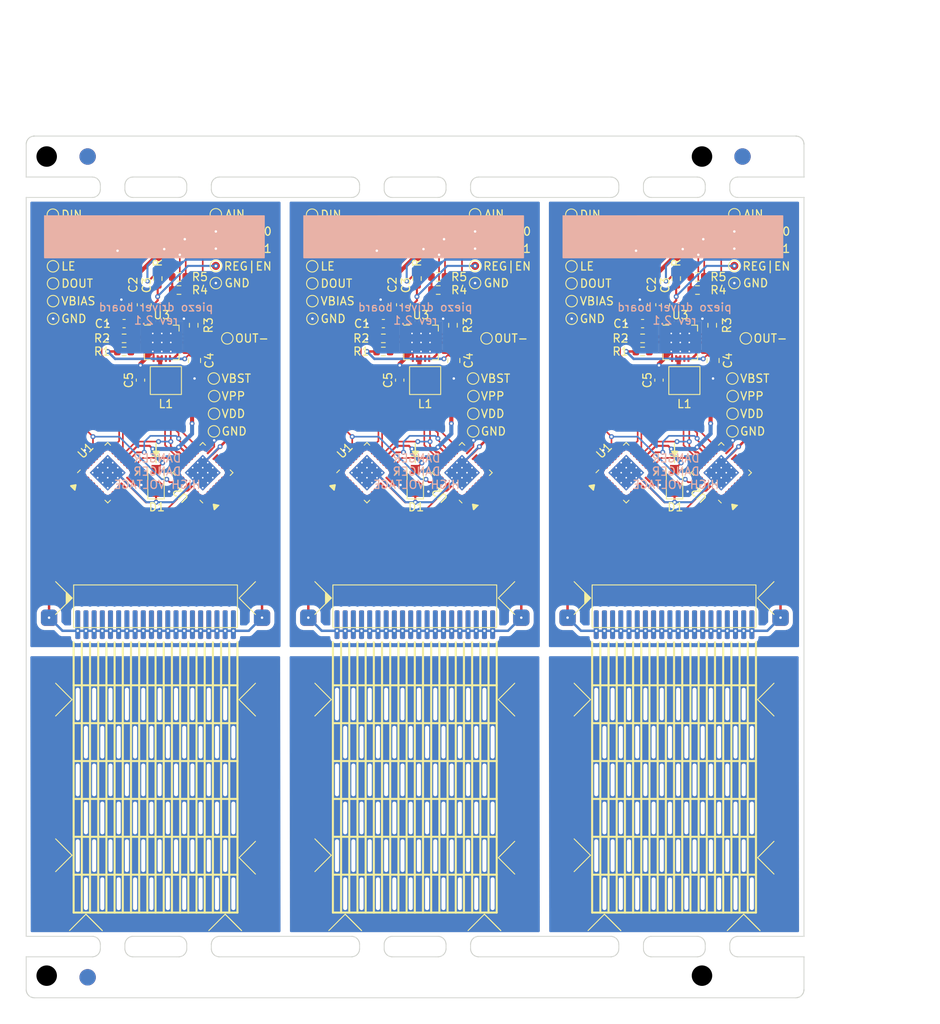
<source format=kicad_pcb>
(kicad_pcb (version 20211014) (generator pcbnew)
  (layers (0 "F.Cu" signal) (31 "B.Cu" signal) (34 "B.Paste" user) (35 "F.Paste" user) (36 "B.SilkS" user "B.Silkscreen") (37 "F.SilkS" user "F.Silkscreen") (38 "B.Mask" user) (39 "F.Mask" user) (44 "Edge.Cuts" user))
  (net 0 "")
  (net 1 "Board_0-/AIN")
  (net 2 "Board_0-/CLK")
  (net 3 "Board_0-/DIN")
  (net 4 "Board_0-/DOUT")
  (net 5 "Board_0-/EN")
  (net 6 "Board_0-/LE")
  (net 7 "Board_0-/OUT-")
  (net 8 "Board_0-/POL")
  (net 9 "Board_0-/PZT_Common")
  (net 10 "Board_0-/REG")
  (net 11 "Board_0-/SCL")
  (net 12 "Board_0-/SDA")
  (net 13 "Board_0-/VBIAS")
  (net 14 "Board_0-/VBST")
  (net 15 "Board_0-/VDD")
  (net 16 "Board_0-/VPP")
  (net 17 "Board_0-/fill")
  (net 18 "Board_0-/reed1")
  (net 19 "Board_0-/reed10")
  (net 20 "Board_0-/reed11")
  (net 21 "Board_0-/reed12")
  (net 22 "Board_0-/reed13")
  (net 23 "Board_0-/reed14")
  (net 24 "Board_0-/reed15")
  (net 25 "Board_0-/reed16")
  (net 26 "Board_0-/reed17")
  (net 27 "Board_0-/reed18")
  (net 28 "Board_0-/reed19")
  (net 29 "Board_0-/reed2")
  (net 30 "Board_0-/reed20")
  (net 31 "Board_0-/reed3")
  (net 32 "Board_0-/reed4")
  (net 33 "Board_0-/reed5")
  (net 34 "Board_0-/reed6")
  (net 35 "Board_0-/reed7")
  (net 36 "Board_0-/reed8")
  (net 37 "Board_0-/reed9")
  (net 38 "Board_0-GND")
  (net 39 "Board_0-Net-(C2-Pad1)")
  (net 40 "Board_0-Net-(L1-Pad1)")
  (net 41 "Board_0-Net-(R1-Pad2)")
  (net 42 "Board_0-Net-(R3-Pad1)")
  (net 43 "Board_0-Net-(U1-Pad17)")
  (net 44 "Board_0-unconnected-(U1-Pad13)")
  (net 45 "Board_0-unconnected-(U1-Pad16)")
  (net 46 "Board_0-unconnected-(U1-Pad18)")
  (net 47 "Board_0-unconnected-(U1-Pad23)")
  (net 48 "Board_0-unconnected-(U1-Pad25)")
  (net 49 "Board_0-unconnected-(U1-Pad28)")
  (net 50 "Board_0-unconnected-(U2-Pad13)")
  (net 51 "Board_0-unconnected-(U2-Pad16)")
  (net 52 "Board_0-unconnected-(U2-Pad18)")
  (net 53 "Board_0-unconnected-(U2-Pad23)")
  (net 54 "Board_0-unconnected-(U2-Pad25)")
  (net 55 "Board_0-unconnected-(U2-Pad28)")
  (net 56 "Board_0-unconnected-(U3-Pad9)")
  (net 57 "Board_1-/AIN")
  (net 58 "Board_1-/CLK")
  (net 59 "Board_1-/DIN")
  (net 60 "Board_1-/DOUT")
  (net 61 "Board_1-/EN")
  (net 62 "Board_1-/LE")
  (net 63 "Board_1-/OUT-")
  (net 64 "Board_1-/POL")
  (net 65 "Board_1-/PZT_Common")
  (net 66 "Board_1-/REG")
  (net 67 "Board_1-/SCL")
  (net 68 "Board_1-/SDA")
  (net 69 "Board_1-/VBIAS")
  (net 70 "Board_1-/VBST")
  (net 71 "Board_1-/VDD")
  (net 72 "Board_1-/VPP")
  (net 73 "Board_1-/fill")
  (net 74 "Board_1-/reed1")
  (net 75 "Board_1-/reed10")
  (net 76 "Board_1-/reed11")
  (net 77 "Board_1-/reed12")
  (net 78 "Board_1-/reed13")
  (net 79 "Board_1-/reed14")
  (net 80 "Board_1-/reed15")
  (net 81 "Board_1-/reed16")
  (net 82 "Board_1-/reed17")
  (net 83 "Board_1-/reed18")
  (net 84 "Board_1-/reed19")
  (net 85 "Board_1-/reed2")
  (net 86 "Board_1-/reed20")
  (net 87 "Board_1-/reed3")
  (net 88 "Board_1-/reed4")
  (net 89 "Board_1-/reed5")
  (net 90 "Board_1-/reed6")
  (net 91 "Board_1-/reed7")
  (net 92 "Board_1-/reed8")
  (net 93 "Board_1-/reed9")
  (net 94 "Board_1-GND")
  (net 95 "Board_1-Net-(C2-Pad1)")
  (net 96 "Board_1-Net-(L1-Pad1)")
  (net 97 "Board_1-Net-(R1-Pad2)")
  (net 98 "Board_1-Net-(R3-Pad1)")
  (net 99 "Board_1-Net-(U1-Pad17)")
  (net 100 "Board_1-unconnected-(U1-Pad13)")
  (net 101 "Board_1-unconnected-(U1-Pad16)")
  (net 102 "Board_1-unconnected-(U1-Pad18)")
  (net 103 "Board_1-unconnected-(U1-Pad23)")
  (net 104 "Board_1-unconnected-(U1-Pad25)")
  (net 105 "Board_1-unconnected-(U1-Pad28)")
  (net 106 "Board_1-unconnected-(U2-Pad13)")
  (net 107 "Board_1-unconnected-(U2-Pad16)")
  (net 108 "Board_1-unconnected-(U2-Pad18)")
  (net 109 "Board_1-unconnected-(U2-Pad23)")
  (net 110 "Board_1-unconnected-(U2-Pad25)")
  (net 111 "Board_1-unconnected-(U2-Pad28)")
  (net 112 "Board_1-unconnected-(U3-Pad9)")
  (net 113 "Board_2-/AIN")
  (net 114 "Board_2-/CLK")
  (net 115 "Board_2-/DIN")
  (net 116 "Board_2-/DOUT")
  (net 117 "Board_2-/EN")
  (net 118 "Board_2-/LE")
  (net 119 "Board_2-/OUT-")
  (net 120 "Board_2-/POL")
  (net 121 "Board_2-/PZT_Common")
  (net 122 "Board_2-/REG")
  (net 123 "Board_2-/SCL")
  (net 124 "Board_2-/SDA")
  (net 125 "Board_2-/VBIAS")
  (net 126 "Board_2-/VBST")
  (net 127 "Board_2-/VDD")
  (net 128 "Board_2-/VPP")
  (net 129 "Board_2-/fill")
  (net 130 "Board_2-/reed1")
  (net 131 "Board_2-/reed10")
  (net 132 "Board_2-/reed11")
  (net 133 "Board_2-/reed12")
  (net 134 "Board_2-/reed13")
  (net 135 "Board_2-/reed14")
  (net 136 "Board_2-/reed15")
  (net 137 "Board_2-/reed16")
  (net 138 "Board_2-/reed17")
  (net 139 "Board_2-/reed18")
  (net 140 "Board_2-/reed19")
  (net 141 "Board_2-/reed2")
  (net 142 "Board_2-/reed20")
  (net 143 "Board_2-/reed3")
  (net 144 "Board_2-/reed4")
  (net 145 "Board_2-/reed5")
  (net 146 "Board_2-/reed6")
  (net 147 "Board_2-/reed7")
  (net 148 "Board_2-/reed8")
  (net 149 "Board_2-/reed9")
  (net 150 "Board_2-GND")
  (net 151 "Board_2-Net-(C2-Pad1)")
  (net 152 "Board_2-Net-(L1-Pad1)")
  (net 153 "Board_2-Net-(R1-Pad2)")
  (net 154 "Board_2-Net-(R3-Pad1)")
  (net 155 "Board_2-Net-(U1-Pad17)")
  (net 156 "Board_2-unconnected-(U1-Pad13)")
  (net 157 "Board_2-unconnected-(U1-Pad16)")
  (net 158 "Board_2-unconnected-(U1-Pad18)")
  (net 159 "Board_2-unconnected-(U1-Pad23)")
  (net 160 "Board_2-unconnected-(U1-Pad25)")
  (net 161 "Board_2-unconnected-(U1-Pad28)")
  (net 162 "Board_2-unconnected-(U2-Pad13)")
  (net 163 "Board_2-unconnected-(U2-Pad16)")
  (net 164 "Board_2-unconnected-(U2-Pad18)")
  (net 165 "Board_2-unconnected-(U2-Pad23)")
  (net 166 "Board_2-unconnected-(U2-Pad25)")
  (net 167 "Board_2-unconnected-(U2-Pad28)")
  (net 168 "Board_2-unconnected-(U3-Pad9)")
  (footprint "TestPoint:TestPoint_Pad_D1.0mm" (layer "F.Cu") (at 38.15 28.75)
    (fp_text reference "TP9" hide)
    (fp_text value "TestPoint")
  )
  (footprint "TestPoint:TestPoint_Pad_D1.0mm" (layer "F.Cu") (at 39.55 39.7)
    (fp_text reference "TP5" hide)
    (fp_text value "TestPoint")
  )
  (footprint "TestPoint:TestPoint_Pad_D1.0mm" (layer "F.Cu") (at 37.916666 51.05)
    (fp_text reference "TP2" hide)
    (fp_text value "TestPoint")
  )
  (footprint "Capacitor_SMD:C_0603_1608Metric" (layer "F.Cu") (at 92.25 44.8 90)
    (fp_text reference "C5")
    (fp_text value "10 µF")
  )
  (footprint "TestPoint:TestPoint_Pad_D1.0mm" (layer "F.Cu") (at 38.15 24.55)
    (fp_text reference "TP6" hide)
    (fp_text value "TestPoint")
  )
  (footprint "TestPoint:TestPoint_Pad_D1.0mm" (layer "F.Cu") (at 49.908333 28.8)
    (fp_text reference "TP13" hide)
    (fp_text value "TestPoint")
  )
  (footprint "TestPoint:TestPoint_Pad_D1.0mm" (layer "F.Cu") (at 81.558333 28.8)
    (fp_text reference "TP13" hide)
    (fp_text value "TestPoint")
  )
  (footprint "Resistor_SMD:R_0603_1608Metric" (layer "F.Cu") (at 33.65 33.8)
    (fp_text reference "R4")
    (fp_text value "3.3k")
  )
  (footprint "TestPoint:TestPoint_Pad_D1.0mm" (layer "F.Cu") (at 101.216666 51.05)
    (fp_text reference "TP2" hide)
    (fp_text value "TestPoint")
  )
  (footprint "TestPoint:TestPoint_Pad_D1.0mm" (layer "F.Cu") (at 18.283332 35.15)
    (fp_text reference "TP15" hide)
    (fp_text value "TestPoint")
  )
  (footprint "TestPoint:TestPoint_Pad_D1.0mm" (layer "F.Cu") (at 38.15 30.85)
    (fp_text reference "TP11" hide)
    (fp_text value "TestPoint")
  )
  (footprint "Capacitor_SMD:C_0603_1608Metric" (layer "F.Cu") (at 61.4 35.6 90)
    (fp_text reference "C3")
    (fp_text value "0.1 µF")
  )
  (footprint "TestPoint:TestPoint_Pad_D1.0mm" (layer "F.Cu") (at 101.45 24.55)
    (fp_text reference "TP6" hide)
    (fp_text value "TestPoint")
  )
  (footprint "Resistor_SMD:R_0603_1608Metric" (layer "F.Cu") (at 35.45 38.1 90)
    (fp_text reference "R3")
    (fp_text value "6.98k")
  )
  (footprint "Resistor_SMD:R_0603_1608Metric" (layer "F.Cu") (at 26.95 41.3)
    (fp_text reference "R1")
    (fp_text value "549k")
  )
  (footprint "microchip_hv:FH34SRJ-12S-0.5SH" (layer "F.Cu") (at 93.55 26.6 180)
    (fp_text reference "J1" hide)
    (fp_text value "Conn_01x12")
  )
  (footprint "Package_DFN_QFN:HVQFN-32-1EP_5x5mm_P0.5mm_EP3.1x3.1mm_ThermalVias" (layer "F.Cu") (at 99.85 56.1 135)
    (fp_text reference "U2")
    (fp_text value "HV528")
  )
  (footprint "Package_DFN_QFN:Texas_S-PVQFN-N20_EP2.7x2.7mm_ThermalVias" (layer "F.Cu") (at 31.55 40.2)
    (fp_text reference "U3")
    (fp_text value "DRV2665")
  )
  (footprint "TestPoint:TestPoint_Pad_D1.0mm" (layer "F.Cu") (at 69.8 26.65)
    (fp_text reference "TP10" hide)
    (fp_text value "TestPoint")
  )
  (footprint "Resistor_SMD:R_0603_1608Metric" (layer "F.Cu") (at 26.95 39.7)
    (fp_text reference "R2")
    (fp_text value "6.98k")
  )
  (footprint "Package_DFN_QFN:HVQFN-32-1EP_5x5mm_P0.5mm_EP3.1x3.1mm_ThermalVias" (layer "F.Cu") (at 36.55 56.1 135)
    (fp_text reference "U2")
    (fp_text value "HV528")
  )
  (footprint "TestPoint:TestPoint_Pad_D1.0mm" (layer "F.Cu") (at 69.583332 48.9)
    (fp_text reference "TP1" hide)
    (fp_text value "TestPoint")
  )
  (footprint "Resistor_SMD:R_0603_1608Metric" (layer "F.Cu") (at 58.6 41.3)
    (fp_text reference "R1")
    (fp_text value "549k")
  )
  (footprint "NPTH" (layer "F.Cu") (at 17.5 117.5)
    (fp_text reference "REF**" hide)
    (fp_text value "NPTH" hide)
  )
  (footprint "Capacitor_SMD:C_0603_1608Metric" (layer "F.Cu") (at 28.95 44.8 90)
    (fp_text reference "C5")
    (fp_text value "10 µF")
  )
  (footprint "Package_DFN_QFN:HVQFN-32-1EP_5x5mm_P0.5mm_EP3.1x3.1mm_ThermalVias" (layer "F.Cu") (at 68.2 56.1 135)
    (fp_text reference "U2")
    (fp_text value "HV528")
  )
  (footprint "TestPoint:TestPoint_Pad_D1.0mm" (layer "F.Cu") (at 49.916666 30.9)
    (fp_text reference "TP14" hide)
    (fp_text value "TestPoint")
  )
  (footprint "Diode_SMD:D_SOD-123F" (layer "F.Cu") (at 30.85 57.1 90)
    (fp_text reference "D1")
    (fp_text value "D")
  )
  (footprint "TestPoint:TestPoint_Pad_D1.0mm" (layer "F.Cu") (at 101.2 44.6)
    (fp_text reference "TP4" hide)
    (fp_text value "TestPoint")
  )
  (footprint "TestPoint:TestPoint_Pad_D1.0mm" (layer "F.Cu") (at 49.949998 26.7)
    (fp_text reference "TP12" hide)
    (fp_text value "TestPoint")
  )
  (footprint "Package_DFN_QFN:HVQFN-32-1EP_5x5mm_P0.5mm_EP3.1x3.1mm_ThermalVias" (layer "F.Cu") (at 56.6 56.1 45)
    (fp_text reference "U1")
    (fp_text value "HV528")
  )
  (footprint "TestPoint:TestPoint_Pad_D1.0mm" (layer "F.Cu") (at 71.2 39.7)
    (fp_text reference "TP5" hide)
    (fp_text value "TestPoint")
  )
  (footprint "TestPoint:TestPoint_Pad_D1.0mm" (layer "F.Cu") (at 49.9 24.6)
    (fp_text reference "TP7" hide)
    (fp_text value "TestPoint")
  )
  (footprint "NPTH" (layer "F.Cu") (at 17.5 17.5)
    (fp_text reference "REF**" hide)
    (fp_text value "NPTH" hide)
  )
  (footprint "TestPoint:TestPoint_Pad_D1.0mm" (layer "F.Cu") (at 81.591665 37.3)
    (fp_text reference "TP2" hide)
    (fp_text value "TestPoint")
  )
  (footprint "Fiducial" (layer "F.Cu") (at 22.5 17.5)
    (fp_text reference "REF**" hide)
    (fp_text value "Fiducial" hide)
  )
  (footprint "TestPoint:TestPoint_Pad_D1.0mm" (layer "F.Cu") (at 49.941665 37.3)
    (fp_text reference "TP2" hide)
    (fp_text value "TestPoint")
  )
  (footprint "TestPoint:TestPoint_Pad_D1.0mm" (layer "F.Cu") (at 101.45 32.95)
    (fp_text reference "TP2" hide)
    (fp_text value "TestPoint")
  )
  (footprint "Resistor_SMD:R_0603_1608Metric" (layer "F.Cu") (at 96.95 33.8)
    (fp_text reference "R4")
    (fp_text value "3.3k")
  )
  (footprint "TestPoint:TestPoint_Pad_D1.0mm" (layer "F.Cu") (at 37.949998 46.75)
    (fp_text reference "TP3" hide)
    (fp_text value "TestPoint")
  )
  (footprint "TestPoint:TestPoint_Pad_D1.0mm" (layer "F.Cu") (at 101.45 28.75)
    (fp_text reference "TP9" hide)
    (fp_text value "TestPoint")
  )
  (footprint "TestPoint:TestPoint_Pad_D1.0mm" (layer "F.Cu") (at 81.574999 33)
    (fp_text reference "TP8" hide)
    (fp_text value "TestPoint")
  )
  (footprint "Capacitor_SMD:C_0603_1608Metric" (layer "F.Cu") (at 58.6 37.9 180)
    (fp_text reference "C1")
    (fp_text value "1 µF")
  )
  (footprint "Package_DFN_QFN:Texas_S-PVQFN-N20_EP2.7x2.7mm_ThermalVias" (layer "F.Cu") (at 63.2 40.2)
    (fp_text reference "U3")
    (fp_text value "DRV2665")
  )
  (footprint "Package_DFN_QFN:HVQFN-32-1EP_5x5mm_P0.5mm_EP3.1x3.1mm_ThermalVias" (layer "F.Cu") (at 24.95 56.1 45)
    (fp_text reference "U1")
    (fp_text value "HV528")
  )
  (footprint "Resistor_SMD:R_0603_1608Metric" (layer "F.Cu") (at 98.75 38.1 90)
    (fp_text reference "R3")
    (fp_text value "6.98k")
  )
  (footprint "TestPoint:TestPoint_Pad_D1.0mm" (layer "F.Cu") (at 69.8 32.95)
    (fp_text reference "TP2" hide)
    (fp_text value "TestPoint")
  )
  (footprint "TestPoint:TestPoint_Pad_D1.0mm" (layer "F.Cu") (at 18.291665 37.3)
    (fp_text reference "TP2" hide)
    (fp_text value "TestPoint")
  )
  (footprint "TestPoint:TestPoint_Pad_D1.0mm" (layer "F.Cu") (at 69.8 24.55)
    (fp_text reference "TP6" hide)
    (fp_text value "TestPoint")
  )
  (footprint "microchip_hv:FH34SRJ-12S-0.5SH" (layer "F.Cu") (at 30.25 26.6 180)
    (fp_text reference "J1" hide)
    (fp_text value "Conn_01x12")
  )
  (footprint "Capacitor_SMD:C_0603_1608Metric" (layer "F.Cu") (at 60.6 44.8 90)
    (fp_text reference "C5")
    (fp_text value "10 µF")
  )
  (footprint "Capacitor_SMD:C_0603_1608Metric" (layer "F.Cu") (at 93.05 35.6 90)
    (fp_text reference "C3")
    (fp_text value "0.1 µF")
  )
  (footprint "TestPoint:TestPoint_Pad_D1.0mm" (layer "F.Cu") (at 37.933332 48.9)
    (fp_text reference "TP1" hide)
    (fp_text value "TestPoint")
  )
  (footprint "Capacitor_SMD:C_0805_2012Metric" (layer "F.Cu") (at 35.55 42.4 -90)
    (fp_text reference "C4")
    (fp_text value "0.1 µF 150V+")
  )
  (footprint "Resistor_SMD:R_0603_1608Metric" (layer "F.Cu") (at 33.65 32.2 180)
    (fp_text reference "R5")
    (fp_text value "3.3k")
  )
  (footprint "TestPoint:TestPoint_Pad_D1.0mm" (layer "F.Cu") (at 102.85 39.7)
    (fp_text reference "TP5" hide)
    (fp_text value "TestPoint")
  )
  (footprint "Resistor_SMD:R_0603_1608Metric" (layer "F.Cu") (at 62.7 32.4 -90)
    (fp_text reference "R6")
    (fp_text value "DNP")
  )
  (footprint "Resistor_SMD:R_0603_1608Metric" (layer "F.Cu") (at 94.35 32.4 -90)
    (fp_text reference "R6")
    (fp_text value "DNP")
  )
  (footprint "TestPoint:TestPoint_Pad_D1.0mm" (layer "F.Cu") (at 81.566666 30.9)
    (fp_text reference "TP14" hide)
    (fp_text value "TestPoint")
  )
  (footprint "TestPoint:TestPoint_Pad_D1.0mm" (layer "F.Cu") (at 81.583332 35.15)
    (fp_text reference "TP15" hide)
    (fp_text value "TestPoint")
  )
  (footprint "Resistor_SMD:R_0603_1608Metric" (layer "F.Cu") (at 58.6 39.7)
    (fp_text reference "R2")
    (fp_text value "6.98k")
  )
  (footprint "TestPoint:TestPoint_Pad_D1.0mm" (layer "F.Cu") (at 69.55 44.6)
    (fp_text reference "TP4" hide)
    (fp_text value "TestPoint")
  )
  (footprint "Capacitor_SMD:C_0603_1608Metric" (layer "F.Cu") (at 90.25 37.9 180)
    (fp_text reference "C1")
    (fp_text value "1 µF")
  )
  (footprint "TestPoint:TestPoint_Pad_D1.0mm" (layer "F.Cu") (at 18.299998 26.7)
    (fp_text reference "TP12" hide)
    (fp_text value "TestPoint")
  )
  (footprint "TestPoint:TestPoint_Pad_D1.0mm" (layer "F.Cu") (at 101.45 26.65)
    (fp_text reference "TP10" hide)
    (fp_text value "TestPoint")
  )
  (footprint "Resistor_SMD:R_0603_1608Metric" (layer "F.Cu") (at 65.3 33.8)
    (fp_text reference "R4")
    (fp_text value "3.3k")
  )
  (footprint "microchip_hv:piezox20" (layer "F.Cu") (at 62.34 69.8)
    (fp_text reference "piezo1" hide)
    (fp_text value "Conn_01x22")
  )
  (footprint "Capacitor_SMD:C_0603_1608Metric" (layer "F.Cu") (at 91.35 35.6 90)
    (fp_text reference "C2")
    (fp_text value "0.1 µF")
  )
  (footprint "Capacitor_SMD:C_0805_2012Metric" (layer "F.Cu") (at 67.2 42.4 -90)
    (fp_text reference "C4")
    (fp_text value "0.1 µF 150V+")
  )
  (footprint "NPTH" (layer "F.Cu") (at 97.5 17.5)
    (fp_text reference "REF**" hide)
    (fp_text value "NPTH" hide)
  )
  (footprint "Capacitor_SMD:C_0603_1608Metric" (layer "F.Cu") (at 26.95 37.9 180)
    (fp_text reference "C1")
    (fp_text value "1 µF")
  )
  (footprint "microchip_hv:piezox20" (layer "F.Cu") (at 93.99 69.8)
    (fp_text reference "piezo1" hide)
    (fp_text value "Conn_01x22")
  )
  (footprint "Capacitor_SMD:C_0603_1608Metric" (layer "F.Cu") (at 29.75 35.6 90)
    (fp_text reference "C3")
    (fp_text value "0.1 µF")
  )
  (footprint "Fiducial" (layer "F.Cu") (at 22.5 117.7)
    (fp_text reference "REF**" hide)
    (fp_text value "Fiducial" hide)
  )
  (footprint "Resistor_SMD:R_0603_1608Metric" (layer "F.Cu") (at 96.95 32.2 180)
    (fp_text reference "R5")
    (fp_text value "3.3k")
  )
  (footprint "TestPoint:TestPoint_Pad_D1.0mm" (layer "F.Cu") (at 49.924999 33)
    (fp_text reference "TP8" hide)
    (fp_text value "TestPoint")
  )
  (footprint "TestPoint:TestPoint_Pad_D1.0mm" (layer "F.Cu") (at 101.45 30.85)
    (fp_text reference "TP11" hide)
    (fp_text value "TestPoint")
  )
  (footprint "Resistor_SMD:R_0603_1608Metric" (layer "F.Cu") (at 67.1 38.1 90)
    (fp_text reference "R3")
    (fp_text value "6.98k")
  )
  (footprint "Resistor_SMD:R_0603_1608Metric" (layer "F.Cu") (at 90.25 41.3)
    (fp_text reference "R1")
    (fp_text value "549k")
  )
  (footprint "TestPoint:TestPoint_Pad_D1.0mm" (layer "F.Cu") (at 18.266666 30.9)
    (fp_text reference "TP14" hide)
    (fp_text value "TestPoint")
  )
  (footprint "TestPoint:TestPoint_Pad_D1.0mm" (layer "F.Cu") (at 69.599998 46.75)
    (fp_text reference "TP3" hide)
    (fp_text value "TestPoint")
  )
  (footprint "Diode_SMD:D_SOD-123F" (layer "F.Cu") (at 94.15 57.1 90)
    (fp_text reference "D1")
    (fp_text value "D")
  )
  (footprint "microchip_hv:TDK_VLS_3012" (layer "F.Cu") (at 63.7 44.85 -90)
    (fp_text reference "L1")
    (fp_text value "3.3 µH")
  )
  (footprint "TestPoint:TestPoint_Pad_D1.0mm" (layer "F.Cu") (at 69.8 28.75)
    (fp_text reference "TP9" hide)
    (fp_text value "TestPoint")
  )
  (footprint "Package_DFN_QFN:Texas_S-PVQFN-N20_EP2.7x2.7mm_ThermalVias" (layer "F.Cu") (at 94.85 40.2)
    (fp_text reference "U3")
    (fp_text value "DRV2665")
  )
  (footprint "Fiducial" (layer "F.Cu") (at 102.45 17.5)
    (fp_text reference "REF**" hide)
    (fp_text value "Fiducial" hide)
  )
  (footprint "TestPoint:TestPoint_Pad_D1.0mm" (layer "F.Cu") (at 69.566666 51.05)
    (fp_text reference "TP2" hide)
    (fp_text value "TestPoint")
  )
  (footprint "TestPoint:TestPoint_Pad_D1.0mm" (layer "F.Cu") (at 18.25 24.6)
    (fp_text reference "TP7" hide)
    (fp_text value "TestPoint")
  )
  (footprint "TestPoint:TestPoint_Pad_D1.0mm" (layer "F.Cu") (at 18.274999 33)
    (fp_text reference "TP8" hide)
    (fp_text value "TestPoint")
  )
  (footprint "TestPoint:TestPoint_Pad_D1.0mm" (layer "F.Cu") (at 101.233332 48.9)
    (fp_text reference "TP1" hide)
    (fp_text value "TestPoint")
  )
  (footprint "TestPoint:TestPoint_Pad_D1.0mm" (layer "F.Cu") (at 38.15 26.65)
    (fp_text reference "TP10" hide)
    (fp_text value "TestPoint")
  )
  (footprint "TestPoint:TestPoint_Pad_D1.0mm" (layer "F.Cu") (at 37.9 44.6)
    (fp_text reference "TP4" hide)
    (fp_text value "TestPoint")
  )
  (footprint "TestPoint:TestPoint_Pad_D1.0mm" (layer "F.Cu") (at 81.55 24.6)
    (fp_text reference "TP7" hide)
    (fp_text value "TestPoint")
  )
  (footprint "microchip_hv:FH34SRJ-12S-0.5SH" (layer "F.Cu") (at 61.9 26.6 180)
    (fp_text reference "J1" hide)
    (fp_text value "Conn_01x12")
  )
  (footprint "TestPoint:TestPoint_Pad_D1.0mm" (layer "F.Cu") (at 81.599998 26.7)
    (fp_text reference "TP12" hide)
    (fp_text value "TestPoint")
  )
  (footprint "Capacitor_SMD:C_0603_1608Metric" (layer "F.Cu") (at 28.05 35.6 90)
    (fp_text reference "C2")
    (fp_text value "0.1 µF")
  )
  (footprint "Resistor_SMD:R_0603_1608Metric" (layer "F.Cu") (at 65.3 32.2 180)
    (fp_text reference "R5")
    (fp_text value "3.3k")
  )
  (footprint "TestPoint:TestPoint_Pad_D1.0mm" (layer "F.Cu") (at 18.258333 28.8)
    (fp_text reference "TP13" hide)
    (fp_text value "TestPoint")
  )
  (footprint "Diode_SMD:D_SOD-123F" (layer "F.Cu") (at 62.5 57.1 90)
    (fp_text reference "D1")
    (fp_text value "D")
  )
  (footprint "Capacitor_SMD:C_0603_1608Metric" (layer "F.Cu") (at 59.7 35.6 90)
    (fp_text reference "C2")
    (fp_text value "0.1 µF")
  )
  (footprint "TestPoint:TestPoint_Pad_D1.0mm" (layer "F.Cu") (at 101.249998 46.75)
    (fp_text reference "TP3" hide)
    (fp_text value "TestPoint")
  )
  (footprint "microchip_hv:TDK_VLS_3012" (layer "F.Cu") (at 32.05 44.85 -90)
    (fp_text reference "L1")
    (fp_text value "3.3 µH")
  )
  (footprint "Resistor_SMD:R_0603_1608Metric" (layer "F.Cu") (at 90.25 39.7)
    (fp_text reference "R2")
    (fp_text value "6.98k")
  )
  (footprint "TestPoint:TestPoint_Pad_D1.0mm" (layer "F.Cu") (at 49.933332 35.15)
    (fp_text reference "TP15" hide)
    (fp_text value "TestPoint")
  )
  (footprint "microchip_hv:TDK_VLS_3012" (layer "F.Cu") (at 95.35 44.85 -90)
    (fp_text reference "L1")
    (fp_text value "3.3 µH")
  )
  (footprint "microchip_hv:piezox20" (layer "F.Cu") (at 30.69 69.8)
    (fp_text reference "piezo1" hide)
    (fp_text value "Conn_01x22")
  )
  (footprint "TestPoint:TestPoint_Pad_D1.0mm" (layer "F.Cu") (at 69.8 30.85)
    (fp_text reference "TP11" hide)
    (fp_text value "TestPoint")
  )
  (footprint "Resistor_SMD:R_0603_1608Metric" (layer "F.Cu") (at 31.05 32.4 -90)
    (fp_text reference "R6")
    (fp_text value "DNP")
  )
  (footprint "Capacitor_SMD:C_0805_2012Metric" (layer "F.Cu") (at 98.85 42.4 -90)
    (fp_text reference "C4")
    (fp_text value "0.1 µF 150V+")
  )
  (footprint "TestPoint:TestPoint_Pad_D1.0mm" (layer "F.Cu") (at 38.15 32.95)
    (fp_text reference "TP2" hide)
    (fp_text value "TestPoint")
  )
  (footprint "Package_DFN_QFN:HVQFN-32-1EP_5x5mm_P0.5mm_EP3.1x3.1mm_ThermalVias" (layer "F.Cu") (at 88.25 56.1 45)
    (fp_text reference "U1")
    (fp_text value "HV528")
  )
  (footprint "NPTH" (layer "F.Cu") (at 97.5 117.5)
    (fp_text reference "REF**" hide)
    (fp_text value "NPTH" hide)
  )
  (footprint "Fiducial" (layer "B.Cu") (at 22.5 17.5)
    (fp_text reference "REF**" hide)
    (fp_text value "Fiducial" hide)
  )
  (footprint "Fiducial" (layer "B.Cu") (at 102.45 17.5)
    (fp_text reference "REF**" hide)
    (fp_text value "Fiducial" hide)
  )
  (footprint "Fiducial" (layer "B.Cu") (at 22.5 117.7)
    (fp_text reference "REF**" hide)
    (fp_text value "Fiducial" hide)
  )
  (gr_rect (start 44.05 24.75) (end 17.25 29.85) (layer "B.SilkS") (width 0.15) (fill solid))
  (gr_rect (start 75.7 24.75) (end 48.9 29.85) (layer "B.SilkS") (width 0.15) (fill solid))
  (gr_rect (start 107.35 24.75) (end 80.55 29.85) (layer "B.SilkS") (width 0.15) (fill solid))
  (gr_line (start 30.35 54.1) (end 31.35 54.1) (layer "F.SilkS") (width 0.15))
  (gr_line (start 62 54.1) (end 63 54.1) (layer "F.SilkS") (width 0.15))
  (gr_line (start 93.65 54.1) (end 94.65 54.1) (layer "F.SilkS") (width 0.15))
  (gr_poly (pts (xy 30.525 53.5) (xy 31.2 53.5) (xy 30.85 54)) (layer "F.SilkS") (width 0.2) (fill solid))
  (gr_poly (pts (xy 62.175 53.5) (xy 62.85 53.5) (xy 62.5 54)) (layer "F.SilkS") (width 0.2) (fill solid))
  (gr_poly (pts (xy 93.825 53.5) (xy 94.5 53.5) (xy 94.15 54)) (layer "F.SilkS") (width 0.2) (fill solid))
  (gr_poly (pts (xy 20.926256 58.183363) (xy 20.448959 57.706066) (xy 21.05 57.6)) (layer "F.SilkS") (width 0.2) (fill solid))
  (gr_poly (pts (xy 52.576256 58.183363) (xy 52.098959 57.706066) (xy 52.7 57.6)) (layer "F.SilkS") (width 0.2) (fill solid))
  (gr_poly (pts (xy 84.226256 58.183363) (xy 83.748959 57.706066) (xy 84.35 57.6)) (layer "F.SilkS") (width 0.2) (fill solid))
  (gr_line (start 30.85 54.1) (end 30.85 54.9) (layer "F.SilkS") (width 0.15))
  (gr_line (start 94.15 54.1) (end 94.15 54.9) (layer "F.SilkS") (width 0.15))
  (gr_line (start 62.5 54.1) (end 62.5 54.9) (layer "F.SilkS") (width 0.15))
  (gr_poly (pts (xy 52.24 71.4) (xy 51.55 72.1) (xy 51.55 70.7)) (layer "F.SilkS") (width 0.15) (fill solid))
  (gr_poly (pts (xy 20.59 71.4) (xy 19.9 72.1) (xy 19.9 70.7)) (layer "F.SilkS") (width 0.15) (fill solid))
  (gr_poly (pts (xy 83.89 71.4) (xy 83.2 72.1) (xy 83.2 70.7)) (layer "F.SilkS") (width 0.15) (fill solid))
  (gr_line (start 62.5 53.5) (end 62.5 52.5) (layer "F.SilkS") (width 0.15))
  (gr_line (start 94.15 53.5) (end 94.15 52.5) (layer "F.SilkS") (width 0.15))
  (gr_line (start 30.85 53.5) (end 30.85 52.5) (layer "F.SilkS") (width 0.15))
  (gr_poly (pts (xy 38.45 60.1) (xy 37.972703 60.577297) (xy 37.866637 59.976256)) (layer "F.SilkS") (width 0.2) (fill solid))
  (gr_poly (pts (xy 70.1 60.1) (xy 69.622703 60.577297) (xy 69.516637 59.976256)) (layer "F.SilkS") (width 0.2) (fill solid))
  (gr_poly (pts (xy 101.75 60.1) (xy 101.272703 60.577297) (xy 101.166637 59.976256)) (layer "F.SilkS") (width 0.2) (fill solid))
  (gr_line (start 62.5 52.5) (end 62.5 54) (layer "F.SilkS") (width 0.15))
  (gr_line (start 30.85 52.5) (end 30.85 54) (layer "F.SilkS") (width 0.15))
  (gr_line (start 94.15 52.5) (end 94.15 54) (layer "F.SilkS") (width 0.15))
  (gr_line (start 97.842125 114.543519) (end 97.824637 114.588855) (layer "Edge.Cuts") (width 0.1))
  (gr_line (start 38.211144 115.124637) (end 38.166721 115.104946) (layer "Edge.Cuts") (width 0.1))
  (gr_line (start 109.942136 115.200297) (end 109.941655 115.200201) (layer "Edge.Cuts") (width 0.1))
  (gr_line (start 38.25648 115.142125) (end 38.211144 115.124637) (layer "Edge.Cuts") (width 0.1))
  (gr_line (start 23.825278 113.061952) (end 23.855173 113.100259) (layer "Edge.Cuts") (width 0.1))
  (gr_line (start 86.553138 115.180974) (end 86.505262 115.189281) (layer "Edge.Cuts") (width 0.1))
  (gr_line (start 101.066847 22.060012) (end 101.040851 22.01896) (layer "Edge.Cuts") (width 0.1))
  (gr_line (start 109.94987 115.20883) (end 109.949798 115.208344) (layer "Edge.Cuts") (width 0.1))
  (gr_line (start 58.701195 20.941423) (end 58.70477 20.892963) (layer "Edge.Cuts") (width 0.1))
  (gr_line (start 58.95646 20.325158) (end 58.989966 20.289966) (layer "Edge.Cuts") (width 0.1))
  (gr_line (start 38.396861 22.480974) (end 38.34945 22.470328) (layer "Edge.Cuts") (width 0.1))
  (gr_line (start 55.533152 22.060012) (end 55.505173 22.09974) (layer "Edge.Cuts") (width 0.1))
  (gr_line (start 69.269025 113.496861) (end 69.279671 113.44945) (layer "Edge.Cuts") (width 0.1))
  (gr_line (start 58.989966 22.210033) (end 58.95646 22.174841) (layer "Edge.Cuts") (width 0.1))
  (gr_line (start 65.638855 22.424637) (end 65.593519 22.442125) (layer "Edge.Cuts") (width 0.1))
  (gr_line (start 27.846861 22.480974) (end 27.79945 22.470328) (layer "Edge.Cuts") (width 0.1))
  (gr_line (start 109.78765 119.745252) (end 109.787778 119.745043) (layer "Edge.Cuts") (width 0.1))
  (gr_line (start 65.993539 20.325158) (end 66.025278 20.361952) (layer "Edge.Cuts") (width 0.1))
  (gr_line (start 97.333278 20.095053) (end 97.376681 20.1169) (layer "Edge.Cuts") (width 0.1))
  (gr_line (start 23.974637 113.311144) (end 23.992125 113.35648) (layer "Edge.Cuts") (width 0.1))
  (gr_line (start 15 115.212272) (end 15 119.187727) (layer "Edge.Cuts") (width 0.1))
  (gr_line (start 87.209148 22.01896) (end 87.183152 22.060012) (layer "Edge.Cuts") (width 0.1))
  (gr_line (start 59.223318 22.383099) (end 59.181039 22.359148) (layer "Edge.Cuts") (width 0.1))
  (gr_line (start 23.954946 114.633278) (end 23.933099 114.676681) (layer "Edge.Cuts") (width 0.1))
  (gr_line (start 109.945786 119.285759) (end 109.949397 119.212257) (layer "Edge.Cuts") (width 0.1))
  (gr_line (start 23.438855 112.775362) (end 23.483278 112.795053) (layer "Edge.Cuts") (width 0.1))
  (gr_line (start 90.379671 21.750549) (end 90.369025 21.703138) (layer "Edge.Cuts") (width 0.1))
  (gr_line (start 34.483099 113.223318) (end 34.504946 113.266721) (layer "Edge.Cuts") (width 0.1))
  (gr_line (start 109.332793 15.076495) (end 109.33234 15.076307) (layer "Edge.Cuts") (width 0.1))
  (gr_line (start 27.190851 113.181039) (end 27.216847 113.139987) (layer "Edge.Cuts") (width 0.1))
  (gr_line (start 90.789987 115.033152) (end 90.750259 115.005173) (layer "Edge.Cuts") (width 0.1))
  (gr_line (start 109.574535 119.980321) (end 109.574731 119.980172) (layer "Edge.Cuts") (width 0.1))
  (gr_line (start 15.006917 112.69944) (end 15.007387 112.699583) (layer "Edge.Cuts") (width 0.1))
  (gr_line (start 109.665348 15.301986) (end 109.665181 15.301806) (layer "Edge.Cuts") (width 0.1))
  (gr_line (start 69.279671 20.74945) (end 69.292631 20.702619) (layer "Edge.Cuts") (width 0.1))
  (gr_line (start 15.301806 15.284818) (end 15.293281 15.292934) (layer "Edge.Cuts") (width 0.1))
  (gr_line (start 33.850549 22.470328) (end 33.803138 22.480974) (layer "Edge.Cuts") (width 0.1))
  (gr_line (start 38.302619 115.157368) (end 38.25648 115.142125) (layer "Edge.Cuts") (width 0.1))
  (gr_line (start 109.949397 119.212257) (end 109.949406 119.212012) (layer "Edge.Cuts") (width 0.1))
  (gr_line (start 58.840851 20.481039) (end 58.866847 20.439987) (layer "Edge.Cuts") (width 0.1))
  (gr_line (start 109.33234 15.076307) (end 109.321358 15.072071) (layer "Edge.Cuts") (width 0.1))
  (gr_line (start 100.975362 114.588855) (end 100.957874 114.543519) (layer "Edge.Cuts") (width 0.1))
  (gr_line (start 34.589281 20.844737) (end 34.595229 20.892963) (layer "Edge.Cuts") (width 0.1))
  (gr_line (start 15.721619 15.040077) (end 15.721382 15.04014) (layer "Edge.Cuts") (width 0.1))
  (gr_line (start 90.639966 114.910033) (end 90.60646 114.874841) (layer "Edge.Cuts") (width 0.1))
  (gr_line (start 69.90648 115.142125) (end 69.861144 115.124637) (layer "Edge.Cuts") (width 0.1))
  (gr_line (start 58.924721 20.361952) (end 58.95646 20.325158) (layer "Edge.Cuts") (width 0.1))
  (gr_line (start 69.861144 22.424637) (end 69.816721 22.404946) (layer "Edge.Cuts") (width 0.1))
  (gr_line (start 109.877928 119.571358) (end 109.878014 119.571128) (layer "Edge.Cuts") (width 0.1))
  (gr_line (start 65.993539 22.174841) (end 65.960033 22.210033) (layer "Edge.Cuts") (width 0.1))
  (gr_line (start 91.052619 22.457368) (end 91.00648 22.442125) (layer "Edge.Cuts") (width 0.1))
  (gr_line (start 109.943082 115.200559) (end 109.942612 115.200416) (layer "Edge.Cuts") (width 0.1))
  (gr_line (start 15.001878 112.695703) (end 15.00217 112.696097) (layer "Edge.Cuts") (width 0.1))
  (gr_line (start 34.238047 112.924721) (end 34.274841 112.95646) (layer "Edge.Cuts") (width 0.1))
  (gr_line (start 33.755262 112.710718) (end 33.803138 112.719025) (layer "Edge.Cuts") (width 0.1))
  (gr_line (start 55.443539 22.174841) (end 55.410033 22.210033) (layer "Edge.Cuts") (width 0.1))
  (gr_line (start 100.975362 21.888855) (end 100.957874 21.843519) (layer "Edge.Cuts") (width 0.1))
  (gr_line (start 108.937727 15) (end 16.012272 15) (layer "Edge.Cuts") (width 0.1))
  (gr_line (start 86.783278 115.104946) (end 86.738855 115.124637) (layer "Edge.Cuts") (width 0.1))
  (gr_line (start 15.006917 19.99944) (end 15.007387 19.999583) (layer "Edge.Cuts") (width 0.1))
  (gr_line (start 24.039281 114.355262) (end 24.030974 114.403138) (layer "Edge.Cuts") (width 0.1))
  (gr_line (start 37.740851 114.71896) (end 37.7169 114.676681) (layer "Edge.Cuts") (width 0.1))
  (gr_line (start 23.724841 114.943539) (end 23.688047 114.975278) (layer "Edge.Cuts") (width 0.1))
  (gr_line (start 90.407874 20.65648) (end 90.425362 20.611144) (layer "Edge.Cuts") (width 0.1))
  (gr_line (start 69.50646 113.025158) (end 69.539966 112.989966) (layer "Edge.Cuts") (width 0.1))
  (gr_line (start 15.008344 115.200201) (end 15.007863 115.200297) (layer "Edge.Cuts") (width 0.1))
  (gr_line (start 65.924841 112.95646) (end 65.960033 112.989966) (layer "Edge.Cuts") (width 0.1))
  (gr_line (start 69.99945 22.470328) (end 69.952619 22.457368) (layer "Edge.Cuts") (width 0.1))
  (gr_line (start 91.340122 22.5) (end 91.291423 22.498804) (layer "Edge.Cuts") (width 0.1))
  (gr_line (start 55.21896 22.359148) (end 55.176681 22.383099) (layer "Edge.Cuts") (width 0.1))
  (gr_line (start 15.901768 15.005142) (end 15.890086 15.006582) (layer "Edge.Cuts") (width 0.1))
  (gr_line (start 23.483278 22.404946) (end 23.438855 22.424637) (layer "Edge.Cuts") (width 0.1))
  (gr_line (start 27.531039 22.359148) (end 27.489987 22.333152) (layer "Edge.Cuts") (width 0.1))
  (gr_line (start 15.118231 15.528963) (end 15.112939 15.539476) (layer "Edge.Cuts") (width 0.1))
  (gr_line (start 101.189966 114.910033) (end 101.15646 114.874841) (layer "Edge.Cuts") (width 0.1))
  (gr_line (start 15 16.012272) (end 15 19.987727) (layer "Edge.Cuts") (width 0.1))
  (gr_line (start 27.450259 20.194826) (end 27.489987 20.166847) (layer "Edge.Cuts") (width 0.1))
  (gr_line (start 23.855173 114.79974) (end 23.825278 114.838047) (layer "Edge.Cuts") (width 0.1))
  (gr_line (start 15.118462 119.671469) (end 15.124264 119.681711) (layer "Edge.Cuts") (width 0.1))
  (gr_line (start 34.524637 114.588855) (end 34.504946 114.633278) (layer "Edge.Cuts") (width 0.1))
  (gr_line (start 15.112831 119.660302) (end 15.112939 119.660523) (layer "Edge.Cuts") (width 0.1))
  (gr_line (start 109.156994 15.022196) (end 109.156756 15.022139) (layer "Edge.Cuts") (width 0.1))
  (gr_line (start 15.004296 115.201878) (end 15.003902 115.20217) (layer "Edge.Cuts") (width 0.1))
  (gr_line (start 109.946097 115.20217) (end 109.945703 115.201878) (layer "Edge.Cuts") (width 0.1))
  (gr_line (start 97.870328 21.750549) (end 97.857368 21.79738) (layer "Edge.Cuts") (width 0.1))
  (gr_line (start 15.91424 120.195786) (end 15.987742 120.199397) (layer "Edge.Cuts") (width 0.1))
  (gr_line (start 65.638855 20.075362) (end 65.683278 20.095053) (layer "Edge.Cuts") (width 0.1))
  (gr_line (start 69.773318 20.1169) (end 69.816721 20.095053) (layer "Edge.Cuts") (width 0.1))
  (gr_line (start 87.125278 20.361952) (end 87.155173 20.400259) (layer "Edge.Cuts") (width 0.1))
  (gr_line (start 69.292631 20.702619) (end 69.307874 20.65648) (layer "Edge.Cuts") (width 0.1))
  (gr_line (start 27.1669 21.976681) (end 27.145053 21.933278) (layer "Edge.Cuts") (width 0.1))
  (gr_line (start 109.321128 120.128014) (end 109.321358 120.127928) (layer "Edge.Cuts") (width 0.1))
  (gr_line (start 101.792963 22.495229) (end 101.744737 22.489281) (layer "Edge.Cuts") (width 0.1))
  (gr_line (start 27.145053 20.566721) (end 27.1669 20.523318) (layer "Edge.Cuts") (width 0.1))
  (gr_line (start 100.919025 113.496861) (end 100.929671 113.44945) (layer "Edge.Cuts") (width 0.1))
  (gr_line (start 101.0169 113.223318) (end 101.040851 113.181039) (layer "Edge.Cuts") (width 0.1))
  (gr_line (start 15.112939 119.660523) (end 15.118231 119.671036) (layer "Edge.Cuts") (width 0.1))
  (gr_line (start 15.454956 15.162221) (end 15.454747 15.162349) (layer "Edge.Cuts") (width 0.1))
  (gr_line (start 27.1669 20.523318) (end 27.190851 20.481039) (layer "Edge.Cuts") (width 0.1))
  (gr_line (start 27.70648 22.442125) (end 27.661144 22.424637) (layer "Edge.Cuts") (width 0.1))
  (gr_line (start 55.559148 114.71896) (end 55.533152 114.760012) (layer "Edge.Cuts") (width 0.1))
  (gr_line (start 87.274637 113.311144) (end 87.292125 113.35648) (layer "Edge.Cuts") (width 0.1))
  (gr_line (start 87.254946 114.633278) (end 87.233099 114.676681) (layer "Edge.Cuts") (width 0.1))
  (gr_line (start 109.060156 15.006616) (end 109.059913 15.006582) (layer "Edge.Cuts") (width 0.1))
  (gr_line (start 90.35 114.209877) (end 90.35 113.690122) (layer "Edge.Cuts") (width 0.1))
  (gr_line (start 87.093539 20.325158) (end 87.125278 20.361952) (layer "Edge.Cuts") (width 0.1))
  (gr_line (start 15.698392 15.047114) (end 15.69816 15.047194) (layer "Edge.Cuts") (width 0.1))
  (gr_line (start 37.740851 113.181039) (end 37.766847 113.139987) (layer "Edge.Cuts") (width 0.1))
  (gr_line (start 65.638855 115.124637) (end 65.593519 115.142125) (layer "Edge.Cuts") (width 0.1))
  (gr_line (start 15.889843 120.193383) (end 15.890086 120.193417) (layer "Edge.Cuts") (width 0.1))
  (gr_line (start 37.629671 21.750549) (end 37.619025 21.703138) (layer "Edge.Cuts") (width 0.1))
  (gr_line (start 69.99945 115.170328) (end 69.952619 115.157368) (layer "Edge.Cuts") (width 0.1))
  (gr_line (start 15.817049 120.182586) (end 15.889843 120.193383) (layer "Edge.Cuts") (width 0.1))
  (gr_line (start 34.076681 112.8169) (end 34.11896 112.840851) (layer "Edge.Cuts") (width 0.1))
  (gr_line (start 27.450259 22.305173) (end 27.411952 22.275278) (layer "Edge.Cuts") (width 0.1))
  (gr_line (start 100.942631 113.402619) (end 100.957874 113.35648) (layer "Edge.Cuts") (width 0.1))
  (gr_line (start 69.539966 114.910033) (end 69.50646 114.874841) (layer "Edge.Cuts") (width 0.1))
  (gr_line (start 97.643539 113.025158) (end 97.675278 113.061952) (layer "Edge.Cuts") (width 0.1))
  (gr_line (start 55.505173 22.09974) (end 55.475278 22.138047) (layer "Edge.Cuts") (width 0.1))
  (gr_line (start 38.444737 115.189281) (end 38.396861 115.180974) (layer "Edge.Cuts") (width 0.1))
  (gr_line (start 54.950549 112.729671) (end 54.99738 112.742631) (layer "Edge.Cuts") (width 0.1))
  (gr_line (start 109.730321 119.824535) (end 109.774158 119.765427) (layer "Edge.Cuts") (width 0.1))
  (gr_line (start 90.351195 21.558576) (end 90.35 21.509877) (layer "Edge.Cuts") (width 0.1))
  (gr_line (start 34.570328 113.44945) (end 34.580974 113.496861) (layer "Edge.Cuts") (width 0.1))
  (gr_line (start 109.94944 112.693082) (end 109.949583 112.692612) (layer "Edge.Cuts") (width 0.1))
  (gr_line (start 15.022196 15.793005) (end 15.022139 15.793243) (layer "Edge.Cuts") (width 0.1))
  (gr_line (start 58.795053 113.266721) (end 58.8169 113.223318) (layer "Edge.Cuts") (width 0.1))
  (gr_line (start 109.948646 22.505125) (end 109.948394 22.504704) (layer "Edge.Cuts") (width 0.1))
  (gr_line (start 109.940681 112.699918) (end 109.941169 112.69987) (layer "Edge.Cuts") (width 0.1))
  (gr_line (start 109.145271 15.019561) (end 109.14479 15.019465) (layer "Edge.Cuts") (width 0.1))
  (gr_line (start 100.90477 21.607036) (end 100.901195 21.558576) (layer "Edge.Cuts") (width 0.1))
  (gr_line (start 65.308576 20.001195) (end 65.357036 20.00477) (layer "Edge.Cuts") (width 0.1))
  (gr_line (start 101.602619 20.042631) (end 101.64945 20.029671) (layer "Edge.Cuts") (width 0.1))
  (gr_line (start 15.000416 19.992612) (end 15.000559 19.993082) (layer "Edge.Cuts") (width 0.1))
  (gr_line (start 54.709877 22.5) (end 38.590122 22.5) (layer "Edge.Cuts") (width 0.1))
  (gr_line (start 27.05477 20.892963) (end 27.060718 20.844737) (layer "Edge.Cuts") (width 0.1))
  (gr_line (start 65.500549 115.170328) (end 65.453138 115.180974) (layer "Edge.Cuts") (width 0.1))
  (gr_line (start 34.375278 22.138047) (end 34.343539 22.174841) (layer "Edge.Cuts") (width 0.1))
  (gr_line (start 109.431711 120.075735) (end 109.431923 120.075611) (layer "Edge.Cuts") (width 0.1))
  (gr_line (start 109.72293 119.83401) (end 109.730172 119.824731) (layer "Edge.Cuts") (width 0.1))
  (gr_line (start 90.425362 20.611144) (end 90.445053 20.566721) (layer "Edge.Cuts") (width 0.1))
  (gr_line (start 109.665181 15.301806) (end 109.657065 15.293281) (layer "Edge.Cuts") (width 0.1))
  (gr_line (start 86.693519 22.442125) (end 86.64738 22.457368) (layer "Edge.Cuts") (width 0.1))
  (gr_line (start 34.076681 115.083099) (end 34.033278 115.104946) (layer "Edge.Cuts") (width 0.1))
  (gr_line (start 15.902256 15.005094) (end 15.901768 15.005142) (layer "Edge.Cuts") (width 0.1))
  (gr_line (start 97.759148 22.01896) (end 97.733152 22.060012) (layer "Edge.Cuts") (width 0.1))
  (gr_line (start 27.991423 22.498804) (end 27.942963 22.495229) (layer "Edge.Cuts") (width 0.1))
  (gr_line (start 109.787778 15.454956) (end 109.78765 15.454747) (layer "Edge.Cuts") (width 0.1))
  (gr_line (start 27.661144 20.075362) (end 27.70648 20.057874) (layer "Edge.Cuts") (width 0.1))
  (gr_line (start 15.219827 119.824731) (end 15.227069 119.83401) (layer "Edge.Cuts") (width 0.1))
  (gr_line (start 38.166721 115.104946) (end 38.123318 115.083099) (layer "Edge.Cuts") (width 0.1))
  (gr_line (start 65.405262 22.489281) (end 65.357036 22.495229) (layer "Edge.Cuts") (width 0.1))
  (gr_line (start 34.570328 20.74945) (end 34.580974 20.796861) (layer "Edge.Cuts") (width 0.1))
  (gr_line (start 59.061952 112.924721) (end 59.100259 112.894826) (layer "Edge.Cuts") (width 0.1))
  (gr_line (start 55.624637 114.588855) (end 55.604946 114.633278) (layer "Edge.Cuts") (width 0.1))
  (gr_line (start 97.857368 114.49738) (end 97.842125 114.543519) (layer "Edge.Cuts") (width 0.1))
  (gr_line (start 65.54738 115.157368) (end 65.500549 115.170328) (layer "Edge.Cuts") (width 0.1))
  (gr_line (start 109.048231 120.194857) (end 109.059913 120.193417) (layer "Edge.Cuts") (width 0.1))
  (gr_line (start 101.040851 113.181039) (end 101.066847 113.139987) (layer "Edge.Cuts") (width 0.1))
  (gr_line (start 15.043422 119.490431) (end 15.047114 119.501607) (layer "Edge.Cuts") (width 0.1))
  (gr_line (start 101.339987 112.866847) (end 101.381039 112.840851) (layer "Edge.Cuts") (width 0.1))
  (gr_line (start 69.952619 22.457368) (end 69.90648 22.442125) (layer "Edge.Cuts") (width 0.1))
  (gr_line (start 34.595229 114.307036) (end 34.589281 114.355262) (layer "Edge.Cuts") (width 0.1))
  (gr_line (start 86.600549 22.470328) (end 86.553138 22.480974) (layer "Edge.Cuts") (width 0.1))
  (gr_line (start 15.901768 120.194857) (end 15.902256 120.194905) (layer "Edge.Cuts") (width 0.1))
  (gr_line (start 87.274637 114.588855) (end 87.254946 114.633278) (layer "Edge.Cuts") (width 0.1))
  (gr_line (start 59.181039 112.840851) (end 59.223318 112.8169) (layer "Edge.Cuts") (width 0.1))
  (gr_line (start 109.949087 19.993997) (end 109.949275 19.993544) (layer "Edge.Cuts") (width 0.1))
  (gr_line (start 55.410033 22.210033) (end 55.374841 22.243539) (layer "Edge.Cuts") (width 0.1))
  (gr_line (start 54.99738 22.457368) (end 54.950549 22.470328) (layer "Edge.Cuts") (width 0.1))
  (gr_line (start 16.012272 15) (end 16.012027 15.000003) (layer "Edge.Cuts") (width 0.1))
  (gr_line (start 27.069025 114.403138) (end 27.060718 114.355262) (layer "Edge.Cuts") (width 0.1))
  (gr_line (start 15.000201 112.691655) (end 15.000297 112.692136) (layer "Edge.Cuts") (width 0.1))
  (gr_line (start 23.157036 22.495229) (end 23.108576 22.498804) (layer "Edge.Cuts") (width 0.1))
  (gr_line (start 27.531039 115.059148) (end 27.489987 115.033152) (layer "Edge.Cuts") (width 0.1))
  (gr_line (start 90.4669 114.676681) (end 90.445053 114.633278) (layer "Edge.Cuts") (width 0.1))
  (gr_line (start 97.895229 20.892963) (end 97.898804 20.941423) (layer "Edge.Cuts") (width 0.1))
  (gr_line (start 109.495043 120.037778) (end 109.495252 120.03765) (layer "Edge.Cuts") (width 0.1))
  (gr_line (start 109.945771 15.913995) (end 109.944905 15.902256) (layer "Edge.Cuts") (width 0.1))
  (gr_line (start 23.825278 20.361952) (end 23.855173 20.400259) (layer "Edge.Cuts") (width 0.1))
  (gr_line (start 15.91424 15.004213) (end 15.913995 15.004228) (layer "Edge.Cuts") (width 0.1))
  (gr_line (start 15.434771 15.175697) (end 15.434572 15.175841) (layer "Edge.Cuts") (width 0.1))
  (gr_line (start 23.253138 22.480974) (end 23.205262 22.489281) (layer "Edge.Cuts") (width 0.1))
  (gr_line (start 23.883152 20.439987) (end 23.909148 20.481039) (layer "Edge.Cuts") (width 0.1))
  (gr_line (start 37.889966 22.210033) (end 37.85646 22.174841) (layer "Edge.Cuts") (width 0.1))
  (gr_line (start 15.118462 15.52853) (end 15.118231 15.528963) (layer "Edge.Cuts") (width 0.1))
  (gr_line (start 86.457036 112.70477) (end 86.505262 112.710718) (layer "Edge.Cuts") (width 0.1))
  (gr_line (start 109.665348 119.898013) (end 109.714768 119.843486) (layer "Edge.Cuts") (width 0.1))
  (gr_line (start 15.000003 16.012027) (end 15 16.012272) (layer "Edge.Cuts") (width 0.1))
  (gr_line (start 87.345229 20.892963) (end 87.348804 20.941423) (layer "Edge.Cuts") (width 0.1))
  (gr_line (start 27.375158 20.25646) (end 27.411952 20.224721) (layer "Edge.Cuts") (width 0.1))
  (gr_line (start 91.242963 112.70477) (end 91.291423 112.701195) (layer "Edge.Cuts") (width 0.1))
  (gr_line (start 59.496861 22.480974) (end 59.44945 22.470328) (layer "Edge.Cuts") (width 0.1))
  (gr_line (start 37.6 21.509877) (end 37.6 20.990122) (layer "Edge.Cuts") (width 0.1))
  (gr_line (start 70.094737 112.710718) (end 70.142963 112.70477) (layer "Edge.Cuts") (width 0.1))
  (gr_line (start 65.993539 113.025158) (end 66.025278 113.061952) (layer "Edge.Cuts") (width 0.1))
  (gr_line (start 90.490851 22.01896) (end 90.4669 21.976681) (layer "Edge.Cuts") (width 0.1))
  (gr_line (start 90.490851 113.181039) (end 90.516847 113.139987) (layer "Edge.Cuts") (width 0.1))
  (gr_line (start 27.190851 20.481039) (end 27.216847 20.439987) (layer "Edge.Cuts") (width 0.1))
  (gr_line (start 65.960033 22.210033) (end 65.924841 22.243539) (layer "Edge.Cuts") (width 0.1))
  (gr_line (start 54.709877 20) (end 54.758576 20.001195) (layer "Edge.Cuts") (width 0.1))
  (gr_line (start 91.291423 22.498804) (end 91.242963 22.495229) (layer "Edge.Cuts") (width 0.1))
  (gr_line (start 23.954946 113.266721) (end 23.974637 113.311144) (layer "Edge.Cuts") (width 0.1))
  (gr_line (start 15.000912 115.206002) (end 15.000724 115.206455) (layer "Edge.Cuts") (width 0.1))
  (gr_line (start 34.580974 21.703138) (end 34.570328 21.750549) (layer "Edge.Cuts") (width 0.1))
  (gr_line (start 15.04014 119.478617) (end 15.043279 119.489961) (layer "Edge.Cuts") (width 0.1))
  (gr_line (start 59.181039 115.059148) (end 59.139987 115.033152) (layer "Edge.Cuts") (width 0.1))
  (gr_line (start 23.760033 22.210033) (end 23.724841 22.243539) (layer "Edge.Cuts") (width 0.1))
  (gr_line (start 34.310033 112.989966) (end 34.343539 113.025158) (layer "Edge.Cuts") (width 0.1))
  (gr_line (start 109.421036 120.081768) (end 109.421469 120.081537) (layer "Edge.Cuts") (width 0.1))
  (gr_line (start 33.988855 115.124637) (end 33.943519 115.142125) (layer "Edge.Cuts") (width 0.1))
  (gr_line (start 109.949087 112.693997) (end 109.949275 112.693544) (layer "Edge.Cuts") (width 0.1))
  (gr_line (start 87.274637 21.888855) (end 87.254946 21.933278) (layer "Edge.Cuts") (width 0.1))
  (gr_line (start 34.433152 22.060012) (end 34.405173 22.09974) (layer "Edge.Cuts") (width 0.1))
  (gr_line (start 23.108576 112.701195) (end 23.157036 112.70477) (layer "Edge.Cuts") (width 0.1))
  (gr_line (start 15.008344 19.999798) (end 15.00883 19.99987) (layer "Edge.Cuts") (width 0.1))
  (gr_line (start 15.003522 115.202482) (end 15.003159 115.202811) (layer "Edge.Cuts") (width 0.1))
  (gr_line (start 109.95 16.012272) (end 109.949996 16.012027) (layer "Edge.Cuts") (width 0.1))
  (gr_line (start 55.533152 113.139987) (end 55.559148 113.181039) (layer "Edge.Cuts") (width 0.1))
  (gr_line (start 15.124388 119.681923) (end 15.162221 119.745043) (layer "Edge.Cuts") (width 0.1))
  (gr_line (start 109.657065 15.293281) (end 109.656718 15.292934) (layer "Edge.Cuts") (width 0.1))
  (gr_line (start 109.495043 15.162221) (end 109.431923 15.124388) (layer "Edge.Cuts") (width 0.1))
  (gr_line (start 15.007387 112.699583) (end 15.007863 112.699702) (layer "Edge.Cuts") (width 0.1))
  (gr_line (start 27.244826 20.400259) (end 27.274721 20.361952) (layer "Edge.Cuts") (width 0.1))
  (gr_line (start 27.069025 20.796861) (end 27.079671 20.74945) (layer "Edge.Cuts") (width 0.1))
  (gr_line (start 54.758576 22.498804) (end 54.709877 22.5) (layer "Edge.Cuts") (width 0.1))
  (gr_line (start 15.000057 19.99019) (end 15.000057 19.99019) (layer "Edge.Cuts") (width 0.1))
  (gr_line (start 38.541423 22.498804) (end 38.492963 22.495229) (layer "Edge.Cuts") (width 0.1))
  (gr_line (start 109.946097 19.997829) (end 109.946477 19.997517) (layer "Edge.Cuts") (width 0.1))
  (gr_line (start 23.526681 115.083099) (end 23.483278 115.104946) (layer "Edge.Cuts") (width 0.1))
  (gr_line (start 97.150549 22.470328) (end 97.103138 22.480974) (layer "Edge.Cuts") (width 0.1))
  (gr_line (start 33.755262 20.010718) (end 33.803138 20.019025) (layer "Edge.Cuts") (width 0.1))
  (gr_line (start 15.005142 119.298231) (end 15.006582 119.309913) (layer "Edge.Cuts") (width 0.1))
  (gr_line (start 65.259877 22.5) (end 59.690122 22.5) (layer "Edge.Cuts") (width 0.1))
  (gr_line (start 59.690122 115.2) (end 59.641423 115.198804) (layer "Edge.Cuts") (width 0.1))
  (gr_line (start 15.002811 115.203159) (end 15.002482 115.203522) (layer "Edge.Cuts") (width 0.1))
  (gr_line (start 15.124264 119.681711) (end 15.124388 119.681923) (layer "Edge.Cuts") (width 0.1))
  (gr_line (start 101.15646 113.025158) (end 101.189966 112.989966) (layer "Edge.Cuts") (width 0.1))
  (gr_line (start 34.433152 20.439987) (end 34.459148 20.481039) (layer "Edge.Cuts") (width 0.1))
  (gr_line (start 55.088855 22.424637) (end 55.043519 22.442125) (layer "Edge.Cuts") (width 0.1))
  (gr_line (start 109.942136 19.999702) (end 109.942612 19.999583) (layer "Edge.Cuts") (width 0.1))
  (gr_line (start 15.000003 115.212027) (end 15 115.212272) (layer "Edge.Cuts") (width 0.1))
  (gr_line (start 109.949087 115.206002) (end 109.948877 115.205558) (layer "Edge.Cuts") (width 0.1))
  (gr_line (start 15.000201 22.508344) (end 15.000129 22.50883) (layer "Edge.Cuts") (width 0.1))
  (gr_line (start 69.416847 114.760012) (end 69.390851 114.71896) (layer "Edge.Cuts") (width 0.1))
  (gr_line (start 15.175697 119.765228) (end 15.175841 119.765427) (layer "Edge.Cuts") (width 0.1))
  (gr_line (start 109.937727 115.2) (end 101.890122 115.2) (layer "Edge.Cuts") (width 0.1))
  (gr_line (start 109.251607 15.047114) (end 109.240431 15.043422) (layer "Edge.Cuts") (width 0.1))
  (gr_line (start 65.500549 112.729671) (end 65.54738 112.742631) (layer "Edge.Cuts") (width 0.1))
  (gr_line (start 97.376681 112.8169) (end 97.41896 112.840851) (layer "Edge.Cuts") (width 0.1))
  (gr_line (start 59.544737 112.710718) (end 59.592963 112.70477) (layer "Edge.Cuts") (width 0.1))
  (gr_line (start 27.274721 22.138047) (end 27.244826 22.09974) (layer "Edge.Cuts") (width 0.1))
  (gr_line (start 27.411952 114.975278) (end 27.375158 114.943539) (layer "Edge.Cuts") (width 0.1))
  (gr_line (start 109.949918 19.990681) (end 109.949942 19.99019) (layer "Edge.Cuts") (width 0.1))
  (gr_line (start 90.873318 20.1169) (end 90.916721 20.095053) (layer "Edge.Cuts") (width 0.1))
  (gr_line (start 100.957874 20.65648) (end 100.975362 20.611144) (layer "Edge.Cuts") (width 0.1))
  (gr_line (start 70.191423 115.198804) (end 70.142963 115.195229) (layer "Edge.Cuts") (width 0.1))
  (gr_line (start 54.807036 20.00477) (end 54.855262 20.010718) (layer "Edge.Cuts") (width 0.1))
  (gr_line (start 27.616721 115.104946) (end 27.573318 115.083099) (layer "Edge.Cuts") (width 0.1))
  (gr_line (start 15.162221 119.745043) (end 15.162349 119.745252) (layer "Edge.Cuts") (width 0.1))
  (gr_line (start 97.880974 114.403138) (end 97.870328 114.450549) (layer "Edge.Cuts") (width 0.1))
  (gr_line (start 86.988047 112.924721) (end 87.024841 112.95646) (layer "Edge.Cuts") (width 0.1))
  (gr_line (start 109.949996 112.687972) (end 109.95 112.687727) (layer "Edge.Cuts") (width 0.1))
  (gr_line (start 101.423318 115.083099) (end 101.381039 115.059148) (layer "Edge.Cuts") (width 0.1))
  (gr_line (start 87.35 114.209877) (end 87.348804 114.258576) (layer "Edge.Cuts") (width 0.1))
  (gr_line (start 58.775362 113.311144) (end 58.795053 113.266721) (layer "Edge.Cuts") (width 0.1))
  (gr_line (start 97.733152 20.439987) (end 97.759148 20.481039) (layer "Edge.Cuts") (width 0.1))
  (gr_line (start 65.500549 22.470328) (end 65.453138 22.480974) (layer "Edge.Cuts") (width 0.1))
  (gr_line (start 15.793243 15.022139) (end 15.793005 15.022196) (layer "Edge.Cuts") (width 0.1))
  (gr_line (start 33.803138 20.019025) (end 33.850549 20.029671) (layer "Edge.Cuts") (width 0.1))
  (gr_line (start 109.781352 119.755197) (end 109.78765 119.745252) (layer "Edge.Cuts") (width 0.1))
  (gr_line (start 54.99738 20.042631) (end 55.043519 20.057874) (layer "Edge.Cuts") (width 0.1))
  (gr_line (start 23.855173 22.09974) (end 23.825278 22.138047) (layer "Edge.Cuts") (width 0.1))
  (gr_line (start 15.022196 119.406994) (end 15.040077 119.47838) (layer "Edge.Cuts") (width 0.1))
  (gr_line (start 34.504946 114.633278) (end 34.483099 114.676681) (layer "Edge.Cuts") (width 0.1))
  (gr_line (start 69.444826 20.400259) (end 69.474721 20.361952) (layer "Edge.Cuts") (width 0.1))
  (gr_line (start 34.375278 114.838047) (end 34.343539 114.874841) (layer "Edge.Cuts") (width 0.1))
  (gr_line (start 54.903138 112.719025) (end 54.950549 112.729671) (layer "Edge.Cuts") (width 0.1))
  (gr_line (start 55.043519 115.142125) (end 54.99738 115.157368) (layer "Edge.Cuts") (width 0.1))
  (gr_line (start 90.789987 20.166847) (end 90.831039 20.140851) (layer "Edge.Cuts") (width 0.1))
  (gr_line (start 15.987742 120.199397) (end 15.987987 120.199406) (layer "Edge.Cuts") (width 0.1))
  (gr_line (start 23.393519 115.142125) (end 23.34738 115.157368) (layer "Edge.Cuts") (width 0.1))
  (gr_line (start 15.628871 15.071985) (end 15.628641 15.072071) (layer "Edge.Cuts") (width 0.1))
  (gr_line (start 109.837168 119.660302) (end 109.868632 119.593777) (layer "Edge.Cuts") (width 0.1))
  (gr_line (start 15.005558 19.998877) (end 15.006002 19.999087) (layer "Edge.Cuts") (width 0.1))
  (gr_line (start 90.750259 112.894826) (end 90.789987 112.866847) (layer "Edge.Cuts") (width 0.1))
  (gr_line (start 109.722619 119.834389) (end 109.72293 119.83401) (layer "Edge.Cuts") (width 0.1))
  (gr_line (start 27.573318 22.383099) (end 27.531039 22.359148) (layer "Edge.Cuts") (width 0.1))
  (gr_line (start 86.693519 115.142125) (end 86.64738 115.157368) (layer "Edge.Cuts") (width 0.1))
  (gr_line (start 24.030974 113.496861) (end 24.039281 113.544737) (layer "Edge.Cuts") (width 0.1))
  (gr_line (start 59.025158 112.95646) (end 59.061952 112.924721) (layer "Edge.Cuts") (width 0.1))
  (gr_line (start 59.44945 20.029671) (end 59.496861 20.019025) (layer "Edge.Cuts") (width 0.1))
  (gr_line (start 59.690122 22.5) (end 59.641423 22.498804) (layer "Edge.Cuts") (width 0.1))
  (gr_line (start 34.11896 112.840851) (end 34.160012 112.866847) (layer "Edge.Cuts") (width 0.1))
  (gr_line (start 97.898804 113.641423) (end 97.9 113.690122) (layer "Edge.Cuts") (width 0.1))
  (gr_line (start 109.943544 19.999275) (end 109.943997 19.999087) (layer "Edge.Cuts") (width 0.1))
  (gr_line (start 109.949406 119.212012) (end 109.949996 119.187972) (layer "Edge.Cuts") (width 0.1))
  (gr_line (start 37.7169 21.976681) (end 37.695053 21.933278) (layer "Edge.Cuts") (width 0.1))
  (gr_line (start 37.6 20.990122) (end 37.6 20.990122) (layer "Edge.Cuts") (width 0.1))
  (gr_line (start 38.081039 112.840851) (end 38.123318 112.8169) (layer "Edge.Cuts") (width 0.1))
  (gr_line (start 101.466721 20.095053) (end 101.511144 20.075362) (layer "Edge.Cuts") (width 0.1))
  (gr_line (start 15.007863 22.500297) (end 15.007387 22.500416) (layer "Edge.Cuts") (width 0.1))
  (gr_line (start 109.574535 15.219678) (end 109.515427 15.175841) (layer "Edge.Cuts") (width 0.1))
  (gr_line (start 24.030974 20.796861) (end 24.039281 20.844737) (layer "Edge.Cuts") (width 0.1))
  (gr_line (start 101.189966 22.210033) (end 101.15646 22.174841) (layer "Edge.Cuts") (width 0.1))
  (gr_line (start 15.365989 15.227069) (end 15.36561 15.22738) (layer "Edge.Cuts") (width 0.1))
  (gr_line (start 55.680974 113.496861) (end 55.689281 113.544737) (layer "Edge.Cuts") (width 0.1))
  (gr_line (start 15.000559 112.693082) (end 15.000724 112.693544) (layer "Edge.Cuts") (width 0.1))
  (gr_line (start 101.55648 115.142125) (end 101.511144 115.124637) (layer "Edge.Cuts") (width 0.1))
  (gr_line (start 86.359877 20) (end 86.408576 20.001195) (layer "Edge.Cuts") (width 0.1))
  (gr_line (start 109.949583 22.507387) (end 109.94944 22.506917) (layer "Edge.Cuts") (width 0.1))
  (gr_line (start 97.41896 22.359148) (end 97.376681 22.383099) (layer "Edge.Cuts") (width 0.1))
  (gr_line (start 65.76896 112.840851) (end 65.810012 112.866847) (layer "Edge.Cuts") (width 0.1))
  (gr_line (start 38.039987 20.166847) (end 38.081039 20.140851) (layer "Edge.Cuts") (width 0.1))
  (gr_line (start 90.675158 20.25646) (end 90.711952 20.224721) (layer "Edge.Cuts") (width 0.1))
  (gr_line (start 23.724841 22.243539) (end 23.688047 22.275278) (layer "Edge.Cuts") (width 0.1))
  (gr_line (start 58.795053 21.933278) (end 58.775362 21.888855) (layer "Edge.Cuts") (width 0.1))
  (gr_line (start 55.21896 20.140851) (end 55.260012 20.166847) (layer "Edge.Cuts") (width 0.1))
  (gr_line (start 27.05477 114.307036) (end 27.051195 114.258576) (layer "Edge.Cuts") (width 0.1))
  (gr_line (start 34.459148 20.481039) (end 34.483099 20.523318) (layer "Edge.Cuts") (width 0.1))
  (gr_line (start 34.580974 114.403138) (end 34.570328 114.450549) (layer "Edge.Cuts") (width 0.1))
  (gr_line (start 87.292125 21.843519) (end 87.274637 21.888855) (layer "Edge.Cuts") (width 0.1))
  (gr_line (start 15.539476 120.08706) (end 15.539697 120.087168) (layer "Edge.Cuts") (width 0.1))
  (gr_line (start 15.292934 15.293281) (end 15.284818 15.301806) (layer "Edge.Cuts") (width 0.1))
  (gr_line (start 90.445053 21.933278) (end 90.425362 21.888855) (layer "Edge.Cuts") (width 0.1))
  (gr_line (start 15.012272 20) (end 23.059877 20) (layer "Edge.Cuts") (width 0.1))
  (gr_line (start 65.683278 112.795053) (end 65.726681 112.8169) (layer "Edge.Cuts") (width 0.1))
  (gr_line (start 33.658576 115.198804) (end 33.609877 115.2) (layer "Edge.Cuts") (width 0.1))
  (gr_line (start 101.15646 114.874841) (end 101.124721 114.838047) (layer "Edge.Cuts") (width 0.1))
  (gr_line (start 55.21896 112.840851) (end 55.260012 112.866847) (layer "Edge.Cuts") (width 0.1))
  (gr_line (start 90.35477 114.307036) (end 90.351195 114.258576) (layer "Edge.Cuts") (width 0.1))
  (gr_line (start 27.05 114.209877) (end 27.05 113.690122) (layer "Edge.Cuts") (width 0.1))
  (gr_line (start 55.374841 114.943539) (end 55.338047 114.975278) (layer "Edge.Cuts") (width 0.1))
  (gr_line (start 55.260012 20.166847) (end 55.29974 20.194826) (layer "Edge.Cuts") (width 0.1))
  (gr_line (start 91.340122 20) (end 96.909877 20) (layer "Edge.Cuts") (width 0.1))
  (gr_line (start 15.076307 15.617659) (end 15.072071 15.628641) (layer "Edge.Cuts") (width 0.1))
  (gr_line (start 109.943997 22.500912) (end 109.943544 22.500724) (layer "Edge.Cuts") (width 0.1))
  (gr_line (start 109.941655 19.999798) (end 109.942136 19.999702) (layer "Edge.Cuts") (width 0.1))
  (gr_line (start 27.531039 112.840851) (end 27.573318 112.8169) (layer "Edge.Cuts") (width 0.1))
  (gr_line (start 15.040077 15.721619) (end 15.022196 15.793005) (layer "Edge.Cuts") (width 0.1))
  (gr_line (start 15.227069 119.83401) (end 15.22738 119.834389) (layer "Edge.Cuts") (width 0.1))
  (gr_line (start 55.374841 20.25646) (end 55.410033 20.289966) (layer "Edge.Cuts") (width 0.1))
  (gr_line (start 59.690122 112.7) (end 65.259877 112.7) (layer "Edge.Cuts") (width 0.1))
  (gr_line (start 66.192125 21.843519) (end 66.174637 21.888855) (layer "Edge.Cuts") (width 0.1))
  (gr_line (start 69.25477 114.307036) (end 69.251195 114.258576) (layer "Edge.Cuts") (width 0.1))
  (gr_line (start 109.781352 15.444802) (end 109.78108 15.444394) (layer "Edge.Cuts") (width 0.1))
  (gr_line (start 108.937972 15.000003) (end 108.937727 15) (layer "Edge.Cuts") (width 0.1))
  (gr_line (start 109.035759 15.004213) (end 108.962257 15.000602) (layer "Edge.Cuts") (width 0.1))
  (gr_line (start 15.987987 15.000593) (end 15.987742 15.000602) (layer "Edge.Cuts") (width 0.1))
  (gr_line (start 55.338047 20.224721) (end 55.374841 20.25646) (layer "Edge.Cuts") (width 0.1))
  (gr_line (start 27.125362 20.611144) (end 27.145053 20.566721) (layer "Edge.Cuts") (width 0.1))
  (gr_line (start 34.160012 20.166847) (end 34.19974 20.194826) (layer "Edge.Cuts") (width 0.1))
  (gr_line (start 24.048804 114.258576) (end 24.045229 114.307036) (layer "Edge.Cuts") (width 0.1))
  (gr_line (start 23.610012 112.866847) (end 23.64974 112.894826) (layer "Edge.Cuts") (width 0.1))
  (gr_line (start 109.047743 120.194905) (end 109.048231 120.194857) (layer "Edge.Cuts") (width 0.1))
  (gr_line (start 97.783099 113.223318) (end 97.804946 113.266721) (layer "Edge.Cuts") (width 0.1))
  (gr_line (start 66.055173 20.400259) (end 66.083152 20.439987) (layer "Edge.Cuts") (width 0.1))
  (gr_line (start 38.541423 20.001195) (end 38.590122 20) (layer "Edge.Cuts") (width 0.1))
  (gr_line (start 69.650259 22.305173) (end 69.611952 22.275278) (layer "Edge.Cuts") (width 0.1))
  (gr_line (start 58.70477 114.307036) (end 58.701195 114.258576) (layer "Edge.Cuts") (width 0.1))
  (gr_line (start 23.909148 22.01896) (end 23.883152 22.060012) (layer "Edge.Cuts") (width 0.1))
  (gr_line (start 70.142963 112.70477) (end 70.191423 112.701195) (layer "Edge.Cuts") (width 0.1))
  (gr_line (start 101.55648 112.757874) (end 101.602619 112.742631) (layer "Edge.Cuts") (width 0.1))
  (gr_line (start 15.284818 15.301806) (end 15.284651 15.301986) (layer "Edge.Cuts") (width 0.1))
  (gr_line (start 23.64974 112.894826) (end 23.688047 112.924721) (layer "Edge.Cuts") (width 0.1))
  (gr_line (start 54.950549 22.470328) (end 54.903138 22.480974) (layer "Edge.Cuts") (width 0.1))
  (gr_line (start 87.254946 21.933278) (end 87.233099 21.976681) (layer "Edge.Cuts") (width 0.1))
  (gr_line (start 23.300549 115.170328) (end 23.253138 115.180974) (layer "Edge.Cuts") (width 0.1))
  (gr_line (start 65.84974 115.005173) (end 65.810012 115.033152) (layer "Edge.Cuts") (width 0.1))
  (gr_line (start 109.825611 119.681923) (end 109.825735 119.681711) (layer "Edge.Cuts") (width 0.1))
  (gr_line (start 38.166721 20.095053) (end 38.211144 20.075362) (layer "Edge.Cuts") (width 0.1))
  (gr_line (start 37.794826 114.79974) (end 37.766847 114.760012) (layer "Edge.Cuts") (width 0.1))
  (gr_line (start 55.505173 20.400259) (end 55.533152 20.439987) (layer "Edge.Cuts") (width 0.1))
  (gr_line (start 69.307874 113.35648) (end 69.325362 113.311144) (layer "Edge.Cuts") (width 0.1))
  (gr_line (start 109.239961 15.043279) (end 109.228617 15.04014) (layer "Edge.Cuts") (width 0.1))
  (gr_line (start 97.574841 22.243539) (end 97.538047 22.275278) (layer "Edge.Cuts") (width 0.1))
  (gr_line (start 15.454747 120.03765) (end 15.454956 120.037778) (layer "Edge.Cuts") (width 0.1))
  (gr_line (start 34.557368 21.79738) (end 34.542125 21.843519) (layer "Edge.Cuts") (width 0.1))
  (gr_line (start 23.253138 115.180974) (end 23.205262 115.189281) (layer "Edge.Cuts") (width 0.1))
  (gr_line (start 15.005094 15.902256) (end 15.004228 15.913995) (layer "Edge.Cuts") (width 0.1))
  (gr_line (start 91.291423 115.198804) (end 91.242963 115.195229) (layer "Edge.Cuts") (width 0.1))
  (gr_line (start 59.266721 112.795053) (end 59.311144 112.775362) (layer "Edge.Cuts") (width 0.1))
  (gr_line (start 97.9 21.509877) (end 97.898804 21.558576) (layer "Edge.Cuts") (width 0.1))
  (gr_line (start 15.987987 120.199406) (end 16.012027 120.199996) (layer "Edge.Cuts") (width 0.1))
  (gr_line (start 15.000057 19.99019) (end 15.000081 19.990681) (layer "Edge.Cuts") (width 0.1))
  (gr_line (start 38.166721 22.404946) (end 38.123318 22.383099) (layer "Edge.Cuts") (width 0.1))
  (gr_line (start 66.109148 113.181039) (end 66.133099 113.223318) (layer "Edge.Cuts") (width 0.1))
  (gr_line (start 87.093539 22.174841) (end 87.060033 22.210033) (layer "Edge.Cuts") (width 0.1))
  (gr_line (start 38.123318 112.8169) (end 38.166721 112.795053) (layer "Edge.Cuts") (width 0.1))
  (gr_line (start 34.405173 113.100259) (end 34.433152 113.139987) (layer "Edge.Cuts") (width 0.1))
  (gr_line (start 55.559148 22.01896) (end 55.533152 22.060012) (layer "Edge.Cuts") (width 0.1))
  (gr_line (start 15.454956 120.037778) (end 15.518076 120.075611) (layer "Edge.Cuts") (width 0.1))
  (gr_line (start 27.339966 22.210033) (end 27.30646 22.174841) (layer "Edge.Cuts") (width 0.1))
  (gr_line (start 90.4669 113.223318) (end 90.490851 113.181039) (layer "Edge.Cuts") (width 0.1))
  (gr_line (start 27.244826 22.09974) (end 27.216847 22.060012) (layer "Edge.Cuts") (width 0.1))
  (gr_line (start 65.84974 22.305173) (end 65.810012 22.333152) (layer "Edge.Cuts") (width 0.1))
  (gr_line (start 15.000912 22.506002) (end 15.000724 22.506455) (layer "Edge.Cuts") (width 0.1))
  (gr_line (start 15.518288 120.075735) (end 15.52853 120.081537) (layer "Edge.Cuts") (width 0.1))
  (gr_line (start 23.933099 20.523318) (end 23.954946 20.566721) (layer "Edge.Cuts") (width 0.1))
  (gr_line (start 109.83706 119.660523) (end 109.837168 119.660302) (layer "Edge.Cuts") (width 0.1))
  (gr_line (start 101.423318 20.1169) (end 101.466721 20.095053) (layer "Edge.Cuts") (width 0.1))
  (gr_line (start 109.944905 15.902256) (end 109.944857 15.901768) (layer "Edge.Cuts") (width 0.1))
  (gr_line (start 15.003902 112.697829) (end 15.004296 112.698121) (layer "Edge.Cuts") (width 0.1))
  (gr_line (start 54.855262 115.189281) (end 54.807036 115.195229) (layer "Edge.Cuts") (width 0.1))
  (gr_line (start 27.145053 113.266721) (end 27.1669 113.223318) (layer "Edge.Cuts") (width 0.1))
  (gr_line (start 33.803138 22.480974) (end 33.755262 22.489281) (layer "Edge.Cuts") (width 0.1))
  (gr_line (start 100.9 114.209877) (end 100.9 113.690122) (layer "Edge.Cuts") (width 0.1))
  (gr_line (start 55.410033 112.989966) (end 55.443539 113.025158) (layer "Edge.Cuts") (width 0.1))
  (gr_line (start 69.474721 113.061952) (end 69.50646 113.025158) (layer "Edge.Cuts") (width 0.1))
  (gr_line (start 66.154946 21.933278) (end 66.133099 21.976681) (layer "Edge.Cuts") (width 0.1))
  (gr_line (start 23.992125 20.65648) (end 24.007368 20.702619) (layer "Edge.Cuts") (width 0.1))
  (gr_line (start 38.541423 112.701195) (end 38.590122 112.7) (layer "Edge.Cuts") (width 0.1))
  (gr_line (start 37.740851 20.481039) (end 37.766847 20.439987) (layer "Edge.Cuts") (width 0.1))
  (gr_line (start 15.301986 15.284651) (end 15.301806 15.284818) (layer "Edge.Cuts") (width 0.1))
  (gr_line (start 69.731039 115.059148) (end 69.689987 115.033152) (layer "Edge.Cuts") (width 0.1))
  (gr_line (start 90.831039 115.059148) (end 90.789987 115.033152) (layer "Edge.Cuts") (width 0.1))
  (gr_line (start 58.729671 21.750549) (end 58.719025 21.703138) (layer "Edge.Cuts") (width 0.1))
  (gr_line (start 33.609877 112.7) (end 33.609877 112.7) (layer "Edge.Cuts") (width 0.1))
  (gr_line (start 109.948877 115.205558) (end 109.948646 115.205125) (layer "Edge.Cuts") (width 0.1))
  (gr_line (start 55.260012 112.866847) (end 55.29974 112.894826) (layer "Edge.Cuts") (width 0.1))
  (gr_line (start 66.248804 21.558576) (end 66.245229 21.607036) (layer "Edge.Cuts") (width 0.1))
  (gr_line (start 97.19738 20.042631) (end 97.243519 20.057874) (layer "Edge.Cuts") (width 0.1))
  (gr_line (start 109.95 19.987727) (end 109.95 16.012272) (layer "Edge.Cuts") (width 0.1))
  (gr_line (start 59.266721 22.404946) (end 59.223318 22.383099) (layer "Edge.Cuts") (width 0.1))
  (gr_line (start 97.804946 114.633278) (end 97.783099 114.676681) (layer "Edge.Cuts") (width 0.1))
  (gr_line (start 109.873692 119.58234) (end 109.877928 119.571358) (layer "Edge.Cuts") (width 0.1))
  (gr_line (start 58.7 20.990122) (end 58.701195 20.941423) (layer "Edge.Cuts") (width 0.1))
  (gr_line (start 55.624637 20.611144) (end 55.642125 20.65648) (layer "Edge.Cuts") (width 0.1))
  (gr_line (start 109.944874 19.998646) (end 109.945295 19.998394) (layer "Edge.Cuts") (width 0.1))
  (gr_line (start 109.947829 115.203902) (end 109.947517 115.203522) (layer "Edge.Cuts") (width 0.1))
  (gr_line (start 86.600549 112.729671) (end 86.64738 112.742631) (layer "Edge.Cuts") (width 0.1))
  (gr_line (start 15.043279 15.710038) (end 15.04014 15.721382) (layer "Edge.Cuts") (width 0.1))
  (gr_line (start 37.675362 21.888855) (end 37.657874 21.843519) (layer "Edge.Cuts") (width 0.1))
  (gr_line (start 97.538047 20.224721) (end 97.574841 20.25646) (layer "Edge.Cuts") (width 0.1))
  (gr_line (start 37.824721 114.838047) (end 37.794826 114.79974) (layer "Edge.Cuts") (width 0.1))
  (gr_line (start 69.952619 115.157368) (end 69.90648 115.142125) (layer "Edge.Cuts") (width 0.1))
  (gr_line (start 86.600549 115.170328) (end 86.553138 115.180974) (layer "Edge.Cuts") (width 0.1))
  (gr_line (start 109.868632 15.606222) (end 109.837168 15.539697) (layer "Edge.Cuts") (width 0.1))
  (gr_line (start 15.817049 15.017413) (end 15.816806 15.017452) (layer "Edge.Cuts") (width 0.1))
  (gr_line (start 109.240431 120.156577) (end 109.251607 120.152885) (layer "Edge.Cuts") (width 0.1))
  (gr_line (start 66.245229 21.607036) (end 66.239281 21.655262) (layer "Edge.Cuts") (width 0.1))
  (gr_line (start 59.641423 115.198804) (end 59.592963 115.195229) (layer "Edge.Cuts") (width 0.1))
  (gr_line (start 65.638855 112.775362) (end 65.683278 112.795053) (layer "Edge.Cuts") (width 0.1))
  (gr_line (start 91.146861 22.480974) (end 91.09945 22.470328) (layer "Edge.Cuts") (width 0.1))
  (gr_line (start 15.000593 119.212012) (end 15.000602 119.212257) (layer "Edge.Cuts") (width 0.1))
  (gr_line (start 23.883152 114.760012) (end 23.855173 114.79974) (layer "Edge.Cuts") (width 0.1))
  (gr_line (start 15.52853 15.118462) (end 15.518288 15.124264) (layer "Edge.Cuts") (width 0.1))
  (gr_line (start 15.987742 15.000602) (end 15.91424 15.004213) (layer "Edge.Cuts") (width 0.1))
  (gr_line (start 15.000129 115.20883) (end 15.000081 115.209318) (layer "Edge.Cuts") (width 0.1))
  (gr_line (start 109.648193 15.284818) (end 109.648013 15.284651) (layer "Edge.Cuts") (width 0.1))
  (gr_line (start 27.190851 22.01896) (end 27.1669 21.976681) (layer "Edge.Cuts") (width 0.1))
  (gr_line (start 15.434572 120.024158) (end 15.434771 120.024302) (layer "Edge.Cuts") (width 0.1))
  (gr_line (start 34.19974 115.005173) (end 34.160012 115.033152) (layer "Edge.Cuts") (width 0.1))
  (gr_line (start 109.251607 120.152885) (end 109.251839 120.152805) (layer "Edge.Cuts") (width 0.1))
  (gr_line (start 87.233099 20.523318) (end 87.254946 20.566721) (layer "Edge.Cuts") (width 0.1))
  (gr_line (start 15.69816 15.047194) (end 15.628871 15.071985) (layer "Edge.Cuts") (width 0.1))
  (gr_line (start 15.000559 115.206917) (end 15.000416 115.207387) (layer "Edge.Cuts") (width 0.1))
  (gr_line (start 86.505262 112.710718) (end 86.553138 112.719025) (layer "Edge.Cuts") (width 0.1))
  (gr_line (start 15.047114 15.698392) (end 15.043422 15.709568) (layer "Edge.Cuts") (width 0.1))
  (gr_line (start 33.803138 115.180974) (end 33.755262 115.189281) (layer "Edge.Cuts") (width 0.1))
  (gr_line (start 33.943519 112.757874) (end 33.988855 112.775362) (layer "Edge.Cuts") (width 0.1))
  (gr_line (start 109.947188 19.99684) (end 109.947517 19.996477) (layer "Edge.Cuts") (width 0.1))
  (gr_line (start 24.048804 113.641423) (end 24.05 113.690122) (layer "Edge.Cuts") (width 0.1))
  (gr_line (start 100.995053 113.266721) (end 101.0169 113.223318) (layer "Edge.Cuts") (width 0.1))
  (gr_line (start 55.657368 114.49738) (end 55.642125 114.543519) (layer "Edge.Cuts") (width 0.1))
  (gr_line (start 27.991423 20.001195) (end 28.040122 20) (layer "Edge.Cuts") (width 0.1))
  (gr_line (start 87.348804 113.641423) (end 87.35 113.690122) (layer "Edge.Cuts") (width 0.1))
  (gr_line (start 109.949702 112.692136) (end 109.949798 112.691655) (layer "Edge.Cuts") (width 0.1))
  (gr_line (start 27.069025 113.496861) (end 27.079671 113.44945) (layer "Edge.Cuts") (width 0.1))
  (gr_line (start 59.100259 20.194826) (end 59.139987 20.166847) (layer "Edge.Cuts") (width 0.1))
  (gr_line (start 34.598804 20.941423) (end 34.6 20.990122) (layer "Edge.Cuts") (width 0.1))
  (gr_line (start 59.061952 114.975278) (end 59.025158 114.943539) (layer "Edge.Cuts") (width 0.1))
  (gr_line (start 97.643539 22.174841) (end 97.610033 22.210033) (layer "Edge.Cuts") (width 0.1))
  (gr_line (start 37.60477 21.607036) (end 37.601195 21.558576) (layer "Edge.Cuts") (width 0.1))
  (gr_line (start 86.457036 115.195229) (end 86.408576 115.198804) (layer "Edge.Cuts") (width 0.1))
  (gr_line (start 109.909922 15.721619) (end 109.909859 15.721382) (layer "Edge.Cuts") (width 0.1))
  (gr_line (start 15.000057 112.69019) (end 15.000081 112.690681) (layer "Edge.Cuts") (width 0.1))
  (gr_line (start 55.657368 21.79738) (end 55.642125 21.843519) (layer "Edge.Cuts") (width 0.1))
  (gr_line (start 55.338047 112.924721) (end 55.374841 112.95646) (layer "Edge.Cuts") (width 0.1))
  (gr_line (start 15.00883 19.99987) (end 15.009318 19.999918) (layer "Edge.Cuts") (width 0.1))
  (gr_line (start 69.650259 20.194826) (end 69.689987 20.166847) (layer "Edge.Cuts") (width 0.1))
  (gr_line (start 65.593519 112.757874) (end 65.638855 112.775362) (layer "Edge.Cuts") (width 0.1))
  (gr_line (start 90.711952 114.975278) (end 90.675158 114.943539) (layer "Edge.Cuts") (width 0.1))
  (gr_line (start 24.020328 20.74945) (end 24.030974 20.796861) (layer "Edge.Cuts") (width 0.1))
  (gr_line (start 27.107874 20.65648) (end 27.125362 20.611144) (layer "Edge.Cuts") (width 0.1))
  (gr_line (start 24.045229 113.592963) (end 24.048804 113.641423) (layer "Edge.Cuts") (width 0.1))
  (gr_line (start 90.360718 114.355262) (end 90.35477 114.307036) (layer "Edge.Cuts") (width 0.1))
  (gr_line (start 109.949942 19.99019) (end 109.949996 19.987972) (layer "Edge.Cuts") (width 0.1))
  (gr_line (start 38.492963 20.00477) (end 38.541423 20.001195) (layer "Edge.Cuts") (width 0.1))
  (gr_line (start 97.783099 20.523318) (end 97.804946 20.566721) (layer "Edge.Cuts") (width 0.1))
  (gr_line (start 70.142963 22.495229) (end 70.094737 22.489281) (layer "Edge.Cuts") (width 0.1))
  (gr_line (start 87.183152 22.060012) (end 87.155173 22.09974) (layer "Edge.Cuts") (width 0.1))
  (gr_line (start 90.675158 114.943539) (end 90.639966 114.910033) (layer "Edge.Cuts") (width 0.1))
  (gr_line (start 15.805209 120.180534) (end 15.816806 120.182547) (layer "Edge.Cuts") (width 0.1))
  (gr_line (start 109.941169 19.99987) (end 109.941655 19.999798) (layer "Edge.Cuts") (width 0.1))
  (gr_line (start 37.794826 22.09974) (end 37.766847 22.060012) (layer "Edge.Cuts") (width 0.1))
  (gr_line (start 38.211144 20.075362) (end 38.25648 20.057874) (layer "Edge.Cuts") (width 0.1))
  (gr_line (start 23.933099 113.223318) (end 23.954946 113.266721) (layer "Edge.Cuts") (width 0.1))
  (gr_line (start 34.375278 113.061952) (end 34.405173 113.100259) (layer "Edge.Cuts") (width 0.1))
  (gr_line (start 15.071985 15.628871) (end 15.047194 15.69816) (layer "Edge.Cuts") (width 0.1))
  (gr_line (start 23.974637 21.888855) (end 23.954946 21.933278) (layer "Edge.Cuts") (width 0.1))
  (gr_line (start 66.174637 21.888855) (end 66.154946 21.933278) (layer "Edge.Cuts") (width 0.1))
  (gr_line (start 90.831039 22.359148) (end 90.789987 22.333152) (layer "Edge.Cuts") (width 0.1))
  (gr_line (start 24.030974 114.403138) (end 24.020328 114.450549) (layer "Edge.Cuts") (width 0.1))
  (gr_line (start 34.459148 113.181039) (end 34.483099 113.223318) (layer "Edge.Cuts") (width 0.1))
  (gr_line (start 23.438855 22.424637) (end 23.393519 22.442125) (layer "Edge.Cuts") (width 0.1))
  (gr_line (start 69.251195 21.558576) (end 69.25 21.509877) (layer "Edge.Cuts") (width 0.1))
  (gr_line (start 66.230974 113.496861) (end 66.239281 113.544737) (layer "Edge.Cuts") (width 0.1))
  (gr_line (start 91.00648 115.142125) (end 90.961144 115.124637) (layer "Edge.Cuts") (width 0.1))
  (gr_line (start 38.081039 20.140851) (end 38.123318 20.1169) (layer "Edge.Cuts") (width 0.1))
  (gr_line (start 15.006917 115.200559) (end 15.006455 115.200724) (layer "Edge.Cuts") (width 0.1))
  (gr_line (start 66.230974 114.403138) (end 66.220328 114.450549) (layer "Edge.Cuts") (width 0.1))
  (gr_line (start 90.516847 20.439987) (end 90.544826 20.400259) (layer "Edge.Cuts") (width 0.1))
  (gr_line (start 109.047743 15.005094) (end 109.036004 15.004228) (layer "Edge.Cuts") (width 0.1))
  (gr_line (start 109.410523 120.08706) (end 109.421036 120.081768) (layer "Edge.Cuts") (width 0.1))
  (gr_line (start 55.698804 21.558576) (end 55.695229 21.607036) (layer "Edge.Cuts") (width 0.1))
  (gr_line (start 58.719025 114.403138) (end 58.710718 114.355262) (layer "Edge.Cuts") (width 0.1))
  (gr_line (start 66.109148 22.01896) (end 66.083152 22.060012) (layer "Edge.Cuts") (width 0.1))
  (gr_line (start 37.695053 20.566721) (end 37.7169 20.523318) (layer "Edge.Cuts") (width 0.1))
  (gr_line (start 109.343777 15.081367) (end 109.343554 15.081265) (layer "Edge.Cuts") (width 0.1))
  (gr_line (start 37.60477 20.892963) (end 37.610718 20.844737) (layer "Edge.Cuts") (width 0.1))
  (gr_line (start 69.816721 22.404946) (end 69.773318 22.383099) (layer "Edge.Cuts") (width 0.1))
  (gr_line (start 15.444394 120.03108) (end 15.444802 120.031352) (layer "Edge.Cuts") (width 0.1))
  (gr_line (start 66.192125 20.65648) (end 66.207368 20.702619) (layer "Edge.Cuts") (width 0.1))
  (gr_line (start 65.259877 115.2) (end 59.690122 115.2) (layer "Edge.Cuts") (width 0.1))
  (gr_line (start 27.752619 115.157368) (end 27.70648 115.142125) (layer "Edge.Cuts") (width 0.1))
  (gr_line (start 97.150549 115.170328) (end 97.103138 115.180974) (layer "Edge.Cuts") (width 0.1))
  (gr_line (start 27.752619 112.742631) (end 27.79945 112.729671) (layer "Edge.Cuts") (width 0.1))
  (gr_line (start 108.937972 120.199996) (end 108.962012 120.199406) (layer "Edge.Cuts") (width 0.1))
  (gr_line (start 101.381039 112.840851) (end 101.423318 112.8169) (layer "Edge.Cuts") (width 0.1))
  (gr_line (start 109.949996 16.012027) (end 109.949406 15.987987) (layer "Edge.Cuts") (width 0.1))
  (gr_line (start 34.589281 113.544737) (end 34.595229 113.592963) (layer "Edge.Cuts") (width 0.1))
  (gr_line (start 15.004704 112.698394) (end 15.005125 112.698646) (layer "Edge.Cuts") (width 0.1))
  (gr_line (start 109.948646 115.205125) (end 109.948394 115.204704) (layer "Edge.Cuts") (width 0.1))
  (gr_line (start 101.466721 115.104946) (end 101.423318 115.083099) (layer "Edge.Cuts") (width 0.1))
  (gr_line (start 54.709877 112.7) (end 54.758576 112.701195) (layer "Edge.Cuts") (width 0.1))
  (gr_line (start 70.191423 112.701195) (end 70.240122 112.7) (layer "Edge.Cuts") (width 0.1))
  (gr_line (start 101.890122 115.2) (end 101.841423 115.198804) (layer "Edge.Cuts") (width 0.1))
  (gr_line (start 109.945771 119.286004) (end 109.945786 119.285759) (layer "Edge.Cuts") (width 0.1))
  (gr_line (start 15 22.512272) (end 15 112.687727) (layer "Edge.Cuts") (width 0.1))
  (gr_line (start 87.233099 113.223318) (end 87.254946 113.266721) (layer "Edge.Cuts") (width 0.1))
  (gr_line (start 15.004228 15.913995) (end 15.004213 15.91424) (layer "Edge.Cuts") (width 0.1))
  (gr_line (start 86.505262 20.010718) (end 86.553138 20.019025) (layer "Edge.Cuts") (width 0.1))
  (gr_line (start 109.714768 15.356513) (end 109.665348 15.301986) (layer "Edge.Cuts") (width 0.1))
  (gr_line (start 34.238047 20.224721) (end 34.274841 20.25646) (layer "Edge.Cuts") (width 0.1))
  (gr_line (start 58.701195 114.258576) (end 58.7 114.209877) (layer "Edge.Cuts") (width 0.1))
  (gr_line (start 15 19.987727) (end 15.000003 19.987972) (layer "Edge.Cuts") (width 0.1))
  (gr_line (start 109.035759 120.195786) (end 109.036004 120.195771) (layer "Edge.Cuts") (width 0.1))
  (gr_line (start 27.846861 115.180974) (end 27.79945 115.170328) (layer "Edge.Cuts") (width 0.1))
  (gr_line (start 97.824637 114.588855) (end 97.804946 114.633278) (layer "Edge.Cuts") (width 0.1))
  (gr_line (start 15.009809 112.699942) (end 15.012027 112.699996) (layer "Edge.Cuts") (width 0.1))
  (gr_line (start 90.490851 114.71896) (end 90.4669 114.676681) (layer "Edge.Cuts") (width 0.1))
  (gr_line (start 109.515228 120.024302) (end 109.515427 120.024158) (layer "Edge.Cuts") (width 0.1))
  (gr_line (start 91.194737 112.710718) (end 91.242963 112.70477) (layer "Edge.Cuts") (width 0.1))
  (gr_line (start 109.948877 112.694441) (end 109.949087 112.693997) (layer "Edge.Cuts") (width 0.1))
  (gr_line (start 54.903138 115.180974) (end 54.855262 115.189281) (layer "Edge.Cuts") (width 0.1))
  (gr_line (start 24.048804 20.941423) (end 24.05 20.990122) (layer "Edge.Cuts") (width 0.1))
  (gr_line (start 38.211144 22.424637) (end 38.166721 22.404946) (layer "Edge.Cuts") (width 0.1))
  (gr_line (start 34.595229 113.592963) (end 34.598804 113.641423) (layer "Edge.Cuts") (width 0.1))
  (gr_line (start 58.710718 20.844737) (end 58.719025 20.796861) (layer "Edge.Cuts") (width 0.1))
  (gr_line (start 27.30646 22.174841) (end 27.274721 22.138047) (layer "Edge.Cuts") (width 0.1))
  (gr_line (start 27.05477 113.592963) (end 27.060718 113.544737) (layer "Edge.Cuts") (width 0.1))
  (gr_line (start 58.70477 113.592963) (end 58.710718 113.544737) (layer "Edge.Cuts") (width 0.1))
  (gr_line (start 101.511144 22.424637) (end 101.466721 22.404946) (layer "Edge.Cuts") (width 0.1))
  (gr_line (start 15.006002 112.699087) (end 15.006455 112.699275) (layer "Edge.Cuts") (width 0.1))
  (gr_line (start 87.155173 20.400259) (end 87.183152 20.439987) (layer "Edge.Cuts") (width 0.1))
  (gr_line (start 37.601195 20.941423) (end 37.60477 20.892963) (layer "Edge.Cuts") (width 0.1))
  (gr_line (start 15.709568 120.156577) (end 15.710038 120.15672) (layer "Edge.Cuts") (width 0.1))
  (gr_line (start 37.6 20.990122) (end 37.601195 20.941423) (layer "Edge.Cuts") (width 0.1))
  (gr_line (start 23.205262 22.489281) (end 23.157036 22.495229) (layer "Edge.Cuts") (width 0.1))
  (gr_line (start 15.124388 15.518076) (end 15.124264 15.518288) (layer "Edge.Cuts") (width 0.1))
  (gr_line (start 54.855262 112.710718) (end 54.903138 112.719025) (layer "Edge.Cuts") (width 0.1))
  (gr_line (start 38.590122 22.5) (end 38.541423 22.498804) (layer "Edge.Cuts") (width 0.1))
  (gr_line (start 69.25477 21.607036) (end 69.251195 21.558576) (layer "Edge.Cuts") (width 0.1))
  (gr_line (start 55.338047 22.275278) (end 55.29974 22.305173) (layer "Edge.Cuts") (width 0.1))
  (gr_line (start 24.05 20.990122) (end 24.05 21.509877) (layer "Edge.Cuts") (width 0.1))
  (gr_line (start 23.059877 22.5) (end 15.012272 22.5) (layer "Edge.Cuts") (width 0.1))
  (gr_line (start 55.680974 20.796861) (end 55.689281 20.844737) (layer "Edge.Cuts") (width 0.1))
  (gr_line (start 109.949942 22.509809) (end 109.949918 22.509318) (layer "Edge.Cuts") (width 0.1))
  (gr_line (start 109.944874 22.501353) (end 109.944441 22.501122) (layer "Edge.Cuts") (width 0.1))
  (gr_line (start 27.489987 22.333152) (end 27.450259 22.305173) (layer "Edge.Cuts") (width 0.1))
  (gr_line (start 34.033278 22.404946) (end 33.988855 22.424637) (layer "Edge.Cuts") (width 0.1))
  (gr_line (start 97.675278 22.138047) (end 97.643539 22.174841) (layer "Edge.Cuts") (width 0.1))
  (gr_line (start 37.961952 114.975278) (end 37.925158 114.943539) (layer "Edge.Cuts") (width 0.1))
  (gr_line (start 97.842125 113.35648) (end 97.857368 113.402619) (layer "Edge.Cuts") (width 0.1))
  (gr_line (start 86.408576 22.498804) (end 86.359877 22.5) (layer "Edge.Cuts") (width 0.1))
  (gr_line (start 109.730172 119.824731) (end 109.730321 119.824535) (layer "Edge.Cuts") (width 0.1))
  (gr_line (start 55.505173 114.79974) (end 55.475278 114.838047) (layer "Edge.Cuts") (width 0.1))
  (gr_line (start 58.989966 112.989966) (end 59.025158 112.95646) (layer "Edge.Cuts") (width 0.1))
  (gr_line (start 86.553138 112.719025) (end 86.600549 112.729671) (layer "Edge.Cuts") (width 0.1))
  (gr_line (start 15.000003 119.187972) (end 15.000593 119.212012) (layer "Edge.Cuts") (width 0.1))
  (gr_line (start 27.05477 21.607036) (end 27.051195 21.558576) (layer "Edge.Cuts") (width 0.1))
  (gr_line (start 55.559148 113.181039) (end 55.583099 113.223318) (layer "Edge.Cuts") (width 0.1))
  (gr_line (start 23.34738 115.157368) (end 23.300549 115.170328) (layer "Edge.Cuts") (width 0.1))
  (gr_line (start 15.889843 15.006616) (end 15.817049 15.017413) (layer "Edge.Cuts") (width 0.1))
  (gr_line (start 15.528963 15.118231) (end 15.52853 15.118462) (layer "Edge.Cuts") (width 0.1))
  (gr_line (start 65.993539 114.874841) (end 65.960033 114.910033) (layer "Edge.Cuts") (width 0.1))
  (gr_line (start 90.544826 22.09974) (end 90.516847 22.060012) (layer "Edge.Cuts") (width 0.1))
  (gr_line (start 15.902256 120.194905) (end 15.913995 120.195771) (layer "Edge.Cuts") (width 0.1))
  (gr_line (start 87.345229 114.307036) (end 87.339281 114.355262) (layer "Edge.Cuts") (width 0.1))
  (gr_line (start 101.261952 22.275278) (end 101.225158 22.243539) (layer "Edge.Cuts") (width 0.1))
  (gr_line (start 15.072071 119.571358) (end 15.076307 119.58234) (layer "Edge.Cuts") (width 0.1))
  (gr_line (start 34.11896 115.059148) (end 34.076681 115.083099) (layer "Edge.Cuts") (width 0.1))
  (gr_line (start 15.235068 119.843302) (end 15.235231 119.843486) (layer "Edge.Cuts") (width 0.1))
  (gr_line (start 109.133193 15.017452) (end 109.13295 15.017413) (layer "Edge.Cuts") (width 0.1))
  (gr_line (start 58.70477 21.607036) (end 58.701195 21.558576) (layer "Edge.Cuts") (width 0.1))
  (gr_line (start 37.961952 112.924721) (end 38.000259 112.894826) (layer "Edge.Cuts") (width 0.1))
  (gr_line (start 65.357036 20.00477) (end 65.405262 20.010718) (layer "Edge.Cuts") (width 0.1))
  (gr_line (start 15.004213 15.91424) (end 15.000602 15.987742) (layer "Edge.Cuts") (width 0.1))
  (gr_line (start 15.081265 15.606445) (end 15.076495 15.617206) (layer "Edge.Cuts") (width 0.1))
  (gr_line (start 59.061952 20.224721) (end 59.100259 20.194826) (layer "Edge.Cuts") (width 0.1))
  (gr_line (start 109.947829 22.503902) (end 109.947517 22.503522) (layer "Edge.Cuts") (width 0.1))
  (gr_line (start 23.64974 22.305173) (end 23.610012 22.333152) (layer "Edge.Cuts") (width 0.1))
  (gr_line (start 15.007863 112.699702) (end 15.008344 112.699798) (layer "Edge.Cuts") (width 0.1))
  (gr_line (start 55.657368 20.702619) (end 55.670328 20.74945) (layer "Edge.Cuts") (width 0.1))
  (gr_line (start 101.094826 22.09974) (end 101.066847 22.060012) (layer "Edge.Cuts") (width 0.1))
  (gr_line (start 54.807036 115.195229) (end 54.758576 115.198804) (layer "Edge.Cuts") (width 0.1))
  (gr_line (start 15.003159 22.502811) (end 15.002811 22.503159) (layer "Edge.Cuts") (width 0.1))
  (gr_line (start 37.85646 22.174841) (end 37.824721 22.138047) (layer "Edge.Cuts") (width 0.1))
  (gr_line (start 23.954946 21.933278) (end 23.933099 21.976681) (layer "Edge.Cuts") (width 0.1))
  (gr_line (start 96.958576 22.498804) (end 96.909877 22.5) (layer "Edge.Cuts") (width 0.1))
  (gr_line (start 27.190851 114.71896) (end 27.1669 114.676681) (layer "Edge.Cuts") (width 0.1))
  (gr_line (start 15.000297 19.992136) (end 15.000416 19.992612) (layer "Edge.Cuts") (width 0.1))
  (gr_line (start 38.492963 22.495229) (end 38.444737 22.489281) (layer "Edge.Cuts") (width 0.1))
  (gr_line (start 109.656718 119.907065) (end 109.657065 119.906718) (layer "Edge.Cuts") (width 0.1))
  (gr_line (start 15.006455 115.200724) (end 15.006002 115.200912) (layer "Edge.Cuts") (width 0.1))
  (gr_line (start 55.583099 113.223318) (end 55.604946 113.266721) (layer "Edge.Cuts") (width 0.1))
  (gr_line (start 97.574841 20.25646) (end 97.610033 20.289966) (layer "Edge.Cuts") (width 0.1))
  (gr_line (start 55.7 113.690122) (end 55.7 114.209877) (layer "Edge.Cuts") (width 0.1))
  (gr_line (start 58.989966 114.910033) (end 58.95646 114.874841) (layer "Edge.Cuts") (width 0.1))
  (gr_line (start 66.083152 20.439987) (end 66.109148 20.481039) (layer "Edge.Cuts") (width 0.1))
  (gr_line (start 69.25477 20.892963) (end 69.260718 20.844737) (layer "Edge.Cuts") (width 0.1))
  (gr_line (start 58.866847 114.760012) (end 58.840851 114.71896) (layer "Edge.Cuts") (width 0.1))
  (gr_line (start 69.474721 22.138047) (end 69.444826 22.09974) (layer "Edge.Cuts") (width 0.1))
  (gr_line (start 101.64945 115.170328) (end 101.602619 115.157368) (layer "Edge.Cuts") (width 0.1))
  (gr_line (start 55.604946 114.633278) (end 55.583099 114.676681) (layer "Edge.Cuts") (width 0.1))
  (gr_line (start 55.689281 113.544737) (end 55.695229 113.592963) (layer "Edge.Cuts") (width 0.1))
  (gr_line (start 108.962257 15.000602) (end 108.962012 15.000593) (layer "Edge.Cuts") (width 0.1))
  (gr_line (start 37.657874 113.35648) (end 37.675362 113.311144) (layer "Edge.Cuts") (width 0.1))
  (gr_line (start 109.714931 15.356697) (end 109.714768 15.356513) (layer "Edge.Cuts") (width 0.1))
  (gr_line (start 69.251195 113.641423) (end 69.25477 113.592963) (layer "Edge.Cuts") (width 0.1))
  (gr_line (start 65.960033 114.910033) (end 65.924841 114.943539) (layer "Edge.Cuts") (width 0.1))
  (gr_line (start 97.610033 112.989966) (end 97.643539 113.025158) (layer "Edge.Cuts") (width 0.1))
  (gr_line (start 58.95646 22.174841) (end 58.924721 22.138047) (layer "Edge.Cuts") (width 0.1))
  (gr_line (start 34.483099 21.976681) (end 34.459148 22.01896) (layer "Edge.Cuts") (width 0.1))
  (gr_line (start 109.58401 15.227069) (end 109.574731 15.219827) (layer "Edge.Cuts") (width 0.1))
  (gr_line (start 87.024841 112.95646) (end 87.060033 112.989966) (layer "Edge.Cuts") (width 0.1))
  (gr_line (start 109.505197 15.168647) (end 109.495252 15.162349) (layer "Edge.Cuts") (width 0.1))
  (gr_line (start 55.657368 113.402619) (end 55.670328 113.44945) (layer "Edge.Cuts") (width 0.1))
  (gr_line (start 65.453138 22.480974) (end 65.405262 22.489281) (layer "Edge.Cuts") (width 0.1))
  (gr_line (start 58.775362 21.888855) (end 58.757874 21.843519) (layer "Edge.Cuts") (width 0.1))
  (gr_line (start 15.793005 15.022196) (end 15.721619 15.040077) (layer "Edge.Cuts") (width 0.1))
  (gr_line (start 109.94019 112.699942) (end 109.940681 112.699918) (layer "Edge.Cuts") (width 0.1))
  (gr_line (start 109.946477 115.202482) (end 109.946097 115.20217) (layer "Edge.Cuts") (width 0.1))
  (gr_line (start 15.284818 119.898193) (end 15.292934 119.906718) (layer "Edge.Cuts") (width 0.1))
  (gr_line (start 23.526681 20.1169) (end 23.56896 20.140851) (layer "Edge.Cuts") (width 0.1))
  (gr_line (start 15.434771 120.024302) (end 15.444394 120.03108) (layer "Edge.Cuts") (width 0.1))
  (gr_line (start 109.949583 112.692612) (end 109.949702 112.692136) (layer "Edge.Cuts") (width 0.1))
  (gr_line (start 27.450259 115.005173) (end 27.411952 114.975278) (layer "Edge.Cuts") (width 0.1))
  (gr_line (start 55.624637 21.888855) (end 55.604946 21.933278) (layer "Edge.Cuts") (width 0.1))
  (gr_line (start 23.56896 115.059148) (end 23.526681 115.083099) (layer "Edge.Cuts") (width 0.1))
  (gr_line (start 69.611952 114.975278) (end 69.575158 114.943539) (layer "Edge.Cuts") (width 0.1))
  (gr_line (start 109.946477 19.997517) (end 109.94684 19.997188) (layer "Edge.Cuts") (width 0.1))
  (gr_line (start 38.039987 22.333152) (end 38.000259 22.305173) (layer "Edge.Cuts") (width 0.1))
  (gr_line (start 100.901195 113.641423) (end 100.90477 113.592963) (layer "Edge.Cuts") (width 0.1))
  (gr_line (start 100.9 21.509877) (end 100.9 20.990122) (layer "Edge.Cuts") (width 0.1))
  (gr_line (start 27.79945 20.029671) (end 27.846861 20.019025) (layer "Edge.Cuts") (width 0.1))
  (gr_line (start 55.689281 21.655262) (end 55.680974 21.703138) (layer "Edge.Cuts") (width 0.1))
  (gr_line (start 15.008344 112.699798) (end 15.00883 112.69987) (layer "Edge.Cuts") (width 0.1))
  (gr_line (start 86.94974 22.305173) (end 86.910012 22.333152) (layer "Edge.Cuts") (width 0.1))
  (gr_line (start 69.260718 20.844737) (end 69.269025 20.796861) (layer "Edge.Cuts") (width 0.1))
  (gr_line (start 27.092631 21.79738) (end 27.079671 21.750549) (layer "Edge.Cuts") (width 0.1))
  (gr_line (start 69.474721 20.361952) (end 69.50646 20.325158) (layer "Edge.Cuts") (width 0.1))
  (gr_line (start 90.35 21.509877) (end 90.35 20.990122) (layer "Edge.Cuts") (width 0.1))
  (gr_line (start 58.924721 22.138047) (end 58.894826 22.09974) (layer "Edge.Cuts") (width 0.1))
  (gr_line (start 109.94944 19.993082) (end 109.949583 19.992612) (layer "Edge.Cuts") (width 0.1))
  (gr_line (start 109.949918 115.209318) (end 109.94987 115.20883) (layer "Edge.Cuts") (width 0.1))
  (gr_line (start 27.092631 20.702619) (end 27.107874 20.65648) (layer "Edge.Cuts") (width 0.1))
  (gr_line (start 34.405173 20.400259) (end 34.433152 20.439987) (layer "Edge.Cuts") (width 0.1))
  (gr_line (start 23.157036 112.70477) (end 23.205262 112.710718) (layer "Edge.Cuts") (width 0.1))
  (gr_line (start 109.945295 112.698394) (end 109.945703 112.698121) (layer "Edge.Cuts") (width 0.1))
  (gr_line (start 37.60477 113.592963) (end 37.610718 113.544737) (layer "Edge.Cuts") (width 0.1))
  (gr_line (start 15.012027 115.200003) (end 15.009809 115.200057) (layer "Edge.Cuts") (width 0.1))
  (gr_line (start 65.357036 112.70477) (end 65.405262 112.710718) (layer "Edge.Cuts") (width 0.1))
  (gr_line (start 15.001122 22.505558) (end 15.000912 22.506002) (layer "Edge.Cuts") (width 0.1))
  (gr_line (start 15.019465 119.39479) (end 15.019561 119.395271) (layer "Edge.Cuts") (width 0.1))
  (gr_line (start 109.515427 15.175841) (end 109.515228 15.175697) (layer "Edge.Cuts") (width 0.1))
  (gr_line (start 109.948121 112.695703) (end 109.948394 112.695295) (layer "Edge.Cuts") (width 0.1))
  (gr_line (start 34.160012 112.866847) (end 34.19974 112.894826) (layer "Edge.Cuts") (width 0.1))
  (gr_line (start 97.880974 20.796861) (end 97.889281 20.844737) (layer "Edge.Cuts") (width 0.1))
  (gr_line (start 86.359877 22.5) (end 70.240122 22.5) (layer "Edge.Cuts") (width 0.1))
  (gr_line (start 34.504946 21.933278) (end 34.483099 21.976681) (layer "Edge.Cuts") (width 0.1))
  (gr_line (start 87.339281 21.655262) (end 87.330974 21.703138) (layer "Edge.Cuts") (width 0.1))
  (gr_line (start 109.944441 19.998877) (end 109.944874 19.998646) (layer "Edge.Cuts") (width 0.1))
  (gr_line (start 23.56896 112.840851) (end 23.610012 112.866847) (layer "Edge.Cuts") (width 0.1))
  (gr_line (start 109.515228 15.175697) (end 109.505605 15.168919) (layer "Edge.Cuts") (width 0.1))
  (gr_line (start 34.504946 113.266721) (end 34.524637 113.311144) (layer "Edge.Cuts") (width 0.1))
  (gr_line (start 58.757874 113.35648) (end 58.775362 113.311144) (layer "Edge.Cuts") (width 0.1))
  (gr_line (start 34.595229 20.892963) (end 34.598804 20.941423) (layer "Edge.Cuts") (width 0.1))
  (gr_line (start 87.330974 21.703138) (end 87.320328 21.750549) (layer "Edge.Cuts") (width 0.1))
  (gr_line (start 15.006455 22.500724) (end 15.006002 22.500912) (layer "Edge.Cuts") (width 0.1))
  (gr_line (start 86.64738 112.742631) (end 86.693519 112.757874) (layer "Edge.Cuts") (width 0.1))
  (gr_line (start 97.9 114.209877) (end 97.898804 114.258576) (layer "Edge.Cuts") (width 0.1))
  (gr_line (start 37.657874 114.543519) (end 37.642631 114.49738) (layer "Edge.Cuts") (width 0.1))
  (gr_line (start 37.619025 20.796861) (end 37.629671 20.74945) (layer "Edge.Cuts") (width 0.1))
  (gr_line (start 87.35 113.690122) (end 87.35 114.209877) (layer "Edge.Cuts") (width 0.1))
  (gr_line (start 37.766847 22.060012) (end 37.740851 22.01896) (layer "Edge.Cuts") (width 0.1))
  (gr_line (start 109.943544 22.500724) (end 109.943082 22.500559) (layer "Edge.Cuts") (width 0.1))
  (gr_line (start 109.72293 15.365989) (end 109.722619 15.36561) (layer "Edge.Cuts") (width 0.1))
  (gr_line (start 15.292934 119.906718) (end 15.293281 119.907065) (layer "Edge.Cuts") (width 0.1))
  (gr_line (start 109.941169 112.69987) (end 109.941655 112.699798) (layer "Edge.Cuts") (width 0.1))
  (gr_line (start 90.516847 113.139987) (end 90.544826 113.100259) (layer "Edge.Cuts") (width 0.1))
  (gr_line (start 69.650259 115.005173) (end 69.611952 114.975278) (layer "Edge.Cuts") (width 0.1))
  (gr_line (start 66.25 20.990122) (end 66.25 21.509877) (layer "Edge.Cuts") (width 0.1))
  (gr_line (start 101.339987 22.333152) (end 101.300259 22.305173) (layer "Edge.Cuts") (width 0.1))
  (gr_line (start 69.25 20.990122) (end 69.25 20.990122) (layer "Edge.Cuts") (width 0.1))
  (gr_line (start 65.960033 112.989966) (end 65.993539 113.025158) (layer "Edge.Cuts") (width 0.1))
  (gr_line (start 69.816721 20.095053) (end 69.861144 20.075362) (layer "Edge.Cuts") (width 0.1))
  (gr_line (start 27.752619 20.042631) (end 27.79945 20.029671) (layer "Edge.Cuts") (width 0.1))
  (gr_line (start 69.260718 21.655262) (end 69.25477 21.607036) (layer "Edge.Cuts") (width 0.1))
  (gr_line (start 97.880974 21.703138) (end 97.870328 21.750549) (layer "Edge.Cuts") (width 0.1))
  (gr_line (start 109.94684 22.502811) (end 109.946477 22.502482) (layer "Edge.Cuts") (width 0.1))
  (gr_line (start 101.339987 115.033152) (end 101.300259 115.005173) (layer "Edge.Cuts") (width 0.1))
  (gr_line (start 54.807036 112.70477) (end 54.855262 112.710718) (layer "Edge.Cuts") (width 0.1))
  (gr_line (start 27.1669 113.223318) (end 27.190851 113.181039) (layer "Edge.Cuts") (width 0.1))
  (gr_line (start 15.006455 19.999275) (end 15.006917 19.99944) (layer "Edge.Cuts") (width 0.1))
  (gr_line (start 109.906577 15.709568) (end 109.902885 15.698392) (layer "Edge.Cuts") (width 0.1))
  (gr_line (start 69.25 20.990122) (end 69.251195 20.941423) (layer "Edge.Cuts") (width 0.1))
  (gr_line (start 37.766847 114.760012) (end 37.740851 114.71896) (layer "Edge.Cuts") (width 0.1))
  (gr_line (start 15.072071 15.628641) (end 15.071985 15.628871) (layer "Edge.Cuts") (width 0.1))
  (gr_line (start 54.807036 22.495229) (end 54.758576 22.498804) (layer "Edge.Cuts") (width 0.1))
  (gr_line (start 37.889966 20.289966) (end 37.925158 20.25646) (layer "Edge.Cuts") (width 0.1))
  (gr_line (start 23.34738 20.042631) (end 23.393519 20.057874) (layer "Edge.Cuts") (width 0.1))
  (gr_line (start 27.060718 20.844737) (end 27.069025 20.796861) (layer "Edge.Cuts") (width 0.1))
  (gr_line (start 100.9 20.990122) (end 100.901195 20.941423) (layer "Edge.Cuts") (width 0.1))
  (gr_line (start 90.544826 114.79974) (end 90.516847 114.760012) (layer "Edge.Cuts") (width 0.1))
  (gr_line (start 59.641423 112.701195) (end 59.690122 112.7) (layer "Edge.Cuts") (width 0.1))
  (gr_line (start 23.56896 20.140851) (end 23.610012 20.166847) (layer "Edge.Cuts") (width 0.1))
  (gr_line (start 69.773318 112.8169) (end 69.816721 112.795053) (layer "Edge.Cuts") (width 0.1))
  (gr_line (start 87.209148 114.71896) (end 87.183152 114.760012) (layer "Edge.Cuts") (width 0.1))
  (gr_line (start 58.757874 114.543519) (end 58.742631 114.49738) (layer "Edge.Cuts") (width 0.1))
  (gr_line (start 55.443539 114.874841) (end 55.410033 114.910033) (layer "Edge.Cuts") (width 0.1))
  (gr_line (start 54.758576 20.001195) (end 54.807036 20.00477) (layer "Edge.Cuts") (width 0.1))
  (gr_line (start 109.930534 119.39479) (end 109.932547 119.383193) (layer "Edge.Cuts") (width 0.1))
  (gr_line (start 90.574721 20.361952) (end 90.60646 20.325158) (layer "Edge.Cuts") (width 0.1))
  (gr_line (start 91.00648 20.057874) (end 91.052619 20.042631) (layer "Edge.Cuts") (width 0.1))
  (gr_line (start 23.205262 20.010718) (end 23.253138 20.019025) (layer "Edge.Cuts") (width 0.1))
  (gr_line (start 109.648013 119.915348) (end 109.648193 119.915181) (layer "Edge.Cuts") (width 0.1))
  (gr_line (start 38.211144 112.775362) (end 38.25648 112.757874) (layer "Edge.Cuts") (width 0.1))
  (gr_line (start 37.601195 114.258576) (end 37.6 114.209877) (layer "Edge.Cuts") (width 0.1))
  (gr_line (start 90.392631 114.49738) (end 90.379671 114.450549) (layer "Edge.Cuts") (width 0.1))
  (gr_line (start 59.592963 115.195229) (end 59.544737 115.189281) (layer "Edge.Cuts") (width 0.1))
  (gr_line (start 109.505605 15.168919) (end 109.505197 15.168647) (layer "Edge.Cuts") (width 0.1))
  (gr_line (start 100.975362 113.311144) (end 100.995053 113.266721) (layer "Edge.Cuts") (width 0.1))
  (gr_line (start 15.175841 15.434572) (end 15.175697 15.434771) (layer "Edge.Cuts") (width 0.1))
  (gr_line (start 33.850549 112.729671) (end 33.89738 112.742631) (layer "Edge.Cuts") (width 0.1))
  (gr_line (start 97.49974 115.005173) (end 97.460012 115.033152) (layer "Edge.Cuts") (width 0.1))
  (gr_line (start 55.689281 114.355262) (end 55.680974 114.403138) (layer "Edge.Cuts") (width 0.1))
  (gr_line (start 59.139987 22.333152) (end 59.100259 22.305173) (layer "Edge.Cuts") (width 0.1))
  (gr_line (start 15.006455 112.699275) (end 15.006917 112.69944) (layer "Edge.Cuts") (width 0.1))
  (gr_line (start 33.658576 20.001195) (end 33.707036 20.00477) (layer "Edge.Cuts") (width 0.1))
  (gr_line (start 55.29974 115.005173) (end 55.260012 115.033152) (layer "Edge.Cuts") (width 0.1))
  (gr_line (start 69.99945 20.029671) (end 70.046861 20.019025) (layer "Edge.Cuts") (width 0.1))
  (gr_line (start 55.374841 22.243539) (end 55.338047 22.275278) (layer "Edge.Cuts") (width 0.1))
  (gr_line (start 90.60646 20.325158) (end 90.639966 20.289966) (layer "Edge.Cuts") (width 0.1))
  (gr_line (start 66.133099 20.523318) (end 66.154946 20.566721) (layer "Edge.Cuts") (width 0.1))
  (gr_line (start 15.017452 15.816806) (end 15.017413 15.817049) (layer "Edge.Cuts") (width 0.1))
  (gr_line (start 23.974637 114.588855) (end 23.954946 114.633278) (layer "Edge.Cuts") (width 0.1))
  (gr_line (start 101.189966 112.989966) (end 101.225158 112.95646) (layer "Edge.Cuts") (width 0.1))
  (gr_line (start 23.883152 113.139987) (end 23.909148 113.181039) (layer "Edge.Cuts") (width 0.1))
  (gr_line (start 109.942612 115.200416) (end 109.942136 115.200297) (layer "Edge.Cuts") (width 0.1))
  (gr_line (start 109.78765 15.454747) (end 109.781352 15.444802) (layer "Edge.Cuts") (width 0.1))
  (gr_line (start 34.033278 20.095053) (end 34.076681 20.1169) (layer "Edge.Cuts") (width 0.1))
  (gr_line (start 86.783278 20.095053) (end 86.826681 20.1169) (layer "Edge.Cuts") (width 0.1))
  (gr_line (start 37.85646 20.325158) (end 37.889966 20.289966) (layer "Edge.Cuts") (width 0.1))
  (gr_line (start 65.888047 114.975278) (end 65.84974 115.005173) (layer "Edge.Cuts") (width 0.1))
  (gr_line (start 109.831768 15.528963) (end 109.831537 15.52853) (layer "Edge.Cuts") (width 0.1))
  (gr_line (start 15.000057 22.509809) (end 15.000003 22.512027) (layer "Edge.Cuts") (width 0.1))
  (gr_line (start 54.758576 112.701195) (end 54.807036 112.70477) (layer "Edge.Cuts") (width 0.1))
  (gr_line (start 27.274721 113.061952) (end 27.30646 113.025158) (layer "Edge.Cuts") (width 0.1))
  (gr_line (start 101.300259 22.305173) (end 101.261952 22.275278) (layer "Edge.Cuts") (width 0.1))
  (gr_line (start 15.009809 19.999942) (end 15.012027 19.999996) (layer "Edge.Cuts") (width 0.1))
  (gr_line (start 97.889281 20.844737) (end 97.895229 20.892963) (layer "Edge.Cuts") (width 0.1))
  (gr_line (start 109.774158 15.434572) (end 109.730321 15.375464) (layer "Edge.Cuts") (width 0.1))
  (gr_line (start 23.483278 20.095053) (end 23.526681 20.1169) (layer "Edge.Cuts") (width 0.1))
  (gr_line (start 109.949798 19.991655) (end 109.94987 19.991169) (layer "Edge.Cuts") (width 0.1))
  (gr_line (start 109.943417 15.890086) (end 109.943383 15.889843) (layer "Edge.Cuts") (width 0.1))
  (gr_line (start 109.722619 15.36561) (end 109.714931 15.356697) (layer "Edge.Cuts") (width 0.1))
  (gr_line (start 37.7169 20.523318) (end 37.740851 20.481039) (layer "Edge.Cuts") (width 0.1))
  (gr_line (start 55.176681 22.383099) (end 55.133278 22.404946) (layer "Edge.Cuts") (width 0.1))
  (gr_line (start 23.34738 22.457368) (end 23.300549 22.470328) (layer "Edge.Cuts") (width 0.1))
  (gr_line (start 15.001605 115.204704) (end 15.001353 115.205125) (layer "Edge.Cuts") (width 0.1))
  (gr_line (start 15.890086 120.193417) (end 15.901768 120.194857) (layer "Edge.Cuts") (width 0.1))
  (gr_line (start 38.492963 115.195229) (end 38.444737 115.189281) (layer "Edge.Cuts") (width 0.1))
  (gr_line (start 101.040851 22.01896) (end 101.0169 21.976681) (layer "Edge.Cuts") (width 0.1))
  (gr_line (start 100.919025 20.796861) (end 100.929671 20.74945) (layer "Edge.Cuts") (width 0.1))
  (gr_line (start 55.583099 114.676681) (end 55.559148 114.71896) (layer "Edge.Cuts") (width 0.1))
  (gr_line (start 38.396861 112.719025) (end 38.444737 112.710718) (layer "Edge.Cuts") (width 0.1))
  (gr_line (start 87.339281 113.544737) (end 87.345229 113.592963) (layer "Edge.Cuts") (width 0.1))
  (gr_line (start 15.002482 115.203522) (end 15.00217 115.203902) (layer "Edge.Cuts") (width 0.1))
  (gr_line (start 69.325362 113.311144) (end 69.345053 113.266721) (layer "Edge.Cuts") (width 0.1))
  (gr_line (start 87.183152 113.139987) (end 87.209148 113.181039) (layer "Edge.Cuts") (width 0.1))
  (gr_line (start 69.861144 112.775362) (end 69.90648 112.757874) (layer "Edge.Cuts") (width 0.1))
  (gr_line (start 27.411952 22.275278) (end 27.375158 22.243539) (layer "Edge.Cuts") (width 0.1))
  (gr_line (start 55.604946 113.266721) (end 55.624637 113.311144) (layer "Edge.Cuts") (width 0.1))
  (gr_line (start 69.50646 20.325158) (end 69.539966 20.289966) (layer "Edge.Cuts") (width 0.1))
  (gr_line (start 97.610033 114.910033) (end 97.574841 114.943539) (layer "Edge.Cuts") (width 0.1))
  (gr_line (start 15.001122 19.994441) (end 15.001353 19.994874) (layer "Edge.Cuts") (width 0.1))
  (gr_line (start 15.913995 120.195771) (end 15.91424 120.195786) (layer "Edge.Cuts") (width 0.1))
  (gr_line (start 15.007863 19.999702) (end 15.008344 19.999798) (layer "Edge.Cuts") (width 0.1))
  (gr_line (start 109.943544 112.699275) (end 109.943997 112.699087) (layer "Edge.Cuts") (width 0.1))
  (gr_line (start 15.076495 119.582793) (end 15.081265 119.593554) (layer "Edge.Cuts") (width 0.1))
  (gr_line (start 33.988855 22.424637) (end 33.943519 22.442125) (layer "Edge.Cuts") (width 0.1))
  (gr_line (start 15.356513 119.964768) (end 15.356697 119.964931) (layer "Edge.Cuts") (width 0.1))
  (gr_line (start 109.665181 119.898193) (end 109.665348 119.898013) (layer "Edge.Cuts") (width 0.1))
  (gr_line (start 38.25648 22.442125) (end 38.211144 22.424637) (layer "Edge.Cuts") (width 0.1))
  (gr_line (start 23.526681 112.8169) (end 23.56896 112.840851) (layer "Edge.Cuts") (width 0.1))
  (gr_line (start 55.410033 114.910033) (end 55.374841 114.943539) (layer "Edge.Cuts") (width 0.1))
  (gr_line (start 101.381039 115.059148) (end 101.339987 115.033152) (layer "Edge.Cuts") (width 0.1))
  (gr_line (start 109.942136 112.699702) (end 109.942612 112.699583) (layer "Edge.Cuts") (width 0.1))
  (gr_line (start 101.890122 22.5) (end 101.841423 22.498804) (layer "Edge.Cuts") (width 0.1))
  (gr_line (start 90.961144 112.775362) (end 91.00648 112.757874) (layer "Edge.Cuts") (width 0.1))
  (gr_line (start 101.040851 20.481039) (end 101.066847 20.439987) (layer "Edge.Cuts") (width 0.1))
  (gr_line (start 69.345053 20.566721) (end 69.3669 20.523318) (layer "Edge.Cuts") (width 0.1))
  (gr_line (start 15.816806 15.017452) (end 15.805209 15.019465) (layer "Edge.Cuts") (width 0.1))
  (gr_line (start 15.36561 119.972619) (end 15.365989 119.97293) (layer "Edge.Cuts") (width 0.1))
  (gr_line (start 109.837168 15.539697) (end 109.83706 15.539476) (layer "Edge.Cuts") (width 0.1))
  (gr_line (start 66.174637 113.311144) (end 66.192125 113.35648) (layer "Edge.Cuts") (width 0.1))
  (gr_line (start 33.658576 112.701195) (end 33.707036 112.70477) (layer "Edge.Cuts") (width 0.1))
  (gr_line (start 33.707036 115.195229) (end 33.658576 115.198804) (layer "Edge.Cuts") (width 0.1))
  (gr_line (start 15.001353 19.994874) (end 15.001605 19.995295) (layer "Edge.Cuts") (width 0.1))
  (gr_line (start 55.642125 20.65648) (end 55.657368 20.702619) (layer "Edge.Cuts") (width 0.1))
  (gr_line (start 101.841423 20.001195) (end 101.890122 20) (layer "Edge.Cuts") (width 0.1))
  (gr_line (start 34.570328 114.450549) (end 34.557368 114.49738) (layer "Edge.Cuts") (width 0.1))
  (gr_line (start 37.824721 20.361952) (end 37.85646 20.325158) (layer "Edge.Cuts") (width 0.1))
  (gr_line (start 15.047114 119.501607) (end 15.047194 119.501839) (layer "Edge.Cuts") (width 0.1))
  (gr_line (start 27.616721 112.795053) (end 27.661144 112.775362) (layer "Edge.Cuts") (width 0.1))
  (gr_line (start 37.695053 21.933278) (end 37.675362 21.888855) (layer "Edge.Cuts") (width 0.1))
  (gr_line (start 87.35 21.509877) (end 87.348804 21.558576) (layer "Edge.Cuts") (width 0.1))
  (gr_line (start 108.962012 15.000593) (end 108.937972 15.000003) (layer "Edge.Cuts") (width 0.1))
  (gr_line (start 101.466721 112.795053) (end 101.511144 112.775362) (layer "Edge.Cuts") (width 0.1))
  (gr_line (start 90.916721 115.104946) (end 90.873318 115.083099) (layer "Edge.Cuts") (width 0.1))
  (gr_line (start 23.157036 20.00477) (end 23.205262 20.010718) (layer "Edge.Cuts") (width 0.1))
  (gr_line (start 97.783099 114.676681) (end 97.759148 114.71896) (layer "Edge.Cuts") (width 0.1))
  (gr_line (start 65.593519 20.057874) (end 65.638855 20.075362) (layer "Edge.Cuts") (width 0.1))
  (gr_line (start 109.945295 115.201605) (end 109.944874 115.201353) (layer "Edge.Cuts") (width 0.1))
  (gr_line (start 70.094737 22.489281) (end 70.046861 22.480974) (layer "Edge.Cuts") (width 0.1))
  (gr_line (start 15.539697 15.112831) (end 15.539476 15.112939) (layer "Edge.Cuts") (width 0.1))
  (gr_line (start 38.302619 22.457368) (end 38.25648 22.442125) (layer "Edge.Cuts") (width 0.1))
  (gr_line (start 55.604946 21.933278) (end 55.583099 21.976681) (layer "Edge.Cuts") (width 0.1))
  (gr_line (start 109.948394 115.204704) (end 109.948121 115.204296) (layer "Edge.Cuts") (width 0.1))
  (gr_line (start 101.094826 114.79974) (end 101.066847 114.760012) (layer "Edge.Cuts") (width 0.1))
  (gr_line (start 15.000081 19.990681) (end 15.000129 19.991169) (layer "Edge.Cuts") (width 0.1))
  (gr_line (start 37.610718 21.655262) (end 37.60477 21.607036) (layer "Edge.Cuts") (width 0.1))
  (gr_line (start 15.004228 119.286004) (end 15.005094 119.297743) (layer "Edge.Cuts") (width 0.1))
  (gr_line (start 69.773318 22.383099) (end 69.731039 22.359148) (layer "Edge.Cuts") (width 0.1))
  (gr_line (start 15.003522 112.697517) (end 15.003902 112.697829) (layer "Edge.Cuts") (width 0.1))
  (gr_line (start 55.043519 20.057874) (end 55.088855 20.075362) (layer "Edge.Cuts") (width 0.1))
  (gr_line (start 27.894737 115.189281) (end 27.846861 115.180974) (layer "Edge.Cuts") (width 0.1))
  (gr_line (start 15.000201 19.991655) (end 15.000297 19.992136) (layer "Edge.Cuts") (width 0.1))
  (gr_line (start 69.3669 20.523318) (end 69.390851 20.481039) (layer "Edge.Cuts") (width 0.1))
  (gr_line (start 109.94944 22.506917) (end 109.949275 22.506455) (layer "Edge.Cuts") (width 0.1))
  (gr_line (start 91.052619 112.742631) (end 91.09945 112.729671) (layer "Edge.Cuts") (width 0.1))
  (gr_line (start 23.954946 20.566721) (end 23.974637 20.611144) (layer "Edge.Cuts") (width 0.1))
  (gr_line (start 15.004296 19.998121) (end 15.004704 19.998394) (layer "Edge.Cuts") (width 0.1))
  (gr_line (start 109.930534 15.805209) (end 109.930438 15.804728) (layer "Edge.Cuts") (width 0.1))
  (gr_line (start 15.175697 15.434771) (end 15.168919 15.444394) (layer "Edge.Cuts") (width 0.1))
  (gr_line (start 97.288855 115.124637) (end 97.243519 115.142125) (layer "Edge.Cuts") (width 0.1))
  (gr_line (start 59.100259 112.894826) (end 59.139987 112.866847) (layer "Edge.Cuts") (width 0.1))
  (gr_line (start 58.719025 113.496861) (end 58.729671 113.44945) (layer "Edge.Cuts") (width 0.1))
  (gr_line (start 58.729671 114.450549) (end 58.719025 114.403138) (layer "Edge.Cuts") (width 0.1))
  (gr_line (start 15.003902 115.20217) (end 15.003522 115.202482) (layer "Edge.Cuts") (width 0.1))
  (gr_line (start 34.19974 20.194826) (end 34.238047 20.224721) (layer "Edge.Cuts") (width 0.1))
  (gr_line (start 38.123318 20.1169) (end 38.166721 20.095053) (layer "Edge.Cuts") (width 0.1))
  (gr_line (start 109.156994 120.177803) (end 109.22838 120.159922) (layer "Edge.Cuts") (width 0.1))
  (gr_line (start 15.076495 15.617206) (end 15.076307 15.617659) (layer "Edge.Cuts") (width 0.1))
  (gr_line (start 59.402619 115.157368) (end 59.35648 115.142125) (layer "Edge.Cuts") (width 0.1))
  (gr_line (start 109.902805 119.501839) (end 109.902885 119.501607) (layer "Edge.Cuts") (width 0.1))
  (gr_line (start 109.593486 119.964768) (end 109.648013 119.915348) (layer "Edge.Cuts") (width 0.1))
  (gr_line (start 15.005558 112.698877) (end 15.006002 112.699087) (layer "Edge.Cuts") (width 0.1))
  (gr_line (start 15.043422 15.709568) (end 15.043279 15.710038) (layer "Edge.Cuts") (width 0.1))
  (gr_line (start 101.602619 112.742631) (end 101.64945 112.729671) (layer "Edge.Cuts") (width 0.1))
  (gr_line (start 69.952619 112.742631) (end 69.99945 112.729671) (layer "Edge.Cuts") (width 0.1))
  (gr_line (start 15.606222 15.081367) (end 15.539697 15.112831) (layer "Edge.Cuts") (width 0.1))
  (gr_line (start 109.825611 15.518076) (end 109.787778 15.454956) (layer "Edge.Cuts") (width 0.1))
  (gr_line (start 97.333278 22.404946) (end 97.288855 22.424637) (layer "Edge.Cuts") (width 0.1))
  (gr_line (start 90.369025 21.703138) (end 90.360718 21.655262) (layer "Edge.Cuts") (width 0.1))
  (gr_line (start 69.731039 22.359148) (end 69.689987 22.333152) (layer "Edge.Cuts") (width 0.1))
  (gr_line (start 97.870328 113.44945) (end 97.880974 113.496861) (layer "Edge.Cuts") (width 0.1))
  (gr_line (start 15.528963 120.081768) (end 15.539476 120.08706) (layer "Edge.Cuts") (width 0.1))
  (gr_line (start 87.183152 20.439987) (end 87.209148 20.481039) (layer "Edge.Cuts") (width 0.1))
  (gr_line (start 90.789987 22.333152) (end 90.750259 22.305173) (layer "Edge.Cuts") (width 0.1))
  (gr_line (start 101.300259 20.194826) (end 101.339987 20.166847) (layer "Edge.Cuts") (width 0.1))
  (gr_line (start 55.133278 22.404946) (end 55.088855 22.424637) (layer "Edge.Cuts") (width 0.1))
  (gr_line (start 24.045229 114.307036) (end 24.039281 114.355262) (layer "Edge.Cuts") (width 0.1))
  (gr_line (start 55.475278 20.361952) (end 55.505173 20.400259) (layer "Edge.Cuts") (width 0.1))
  (gr_line (start 23.760033 114.910033) (end 23.724841 114.943539) (layer "Edge.Cuts") (width 0.1))
  (gr_line (start 109.943997 115.200912) (end 109.943544 115.200724) (layer "Edge.Cuts") (width 0.1))
  (gr_line (start 66.154946 20.566721) (end 66.174637 20.611144) (layer "Edge.Cuts") (width 0.1))
  (gr_line (start 54.903138 22.480974) (end 54.855262 22.489281) (layer "Edge.Cuts") (width 0.1))
  (gr_line (start 58.95646 114.874841) (end 58.924721 114.838047) (layer "Edge.Cuts") (width 0.1))
  (gr_line (start 34.076681 22.383099) (end 34.033278 22.404946) (layer "Edge.Cuts") (width 0.1))
  (gr_line (start 59.496861 115.180974) (end 59.44945 115.170328) (layer "Edge.Cuts") (width 0.1))
  (gr_line (start 109.78108 119.755605) (end 109.781352 119.755197) (layer "Edge.Cuts") (width 0.1))
  (gr_line (start 101.066847 114.760012) (end 101.040851 114.71896) (layer "Edge.Cuts") (width 0.1))
  (gr_line (start 109.949583 115.207387) (end 109.94944 115.206917) (layer "Edge.Cuts") (width 0.1))
  (gr_line (start 34.589281 21.655262) (end 34.580974 21.703138) (layer "Edge.Cuts") (width 0.1))
  (gr_line (start 15.168647 119.755197) (end 15.168919 119.755605) (layer "Edge.Cuts") (width 0.1))
  (gr_line (start 55.670328 21.750549) (end 55.657368 21.79738) (layer "Edge.Cuts") (width 0.1))
  (gr_line (start 97.538047 114.975278) (end 97.49974 115.005173) (layer "Edge.Cuts") (width 0.1))
  (gr_line (start 15.007387 115.200416) (end 15.006917 115.200559) (layer "Edge.Cuts") (width 0.1))
  (gr_line (start 69.416847 22.060012) (end 69.390851 22.01896) (layer "Edge.Cuts") (width 0.1))
  (gr_line (start 15.004704 22.501605) (end 15.004296 22.501878) (layer "Edge.Cuts") (width 0.1))
  (gr_line (start 97.007036 112.70477) (end 97.055262 112.710718) (layer "Edge.Cuts") (width 0.1))
  (gr_line (start 15.000724 115.206455) (end 15.000559 115.206917) (layer "Edge.Cuts") (width 0.1))
  (gr_line (start 23.688047 112.924721) (end 23.724841 112.95646) (layer "Edge.Cuts") (width 0.1))
  (gr_line (start 15.000416 22.507387) (end 15.000297 22.507863) (layer "Edge.Cuts") (width 0.1))
  (gr_line (start 97.538047 22.275278) (end 97.49974 22.305173) (layer "Edge.Cuts") (width 0.1))
  (gr_line (start 109.648193 119.915181) (end 109.656718 119.907065) (layer "Edge.Cuts") (width 0.1))
  (gr_line (start 27.846861 20.019025) (end 27.894737 20.010718) (layer "Edge.Cuts") (width 0.1))
  (gr_line (start 58.795053 20.566721) (end 58.8169 20.523318) (layer "Edge.Cuts") (width 0.1))
  (gr_line (start 109.943997 19.999087) (end 109.944441 19.998877) (layer "Edge.Cuts") (width 0.1))
  (gr_line (start 86.826681 112.8169) (end 86.86896 112.840851) (layer "Edge.Cuts") (width 0.1))
  (gr_line (start 109.949942 115.209809) (end 109.949918 115.209318) (layer "Edge.Cuts") (width 0.1))
  (gr_line (start 90.711952 22.275278) (end 90.675158 22.243539) (layer "Edge.Cuts") (width 0.1))
  (gr_line (start 86.553138 20.019025) (end 86.600549 20.029671) (layer "Edge.Cuts") (width 0.1))
  (gr_line (start 90.35 20.990122) (end 90.351195 20.941423) (layer "Edge.Cuts") (width 0.1))
  (gr_line (start 15.444802 15.168647) (end 15.444394 15.168919) (layer "Edge.Cuts") (width 0.1))
  (gr_line (start 59.641423 22.498804) (end 59.592963 22.495229) (layer "Edge.Cuts") (width 0.1))
  (gr_line (start 24.048804 21.558576) (end 24.045229 21.607036) (layer "Edge.Cuts") (width 0.1))
  (gr_line (start 27.216847 22.060012) (end 27.190851 22.01896) (layer "Edge.Cuts") (width 0.1))
  (gr_line (start 69.773318 115.083099) (end 69.731039 115.059148) (layer "Edge.Cuts") (width 0.1))
  (gr_line (start 109.909859 15.721382) (end 109.90672 15.710038) (layer "Edge.Cuts") (width 0.1))
  (gr_line (start 15.006582 15.890086) (end 15.005142 15.901768) (layer "Edge.Cuts") (width 0.1))
  (gr_line (start 58.894826 113.100259) (end 58.924721 113.061952) (layer "Edge.Cuts") (width 0.1))
  (gr_line (start 33.707036 112.70477) (end 33.755262 112.710718) (layer "Edge.Cuts") (width 0.1))
  (gr_line (start 16.012027 120.199996) (end 16.012272 120.2) (layer "Edge.Cuts") (width 0.1))
  (gr_line (start 90.516847 22.060012) (end 90.490851 22.01896) (layer "Edge.Cuts") (width 0.1))
  (gr_line (start 109.949996 115.212027) (end 109.949942 115.209809) (layer "Edge.Cuts") (width 0.1))
  (gr_line (start 27.991423 112.701195) (end 28.040122 112.7) (layer "Edge.Cuts") (width 0.1))
  (gr_line (start 58.8169 114.676681) (end 58.795053 114.633278) (layer "Edge.Cuts") (width 0.1))
  (gr_line (start 23.688047 20.224721) (end 23.724841 20.25646) (layer "Edge.Cuts") (width 0.1))
  (gr_line (start 55.410033 20.289966) (end 55.443539 20.325158) (layer "Edge.Cuts") (width 0.1))
  (gr_line (start 59.311144 112.775362) (end 59.35648 112.757874) (layer "Edge.Cuts") (width 0.1))
  (gr_line (start 66.239281 114.355262) (end 66.230974 114.403138) (layer "Edge.Cuts") (width 0.1))
  (gr_line (start 55.670328 113.44945) (end 55.680974 113.496861) (layer "Edge.Cuts") (width 0.1))
  (gr_line (start 69.731039 20.140851) (end 69.773318 20.1169) (layer "Edge.Cuts") (width 0.1))
  (gr_line (start 59.592963 20.00477) (end 59.641423 20.001195) (layer "Edge.Cuts") (width 0.1))
  (gr_line (start 97.857368 21.79738) (end 97.842125 21.843519) (layer "Edge.Cuts") (width 0.1))
  (gr_line (start 86.826681 22.383099) (end 86.783278 22.404946) (layer "Edge.Cuts") (width 0.1))
  (gr_line (start 91.242963 20.00477) (end 91.291423 20.001195) (layer "Edge.Cuts") (width 0.1))
  (gr_line (start 27.489987 115.033152) (end 27.450259 115.005173) (layer "Edge.Cuts") (width 0.1))
  (gr_line (start 27.661144 22.424637) (end 27.616721 22.404946) (layer "Edge.Cuts") (width 0.1))
  (gr_line (start 90.916721 112.795053) (end 90.961144 112.775362) (layer "Edge.Cuts") (width 0.1))
  (gr_line (start 69.444826 114.79974) (end 69.416847 114.760012) (layer "Edge.Cuts") (width 0.1))
  (gr_line (start 69.650259 112.894826) (end 69.689987 112.866847) (layer "Edge.Cuts") (width 0.1))
  (gr_line (start 91.146861 115.180974) (end 91.09945 115.170328) (layer "Edge.Cuts") (width 0.1))
  (gr_line (start 70.046861 22.480974) (end 69.99945 22.470328) (layer "Edge.Cuts") (width 0.1))
  (gr_line (start 15.001353 22.505125) (end 15.001122 22.505558) (layer "Edge.Cuts") (width 0.1))
  (gr_line (start 109.906577 119.490431) (end 109.90672 119.489961) (layer "Edge.Cuts") (width 0.1))
  (gr_line (start 15.001122 112.694441) (end 15.001353 112.694874) (layer "Edge.Cuts") (width 0.1))
  (gr_line (start 69.307874 21.843519) (end 69.292631 21.79738) (layer "Edge.Cuts") (width 0.1))
  (gr_line (start 86.826681 115.083099) (end 86.783278 115.104946) (layer "Edge.Cuts") (width 0.1))
  (gr_line (start 86.910012 20.166847) (end 86.94974 20.194826) (layer "Edge.Cuts") (width 0.1))
  (gr_line (start 86.64738 20.042631) (end 86.693519 20.057874) (layer "Edge.Cuts") (width 0.1))
  (gr_line (start 97.007036 22.495229) (end 96.958576 22.498804) (layer "Edge.Cuts") (width 0.1))
  (gr_line (start 27.752619 22.457368) (end 27.70648 22.442125) (layer "Edge.Cuts") (width 0.1))
  (gr_line (start 15.00883 22.500129) (end 15.008344 22.500201) (layer "Edge.Cuts") (width 0.1))
  (gr_line (start 97.288855 22.424637) (end 97.243519 22.442125) (layer "Edge.Cuts") (width 0.1))
  (gr_line (start 69.50646 114.874841) (end 69.474721 114.838047) (layer "Edge.Cuts") (width 0.1))
  (gr_line (start 109.92786 15.793243) (end 109.927803 15.793005) (layer "Edge.Cuts") (width 0.1))
  (gr_line (start 34.433152 113.139987) (end 34.459148 113.181039) (layer "Edge.Cuts") (width 0.1))
  (gr_line (start 66.109148 20.481039) (end 66.133099 20.523318) (layer "Edge.Cuts") (width 0.1))
  (gr_line (start 33.609877 20) (end 33.609877 20) (layer "Edge.Cuts") (width 0.1))
  (gr_line (start 109.831537 119.671469) (end 109.831768 119.671036) (layer "Edge.Cuts") (width 0.1))
  (gr_line (start 69.390851 114.71896) (end 69.3669 114.676681) (layer "Edge.Cuts") (width 0.1))
  (gr_line (start 66.174637 114.588855) (end 66.154946 114.633278) (layer "Edge.Cuts") (width 0.1))
  (gr_line (start 59.544737 22.489281) (end 59.496861 22.480974) (layer "Edge.Cuts") (width 0.1))
  (gr_line (start 15.047194 15.69816) (end 15.047114 15.698392) (layer "Edge.Cuts") (width 0.1))
  (gr_line (start 65.84974 112.894826) (end 65.888047 112.924721) (layer "Edge.Cuts") (width 0.1))
  (gr_line (start 109.495252 15.162349) (end 109.495043 15.162221) (layer "Edge.Cuts") (width 0.1))
  (gr_line (start 15.047194 119.501839) (end 15.071985 119.571128) (layer "Edge.Cuts") (width 0.1))
  (gr_line (start 97.898804 20.941423) (end 97.9 20.990122) (layer "Edge.Cuts") (width 0.1))
  (gr_line (start 87.348804 20.941423) (end 87.35 20.990122) (layer "Edge.Cuts") (width 0.1))
  (gr_line (start 97.643539 114.874841) (end 97.610033 114.910033) (layer "Edge.Cuts") (width 0.1))
  (gr_line (start 58.8169 21.976681) (end 58.795053 21.933278) (layer "Edge.Cuts") (width 0.1))
  (gr_line (start 109.431923 120.075611) (end 109.495043 120.037778) (layer "Edge.Cuts") (width 0.1))
  (gr_line (start 15.000081 115.209318) (end 15.000057 115.209809) (layer "Edge.Cuts") (width 0.1))
  (gr_line (start 33.755262 22.489281) (end 33.707036 22.495229) (layer "Edge.Cuts") (width 0.1))
  (gr_line (start 69.611952 22.275278) (end 69.575158 22.243539) (layer "Edge.Cuts") (width 0.1))
  (gr_line (start 101.423318 112.8169) (end 101.466721 112.795053) (layer "Edge.Cuts") (width 0.1))
  (gr_line (start 109.321128 15.071985) (end 109.251839 15.047194) (layer "Edge.Cuts") (width 0.1))
  (gr_line (start 15.235231 119.843486) (end 15.284651 119.898013) (layer "Edge.Cuts") (width 0.1))
  (gr_line (start 100.942631 21.79738) (end 100.929671 21.750549) (layer "Edge.Cuts") (width 0.1))
  (gr_line (start 86.86896 20.140851) (end 86.910012 20.166847) (layer "Edge.Cuts") (width 0.1))
  (gr_line (start 15.000129 19.991169) (end 15.000201 19.991655) (layer "Edge.Cuts") (width 0.1))
  (gr_line (start 37.824721 22.138047) (end 37.794826 22.09974) (layer "Edge.Cuts") (width 0.1))
  (gr_line (start 97.824637 20.611144) (end 97.842125 20.65648) (layer "Edge.Cuts") (width 0.1))
  (gr_line (start 109.495252 120.03765) (end 109.505197 120.031352) (layer "Edge.Cuts") (width 0.1))
  (gr_line (start 15.710038 120.15672) (end 15.721382 120.159859) (layer "Edge.Cuts") (width 0.1))
  (gr_line (start 109.942612 112.699583) (end 109.943082 112.69944) (layer "Edge.Cuts") (width 0.1))
  (gr_line (start 15.22738 119.834389) (end 15.235068 119.843302) (layer "Edge.Cuts") (width 0.1))
  (gr_line (start 34.274841 112.95646) (end 34.310033 112.989966) (layer "Edge.Cuts") (width 0.1))
  (gr_line (start 23.825278 22.138047) (end 23.793539 22.174841) (layer "Edge.Cuts") (width 0.1))
  (gr_line (start 97.783099 21.976681) (end 97.759148 22.01896) (layer "Edge.Cuts") (width 0.1))
  (gr_line (start 33.988855 20.075362) (end 34.033278 20.095053) (layer "Edge.Cuts") (width 0.1))
  (gr_line (start 100.901195 114.258576) (end 100.9 114.209877) (layer "Edge.Cuts") (width 0.1))
  (gr_line (start 101.0169 20.523318) (end 101.040851 20.481039) (layer "Edge.Cuts") (width 0.1))
  (gr_line (start 37.85646 114.874841) (end 37.824721 114.838047) (layer "Edge.Cuts") (width 0.1))
  (gr_line (start 15.168919 119.755605) (end 15.175697 119.765228) (layer "Edge.Cuts") (width 0.1))
  (gr_line (start 90.961144 22.424637) (end 90.916721 22.404946) (layer "Edge.Cuts") (width 0.1))
  (gr_line (start 15.001122 115.205558) (end 15.000912 115.206002) (layer "Edge.Cuts") (width 0.1))
  (gr_line (start 65.683278 20.095053) (end 65.726681 20.1169) (layer "Edge.Cuts") (width 0.1))
  (gr_line (start 69.345053 21.933278) (end 69.325362 21.888855) (layer "Edge.Cuts") (width 0.1))
  (gr_line (start 15.301806 119.915181) (end 15.301986 119.915348) (layer "Edge.Cuts") (width 0.1))
  (gr_line (start 15.000724 19.993544) (end 15.000912 19.993997) (layer "Edge.Cuts") (width 0.1))
  (gr_line (start 109.90672 15.710038) (end 109.906577 15.709568) (layer "Edge.Cuts") (width 0.1))
  (gr_line (start 97.103138 112.719025) (end 97.150549 112.729671) (layer "Edge.Cuts") (width 0.1))
  (gr_line (start 87.345229 113.592963) (end 87.348804 113.641423) (layer "Edge.Cuts") (width 0.1))
  (gr_line (start 96.909877 20) (end 96.958576 20.001195) (layer "Edge.Cuts") (width 0.1))
  (gr_line (start 109.94684 19.997188) (end 109.947188 19.99684) (layer "Edge.Cuts") (width 0.1))
  (gr_line (start 65.76896 22.359148) (end 65.726681 22.383099) (layer "Edge.Cuts") (width 0.1))
  (gr_line (start 27.145053 114.633278) (end 27.125362 114.588855) (layer "Edge.Cuts") (width 0.1))
  (gr_line (start 69.861144 20.075362) (end 69.90648 20.057874) (layer "Edge.Cuts") (width 0.1))
  (gr_line (start 87.254946 113.266721) (end 87.274637 113.311144) (layer "Edge.Cuts") (width 0.1))
  (gr_line (start 109.943082 19.99944) (end 109.943544 19.999275) (layer "Edge.Cuts") (width 0.1))
  (gr_line (start 65.405262 20.010718) (end 65.453138 20.019025) (layer "Edge.Cuts") (width 0.1))
  (gr_line (start 65.924841 20.25646) (end 65.960033 20.289966) (layer "Edge.Cuts") (width 0.1))
  (gr_line (start 27.616721 22.404946) (end 27.573318 22.383099) (layer "Edge.Cuts") (width 0.1))
  (gr_line (start 55.559148 20.481039) (end 55.583099 20.523318) (layer "Edge.Cuts") (width 0.1))
  (gr_line (start 109.949702 19.992136) (end 109.949798 19.991655) (layer "Edge.Cuts") (width 0.1))
  (gr_line (start 15.040077 119.47838) (end 15.04014 119.478617) (layer "Edge.Cuts") (width 0.1))
  (gr_line (start 15.005558 22.501122) (end 15.005125 22.501353) (layer "Edge.Cuts") (width 0.1))
  (gr_line (start 69.251195 114.258576) (end 69.25 114.209877) (layer "Edge.Cuts") (width 0.1))
  (gr_line (start 109.949275 19.993544) (end 109.94944 19.993082) (layer "Edge.Cuts") (width 0.1))
  (gr_line (start 58.719025 21.703138) (end 58.710718 21.655262) (layer "Edge.Cuts") (width 0.1))
  (gr_line (start 90.360718 20.844737) (end 90.369025 20.796861) (layer "Edge.Cuts") (width 0.1))
  (gr_line (start 97.870328 20.74945) (end 97.880974 20.796861) (layer "Edge.Cuts") (width 0.1))
  (gr_line (start 15.698392 120.152885) (end 15.709568 120.156577) (layer "Edge.Cuts") (width 0.1))
  (gr_line (start 109.937727 112.7) (end 109.937972 112.699996) (layer "Edge.Cuts") (width 0.1))
  (gr_line (start 109.95 22.512272) (end 109.949996 22.512027) (layer "Edge.Cuts") (width 0.1))
  (gr_line (start 23.64974 115.005173) (end 23.610012 115.033152) (layer "Edge.Cuts") (width 0.1))
  (gr_line (start 15.009809 115.200057) (end 15.009318 115.200081) (layer "Edge.Cuts") (width 0.1))
  (gr_line (start 86.738855 20.075362) (end 86.783278 20.095053) (layer "Edge.Cuts") (width 0.1))
  (gr_line (start 87.35 20.990122) (end 87.35 21.509877) (layer "Edge.Cuts") (width 0.1))
  (gr_line (start 109.94987 112.691169) (end 109.949918 112.690681) (layer "Edge.Cuts") (width 0.1))
  (gr_line (start 109.937972 115.200003) (end 109.937727 115.2) (layer "Edge.Cuts") (width 0.1))
  (gr_line (start 97.705173 113.100259) (end 97.733152 113.139987) (layer "Edge.Cuts") (width 0.1))
  (gr_line (start 109.877928 15.628641) (end 109.873692 15.617659) (layer "Edge.Cuts") (width 0.1))
  (gr_line (start 101.890122 112.7) (end 109.937727 112.7) (layer "Edge.Cuts") (width 0.1))
  (gr_line (start 69.325362 20.611144) (end 69.345053 20.566721) (layer "Edge.Cuts") (width 0.1))
  (gr_line (start 28.040122 22.5) (end 27.991423 22.498804) (layer "Edge.Cuts") (width 0.1))
  (gr_line (start 23.300549 112.729671) (end 23.34738 112.742631) (layer "Edge.Cuts") (width 0.1))
  (gr_line (start 109.930438 119.395271) (end 109.930534 119.39479) (layer "Edge.Cuts") (width 0.1))
  (gr_line (start 70.191423 20.001195) (end 70.240122 20) (layer "Edge.Cuts") (width 0.1))
  (gr_line (start 15.004296 22.501878) (end 15.003902 22.50217) (layer "Edge.Cuts") (width 0.1))
  (gr_line (start 34.160012 115.033152) (end 34.11896 115.059148) (layer "Edge.Cuts") (width 0.1))
  (gr_line (start 65.54738 22.457368) (end 65.500549 22.470328) (layer "Edge.Cuts") (width 0.1))
  (gr_line (start 34.504946 20.566721) (end 34.524637 20.611144) (layer "Edge.Cuts") (width 0.1))
  (gr_line (start 97.055262 112.710718) (end 97.103138 112.719025) (layer "Edge.Cuts") (width 0.1))
  (gr_line (start 24.020328 114.450549) (end 24.007368 114.49738) (layer "Edge.Cuts") (width 0.1))
  (gr_line (start 69.611952 20.224721) (end 69.650259 20.194826) (layer "Edge.Cuts") (width 0.1))
  (gr_line (start 90.675158 22.243539) (end 90.639966 22.210033) (layer "Edge.Cuts") (width 0.1))
  (gr_line (start 23.724841 20.25646) (end 23.760033 20.289966) (layer "Edge.Cuts") (width 0.1))
  (gr_line (start 38.444737 112.710718) (end 38.492963 112.70477) (layer "Edge.Cuts") (width 0.1))
  (gr_line (start 34.405173 114.79974) (end 34.375278 114.838047) (layer "Edge.Cuts") (width 0.1))
  (gr_line (start 97.055262 22.489281) (end 97.007036 22.495229) (layer "Edge.Cuts") (width 0.1))
  (gr_line (start 65.308576 22.498804) (end 65.259877 22.5) (layer "Edge.Cuts") (width 0.1))
  (gr_line (start 55.176681 115.083099) (end 55.133278 115.104946) (layer "Edge.Cuts") (width 0.1))
  (gr_line (start 37.925158 112.95646) (end 37.961952 112.924721) (layer "Edge.Cuts") (width 0.1))
  (gr_line (start 101.792963 20.00477) (end 101.841423 20.001195) (layer "Edge.Cuts") (width 0.1))
  (gr_line (start 109.593302 15.235068) (end 109.584389 15.22738) (layer "Edge.Cuts") (width 0.1))
  (gr_line (start 69.539966 22.210033) (end 69.50646 22.174841) (layer "Edge.Cuts") (width 0.1))
  (gr_line (start 54.855262 22.489281) (end 54.807036 22.495229) (layer "Edge.Cuts") (width 0.1))
  (gr_line (start 59.061952 22.275278) (end 59.025158 22.243539) (layer "Edge.Cuts") (width 0.1))
  (gr_line (start 23.059877 115.2) (end 15.012272 115.2) (layer "Edge.Cuts") (width 0.1))
  (gr_line (start 109.421036 15.118231) (end 109.410523 15.112939) (layer "Edge.Cuts") (width 0.1))
  (gr_line (start 109.944905 119.297743) (end 109.945771 119.286004) (layer "Edge.Cuts") (width 0.1))
  (gr_line (start 27.339966 114.910033) (end 27.30646 114.874841) (layer "Edge.Cuts") (width 0.1))
  (gr_line (start 27.70648 112.757874) (end 27.752619 112.742631) (layer "Edge.Cuts") (width 0.1))
  (gr_line (start 38.039987 115.033152) (end 38.000259 115.005173) (layer "Edge.Cuts") (width 0.1))
  (gr_line (start 15.000724 112.693544) (end 15.000912 112.693997) (layer "Edge.Cuts") (width 0.1))
  (gr_line (start 15.284651 119.898013) (end 15.284818 119.898193) (layer "Edge.Cuts") (width 0.1))
  (gr_line (start 109.878014 15.628871) (end 109.877928 15.628641) (layer "Edge.Cuts") (width 0.1))
  (gr_line (start 23.56896 22.359148) (end 23.526681 22.383099) (layer "Edge.Cuts") (width 0.1))
  (gr_line (start 23.909148 114.71896) (end 23.883152 114.760012) (layer "Edge.Cuts") (width 0.1))
  (gr_line (start 101.466721 22.404946) (end 101.423318 22.383099) (layer "Edge.Cuts") (width 0.1))
  (gr_line (start 69.90648 22.442125) (end 69.861144 22.424637) (layer "Edge.Cuts") (width 0.1))
  (gr_line (start 15.518076 120.075611) (end 15.518288 120.075735) (layer "Edge.Cuts") (width 0.1))
  (gr_line (start 23.059877 20) (end 23.108576 20.001195) (layer "Edge.Cuts") (width 0.1))
  (gr_line (start 58.8169 20.523318) (end 58.840851 20.481039) (layer "Edge.Cuts") (width 0.1))
  (gr_line (start 109.932586 119.38295) (end 109.943383 119.310156) (layer "Edge.Cuts") (width 0.1))
  (gr_line (start 97.9 113.690122) (end 97.9 114.209877) (layer "Edge.Cuts") (width 0.1))
  (gr_line (start 15.003522 19.997517) (end 15.003902 19.997829) (layer "Edge.Cuts") (width 0.1))
  (gr_line (start 69.279671 113.44945) (end 69.292631 113.402619) (layer "Edge.Cuts") (width 0.1))
  (gr_line (start 109.949942 112.69019) (end 109.949996 112.687972) (layer "Edge.Cuts") (width 0.1))
  (gr_line (start 15.003159 112.697188) (end 15.003522 112.697517) (layer "Edge.Cuts") (width 0.1))
  (gr_line (start 27.051195 21.558576) (end 27.05 21.509877) (layer "Edge.Cuts") (width 0.1))
  (gr_line (start 70.046861 20.019025) (end 70.094737 20.010718) (layer "Edge.Cuts") (width 0.1))
  (gr_line (start 69.90648 112.757874) (end 69.952619 112.742631) (layer "Edge.Cuts") (width 0.1))
  (gr_line (start 87.125278 114.838047) (end 87.093539 114.874841) (layer "Edge.Cuts") (width 0.1))
  (gr_line (start 87.060033 114.910033) (end 87.024841 114.943539) (layer "Edge.Cuts") (width 0.1))
  (gr_line (start 69.689987 22.333152) (end 69.650259 22.305173) (layer "Edge.Cuts") (width 0.1))
  (gr_line (start 34.11896 22.359148) (end 34.076681 22.383099) (layer "Edge.Cuts") (width 0.1))
  (gr_line (start 59.641423 20.001195) (end 59.690122 20) (layer "Edge.Cuts") (width 0.1))
  (gr_line (start 66.245229 20.892963) (end 66.248804 20.941423) (layer "Edge.Cuts") (width 0.1))
  (gr_line (start 23.760033 112.989966) (end 23.793539 113.025158) (layer "Edge.Cuts") (width 0.1))
  (gr_line (start 66.207368 20.702619) (end 66.220328 20.74945) (layer "Edge.Cuts") (width 0.1))
  (gr_line (start 91.09945 20.029671) (end 91.146861 20.019025) (layer "Edge.Cuts") (width 0.1))
  (gr_line (start 90.60646 113.025158) (end 90.639966 112.989966) (layer "Edge.Cuts") (width 0.1))
  (gr_line (start 87.292125 114.543519) (end 87.274637 114.588855) (layer "Edge.Cuts") (width 0.1))
  (gr_line (start 15.118231 119.671036) (end 15.118462 119.671469) (layer "Edge.Cuts") (width 0.1))
  (gr_line (start 15.22738 15.36561) (end 15.227069 15.365989) (layer "Edge.Cuts") (width 0.1))
  (gr_line (start 15.004296 112.698121) (end 15.004704 112.698394) (layer "Edge.Cuts") (width 0.1))
  (gr_line (start 90.425362 114.588855) (end 90.407874 114.543519) (layer "Edge.Cuts") (width 0.1))
  (gr_line (start 70.046861 112.719025) (end 70.094737 112.710718) (layer "Edge.Cuts") (width 0.1))
  (gr_line (start 37.961952 22.275278) (end 37.925158 22.243539) (layer "Edge.Cuts") (width 0.1))
  (gr_line (start 38.34945 22.470328) (end 38.302619 22.457368) (layer "Edge.Cuts") (width 0.1))
  (gr_line (start 65.593519 115.142125) (end 65.54738 115.157368) (layer "Edge.Cuts") (width 0.1))
  (gr_line (start 65.683278 115.104946) (end 65.638855 115.124637) (layer "Edge.Cuts") (width 0.1))
  (gr_line (start 97.857368 113.402619) (end 97.870328 113.44945) (layer "Edge.Cuts") (width 0.1))
  (gr_line (start 109.13295 15.017413) (end 109.060156 15.006616) (layer "Edge.Cuts") (width 0.1))
  (gr_line (start 55.043519 22.442125) (end 54.99738 22.457368) (layer "Edge.Cuts") (width 0.1))
  (gr_line (start 59.266721 115.104946) (end 59.223318 115.083099) (layer "Edge.Cuts") (width 0.1))
  (gr_line (start 65.924841 22.243539) (end 65.888047 22.275278) (layer "Edge.Cuts") (width 0.1))
  (gr_line (start 101.339987 20.166847) (end 101.381039 20.140851) (layer "Edge.Cuts") (width 0.1))
  (gr_line (start 101.696861 112.719025) (end 101.744737 112.710718) (layer "Edge.Cuts") (width 0.1))
  (gr_line (start 70.240122 112.7) (end 86.359877 112.7) (layer "Edge.Cuts") (width 0.1))
  (gr_line (start 69.3669 21.976681) (end 69.345053 21.933278) (layer "Edge.Cuts") (width 0.1))
  (gr_line (start 109.831537 15.52853) (end 109.825735 15.518288) (layer "Edge.Cuts") (width 0.1))
  (gr_line (start 90.574721 114.838047) (end 90.544826 114.79974) (layer "Edge.Cuts") (width 0.1))
  (gr_line (start 86.86896 22.359148) (end 86.826681 22.383099) (layer "Edge.Cuts") (width 0.1))
  (gr_line (start 38.34945 20.029671) (end 38.396861 20.019025) (layer "Edge.Cuts") (width 0.1))
  (gr_line (start 87.320328 113.44945) (end 87.330974 113.496861) (layer "Edge.Cuts") (width 0.1))
  (gr_line (start 27.339966 20.289966) (end 27.375158 20.25646) (layer "Edge.Cuts") (width 0.1))
  (gr_line (start 86.910012 115.033152) (end 86.86896 115.059148) (layer "Edge.Cuts") (width 0.1))
  (gr_line (start 55.695229 114.307036) (end 55.689281 114.355262) (layer "Edge.Cuts") (width 0.1))
  (gr_line (start 66.083152 114.760012) (end 66.055173 114.79974) (layer "Edge.Cuts") (width 0.1))
  (gr_line (start 90.351195 113.641423) (end 90.35477 113.592963) (layer "Edge.Cuts") (width 0.1))
  (gr_line (start 37.675362 113.311144) (end 37.695053 113.266721) (layer "Edge.Cuts") (width 0.1))
  (gr_line (start 90.4669 20.523318) (end 90.490851 20.481039) (layer "Edge.Cuts") (width 0.1))
  (gr_line (start 87.093539 113.025158) (end 87.125278 113.061952) (layer "Edge.Cuts") (width 0.1))
  (gr_line (start 38.000259 115.005173) (end 37.961952 114.975278) (layer "Edge.Cuts") (width 0.1))
  (gr_line (start 55.260012 22.333152) (end 55.21896 22.359148) (layer "Edge.Cuts") (width 0.1))
  (gr_line (start 55.088855 20.075362) (end 55.133278 20.095053) (layer "Edge.Cuts") (width 0.1))
  (gr_line (start 66.220328 20.74945) (end 66.230974 20.796861) (layer "Edge.Cuts") (width 0.1))
  (gr_line (start 15.52853 120.081537) (end 15.528963 120.081768) (layer "Edge.Cuts") (width 0.1))
  (gr_line (start 97.19738 22.457368) (end 97.150549 22.470328) (layer "Edge.Cuts") (width 0.1))
  (gr_line (start 58.924721 113.061952) (end 58.95646 113.025158) (layer "Edge.Cuts") (width 0.1))
  (gr_line (start 59.35648 20.057874) (end 59.402619 20.042631) (layer "Edge.Cuts") (width 0.1))
  (gr_line (start 34.483099 114.676681) (end 34.459148 114.71896) (layer "Edge.Cuts") (width 0.1))
  (gr_line (start 90.407874 113.35648) (end 90.425362 113.311144) (layer "Edge.Cuts") (width 0.1))
  (gr_line (start 109.937727 20) (end 109.937972 19.999996) (layer "Edge.Cuts") (width 0.1))
  (gr_line (start 23.253138 20.019025) (end 23.300549 20.029671) (layer "Edge.Cuts") (width 0.1))
  (gr_line (start 34.557368 114.49738) (end 34.542125 114.543519) (layer "Edge.Cuts") (width 0.1))
  (gr_line (start 15.804728 15.019561) (end 15.793243 15.022139) (layer "Edge.Cuts") (width 0.1))
  (gr_line (start 90.445053 114.633278) (end 90.425362 114.588855) (layer "Edge.Cuts") (width 0.1))
  (gr_line (start 109.945703 115.201878) (end 109.945295 115.201605) (layer "Edge.Cuts") (width 0.1))
  (gr_line (start 66.220328 21.750549) (end 66.207368 21.79738) (layer "Edge.Cuts") (width 0.1))
  (gr_line (start 109.949996 119.187972) (end 109.95 119.187727) (layer "Edge.Cuts") (width 0.1))
  (gr_line (start 100.910718 114.355262) (end 100.90477 114.307036) (layer "Edge.Cuts") (width 0.1))
  (gr_line (start 55.583099 20.523318) (end 55.604946 20.566721) (layer "Edge.Cuts") (width 0.1))
  (gr_line (start 97.41896 115.059148) (end 97.376681 115.083099) (layer "Edge.Cuts") (width 0.1))
  (gr_line (start 69.260718 114.355262) (end 69.25477 114.307036) (layer "Edge.Cuts") (width 0.1))
  (gr_line (start 109.949798 115.208344) (end 109.949702 115.207863) (layer "Edge.Cuts") (width 0.1))
  (gr_line (start 23.157036 115.195229) (end 23.108576 115.198804) (layer "Edge.Cuts") (width 0.1))
  (gr_line (start 15.001878 115.204296) (end 15.001605 115.204704) (layer "Edge.Cuts") (width 0.1))
  (gr_line (start 109.574731 119.980172) (end 109.58401 119.97293) (layer "Edge.Cuts") (width 0.1))
  (gr_line (start 27.616721 20.095053) (end 27.661144 20.075362) (layer "Edge.Cuts") (width 0.1))
  (gr_line (start 15.006616 15.889843) (end 15.006582 15.890086) (layer "Edge.Cuts") (width 0.1))
  (gr_line (start 109.943997 112.699087) (end 109.944441 112.698877) (layer "Edge.Cuts") (width 0.1))
  (gr_line (start 109.941655 115.200201) (end 109.941169 115.200129) (layer "Edge.Cuts") (width 0.1))
  (gr_line (start 90.60646 22.174841) (end 90.574721 22.138047) (layer "Edge.Cuts") (width 0.1))
  (gr_line (start 69.416847 20.439987) (end 69.444826 20.400259) (layer "Edge.Cuts") (width 0.1))
  (gr_line (start 15.375268 15.219827) (end 15.365989 15.227069) (layer "Edge.Cuts") (width 0.1))
  (gr_line (start 23.992125 21.843519) (end 23.974637 21.888855) (layer "Edge.Cuts") (width 0.1))
  (gr_line (start 101.511144 20.075362) (end 101.55648 20.057874) (layer "Edge.Cuts") (width 0.1))
  (gr_line (start 58.7 113.690122) (end 58.701195 113.641423) (layer "Edge.Cuts") (width 0.1))
  (gr_line (start 15.007863 115.200297) (end 15.007387 115.200416) (layer "Edge.Cuts") (width 0.1))
  (gr_line (start 109.944857 15.901768) (end 109.943417 15.890086) (layer "Edge.Cuts") (width 0.1))
  (gr_line (start 27.244826 113.100259) (end 27.274721 113.061952) (layer "Edge.Cuts") (width 0.1))
  (gr_line (start 34.595229 21.607036) (end 34.589281 21.655262) (layer "Edge.Cuts") (width 0.1))
  (gr_line (start 69.292631 114.49738) (end 69.279671 114.450549) (layer "Edge.Cuts") (width 0.1))
  (gr_line (start 90.35477 20.892963) (end 90.360718 20.844737) (layer "Edge.Cuts") (width 0.1))
  (gr_line (start 37.695053 114.633278) (end 37.675362 114.588855) (layer "Edge.Cuts") (width 0.1))
  (gr_line (start 109.949397 15.987742) (end 109.945786 15.91424) (layer "Edge.Cuts") (width 0.1))
  (gr_line (start 23.300549 22.470328) (end 23.253138 22.480974) (layer "Edge.Cuts") (width 0.1))
  (gr_line (start 101.602619 22.457368) (end 101.55648 22.442125) (layer "Edge.Cuts") (width 0.1))
  (gr_line (start 97.610033 20.289966) (end 97.643539 20.325158) (layer "Edge.Cuts") (width 0.1))
  (gr_line (start 27.70648 115.142125) (end 27.661144 115.124637) (layer "Edge.Cuts") (width 0.1))
  (gr_line (start 23.933099 114.676681) (end 23.909148 114.71896) (layer "Edge.Cuts") (width 0.1))
  (gr_line (start 97.007036 115.195229) (end 96.958576 115.198804) (layer "Edge.Cuts") (width 0.1))
  (gr_line (start 37.610718 114.355262) (end 37.60477 114.307036) (layer "Edge.Cuts") (width 0.1))
  (gr_line (start 37.85646 113.025158) (end 37.889966 112.989966) (layer "Edge.Cuts") (width 0.1))
  (gr_line (start 97.574841 114.943539) (end 97.538047 114.975278) (layer "Edge.Cuts") (width 0.1))
  (gr_line (start 23.688047 22.275278) (end 23.64974 22.305173) (layer "Edge.Cuts") (width 0.1))
  (gr_line (start 90.392631 20.702619) (end 90.407874 20.65648) (layer "Edge.Cuts") (width 0.1))
  (gr_line (start 91.00648 112.757874) (end 91.052619 112.742631) (layer "Edge.Cuts") (width 0.1))
  (gr_line (start 15.004704 19.998394) (end 15.005125 19.998646) (layer "Edge.Cuts") (width 0.1))
  (gr_line (start 90.379671 113.44945) (end 90.392631 113.402619) (layer "Edge.Cuts") (width 0.1))
  (gr_line (start 27.942963 22.495229) (end 27.894737 22.489281) (layer "Edge.Cuts") (width 0.1))
  (gr_line (start 34.6 114.209877) (end 34.598804 114.258576) (layer "Edge.Cuts") (width 0.1))
  (gr_line (start 37.629671 20.74945) (end 37.642631 20.702619) (layer "Edge.Cuts") (width 0.1))
  (gr_line (start 24.045229 21.607036) (end 24.039281 21.655262) (layer "Edge.Cuts") (width 0.1))
  (gr_line (start 109.133193 120.182547) (end 109.14479 120.180534) (layer "Edge.Cuts") (width 0.1))
  (gr_line (start 90.873318 112.8169) (end 90.916721 112.795053) (layer "Edge.Cuts") (width 0.1))
  (gr_line (start 97.705173 114.79974) (end 97.675278 114.838047) (layer "Edge.Cuts") (width 0.1))
  (gr_line (start 55.624637 113.311144) (end 55.642125 113.35648) (layer "Edge.Cuts") (width 0.1))
  (gr_line (start 97.870328 114.450549) (end 97.857368 114.49738) (layer "Edge.Cuts") (width 0.1))
  (gr_line (start 91.09945 22.470328) (end 91.052619 22.457368) (layer "Edge.Cuts") (width 0.1))
  (gr_line (start 27.991423 115.198804) (end 27.942963 115.195229) (layer "Edge.Cuts") (width 0.1))
  (gr_line (start 97.150549 20.029671) (end 97.19738 20.042631) (layer "Edge.Cuts") (width 0.1))
  (gr_line (start 37.6 113.690122) (end 37.601195 113.641423) (layer "Edge.Cuts") (width 0.1))
  (gr_line (start 65.76896 20.140851) (end 65.810012 20.166847) (layer "Edge.Cuts") (width 0.1))
  (gr_line (start 70.142963 115.195229) (end 70.094737 115.189281) (layer "Edge.Cuts") (width 0.1))
  (gr_line (start 69.325362 114.588855) (end 69.307874 114.543519) (layer "Edge.Cuts") (width 0.1))
  (gr_line (start 15.081265 119.593554) (end 15.081367 119.593777) (layer "Edge.Cuts") (width 0.1))
  (gr_line (start 69.575158 22.243539) (end 69.539966 22.210033) (layer "Edge.Cuts") (width 0.1))
  (gr_line (start 101.189966 20.289966) (end 101.225158 20.25646) (layer "Edge.Cuts") (width 0.1))
  (gr_line (start 109.948121 19.995703) (end 109.948394 19.995295) (layer "Edge.Cuts") (width 0.1))
  (gr_line (start 33.943519 20.057874) (end 33.988855 20.075362) (layer "Edge.Cuts") (width 0.1))
  (gr_line (start 109.949798 22.508344) (end 109.949702 22.507863) (layer "Edge.Cuts") (width 0.1))
  (gr_line (start 86.600549 20.029671) (end 86.64738 20.042631) (layer "Edge.Cuts") (width 0.1))
  (gr_line (start 69.279671 114.450549) (end 69.269025 114.403138) (layer "Edge.Cuts") (width 0.1))
  (gr_line (start 87.320328 20.74945) (end 87.330974 20.796861) (layer "Edge.Cuts") (width 0.1))
  (gr_line (start 101.0169 114.676681) (end 100.995053 114.633278) (layer "Edge.Cuts") (width 0.1))
  (gr_line (start 109.948646 112.694874) (end 109.948877 112.694441) (layer "Edge.Cuts") (width 0.1))
  (gr_line (start 109.13295 120.182586) (end 109.133193 120.182547) (layer "Edge.Cuts") (width 0.1))
  (gr_line (start 100.957874 114.543519) (end 100.942631 114.49738) (layer "Edge.Cuts") (width 0.1))
  (gr_line (start 109.730172 15.375268) (end 109.72293 15.365989) (layer "Edge.Cuts") (width 0.1))
  (gr_line (start 109.410302 15.112831) (end 109.343777 15.081367) (layer "Edge.Cuts") (width 0.1))
  (gr_line (start 33.609877 22.5) (end 28.040122 22.5) (layer "Edge.Cuts") (width 0.1))
  (gr_line (start 55.29974 112.894826) (end 55.338047 112.924721) (layer "Edge.Cuts") (width 0.1))
  (gr_line (start 15.017452 119.383193) (end 15.019465 119.39479) (layer "Edge.Cuts") (width 0.1))
  (gr_line (start 15.293281 119.907065) (end 15.301806 119.915181) (layer "Edge.Cuts") (width 0.1))
  (gr_line (start 86.910012 22.333152) (end 86.86896 22.359148) (layer "Edge.Cuts") (width 0.1))
  (gr_line (start 86.693519 112.757874) (end 86.738855 112.775362) (layer "Edge.Cuts") (width 0.1))
  (gr_line (start 27.05 21.509877) (end 27.05 20.990122) (layer "Edge.Cuts") (width 0.1))
  (gr_line (start 59.35648 112.757874) (end 59.402619 112.742631) (layer "Edge.Cuts") (width 0.1))
  (gr_line (start 37.7169 113.223318) (end 37.740851 113.181039) (layer "Edge.Cuts") (width 0.1))
  (gr_line (start 90.369025 113.496861) (end 90.379671 113.44945) (layer "Edge.Cuts") (width 0.1))
  (gr_line (start 37.766847 113.139987) (end 37.794826 113.100259) (layer "Edge.Cuts") (width 0.1))
  (gr_line (start 23.393519 112.757874) (end 23.438855 112.775362) (layer "Edge.Cuts") (width 0.1))
  (gr_line (start 54.99738 115.157368) (end 54.950549 115.170328) (layer "Edge.Cuts") (width 0.1))
  (gr_line (start 15.002482 19.996477) (end 15.002811 19.99684) (layer "Edge.Cuts") (width 0.1))
  (gr_line (start 101.300259 112.894826) (end 101.339987 112.866847) (layer "Edge.Cuts") (width 0.1))
  (gr_line (start 66.239281 21.655262) (end 66.230974 21.703138) (layer "Edge.Cuts") (width 0.1))
  (gr_line (start 15.002482 22.503522) (end 15.00217 22.503902) (layer "Edge.Cuts") (width 0.1))
  (gr_line (start 59.025158 114.943539) (end 58.989966 114.910033) (layer "Edge.Cuts") (width 0.1))
  (gr_line (start 34.19974 112.894826) (end 34.238047 112.924721) (layer "Edge.Cuts") (width 0.1))
  (gr_line (start 100.995053 20.566721) (end 101.0169 20.523318) (layer "Edge.Cuts") (width 0.1))
  (gr_line (start 33.850549 115.170328) (end 33.803138 115.180974) (layer "Edge.Cuts") (width 0.1))
  (gr_line (start 15.009809 22.500057) (end 15.009318 22.500081) (layer "Edge.Cuts") (width 0.1))
  (gr_line (start 27.661144 115.124637) (end 27.616721 115.104946) (layer "Edge.Cuts") (width 0.1))
  (gr_line (start 109.949275 22.506455) (end 109.949087 22.506002) (layer "Edge.Cuts") (width 0.1))
  (gr_line (start 23.992125 113.35648) (end 24.007368 113.402619) (layer "Edge.Cuts") (width 0.1))
  (gr_line (start 69.689987 112.866847) (end 69.731039 112.840851) (layer "Edge.Cuts") (width 0.1))
  (gr_line (start 109.945703 22.501878) (end 109.945295 22.501605) (layer "Edge.Cuts") (width 0.1))
  (gr_line (start 15.019561 15.804728) (end 15.019465 15.805209) (layer "Edge.Cuts") (width 0.1))
  (gr_line (start 23.825278 114.838047) (end 23.793539 114.874841) (layer "Edge.Cuts") (width 0.1))
  (gr_line (start 97.9 20.990122) (end 97.9 21.509877) (layer "Edge.Cuts") (width 0.1))
  (gr_line (start 38.34945 112.729671) (end 38.396861 112.719025) (layer "Edge.Cuts") (width 0.1))
  (gr_line (start 87.060033 20.289966) (end 87.093539 20.325158) (layer "Edge.Cuts") (width 0.1))
  (gr_line (start 96.909877 115.2) (end 91.340122 115.2) (layer "Edge.Cuts") (width 0.1))
  (gr_line (start 23.205262 112.710718) (end 23.253138 112.719025) (layer "Edge.Cuts") (width 0.1))
  (gr_line (start 24.039281 20.844737) (end 24.045229 20.892963) (layer "Edge.Cuts") (width 0.1))
  (gr_line (start 27.216847 113.139987) (end 27.244826 113.100259) (layer "Edge.Cuts") (width 0.1))
  (gr_line (start 24.030974 21.703138) (end 24.020328 21.750549) (layer "Edge.Cuts") (width 0.1))
  (gr_line (start 97.759148 114.71896) (end 97.733152 114.760012) (layer "Edge.Cuts") (width 0.1))
  (gr_line (start 109.343554 120.118734) (end 109.343777 120.118632) (layer "Edge.Cuts") (width 0.1))
  (gr_line (start 59.35648 22.442125) (end 59.311144 22.424637) (layer "Edge.Cuts") (width 0.1))
  (gr_line (start 15.793005 120.177803) (end 15.793243 120.17786) (layer "Edge.Cuts") (width 0.1))
  (gr_line (start 109.94019 115.200057) (end 109.937972 115.200003) (layer "Edge.Cuts") (width 0.1))
  (gr_line (start 96.909877 22.5) (end 91.340122 22.5) (layer "Edge.Cuts") (width 0.1))
  (gr_line (start 27.531039 20.140851) (end 27.573318 20.1169) (layer "Edge.Cuts") (width 0.1))
  (gr_line (start 109.945703 112.698121) (end 109.946097 112.697829) (layer "Edge.Cuts") (width 0.1))
  (gr_line (start 37.961952 20.224721) (end 38.000259 20.194826) (layer "Edge.Cuts") (width 0.1))
  (gr_line (start 86.86896 115.059148) (end 86.826681 115.083099) (layer "Edge.Cuts") (width 0.1))
  (gr_line (start 109.945295 22.501605) (end 109.944874 22.501353) (layer "Edge.Cuts") (width 0.1))
  (gr_line (start 101.381039 22.359148) (end 101.339987 22.333152) (layer "Edge.Cuts") (width 0.1))
  (gr_line (start 101.511144 112.775362) (end 101.55648 112.757874) (layer "Edge.Cuts") (width 0.1))
  (gr_line (start 69.307874 114.543519) (end 69.292631 114.49738) (layer "Edge.Cuts") (width 0.1))
  (gr_line (start 15.000081 22.509318) (end 15.000057 22.509809) (layer "Edge.Cuts") (width 0.1))
  (gr_line (start 101.511144 115.124637) (end 101.466721 115.104946) (layer "Edge.Cuts") (width 0.1))
  (gr_line (start 15.539697 120.087168) (end 15.606222 120.118632) (layer "Edge.Cuts") (width 0.1))
  (gr_line (start 15.019561 119.395271) (end 15.022139 119.406756) (layer "Edge.Cuts") (width 0.1))
  (gr_line (start 66.192125 114.543519) (end 66.174637 114.588855) (layer "Edge.Cuts") (width 0.1))
  (gr_line (start 109.937972 22.500003) (end 109.937727 22.5) (layer "Edge.Cuts") (width 0.1))
  (gr_line (start 37.740851 22.01896) (end 37.7169 21.976681) (layer "Edge.Cuts") (width 0.1))
  (gr_line (start 58.757874 20.65648) (end 58.775362 20.611144) (layer "Edge.Cuts") (width 0.1))
  (gr_line (start 91.242963 22.495229) (end 91.194737 22.489281) (layer "Edge.Cuts") (width 0.1))
  (gr_line (start 100.90477 113.592963) (end 100.910718 113.544737) (layer "Edge.Cuts") (width 0.1))
  (gr_line (start 97.376681 20.1169) (end 97.41896 20.140851) (layer "Edge.Cuts") (width 0.1))
  (gr_line (start 23.793539 113.025158) (end 23.825278 113.061952) (layer "Edge.Cuts") (width 0.1))
  (gr_line (start 15.301986 119.915348) (end 15.356513 119.964768) (layer "Edge.Cuts") (width 0.1))
  (gr_line (start 101.225158 114.943539) (end 101.189966 114.910033) (layer "Edge.Cuts") (width 0.1))
  (gr_line (start 27.894737 22.489281) (end 27.846861 22.480974) (layer "Edge.Cuts") (width 0.1))
  (gr_line (start 109.949275 115.206455) (end 109.949087 115.206002) (layer "Edge.Cuts") (width 0.1))
  (gr_line (start 69.474721 114.838047) (end 69.444826 114.79974) (layer "Edge.Cuts") (width 0.1))
  (gr_line (start 15.444802 120.031352) (end 15.454747 120.03765) (layer "Edge.Cuts") (width 0.1))
  (gr_line (start 58.719025 20.796861) (end 58.729671 20.74945) (layer "Edge.Cuts") (width 0.1))
  (gr_line (start 15.000416 115.207387) (end 15.000297 115.207863) (layer "Edge.Cuts") (width 0.1))
  (gr_line (start 15.071985 119.571128) (end 15.072071 119.571358) (layer "Edge.Cuts") (width 0.1))
  (gr_line (start 15.227069 15.365989) (end 15.219827 15.375268) (layer "Edge.Cuts") (width 0.1))
  (gr_line (start 37.629671 113.44945) (end 37.642631 113.402619) (layer "Edge.Cuts") (width 0.1))
  (gr_line (start 90.961144 20.075362) (end 91.00648 20.057874) (layer "Edge.Cuts") (width 0.1))
  (gr_line (start 15.000602 119.212257) (end 15.004213 119.285759) (layer "Edge.Cuts") (width 0.1))
  (gr_line (start 27.060718 113.544737) (end 27.069025 113.496861) (layer "Edge.Cuts") (width 0.1))
  (gr_line (start 15.375464 15.219678) (end 15.375268 15.219827) (layer "Edge.Cuts") (width 0.1))
  (gr_line (start 100.901195 20.941423) (end 100.90477 20.892963) (layer "Edge.Cuts") (width 0.1))
  (gr_line (start 55.133278 112.795053) (end 55.176681 112.8169) (layer "Edge.Cuts") (width 0.1))
  (gr_line (start 87.339281 114.355262) (end 87.330974 114.403138) (layer "Edge.Cuts") (width 0.1))
  (gr_line (start 15.235068 15.356697) (end 15.22738 15.36561) (layer "Edge.Cuts") (width 0.1))
  (gr_line (start 37.6 114.209877) (end 37.6 113.690122) (layer "Edge.Cuts") (width 0.1))
  (gr_line (start 87.345229 21.607036) (end 87.339281 21.655262) (layer "Edge.Cuts") (width 0.1))
  (gr_line (start 27.375158 112.95646) (end 27.411952 112.924721) (layer "Edge.Cuts") (width 0.1))
  (gr_line (start 55.533152 114.760012) (end 55.505173 114.79974) (layer "Edge.Cuts") (width 0.1))
  (gr_line (start 90.750259 115.005173) (end 90.711952 114.975278) (layer "Edge.Cuts") (width 0.1))
  (gr_line (start 58.742631 114.49738) (end 58.729671 114.450549) (layer "Edge.Cuts") (width 0.1))
  (gr_line (start 55.443539 20.325158) (end 55.475278 20.361952) (layer "Edge.Cuts") (width 0.1))
  (gr_line (start 109.505605 120.03108) (end 109.515228 120.024302) (layer "Edge.Cuts") (width 0.1))
  (gr_line (start 90.711952 112.924721) (end 90.750259 112.894826) (layer "Edge.Cuts") (width 0.1))
  (gr_line (start 66.239281 113.544737) (end 66.245229 113.592963) (layer "Edge.Cuts") (width 0.1))
  (gr_line (start 101.124721 22.138047) (end 101.094826 22.09974) (layer "Edge.Cuts") (width 0.1))
  (gr_line (start 27.573318 20.1169) (end 27.616721 20.095053) (layer "Edge.Cuts") (width 0.1))
  (gr_line (start 109.942136 22.500297) (end 109.941655 22.500201) (layer "Edge.Cuts") (width 0.1))
  (gr_line (start 97.842125 21.843519) (end 97.824637 21.888855) (layer "Edge.Cuts") (width 0.1))
  (gr_line (start 97.675278 20.361952) (end 97.705173 20.400259) (layer "Edge.Cuts") (width 0.1))
  (gr_line (start 100.910718 113.544737) (end 100.919025 113.496861) (layer "Edge.Cuts") (width 0.1))
  (gr_line (start 38.590122 112.7) (end 54.709877 112.7) (layer "Edge.Cuts") (width 0.1))
  (gr_line (start 34.375278 20.361952) (end 34.405173 20.400259) (layer "Edge.Cuts") (width 0.1))
  (gr_line (start 33.89738 20.042631) (end 33.943519 20.057874) (layer "Edge.Cuts") (width 0.1))
  (gr_line (start 37.794826 20.400259) (end 37.824721 20.361952) (layer "Edge.Cuts") (width 0.1))
  (gr_line (start 70.046861 115.180974) (end 69.99945 115.170328) (layer "Edge.Cuts") (width 0.1))
  (gr_line (start 15.002811 112.69684) (end 15.003159 112.697188) (layer "Edge.Cuts") (width 0.1))
  (gr_line (start 15.006616 119.310156) (end 15.017413 119.38295) (layer "Edge.Cuts") (width 0.1))
  (gr_line (start 27.942963 112.70477) (end 27.991423 112.701195) (layer "Edge.Cuts") (width 0.1))
  (gr_line (start 109.945295 19.998394) (end 109.945703 19.998121) (layer "Edge.Cuts") (width 0.1))
  (gr_line (start 54.855262 20.010718) (end 54.903138 20.019025) (layer "Edge.Cuts") (width 0.1))
  (gr_line (start 65.259877 112.7) (end 65.259877 112.7) (layer "Edge.Cuts") (width 0.1))
  (gr_line (start 37.675362 20.611144) (end 37.695053 20.566721) (layer "Edge.Cuts") (width 0.1))
  (gr_line (start 109.410523 15.112939) (end 109.410302 15.112831) (layer "Edge.Cuts") (width 0.1))
  (gr_line (start 101.15646 20.325158) (end 101.189966 20.289966) (layer "Edge.Cuts") (width 0.1))
  (gr_line (start 15.628641 15.072071) (end 15.617659 15.076307) (layer "Edge.Cuts") (width 0.1))
  (gr_line (start 15.005125 19.998646) (end 15.005558 19.998877) (layer "Edge.Cuts") (width 0.1))
  (gr_line (start 15.006917 22.500559) (end 15.006455 22.500724) (layer "Edge.Cuts") (width 0.1))
  (gr_line (start 38.081039 22.359148) (end 38.039987 22.333152) (layer "Edge.Cuts") (width 0.1))
  (gr_line (start 87.307368 20.702619) (end 87.320328 20.74945) (layer "Edge.Cuts") (width 0.1))
  (gr_line (start 109.228617 120.159859) (end 109.239961 120.15672) (layer "Edge.Cuts") (width 0.1))
  (gr_line (start 27.1669 114.676681) (end 27.145053 114.633278) (layer "Edge.Cuts") (width 0.1))
  (gr_line (start 33.658576 22.498804) (end 33.609877 22.5) (layer "Edge.Cuts") (width 0.1))
  (gr_line (start 38.590122 115.2) (end 38.541423 115.198804) (layer "Edge.Cuts") (width 0.1))
  (gr_line (start 23.760033 20.289966) (end 23.793539 20.325158) (layer "Edge.Cuts") (width 0.1))
  (gr_line (start 97.538047 112.924721) (end 97.574841 112.95646) (layer "Edge.Cuts") (width 0.1))
  (gr_line (start 15.000559 19.993082) (end 15.000724 19.993544) (layer "Edge.Cuts") (width 0.1))
  (gr_line (start 90.873318 22.383099) (end 90.831039 22.359148) (layer "Edge.Cuts") (width 0.1))
  (gr_line (start 90.789987 112.866847) (end 90.831039 112.840851) (layer "Edge.Cuts") (width 0.1))
  (gr_line (start 15.017413 15.817049) (end 15.006616 15.889843) (layer "Edge.Cuts") (width 0.1))
  (gr_line (start 58.701195 21.558576) (end 58.7 21.509877) (layer "Edge.Cuts") (width 0.1))
  (gr_line (start 66.245229 113.592963) (end 66.248804 113.641423) (layer "Edge.Cuts") (width 0.1))
  (gr_line (start 109.825735 15.518288) (end 109.825611 15.518076) (layer "Edge.Cuts") (width 0.1))
  (gr_line (start 90.916721 22.404946) (end 90.873318 22.383099) (layer "Edge.Cuts") (width 0.1))
  (gr_line (start 37.642631 20.702619) (end 37.657874 20.65648) (layer "Edge.Cuts") (width 0.1))
  (gr_line (start 23.108576 115.198804) (end 23.059877 115.2) (layer "Edge.Cuts") (width 0.1))
  (gr_line (start 109.948121 115.204296) (end 109.947829 115.203902) (layer "Edge.Cuts") (width 0.1))
  (gr_line (start 34.570328 21.750549) (end 34.557368 21.79738) (layer "Edge.Cuts") (width 0.1))
  (gr_line (start 90.574721 113.061952) (end 90.60646 113.025158) (layer "Edge.Cuts") (width 0.1))
  (gr_line (start 87.060033 22.210033) (end 87.024841 22.243539) (layer "Edge.Cuts") (width 0.1))
  (gr_line (start 109.947829 112.696097) (end 109.948121 112.695703) (layer "Edge.Cuts") (width 0.1))
  (gr_line (start 86.693519 20.057874) (end 86.738855 20.075362) (layer "Edge.Cuts") (width 0.1))
  (gr_line (start 109.947188 22.503159) (end 109.94684 22.502811) (layer "Edge.Cuts") (width 0.1))
  (gr_line (start 101.744737 20.010718) (end 101.792963 20.00477) (layer "Edge.Cuts") (width 0.1))
  (gr_line (start 90.360718 113.544737) (end 90.369025 113.496861) (layer "Edge.Cuts") (width 0.1))
  (gr_line (start 109.33234 120.123692) (end 109.332793 120.123504) (layer "Edge.Cuts") (width 0.1))
  (gr_line (start 90.425362 113.311144) (end 90.445053 113.266721) (layer "Edge.Cuts") (width 0.1))
  (gr_line (start 33.609877 115.2) (end 28.040122 115.2) (layer "Edge.Cuts") (width 0.1))
  (gr_line (start 55.043519 112.757874) (end 55.088855 112.775362) (layer "Edge.Cuts") (width 0.1))
  (gr_line (start 100.929671 113.44945) (end 100.942631 113.402619) (layer "Edge.Cuts") (width 0.1))
  (gr_line (start 58.866847 22.060012) (end 58.840851 22.01896) (layer "Edge.Cuts") (width 0.1))
  (gr_line (start 15.000559 22.506917) (end 15.000416 22.507387) (layer "Edge.Cuts") (width 0.1))
  (gr_line (start 27.051195 114.258576) (end 27.05 114.209877) (layer "Edge.Cuts") (width 0.1))
  (gr_line (start 109.78108 15.444394) (end 109.774302 15.434771) (layer "Edge.Cuts") (width 0.1))
  (gr_line (start 58.840851 114.71896) (end 58.8169 114.676681) (layer "Edge.Cuts") (width 0.1))
  (gr_line (start 100.929671 20.74945) (end 100.942631 20.702619) (layer "Edge.Cuts") (width 0.1))
  (gr_line (start 91.242963 115.195229) (end 91.194737 115.189281) (layer "Edge.Cuts") (width 0.1))
  (gr_line (start 58.775362 114.588855) (end 58.757874 114.543519) (layer "Edge.Cuts") (width 0.1))
  (gr_line (start 58.742631 20.702619) (end 58.757874 20.65648) (layer "Edge.Cuts") (width 0.1))
  (gr_line (start 109.943082 112.69944) (end 109.943544 112.699275) (layer "Edge.Cuts") (width 0.1))
  (gr_line (start 15.012027 112.699996) (end 15.012272 112.7) (layer "Edge.Cuts") (width 0.1))
  (gr_line (start 59.402619 20.042631) (end 59.44945 20.029671) (layer "Edge.Cuts") (width 0.1))
  (gr_line (start 66.220328 114.450549) (end 66.207368 114.49738) (layer "Edge.Cuts") (width 0.1))
  (gr_line (start 100.942631 20.702619) (end 100.957874 20.65648) (layer "Edge.Cuts") (width 0.1))
  (gr_line (start 109.94987 19.991169) (end 109.949918 19.990681) (layer "Edge.Cuts") (width 0.1))
  (gr_line (start 27.411952 20.224721) (end 27.450259 20.194826) (layer "Edge.Cuts") (width 0.1))
  (gr_line (start 37.925158 20.25646) (end 37.961952 20.224721) (layer "Edge.Cuts") (width 0.1))
  (gr_line (start 15.00883 115.200129) (end 15.008344 115.200201) (layer "Edge.Cuts") (width 0.1))
  (gr_line (start 23.933099 21.976681) (end 23.909148 22.01896) (layer "Edge.Cuts") (width 0.1))
  (gr_line (start 100.957874 21.843519) (end 100.942631 21.79738) (layer "Edge.Cuts") (width 0.1))
  (gr_line (start 34.589281 114.355262) (end 34.580974 114.403138) (layer "Edge.Cuts") (width 0.1))
  (gr_line (start 55.642125 21.843519) (end 55.624637 21.888855) (layer "Edge.Cuts") (width 0.1))
  (gr_line (start 97.19738 112.742631) (end 97.243519 112.757874) (layer "Edge.Cuts") (width 0.1))
  (gr_line (start 109.947188 115.203159) (end 109.94684 115.202811) (layer "Edge.Cuts") (width 0.1))
  (gr_line (start 38.000259 22.305173) (end 37.961952 22.275278) (layer "Edge.Cuts") (width 0.1))
  (gr_line (start 66.025278 20.361952) (end 66.055173 20.400259) (layer "Edge.Cuts") (width 0.1))
  (gr_line (start 15.008344 22.500201) (end 15.007863 22.500297) (layer "Edge.Cuts") (width 0.1))
  (gr_line (start 109.83706 15.539476) (end 109.831768 15.528963) (layer "Edge.Cuts") (width 0.1))
  (gr_line (start 15.000081 112.690681) (end 15.000129 112.691169) (layer "Edge.Cuts") (width 0.1))
  (gr_line (start 65.726681 20.1169) (end 65.76896 20.140851) (layer "Edge.Cuts") (width 0.1))
  (gr_line (start 37.695053 113.266721) (end 37.7169 113.223318) (layer "Edge.Cuts") (width 0.1))
  (gr_line (start 59.100259 115.005173) (end 59.061952 114.975278) (layer "Edge.Cuts") (width 0.1))
  (gr_line (start 37.925158 22.243539) (end 37.889966 22.210033) (layer "Edge.Cuts") (width 0.1))
  (gr_line (start 90.516847 114.760012) (end 90.490851 114.71896) (layer "Edge.Cuts") (width 0.1))
  (gr_line (start 69.390851 113.181039) (end 69.416847 113.139987) (layer "Edge.Cuts") (width 0.1))
  (gr_line (start 70.142963 20.00477) (end 70.191423 20.001195) (layer "Edge.Cuts") (width 0.1))
  (gr_line (start 97.103138 20.019025) (end 97.150549 20.029671) (layer "Edge.Cuts") (width 0.1))
  (gr_line (start 91.194737 20.010718) (end 91.242963 20.00477) (layer "Edge.Cuts") (width 0.1))
  (gr_line (start 15.606445 120.118734) (end 15.617206 120.123504) (layer "Edge.Cuts") (width 0.1))
  (gr_line (start 86.408576 112.701195) (end 86.457036 112.70477) (layer "Edge.Cuts") (width 0.1))
  (gr_line (start 23.909148 113.181039) (end 23.933099 113.223318) (layer "Edge.Cuts") (width 0.1))
  (gr_line (start 109.036004 120.195771) (end 109.047743 120.194905) (layer "Edge.Cuts") (width 0.1))
  (gr_line (start 97.288855 20.075362) (end 97.333278 20.095053) (layer "Edge.Cuts") (width 0.1))
  (gr_line (start 87.155173 113.100259) (end 87.183152 113.139987) (layer "Edge.Cuts") (width 0.1))
  (gr_line (start 15.444394 15.168919) (end 15.434771 15.175697) (layer "Edge.Cuts") (width 0.1))
  (gr_line (start 97.574841 112.95646) (end 97.610033 112.989966) (layer "Edge.Cuts") (width 0.1))
  (gr_line (start 24.007368 20.702619) (end 24.020328 20.74945) (layer "Edge.Cuts") (width 0.1))
  (gr_line (start 34.542125 20.65648) (end 34.557368 20.702619) (layer "Edge.Cuts") (width 0.1))
  (gr_line (start 109.946477 112.697517) (end 109.94684 112.697188) (layer "Edge.Cuts") (width 0.1))
  (gr_line (start 59.223318 20.1169) (end 59.266721 20.095053) (layer "Edge.Cuts") (width 0.1))
  (gr_line (start 27.894737 112.710718) (end 27.942963 112.70477) (layer "Edge.Cuts") (width 0.1))
  (gr_line (start 97.007036 20.00477) (end 97.055262 20.010718) (layer "Edge.Cuts") (width 0.1))
  (gr_line (start 34.238047 114.975278) (end 34.19974 115.005173) (layer "Edge.Cuts") (width 0.1))
  (gr_line (start 97.243519 22.442125) (end 97.19738 22.457368) (layer "Edge.Cuts") (width 0.1))
  (gr_line (start 109.060156 120.193383) (end 109.13295 120.182586) (layer "Edge.Cuts") (width 0.1))
  (gr_line (start 15.003522 22.502482) (end 15.003159 22.502811) (layer "Edge.Cuts") (width 0.1))
  (gr_line (start 58.894826 114.79974) (end 58.866847 114.760012) (layer "Edge.Cuts") (width 0.1))
  (gr_line (start 109.944857 119.298231) (end 109.944905 119.297743) (layer "Edge.Cuts") (width 0.1))
  (gr_line (start 15.009318 112.699918) (end 15.009809 112.699942) (layer "Edge.Cuts") (width 0.1))
  (gr_line (start 101.696861 20.019025) (end 101.744737 20.010718) (layer "Edge.Cuts") (width 0.1))
  (gr_line (start 55.443539 113.025158) (end 55.475278 113.061952) (layer "Edge.Cuts") (width 0.1))
  (gr_line (start 100.9 113.690122) (end 100.901195 113.641423) (layer "Edge.Cuts") (width 0.1))
  (gr_line (start 109.14479 120.180534) (end 109.145271 120.180438) (layer "Edge.Cuts") (width 0.1))
  (gr_line (start 97.055262 20.010718) (end 97.103138 20.019025) (layer "Edge.Cuts") (width 0.1))
  (gr_line (start 97.49974 112.894826) (end 97.538047 112.924721) (layer "Edge.Cuts") (width 0.1))
  (gr_line (start 27.051195 113.641423) (end 27.05477 113.592963) (layer "Edge.Cuts") (width 0.1))
  (gr_line (start 38.34945 115.170328) (end 38.302619 115.157368) (layer "Edge.Cuts") (width 0.1))
  (gr_line (start 27.060718 21.655262) (end 27.05477 21.607036) (layer "Edge.Cuts") (width 0.1))
  (gr_line (start 109.949583 19.992612) (end 109.949702 19.992136) (layer "Edge.Cuts") (width 0.1))
  (gr_line (start 15.000912 112.693997) (end 15.001122 112.694441) (layer "Edge.Cuts") (width 0.1))
  (gr_line (start 69.444826 22.09974) (end 69.416847 22.060012) (layer "Edge.Cuts") (width 0.1))
  (gr_line (start 55.642125 114.543519) (end 55.624637 114.588855) (layer "Edge.Cuts") (width 0.1))
  (gr_line (start 109.95 115.212272) (end 109.949996 115.212027) (layer "Edge.Cuts") (width 0.1))
  (gr_line (start 66.174637 20.611144) (end 66.192125 20.65648) (layer "Edge.Cuts") (width 0.1))
  (gr_line (start 54.950549 20.029671) (end 54.99738 20.042631) (layer "Edge.Cuts") (width 0.1))
  (gr_line (start 37.610718 20.844737) (end 37.619025 20.796861) (layer "Edge.Cuts") (width 0.1))
  (gr_line (start 101.64945 22.470328) (end 101.602619 22.457368) (layer "Edge.Cuts") (width 0.1))
  (gr_line (start 38.123318 115.083099) (end 38.081039 115.059148) (layer "Edge.Cuts") (width 0.1))
  (gr_line (start 109.431923 15.124388) (end 109.431711 15.124264) (layer "Edge.Cuts") (width 0.1))
  (gr_line (start 34.160012 22.333152) (end 34.11896 22.359148) (layer "Edge.Cuts") (width 0.1))
  (gr_line (start 59.266721 20.095053) (end 59.311144 20.075362) (layer "Edge.Cuts") (width 0.1))
  (gr_line (start 109.947188 112.69684) (end 109.947517 112.696477) (layer "Edge.Cuts") (width 0.1))
  (gr_line (start 15.003159 19.997188) (end 15.003522 19.997517) (layer "Edge.Cuts") (width 0.1))
  (gr_line (start 27.107874 21.843519) (end 27.092631 21.79738) (layer "Edge.Cuts") (width 0.1))
  (gr_line (start 97.333278 112.795053) (end 97.376681 112.8169) (layer "Edge.Cuts") (width 0.1))
  (gr_line (start 55.533152 20.439987) (end 55.559148 20.481039) (layer "Edge.Cuts") (width 0.1))
  (gr_line (start 91.09945 115.170328) (end 91.052619 115.157368) (layer "Edge.Cuts") (width 0.1))
  (gr_line (start 59.544737 20.010718) (end 59.592963 20.00477) (layer "Edge.Cuts") (width 0.1))
  (gr_line (start 15.043279 119.489961) (end 15.043422 119.490431) (layer "Edge.Cuts") (width 0.1))
  (gr_line (start 97.460012 22.333152) (end 97.41896 22.359148) (layer "Edge.Cuts") (width 0.1))
  (gr_line (start 86.408576 115.198804) (end 86.359877 115.2) (layer "Edge.Cuts") (width 0.1))
  (gr_line (start 66.25 113.690122) (end 66.25 114.209877) (layer "Edge.Cuts") (width 0.1))
  (gr_line (start 16.012027 15.000003) (end 15.987987 15.000593) (layer "Edge.Cuts") (width 0.1))
  (gr_line (start 87.339281 20.844737) (end 87.345229 20.892963) (layer "Edge.Cuts") (width 0.1))
  (gr_line (start 54.903138 20.019025) (end 54.950549 20.029671) (layer "Edge.Cuts") (width 0.1))
  (gr_line (start 65.888047 22.275278) (end 65.84974 22.305173) (layer "Edge.Cuts") (width 0.1))
  (gr_line (start 87.307368 114.49738) (end 87.292125 114.543519) (layer "Edge.Cuts") (width 0.1))
  (gr_line (start 109.321358 120.127928) (end 109.33234 120.123692) (layer "Edge.Cuts") (width 0.1))
  (gr_line (start 90.873318 115.083099) (end 90.831039 115.059148) (layer "Edge.Cuts") (width 0.1))
  (gr_line (start 15.081367 15.606222) (end 15.081265 15.606445) (layer "Edge.Cuts") (width 0.1))
  (gr_line (start 87.307368 21.79738) (end 87.292125 21.843519) (layer "Edge.Cuts") (width 0.1))
  (gr_line (start 97.804946 113.266721) (end 97.824637 113.311144) (layer "Edge.Cuts") (width 0.1))
  (gr_line (start 55.29974 20.194826) (end 55.338047 20.224721) (layer "Edge.Cuts") (width 0.1))
  (gr_line (start 58.866847 113.139987) (end 58.894826 113.100259) (layer "Edge.Cuts") (width 0.1))
  (gr_line (start 34.405173 22.09974) (end 34.375278 22.138047) (layer "Edge.Cuts") (width 0.1))
  (gr_line (start 87.183152 114.760012) (end 87.155173 114.79974) (layer "Edge.Cuts") (width 0.1))
  (gr_line (start 34.524637 113.311144) (end 34.542125 113.35648) (layer "Edge.Cuts") (width 0.1))
  (gr_line (start 91.00648 22.442125) (end 90.961144 22.424637) (layer "Edge.Cuts") (width 0.1))
  (gr_line (start 23.526681 22.383099) (end 23.483278 22.404946) (layer "Edge.Cuts") (width 0.1))
  (gr_line (start 91.291423 20.001195) (end 91.340122 20) (layer "Edge.Cuts") (width 0.1))
  (gr_line (start 65.810012 20.166847) (end 65.84974 20.194826) (layer "Edge.Cuts") (width 0.1))
  (gr_line (start 109.505197 120.031352) (end 109.505605 120.03108) (layer "Edge.Cuts") (width 0.1))
  (gr_line (start 97.243519 20.057874) (end 97.288855 20.075362) (layer "Edge.Cuts") (width 0.1))
  (gr_line (start 23.253138 112.719025) (end 23.300549 112.729671) (layer "Edge.Cuts") (width 0.1))
  (gr_line (start 37.6 113.690122) (end 37.6 113.690122) (layer "Edge.Cuts") (width 0.1))
  (gr_line (start 101.841423 115.198804) (end 101.792963 115.195229) (layer "Edge.Cuts") (width 0.1))
  (gr_line (start 37.619025 21.703138) (end 37.610718 21.655262) (layer "Edge.Cuts") (width 0.1))
  (gr_line (start 27.489987 112.866847) (end 27.531039 112.840851) (layer "Edge.Cuts") (width 0.1))
  (gr_line (start 86.783278 22.404946) (end 86.738855 22.424637) (layer "Edge.Cuts") (width 0.1))
  (gr_line (start 97.895229 21.607036) (end 97.889281 21.655262) (layer "Edge.Cuts") (width 0.1))
  (gr_line (start 37.657874 21.843519) (end 37.642631 21.79738) (layer "Edge.Cuts") (width 0.1))
  (gr_line (start 100.90477 114.307036) (end 100.901195 114.258576) (layer "Edge.Cuts") (width 0.1))
  (gr_line (start 58.989966 20.289966) (end 59.025158 20.25646) (layer "Edge.Cuts") (width 0.1))
  (gr_line (start 108.937727 120.2) (end 108.937972 120.199996) (layer "Edge.Cuts") (width 0.1))
  (gr_line (start 15.816806 120.182547) (end 15.817049 120.182586) (layer "Edge.Cuts") (width 0.1))
  (gr_line (start 97.610033 22.210033) (end 97.574841 22.243539) (layer "Edge.Cuts") (width 0.1))
  (gr_line (start 97.880974 113.496861) (end 97.889281 113.544737) (layer "Edge.Cuts") (width 0.1))
  (gr_line (start 100.919025 114.403138) (end 100.910718 114.355262) (layer "Edge.Cuts") (width 0.1))
  (gr_line (start 55.695229 21.607036) (end 55.689281 21.655262) (layer "Edge.Cuts") (width 0.1))
  (gr_line (start 15.000003 112.687972) (end 15.000057 112.69019) (layer "Edge.Cuts") (width 0.1))
  (gr_line (start 37.610718 113.544737) (end 37.619025 113.496861) (layer "Edge.Cuts") (width 0.1))
  (gr_line (start 109.239961 120.15672) (end 109.240431 120.156577) (layer "Edge.Cuts") (width 0.1))
  (gr_line (start 69.50646 22.174841) (end 69.474721 22.138047) (layer "Edge.Cuts") (width 0.1))
  (gr_line (start 91.146861 112.719025) (end 91.194737 112.710718) (layer "Edge.Cuts") (width 0.1))
  (gr_line (start 27.375158 114.943539) (end 27.339966 114.910033) (layer "Edge.Cuts") (width 0.1))
  (gr_line (start 109.949996 19.987972) (end 109.95 19.987727) (layer "Edge.Cuts") (width 0.1))
  (gr_line (start 15.219678 119.824535) (end 15.219827 119.824731) (layer "Edge.Cuts") (width 0.1))
  (gr_line (start 34.542125 113.35648) (end 34.557368 113.402619) (layer "Edge.Cuts") (width 0.1))
  (gr_line (start 23.974637 20.611144) (end 23.992125 20.65648) (layer "Edge.Cuts") (width 0.1))
  (gr_line (start 58.70477 20.892963) (end 58.710718 20.844737) (layer "Edge.Cuts") (width 0.1))
  (gr_line (start 33.707036 20.00477) (end 33.755262 20.010718) (layer "Edge.Cuts") (width 0.1))
  (gr_line (start 87.330974 113.496861) (end 87.339281 113.544737) (layer "Edge.Cuts") (width 0.1))
  (gr_line (start 58.924721 114.838047) (end 58.894826 114.79974) (layer "Edge.Cuts") (width 0.1))
  (gr_line (start 15.365989 119.97293) (end 15.375268 119.980172) (layer "Edge.Cuts") (width 0.1))
  (gr_line (start 66.207368 113.402619) (end 66.220328 113.44945) (layer "Edge.Cuts") (width 0.1))
  (gr_line (start 65.453138 112.719025) (end 65.500549 112.729671) (layer "Edge.Cuts") (width 0.1))
  (gr_line (start 90.4669 21.976681) (end 90.445053 21.933278) (layer "Edge.Cuts") (width 0.1))
  (gr_line (start 15.518076 15.124388) (end 15.454956 15.162221) (layer "Edge.Cuts") (width 0.1))
  (gr_line (start 90.574721 22.138047) (end 90.544826 22.09974) (layer "Edge.Cuts") (width 0.1))
  (gr_line (start 59.139987 112.866847) (end 59.181039 112.840851) (layer "Edge.Cuts") (width 0.1))
  (gr_line (start 27.942963 115.195229) (end 27.894737 115.189281) (layer "Edge.Cuts") (width 0.1))
  (gr_line (start 109.909922 119.47838) (end 109.927803 119.406994) (layer "Edge.Cuts") (width 0.1))
  (gr_line (start 109.714768 119.843486) (end 109.714931 119.843302) (layer "Edge.Cuts") (width 0.1))
  (gr_line (start 69.25 21.509877) (end 69.25 20.990122) (layer "Edge.Cuts") (width 0.1))
  (gr_line (start 97.376681 22.383099) (end 97.333278 22.404946) (layer "Edge.Cuts") (width 0.1))
  (gr_line (start 15.00217 19.996097) (end 15.002482 19.996477) (layer "Edge.Cuts") (width 0.1))
  (gr_line (start 15.007387 22.500416) (end 15.006917 22.500559) (layer "Edge.Cuts") (width 0.1))
  (gr_line (start 38.396861 115.180974) (end 38.34945 115.170328) (layer "Edge.Cuts") (width 0.1))
  (gr_line (start 86.783278 112.795053) (end 86.826681 112.8169) (layer "Edge.Cuts") (width 0.1))
  (gr_line (start 15.000912 19.993997) (end 15.001122 19.994441) (layer "Edge.Cuts") (width 0.1))
  (gr_line (start 34.598804 114.258576) (end 34.595229 114.307036) (layer "Edge.Cuts") (width 0.1))
  (gr_line (start 27.125362 21.888855) (end 27.107874 21.843519) (layer "Edge.Cuts") (width 0.1))
  (gr_line (start 34.580974 113.496861) (end 34.589281 113.544737) (layer "Edge.Cuts") (width 0.1))
  (gr_line (start 34.274841 114.943539) (end 34.238047 114.975278) (layer "Edge.Cuts") (width 0.1))
  (gr_line (start 38.081039 115.059148) (end 38.039987 115.033152) (layer "Edge.Cuts") (width 0.1))
  (gr_line (start 34.19974 22.305173) (end 34.160012 22.333152) (layer "Edge.Cuts") (width 0.1))
  (gr_line (start 15.36561 15.22738) (end 15.356697 15.235068) (layer "Edge.Cuts") (width 0.1))
  (gr_line (start 23.108576 22.498804) (end 23.059877 22.5) (layer "Edge.Cuts") (width 0.1))
  (gr_line (start 34.580974 20.796861) (end 34.589281 20.844737) (layer "Edge.Cuts") (width 0.1))
  (gr_line (start 15.606222 120.118632) (end 15.606445 120.118734) (layer "Edge.Cuts") (width 0.1))
  (gr_line (start 97.460012 20.166847) (end 97.49974 20.194826) (layer "Edge.Cuts") (width 0.1))
  (gr_line (start 34.076681 20.1169) (end 34.11896 20.140851) (layer "Edge.Cuts") (width 0.1))
  (gr_line (start 59.311144 20.075362) (end 59.35648 20.057874) (layer "Edge.Cuts") (width 0.1))
  (gr_line (start 66.248804 114.258576) (end 66.245229 114.307036) (layer "Edge.Cuts") (width 0.1))
  (gr_line (start 97.19738 115.157368) (end 97.150549 115.170328) (layer "Edge.Cuts") (width 0.1))
  (gr_line (start 86.64738 115.157368) (end 86.600549 115.170328) (layer "Edge.Cuts") (width 0.1))
  (gr_line (start 38.492963 112.70477) (end 38.541423 112.701195) (layer "Edge.Cuts") (width 0.1))
  (gr_line (start 109.048231 15.005142) (end 109.047743 15.005094) (layer "Edge.Cuts") (width 0.1))
  (gr_line (start 15.002811 19.99684) (end 15.003159 19.997188) (layer "Edge.Cuts") (width 0.1))
  (gr_line (start 109.14479 15.019465) (end 109.133193 15.017452) (layer "Edge.Cuts") (width 0.1))
  (gr_line (start 27.894737 20.010718) (end 27.942963 20.00477) (layer "Edge.Cuts") (width 0.1))
  (gr_line (start 66.230974 21.703138) (end 66.220328 21.750549) (layer "Edge.Cuts") (width 0.1))
  (gr_line (start 101.094826 113.100259) (end 101.124721 113.061952) (layer "Edge.Cuts") (width 0.1))
  (gr_line (start 34.343539 113.025158) (end 34.375278 113.061952) (layer "Edge.Cuts") (width 0.1))
  (gr_line (start 27.079671 114.450549) (end 27.069025 114.403138) (layer "Edge.Cuts") (width 0.1))
  (gr_line (start 24.039281 21.655262) (end 24.030974 21.703138) (layer "Edge.Cuts") (width 0.1))
  (gr_line (start 109.825735 119.681711) (end 109.831537 119.671469) (layer "Edge.Cuts") (width 0.1))
  (gr_line (start 15.890086 15.006582) (end 15.889843 15.006616) (layer "Edge.Cuts") (width 0.1))
  (gr_line (start 109.584389 119.972619) (end 109.593302 119.964931) (layer "Edge.Cuts") (width 0.1))
  (gr_line (start 109.944874 115.201353) (end 109.944441 115.201122) (layer "Edge.Cuts") (width 0.1))
  (gr_line (start 37.925158 114.943539) (end 37.889966 114.910033) (layer "Edge.Cuts") (width 0.1))
  (gr_line (start 109.868734 119.593554) (end 109.873504 119.582793) (layer "Edge.Cuts") (width 0.1))
  (gr_line (start 34.310033 22.210033) (end 34.274841 22.243539) (layer "Edge.Cuts") (width 0.1))
  (gr_line (start 109.937972 112.699996) (end 109.94019 112.699942) (layer "Edge.Cuts") (width 0.1))
  (gr_line (start 55.505173 113.100259) (end 55.533152 113.139987) (layer "Edge.Cuts") (width 0.1))
  (gr_line (start 66.154946 113.266721) (end 66.174637 113.311144) (layer "Edge.Cuts") (width 0.1))
  (gr_line (start 15.356513 15.235231) (end 15.301986 15.284651) (layer "Edge.Cuts") (width 0.1))
  (gr_line (start 38.590122 20) (end 54.709877 20) (layer "Edge.Cuts") (width 0.1))
  (gr_line (start 27.216847 114.760012) (end 27.190851 114.71896) (layer "Edge.Cuts") (width 0.1))
  (gr_line (start 69.816721 112.795053) (end 69.861144 112.775362) (layer "Edge.Cuts") (width 0.1))
  (gr_line (start 69.416847 113.139987) (end 69.444826 113.100259) (layer "Edge.Cuts") (width 0.1))
  (gr_line (start 15.012272 22.5) (end 15.012027 22.500003) (layer "Edge.Cuts") (width 0.1))
  (gr_line (start 109.787778 119.745043) (end 109.825611 119.681923) (layer "Edge.Cuts") (width 0.1))
  (gr_line (start 86.988047 20.224721) (end 87.024841 20.25646) (layer "Edge.Cuts") (width 0.1))
  (gr_line (start 15.007387 19.999583) (end 15.007863 19.999702) (layer "Edge.Cuts") (width 0.1))
  (gr_line (start 101.124721 113.061952) (end 101.15646 113.025158) (layer "Edge.Cuts") (width 0.1))
  (gr_line (start 15.005125 115.201353) (end 15.004704 115.201605) (layer "Edge.Cuts") (width 0.1))
  (gr_line (start 59.544737 115.189281) (end 59.496861 115.180974) (layer "Edge.Cuts") (width 0.1))
  (gr_line (start 55.7 114.209877) (end 55.698804 114.258576) (layer "Edge.Cuts") (width 0.1))
  (gr_line (start 86.988047 114.975278) (end 86.94974 115.005173) (layer "Edge.Cuts") (width 0.1))
  (gr_line (start 15.804728 120.180438) (end 15.805209 120.180534) (layer "Edge.Cuts") (width 0.1))
  (gr_line (start 58.742631 21.79738) (end 58.729671 21.750549) (layer "Edge.Cuts") (width 0.1))
  (gr_line (start 97.804946 21.933278) (end 97.783099 21.976681) (layer "Edge.Cuts") (width 0.1))
  (gr_line (start 97.150549 112.729671) (end 97.19738 112.742631) (layer "Edge.Cuts") (width 0.1))
  (gr_line (start 97.895229 113.592963) (end 97.898804 113.641423) (layer "Edge.Cuts") (width 0.1))
  (gr_line (start 101.423318 22.383099) (end 101.381039 22.359148) (layer "Edge.Cuts") (width 0.1))
  (gr_line (start 15.001605 19.995295) (end 15.001878 19.995703) (layer "Edge.Cuts") (width 0.1))
  (gr_line (start 109.949996 22.512027) (end 109.949942 22.509809) (layer "Edge.Cuts") (width 0.1))
  (gr_line (start 90.379671 114.450549) (end 90.369025 114.403138) (layer "Edge.Cuts") (width 0.1))
  (gr_line (start 109.228617 15.04014) (end 109.22838 15.040077) (layer "Edge.Cuts") (width 0.1))
  (gr_line (start 15.356697 15.235068) (end 15.356513 15.235231) (layer "Edge.Cuts") (width 0.1))
  (gr_line (start 101.64945 20.029671) (end 101.696861 20.019025) (layer "Edge.Cuts") (width 0.1))
  (gr_line (start 109.95 119.187727) (end 109.95 115.212272) (layer "Edge.Cuts") (width 0.1))
  (gr_line (start 70.094737 20.010718) (end 70.142963 20.00477) (layer "Edge.Cuts") (width 0.1))
  (gr_line (start 65.810012 115.033152) (end 65.76896 115.059148) (layer "Edge.Cuts") (width 0.1))
  (gr_line (start 100.90477 20.892963) (end 100.910718 20.844737) (layer "Edge.Cuts") (width 0.1))
  (gr_line (start 97.675278 114.838047) (end 97.643539 114.874841) (layer "Edge.Cuts") (width 0.1))
  (gr_line (start 109.878014 119.571128) (end 109.902805 119.501839) (layer "Edge.Cuts") (width 0.1))
  (gr_line (start 15.005142 15.901768) (end 15.005094 15.902256) (layer "Edge.Cuts") (width 0.1))
  (gr_line (start 24.007368 113.402619) (end 24.020328 113.44945) (layer "Edge.Cuts") (width 0.1))
  (gr_line (start 66.239281 20.844737) (end 66.245229 20.892963) (layer "Edge.Cuts") (width 0.1))
  (gr_line (start 101.744737 115.189281) (end 101.696861 115.180974) (layer "Edge.Cuts") (width 0.1))
  (gr_line (start 65.924841 114.943539) (end 65.888047 114.975278) (layer "Edge.Cuts") (width 0.1))
  (gr_line (start 97.643539 20.325158) (end 97.675278 20.361952) (layer "Edge.Cuts") (width 0.1))
  (gr_line (start 15.006002 115.200912) (end 15.005558 115.201122) (layer "Edge.Cuts") (width 0.1))
  (gr_line (start 23.909148 20.481039) (end 23.933099 20.523318) (layer "Edge.Cuts") (width 0.1))
  (gr_line (start 54.950549 115.170328) (end 54.903138 115.180974) (layer "Edge.Cuts") (width 0.1))
  (gr_line (start 109.943383 119.310156) (end 109.943417 119.309913) (layer "Edge.Cuts") (width 0.1))
  (gr_line (start 96.958576 20.001195) (end 97.007036 20.00477) (layer "Edge.Cuts") (width 0.1))
  (gr_line (start 15.539476 15.112939) (end 15.528963 15.118231) (layer "Edge.Cuts") (width 0.1))
  (gr_line (start 15.006582 119.309913) (end 15.006616 119.310156) (layer "Edge.Cuts") (width 0.1))
  (gr_line (start 58.775362 20.611144) (end 58.795053 20.566721) (layer "Edge.Cuts") (width 0.1))
  (gr_line (start 37.619025 114.403138) (end 37.610718 114.355262) (layer "Edge.Cuts") (width 0.1))
  (gr_line (start 101.124721 20.361952) (end 101.15646 20.325158) (layer "Edge.Cuts") (width 0.1))
  (gr_line (start 59.496861 20.019025) (end 59.544737 20.010718) (layer "Edge.Cuts") (width 0.1))
  (gr_line (start 109.648013 15.284651) (end 109.593486 15.235231) (layer "Edge.Cuts") (width 0.1))
  (gr_line (start 86.359877 112.7) (end 86.408576 112.701195) (layer "Edge.Cuts") (width 0.1))
  (gr_line (start 15.434572 15.175841) (end 15.375464 15.219678) (layer "Edge.Cuts") (width 0.1))
  (gr_line (start 90.35 113.690122) (end 90.351195 113.641423) (layer "Edge.Cuts") (width 0.1))
  (gr_line (start 54.99738 112.742631) (end 55.043519 112.757874) (layer "Edge.Cuts") (width 0.1))
  (gr_line (start 109.657065 119.906718) (end 109.665181 119.898193) (layer "Edge.Cuts") (width 0.1))
  (gr_line (start 37.629671 114.450549) (end 37.619025 114.403138) (layer "Edge.Cuts") (width 0.1))
  (gr_line (start 55.29974 22.305173) (end 55.260012 22.333152) (layer "Edge.Cuts") (width 0.1))
  (gr_line (start 24.007368 21.79738) (end 23.992125 21.843519) (layer "Edge.Cuts") (width 0.1))
  (gr_line (start 87.320328 21.750549) (end 87.307368 21.79738) (layer "Edge.Cuts") (width 0.1))
  (gr_line (start 15.006002 22.500912) (end 15.005558 22.501122) (layer "Edge.Cuts") (width 0.1))
  (gr_line (start 15.518288 15.124264) (end 15.518076 15.124388) (layer "Edge.Cuts") (width 0.1))
  (gr_line (start 90.351195 20.941423) (end 90.35477 20.892963) (layer "Edge.Cuts") (width 0.1))
  (gr_line (start 97.842125 20.65648) (end 97.857368 20.702619) (layer "Edge.Cuts") (width 0.1))
  (gr_line (start 86.910012 112.866847) (end 86.94974 112.894826) (layer "Edge.Cuts") (width 0.1))
  (gr_line (start 109.944441 115.201122) (end 109.943997 115.200912) (layer "Edge.Cuts") (width 0.1))
  (gr_line (start 55.698804 113.641423) (end 55.7 113.690122) (layer "Edge.Cuts") (width 0.1))
  (gr_line (start 109.927803 119.406994) (end 109.92786 119.406756) (layer "Edge.Cuts") (width 0.1))
  (gr_line (start 66.248804 113.641423) (end 66.25 113.690122) (layer "Edge.Cuts") (width 0.1))
  (gr_line (start 15.012027 19.999996) (end 15.012272 20) (layer "Edge.Cuts") (width 0.1))
  (gr_line (start 69.279671 21.750549) (end 69.269025 21.703138) (layer "Edge.Cuts") (width 0.1))
  (gr_line (start 109.932586 15.817049) (end 109.932547 15.816806) (layer "Edge.Cuts") (width 0.1))
  (gr_line (start 65.888047 20.224721) (end 65.924841 20.25646) (layer "Edge.Cuts") (width 0.1))
  (gr_line (start 15.001353 112.694874) (end 15.001605 112.695295) (layer "Edge.Cuts") (width 0.1))
  (gr_line (start 65.357036 115.195229) (end 65.308576 115.198804) (layer "Edge.Cuts") (width 0.1))
  (gr_line (start 86.64738 22.457368) (end 86.600549 22.470328) (layer "Edge.Cuts") (width 0.1))
  (gr_line (start 55.176681 20.1169) (end 55.21896 20.140851) (layer "Edge.Cuts") (width 0.1))
  (gr_line (start 34.343539 20.325158) (end 34.375278 20.361952) (layer "Edge.Cuts") (width 0.1))
  (gr_line (start 97.243519 115.142125) (end 97.19738 115.157368) (layer "Edge.Cuts") (width 0.1))
  (gr_line (start 15.175841 119.765427) (end 15.219678 119.824535) (layer "Edge.Cuts") (width 0.1))
  (gr_line (start 15.721619 120.159922) (end 15.793005 120.177803) (layer "Edge.Cuts") (width 0.1))
  (gr_line (start 27.079671 21.750549) (end 27.069025 21.703138) (layer "Edge.Cuts") (width 0.1))
  (gr_line (start 91.052619 20.042631) (end 91.09945 20.029671) (layer "Edge.Cuts") (width 0.1))
  (gr_line (start 23.059877 112.7) (end 23.108576 112.701195) (layer "Edge.Cuts") (width 0.1))
  (gr_line (start 23.610012 20.166847) (end 23.64974 20.194826) (layer "Edge.Cuts") (width 0.1))
  (gr_line (start 69.689987 115.033152) (end 69.650259 115.005173) (layer "Edge.Cuts") (width 0.1))
  (gr_line (start 86.738855 22.424637) (end 86.693519 22.442125) (layer "Edge.Cuts") (width 0.1))
  (gr_line (start 101.64945 112.729671) (end 101.696861 112.719025) (layer "Edge.Cuts") (width 0.1))
  (gr_line (start 87.024841 20.25646) (end 87.060033 20.289966) (layer "Edge.Cuts") (width 0.1))
  (gr_line (start 15.003902 19.997829) (end 15.004296 19.998121) (layer "Edge.Cuts") (width 0.1))
  (gr_line (start 101.261952 20.224721) (end 101.300259 20.194826) (layer "Edge.Cuts") (width 0.1))
  (gr_line (start 55.475278 22.138047) (end 55.443539 22.174841) (layer "Edge.Cuts") (width 0.1))
  (gr_line (start 109.431711 15.124264) (end 109.421469 15.118462) (layer "Edge.Cuts") (width 0.1))
  (gr_line (start 109.937727 22.5) (end 101.890122 22.5) (layer "Edge.Cuts") (width 0.1))
  (gr_line (start 109.902805 15.69816) (end 109.878014 15.628871) (layer "Edge.Cuts") (width 0.1))
  (gr_line (start 15.081367 119.593777) (end 15.112831 119.660302) (layer "Edge.Cuts") (width 0.1))
  (gr_line (start 90.750259 22.305173) (end 90.711952 22.275278) (layer "Edge.Cuts") (width 0.1))
  (gr_line (start 87.320328 114.450549) (end 87.307368 114.49738) (layer "Edge.Cuts") (width 0.1))
  (gr_line (start 58.840851 22.01896) (end 58.8169 21.976681) (layer "Edge.Cuts") (width 0.1))
  (gr_line (start 69.3669 113.223318) (end 69.390851 113.181039) (layer "Edge.Cuts") (width 0.1))
  (gr_line (start 109.937972 19.999996) (end 109.94019 19.999942) (layer "Edge.Cuts") (width 0.1))
  (gr_line (start 109.656718 15.292934) (end 109.648193 15.284818) (layer "Edge.Cuts") (width 0.1))
  (gr_line (start 37.642631 21.79738) (end 37.629671 21.750549) (layer "Edge.Cuts") (width 0.1))
  (gr_line (start 109.946097 112.697829) (end 109.946477 112.697517) (layer "Edge.Cuts") (width 0.1))
  (gr_line (start 33.803138 112.719025) (end 33.850549 112.729671) (layer "Edge.Cuts") (width 0.1))
  (gr_line (start 109.949406 15.987987) (end 109.949397 15.987742) (layer "Edge.Cuts") (width 0.1))
  (gr_line (start 90.369025 114.403138) (end 90.360718 114.355262) (layer "Edge.Cuts") (width 0.1))
  (gr_line (start 101.124721 114.838047) (end 101.094826 114.79974) (layer "Edge.Cuts") (width 0.1))
  (gr_line (start 65.726681 115.083099) (end 65.683278 115.104946) (layer "Edge.Cuts") (width 0.1))
  (gr_line (start 101.066847 20.439987) (end 101.094826 20.400259) (layer "Edge.Cuts") (width 0.1))
  (gr_line (start 109.421469 15.118462) (end 109.421036 15.118231) (layer "Edge.Cuts") (width 0.1))
  (gr_line (start 101.15646 22.174841) (end 101.124721 22.138047) (layer "Edge.Cuts") (width 0.1))
  (gr_line (start 27.661144 112.775362) (end 27.70648 112.757874) (layer "Edge.Cuts") (width 0.1))
  (gr_line (start 69.269025 114.403138) (end 69.260718 114.355262) (layer "Edge.Cuts") (width 0.1))
  (gr_line (start 97.898804 21.558576) (end 97.895229 21.607036) (layer "Edge.Cuts") (width 0.1))
  (gr_line (start 34.11896 20.140851) (end 34.160012 20.166847) (layer "Edge.Cuts") (width 0.1))
  (gr_line (start 27.069025 21.703138) (end 27.060718 21.655262) (layer "Edge.Cuts") (width 0.1))
  (gr_line (start 15.019465 15.805209) (end 15.017452 15.816806) (layer "Edge.Cuts") (width 0.1))
  (gr_line (start 59.223318 115.083099) (end 59.181039 115.059148) (layer "Edge.Cuts") (width 0.1))
  (gr_line (start 16.012272 120.2) (end 108.937727 120.2) (layer "Edge.Cuts") (width 0.1))
  (gr_line (start 109.932547 119.383193) (end 109.932586 119.38295) (layer "Edge.Cuts") (width 0.1))
  (gr_line (start 87.060033 112.989966) (end 87.093539 113.025158) (layer "Edge.Cuts") (width 0.1))
  (gr_line (start 101.094826 20.400259) (end 101.124721 20.361952) (layer "Edge.Cuts") (width 0.1))
  (gr_line (start 66.025278 113.061952) (end 66.055173 113.100259) (layer "Edge.Cuts") (width 0.1))
  (gr_line (start 15.006002 19.999087) (end 15.006455 19.999275) (layer "Edge.Cuts") (width 0.1))
  (gr_line (start 87.254946 20.566721) (end 87.274637 20.611144) (layer "Edge.Cuts") (width 0.1))
  (gr_line (start 70.191423 22.498804) (end 70.142963 22.495229) (layer "Edge.Cuts") (width 0.1))
  (gr_line (start 15.009318 22.500081) (end 15.00883 22.500129) (layer "Edge.Cuts") (width 0.1))
  (gr_line (start 27.216847 20.439987) (end 27.244826 20.400259) (layer "Edge.Cuts") (width 0.1))
  (gr_line (start 86.94974 115.005173) (end 86.910012 115.033152) (layer "Edge.Cuts") (width 0.1))
  (gr_line (start 66.133099 21.976681) (end 66.109148 22.01896) (layer "Edge.Cuts") (width 0.1))
  (gr_line (start 33.755262 115.189281) (end 33.707036 115.195229) (layer "Edge.Cuts") (width 0.1))
  (gr_line (start 90.750259 20.194826) (end 90.789987 20.166847) (layer "Edge.Cuts") (width 0.1))
  (gr_line (start 109.94944 115.206917) (end 109.949275 115.206455) (layer "Edge.Cuts") (width 0.1))
  (gr_line (start 27.411952 112.924721) (end 27.450259 112.894826) (layer "Edge.Cuts") (width 0.1))
  (gr_line (start 38.25648 20.057874) (end 38.302619 20.042631) (layer "Edge.Cuts") (width 0.1))
  (gr_line (start 58.894826 20.400259) (end 58.924721 20.361952) (layer "Edge.Cuts") (width 0.1))
  (gr_line (start 58.710718 113.544737) (end 58.719025 113.496861) (layer "Edge.Cuts") (width 0.1))
  (gr_line (start 90.445053 113.266721) (end 90.4669 113.223318) (layer "Edge.Cuts") (width 0.1))
  (gr_line (start 58.710718 21.655262) (end 58.70477 21.607036) (layer "Edge.Cuts") (width 0.1))
  (gr_line (start 109.774158 119.765427) (end 109.774302 119.765228) (layer "Edge.Cuts") (width 0.1))
  (gr_line (start 15.000129 112.691169) (end 15.000201 112.691655) (layer "Edge.Cuts") (width 0.1))
  (gr_line (start 109.941655 22.500201) (end 109.941169 22.500129) (layer "Edge.Cuts") (width 0.1))
  (gr_line (start 109.944441 112.698877) (end 109.944874 112.698646) (layer "Edge.Cuts") (width 0.1))
  (gr_line (start 15.003902 22.50217) (end 15.003522 22.502482) (layer "Edge.Cuts") (width 0.1))
  (gr_line (start 65.810012 112.866847) (end 65.84974 112.894826) (layer "Edge.Cuts") (width 0.1))
  (gr_line (start 109.945786 15.91424) (end 109.945771 15.913995) (layer "Edge.Cuts") (width 0.1))
  (gr_line (start 15.002482 112.696477) (end 15.002811 112.69684) (layer "Edge.Cuts") (width 0.1))
  (gr_line (start 86.738855 115.124637) (end 86.693519 115.142125) (layer "Edge.Cuts") (width 0.1))
  (gr_line (start 34.343539 22.174841) (end 34.310033 22.210033) (layer "Edge.Cuts") (width 0.1))
  (gr_line (start 37.766847 20.439987) (end 37.794826 20.400259) (layer "Edge.Cuts") (width 0.1))
  (gr_line (start 87.024841 114.943539) (end 86.988047 114.975278) (layer "Edge.Cuts") (width 0.1))
  (gr_line (start 27.079671 113.44945) (end 27.092631 113.402619) (layer "Edge.Cuts") (width 0.1))
  (gr_line (start 15.293281 15.292934) (end 15.292934 15.293281) (layer "Edge.Cuts") (width 0.1))
  (gr_line (start 15.002811 22.503159) (end 15.002482 22.503522) (layer "Edge.Cuts") (width 0.1))
  (gr_line (start 101.792963 112.70477) (end 101.841423 112.701195) (layer "Edge.Cuts") (width 0.1))
  (gr_line (start 69.390851 20.481039) (end 69.416847 20.439987) (layer "Edge.Cuts") (width 0.1))
  (gr_line (start 109.831768 119.671036) (end 109.83706 119.660523) (layer "Edge.Cuts") (width 0.1))
  (gr_line (start 109.944441 22.501122) (end 109.943997 22.500912) (layer "Edge.Cuts") (width 0.1))
  (gr_line (start 27.79945 22.470328) (end 27.752619 22.457368) (layer "Edge.Cuts") (width 0.1))
  (gr_line (start 69.325362 21.888855) (end 69.307874 21.843519) (layer "Edge.Cuts") (width 0.1))
  (gr_line (start 70.240122 20) (end 86.359877 20) (layer "Edge.Cuts") (width 0.1))
  (gr_line (start 87.209148 113.181039) (end 87.233099 113.223318) (layer "Edge.Cuts") (width 0.1))
  (gr_line (start 15.005094 119.297743) (end 15.005142 119.298231) (layer "Edge.Cuts") (width 0.1))
  (gr_line (start 15.617206 120.123504) (end 15.617659 120.123692) (layer "Edge.Cuts") (width 0.1))
  (gr_line (start 59.311144 115.124637) (end 59.266721 115.104946) (layer "Edge.Cuts") (width 0.1))
  (gr_line (start 59.223318 112.8169) (end 59.266721 112.795053) (layer "Edge.Cuts") (width 0.1))
  (gr_line (start 58.7 114.209877) (end 58.7 113.690122) (layer "Edge.Cuts") (width 0.1))
  (gr_line (start 91.09945 112.729671) (end 91.146861 112.719025) (layer "Edge.Cuts") (width 0.1))
  (gr_line (start 66.230974 20.796861) (end 66.239281 20.844737) (layer "Edge.Cuts") (width 0.1))
  (gr_line (start 97.733152 114.760012) (end 97.705173 114.79974) (layer "Edge.Cuts") (width 0.1))
  (gr_line (start 15.017413 119.38295) (end 15.017452 119.383193) (layer "Edge.Cuts") (width 0.1))
  (gr_line (start 23.793539 114.874841) (end 23.760033 114.910033) (layer "Edge.Cuts") (width 0.1))
  (gr_line (start 34.542125 21.843519) (end 34.524637 21.888855) (layer "Edge.Cuts") (width 0.1))
  (gr_line (start 109.947829 19.996097) (end 109.948121 19.995703) (layer "Edge.Cuts") (width 0.1))
  (gr_line (start 15.001605 22.504704) (end 15.001353 22.505125) (layer "Edge.Cuts") (width 0.1))
  (gr_line (start 27.060718 114.355262) (end 27.05477 114.307036) (layer "Edge.Cuts") (width 0.1))
  (gr_line (start 15.805209 15.019465) (end 15.804728 15.019561) (layer "Edge.Cuts") (width 0.1))
  (gr_line (start 15.00217 22.503902) (end 15.001878 22.504296) (layer "Edge.Cuts") (width 0.1))
  (gr_line (start 55.670328 114.450549) (end 55.657368 114.49738) (layer "Edge.Cuts") (width 0.1))
  (gr_line (start 15.000297 22.507863) (end 15.000201 22.508344) (layer "Edge.Cuts") (width 0.1))
  (gr_line (start 69.731039 112.840851) (end 69.773318 112.8169) (layer "Edge.Cuts") (width 0.1))
  (gr_line (start 65.259877 20) (end 65.259877 20) (layer "Edge.Cuts") (width 0.1))
  (gr_line (start 91.194737 22.489281) (end 91.146861 22.480974) (layer "Edge.Cuts") (width 0.1))
  (gr_line (start 109.949275 112.693544) (end 109.94944 112.693082) (layer "Edge.Cuts") (width 0.1))
  (gr_line (start 23.483278 112.795053) (end 23.526681 112.8169) (layer "Edge.Cuts") (width 0.1))
  (gr_line (start 33.943519 22.442125) (end 33.89738 22.457368) (layer "Edge.Cuts") (width 0.1))
  (gr_line (start 100.919025 21.703138) (end 100.910718 21.655262) (layer "Edge.Cuts") (width 0.1))
  (gr_line (start 15.000297 115.207863) (end 15.000201 115.208344) (layer "Edge.Cuts") (width 0.1))
  (gr_line (start 15.628641 120.127928) (end 15.628871 120.128014) (layer "Edge.Cuts") (width 0.1))
  (gr_line (start 55.7 21.509877) (end 55.698804 21.558576) (layer "Edge.Cuts") (width 0.1))
  (gr_line (start 24.020328 113.44945) (end 24.030974 113.496861) (layer "Edge.Cuts") (width 0.1))
  (gr_line (start 109.94684 115.202811) (end 109.946477 115.202482) (layer "Edge.Cuts") (width 0.1))
  (gr_line (start 15.617206 15.076495) (end 15.606445 15.081265) (layer "Edge.Cuts") (width 0.1))
  (gr_line (start 15.000201 115.208344) (end 15.000129 115.20883) (layer "Edge.Cuts") (width 0.1))
  (gr_line (start 59.402619 112.742631) (end 59.44945 112.729671) (layer "Edge.Cuts") (width 0.1))
  (gr_line (start 90.379671 20.74945) (end 90.392631 20.702619) (layer "Edge.Cuts") (width 0.1))
  (gr_line (start 87.274637 20.611144) (end 87.292125 20.65648) (layer "Edge.Cuts") (width 0.1))
  (gr_line (start 109.22838 15.040077) (end 109.156994 15.022196) (layer "Edge.Cuts") (width 0.1))
  (gr_line (start 27.30646 114.874841) (end 27.274721 114.838047) (layer "Edge.Cuts") (width 0.1))
  (gr_line (start 15.112831 15.539697) (end 15.081367 15.606222) (layer "Edge.Cuts") (width 0.1))
  (gr_line (start 27.375158 22.243539) (end 27.339966 22.210033) (layer "Edge.Cuts") (width 0.1))
  (gr_line (start 109.90672 119.489961) (end 109.909859 119.478617) (layer "Edge.Cuts") (width 0.1))
  (gr_line (start 69.307874 20.65648) (end 69.325362 20.611144) (layer "Edge.Cuts") (width 0.1))
  (gr_line (start 15.012272 112.7) (end 23.059877 112.7) (layer "Edge.Cuts") (width 0.1))
  (gr_line (start 58.795053 114.633278) (end 58.775362 114.588855) (layer "Edge.Cuts") (width 0.1))
  (gr_line (start 90.831039 20.140851) (end 90.873318 20.1169) (layer "Edge.Cuts") (width 0.1))
  (gr_line (start 97.41896 20.140851) (end 97.460012 20.166847) (layer "Edge.Cuts") (width 0.1))
  (gr_line (start 15.721382 15.04014) (end 15.710038 15.043279) (layer "Edge.Cuts") (width 0.1))
  (gr_line (start 15.219678 15.375464) (end 15.175841 15.434572) (layer "Edge.Cuts") (width 0.1))
  (gr_line (start 15.00217 115.203902) (end 15.001878 115.204296) (layer "Edge.Cuts") (width 0.1))
  (gr_line (start 65.405262 115.189281) (end 65.357036 115.195229) (layer "Edge.Cuts") (width 0.1))
  (gr_line (start 27.092631 113.402619) (end 27.107874 113.35648) (layer "Edge.Cuts") (width 0.1))
  (gr_line (start 97.889281 114.355262) (end 97.880974 114.403138) (layer "Edge.Cuts") (width 0.1))
  (gr_line (start 38.000259 112.894826) (end 38.039987 112.866847) (layer "Edge.Cuts") (width 0.1))
  (gr_line (start 69.25 114.209877) (end 69.25 113.690122) (layer "Edge.Cuts") (width 0.1))
  (gr_line (start 65.308576 115.198804) (end 65.259877 115.2) (layer "Edge.Cuts") (width 0.1))
  (gr_line (start 97.055262 115.189281) (end 97.007036 115.195229) (layer "Edge.Cuts") (width 0.1))
  (gr_line (start 90.407874 21.843519) (end 90.392631 21.79738) (layer "Edge.Cuts") (width 0.1))
  (gr_line (start 90.360718 21.655262) (end 90.35477 21.607036) (layer "Edge.Cuts") (width 0.1))
  (gr_line (start 27.489987 20.166847) (end 27.531039 20.140851) (layer "Edge.Cuts") (width 0.1))
  (gr_line (start 27.846861 112.719025) (end 27.894737 112.710718) (layer "Edge.Cuts") (width 0.1))
  (gr_line (start 15.913995 15.004228) (end 15.902256 15.005094) (layer "Edge.Cuts") (width 0.1))
  (gr_line (start 69.444826 113.100259) (end 69.474721 113.061952) (layer "Edge.Cuts") (width 0.1))
  (gr_line (start 87.233099 21.976681) (end 87.209148 22.01896) (layer "Edge.Cuts") (width 0.1))
  (gr_line (start 27.274721 114.838047) (end 27.244826 114.79974) (layer "Edge.Cuts") (width 0.1))
  (gr_line (start 15.000057 115.209809) (end 15.000003 115.212027) (layer "Edge.Cuts") (width 0.1))
  (gr_line (start 109.946477 22.502482) (end 109.946097 22.50217) (layer "Edge.Cuts") (width 0.1))
  (gr_line (start 90.407874 114.543519) (end 90.392631 114.49738) (layer "Edge.Cuts") (width 0.1))
  (gr_line (start 109.948121 22.504296) (end 109.947829 22.503902) (layer "Edge.Cuts") (width 0.1))
  (gr_line (start 90.35477 113.592963) (end 90.360718 113.544737) (layer "Edge.Cuts") (width 0.1))
  (gr_line (start 87.155173 22.09974) (end 87.125278 22.138047) (layer "Edge.Cuts") (width 0.1))
  (gr_line (start 101.841423 112.701195) (end 101.890122 112.7) (layer "Edge.Cuts") (width 0.1))
  (gr_line (start 87.348804 21.558576) (end 87.345229 21.607036) (layer "Edge.Cuts") (width 0.1))
  (gr_line (start 23.992125 114.543519) (end 23.974637 114.588855) (layer "Edge.Cuts") (width 0.1))
  (gr_line (start 33.707036 22.495229) (end 33.658576 22.498804) (layer "Edge.Cuts") (width 0.1))
  (gr_line (start 97.460012 112.866847) (end 97.49974 112.894826) (layer "Edge.Cuts") (width 0.1))
  (gr_line (start 109.909859 119.478617) (end 109.909922 119.47838) (layer "Edge.Cuts") (width 0.1))
  (gr_line (start 23.393519 20.057874) (end 23.438855 20.075362) (layer "Edge.Cuts") (width 0.1))
  (gr_line (start 90.711952 20.224721) (end 90.750259 20.194826) (layer "Edge.Cuts") (width 0.1))
  (gr_line (start 34.6 20.990122) (end 34.6 21.509877) (layer "Edge.Cuts") (width 0.1))
  (gr_line (start 27.107874 113.35648) (end 27.125362 113.311144) (layer "Edge.Cuts") (width 0.1))
  (gr_line (start 15.022139 15.793243) (end 15.019561 15.804728) (layer "Edge.Cuts") (width 0.1))
  (gr_line (start 55.7 20.990122) (end 55.7 21.509877) (layer "Edge.Cuts") (width 0.1))
  (gr_line (start 86.359877 115.2) (end 70.240122 115.2) (layer "Edge.Cuts") (width 0.1))
  (gr_line (start 38.444737 20.010718) (end 38.492963 20.00477) (layer "Edge.Cuts") (width 0.1))
  (gr_line (start 97.857368 20.702619) (end 97.870328 20.74945) (layer "Edge.Cuts") (width 0.1))
  (gr_line (start 87.125278 113.061952) (end 87.155173 113.100259) (layer "Edge.Cuts") (width 0.1))
  (gr_line (start 38.000259 20.194826) (end 38.039987 20.166847) (layer "Edge.Cuts") (width 0.1))
  (gr_line (start 37.601195 21.558576) (end 37.6 21.509877) (layer "Edge.Cuts") (width 0.1))
  (gr_line (start 58.95646 113.025158) (end 58.989966 112.989966) (layer "Edge.Cuts") (width 0.1))
  (gr_line (start 109.948394 112.695295) (end 109.948646 112.694874) (layer "Edge.Cuts") (width 0.1))
  (gr_line (start 55.689281 20.844737) (end 55.695229 20.892963) (layer "Edge.Cuts") (width 0.1))
  (gr_line (start 27.244826 114.79974) (end 27.216847 114.760012) (layer "Edge.Cuts") (width 0.1))
  (gr_line (start 109.944874 112.698646) (end 109.945295 112.698394) (layer "Edge.Cuts") (width 0.1))
  (gr_line (start 55.133278 20.095053) (end 55.176681 20.1169) (layer "Edge.Cuts") (width 0.1))
  (gr_line (start 59.592963 112.70477) (end 59.641423 112.701195) (layer "Edge.Cuts") (width 0.1))
  (gr_line (start 15.606445 15.081265) (end 15.606222 15.081367) (layer "Edge.Cuts") (width 0.1))
  (gr_line (start 15.162221 15.454956) (end 15.124388 15.518076) (layer "Edge.Cuts") (width 0.1))
  (gr_line (start 97.705173 22.09974) (end 97.675278 22.138047) (layer "Edge.Cuts") (width 0.1))
  (gr_line (start 23.610012 115.033152) (end 23.56896 115.059148) (layer "Edge.Cuts") (width 0.1))
  (gr_line (start 28.040122 112.7) (end 33.609877 112.7) (layer "Edge.Cuts") (width 0.1))
  (gr_line (start 86.457036 22.495229) (end 86.408576 22.498804) (layer "Edge.Cuts") (width 0.1))
  (gr_line (start 86.86896 112.840851) (end 86.910012 112.866847) (layer "Edge.Cuts") (width 0.1))
  (gr_line (start 34.598804 113.641423) (end 34.6 113.690122) (layer "Edge.Cuts") (width 0.1))
  (gr_line (start 59.44945 22.470328) (end 59.402619 22.457368) (layer "Edge.Cuts") (width 0.1))
  (gr_line (start 38.302619 20.042631) (end 38.34945 20.029671) (layer "Edge.Cuts") (width 0.1))
  (gr_line (start 109.873504 119.582793) (end 109.873692 119.58234) (layer "Edge.Cuts") (width 0.1))
  (gr_line (start 86.505262 22.489281) (end 86.457036 22.495229) (layer "Edge.Cuts") (width 0.1))
  (gr_line (start 15.022139 119.406756) (end 15.022196 119.406994) (layer "Edge.Cuts") (width 0.1))
  (gr_line (start 37.7169 114.676681) (end 37.695053 114.633278) (layer "Edge.Cuts") (width 0.1))
  (gr_line (start 90.675158 112.95646) (end 90.711952 112.924721) (layer "Edge.Cuts") (width 0.1))
  (gr_line (start 109.593486 15.235231) (end 109.593302 15.235068) (layer "Edge.Cuts") (width 0.1))
  (gr_line (start 65.453138 115.180974) (end 65.405262 115.189281) (layer "Edge.Cuts") (width 0.1))
  (gr_line (start 109.949702 115.207863) (end 109.949583 115.207387) (layer "Edge.Cuts") (width 0.1))
  (gr_line (start 69.260718 113.544737) (end 69.269025 113.496861) (layer "Edge.Cuts") (width 0.1))
  (gr_line (start 59.139987 115.033152) (end 59.100259 115.005173) (layer "Edge.Cuts") (width 0.1))
  (gr_line (start 34.598804 21.558576) (end 34.595229 21.607036) (layer "Edge.Cuts") (width 0.1))
  (gr_line (start 15.009318 115.200081) (end 15.00883 115.200129) (layer "Edge.Cuts") (width 0.1))
  (gr_line (start 15.04014 15.721382) (end 15.040077 15.721619) (layer "Edge.Cuts") (width 0.1))
  (gr_line (start 23.724841 112.95646) (end 23.760033 112.989966) (layer "Edge.Cuts") (width 0.1))
  (gr_line (start 38.25648 112.757874) (end 38.302619 112.742631) (layer "Edge.Cuts") (width 0.1))
  (gr_line (start 101.225158 112.95646) (end 101.261952 112.924721) (layer "Edge.Cuts") (width 0.1))
  (gr_line (start 90.425362 21.888855) (end 90.407874 21.843519) (layer "Edge.Cuts") (width 0.1))
  (gr_line (start 109.948394 22.504704) (end 109.948121 22.504296) (layer "Edge.Cuts") (width 0.1))
  (gr_line (start 23.883152 22.060012) (end 23.855173 22.09974) (layer "Edge.Cuts") (width 0.1))
  (gr_line (start 97.824637 113.311144) (end 97.842125 113.35648) (layer "Edge.Cuts") (width 0.1))
  (gr_line (start 97.288855 112.775362) (end 97.333278 112.795053) (layer "Edge.Cuts") (width 0.1))
  (gr_line (start 90.445053 20.566721) (end 90.4669 20.523318) (layer "Edge.Cuts") (width 0.1))
  (gr_line (start 109.949087 22.506002) (end 109.948877 22.505558) (layer "Edge.Cuts") (width 0.1))
  (gr_line (start 27.339966 112.989966) (end 27.375158 112.95646) (layer "Edge.Cuts") (width 0.1))
  (gr_line (start 65.308576 112.701195) (end 65.357036 112.70477) (layer "Edge.Cuts") (width 0.1))
  (gr_line (start 109.343777 120.118632) (end 109.410302 120.087168) (layer "Edge.Cuts") (width 0.1))
  (gr_line (start 86.94974 112.894826) (end 86.988047 112.924721) (layer "Edge.Cuts") (width 0.1))
  (gr_line (start 90.544826 113.100259) (end 90.574721 113.061952) (layer "Edge.Cuts") (width 0.1))
  (gr_line (start 38.541423 115.198804) (end 38.492963 115.195229) (layer "Edge.Cuts") (width 0.1))
  (gr_line (start 109.94684 112.697188) (end 109.947188 112.69684) (layer "Edge.Cuts") (width 0.1))
  (gr_line (start 109.95 112.687727) (end 109.95 22.512272) (layer "Edge.Cuts") (width 0.1))
  (gr_line (start 15.000003 19.987972) (end 15.000057 19.99019) (layer "Edge.Cuts") (width 0.1))
  (gr_line (start 15.69816 120.152805) (end 15.698392 120.152885) (layer "Edge.Cuts") (width 0.1))
  (gr_line (start 23.393519 22.442125) (end 23.34738 22.457368) (layer "Edge.Cuts") (width 0.1))
  (gr_line (start 109.714931 119.843302) (end 109.722619 119.834389) (layer "Edge.Cuts") (width 0.1))
  (gr_line (start 87.348804 114.258576) (end 87.345229 114.307036) (layer "Edge.Cuts") (width 0.1))
  (gr_line (start 58.701195 113.641423) (end 58.70477 113.592963) (layer "Edge.Cuts") (width 0.1))
  (gr_line (start 97.895229 114.307036) (end 97.889281 114.355262) (layer "Edge.Cuts") (width 0.1))
  (gr_line (start 55.374841 112.95646) (end 55.410033 112.989966) (layer "Edge.Cuts") (width 0.1))
  (gr_line (start 65.259877 20) (end 65.308576 20.001195) (layer "Edge.Cuts") (width 0.1))
  (gr_line (start 15.375268 119.980172) (end 15.375464 119.980321) (layer "Edge.Cuts") (width 0.1))
  (gr_line (start 66.245229 114.307036) (end 66.239281 114.355262) (layer "Edge.Cuts") (width 0.1))
  (gr_line (start 34.459148 114.71896) (end 34.433152 114.760012) (layer "Edge.Cuts") (width 0.1))
  (gr_line (start 15.000003 22.512027) (end 15 22.512272) (layer "Edge.Cuts") (width 0.1))
  (gr_line (start 69.269025 20.796861) (end 69.279671 20.74945) (layer "Edge.Cuts") (width 0.1))
  (gr_line (start 23.205262 115.189281) (end 23.157036 115.195229) (layer "Edge.Cuts") (width 0.1))
  (gr_line (start 55.698804 20.941423) (end 55.7 20.990122) (layer "Edge.Cuts") (width 0.1))
  (gr_line (start 90.351195 114.258576) (end 90.35 114.209877) (layer "Edge.Cuts") (width 0.1))
  (gr_line (start 38.396861 20.019025) (end 38.444737 20.010718) (layer "Edge.Cuts") (width 0.1))
  (gr_line (start 109.036004 15.004228) (end 109.035759 15.004213) (layer "Edge.Cuts") (width 0.1))
  (gr_line (start 69.292631 113.402619) (end 69.307874 113.35648) (layer "Edge.Cuts") (width 0.1))
  (gr_line (start 101.602619 115.157368) (end 101.55648 115.142125) (layer "Edge.Cuts") (width 0.1))
  (gr_line (start 97.333278 115.104946) (end 97.288855 115.124637) (layer "Edge.Cuts") (width 0.1))
  (gr_line (start 109.943082 22.500559) (end 109.942612 22.500416) (layer "Edge.Cuts") (width 0.1))
  (gr_line (start 27.051195 20.941423) (end 27.05477 20.892963) (layer "Edge.Cuts") (width 0.1))
  (gr_line (start 66.055173 113.100259) (end 66.083152 113.139987) (layer "Edge.Cuts") (width 0.1))
  (gr_line (start 87.155173 114.79974) (end 87.125278 114.838047) (layer "Edge.Cuts") (width 0.1))
  (gr_line (start 58.729671 20.74945) (end 58.742631 20.702619) (layer "Edge.Cuts") (width 0.1))
  (gr_line (start 15.721382 120.159859) (end 15.721619 120.159922) (layer "Edge.Cuts") (width 0.1))
  (gr_line (start 96.958576 112.701195) (end 97.007036 112.70477) (layer "Edge.Cuts") (width 0.1))
  (gr_line (start 109.949918 112.690681) (end 109.949942 112.69019) (layer "Edge.Cuts") (width 0.1))
  (gr_line (start 109.948394 19.995295) (end 109.948646 19.994874) (layer "Edge.Cuts") (width 0.1))
  (gr_line (start 15.000129 22.50883) (end 15.000081 22.509318) (layer "Edge.Cuts") (width 0.1))
  (gr_line (start 66.133099 114.676681) (end 66.109148 114.71896) (layer "Edge.Cuts") (width 0.1))
  (gr_line (start 66.083152 113.139987) (end 66.109148 113.181039) (layer "Edge.Cuts") (width 0.1))
  (gr_line (start 66.207368 21.79738) (end 66.192125 21.843519) (layer "Edge.Cuts") (width 0.1))
  (gr_line (start 109.730321 15.375464) (end 109.730172 15.375268) (layer "Edge.Cuts") (width 0.1))
  (gr_line (start 109.941169 115.200129) (end 109.940681 115.200081) (layer "Edge.Cuts") (width 0.1))
  (gr_line (start 109.932547 15.816806) (end 109.930534 15.805209) (layer "Edge.Cuts") (width 0.1))
  (gr_line (start 101.0169 21.976681) (end 100.995053 21.933278) (layer "Edge.Cuts") (width 0.1))
  (gr_line (start 15.219827 15.375268) (end 15.219678 15.375464) (layer "Edge.Cuts") (width 0.1))
  (gr_line (start 54.709877 115.2) (end 38.590122 115.2) (layer "Edge.Cuts") (width 0.1))
  (gr_line (start 109.948877 22.505558) (end 109.948646 22.505125) (layer "Edge.Cuts") (width 0.1))
  (gr_line (start 15.00217 112.696097) (end 15.002482 112.696477) (layer "Edge.Cuts") (width 0.1))
  (gr_line (start 65.810012 22.333152) (end 65.76896 22.359148) (layer "Edge.Cuts") (width 0.1))
  (gr_line (start 109.94019 22.500057) (end 109.937972 22.500003) (layer "Edge.Cuts") (width 0.1))
  (gr_line (start 55.338047 114.975278) (end 55.29974 115.005173) (layer "Edge.Cuts") (width 0.1))
  (gr_line (start 109.343554 15.081265) (end 109.332793 15.076495) (layer "Edge.Cuts") (width 0.1))
  (gr_line (start 90.961144 115.124637) (end 90.916721 115.104946) (layer "Edge.Cuts") (width 0.1))
  (gr_line (start 101.225158 22.243539) (end 101.189966 22.210033) (layer "Edge.Cuts") (width 0.1))
  (gr_line (start 15.000593 15.987987) (end 15.000003 16.012027) (layer "Edge.Cuts") (width 0.1))
  (gr_line (start 15.000297 112.692136) (end 15.000416 112.692612) (layer "Edge.Cuts") (width 0.1))
  (gr_line (start 69.99945 112.729671) (end 70.046861 112.719025) (layer "Edge.Cuts") (width 0.1))
  (gr_line (start 97.103138 115.180974) (end 97.055262 115.189281) (layer "Edge.Cuts") (width 0.1))
  (gr_line (start 24.007368 114.49738) (end 23.992125 114.543519) (layer "Edge.Cuts") (width 0.1))
  (gr_line (start 65.54738 112.742631) (end 65.593519 112.757874) (layer "Edge.Cuts") (width 0.1))
  (gr_line (start 109.22838 120.159922) (end 109.228617 120.159859) (layer "Edge.Cuts") (width 0.1))
  (gr_line (start 27.573318 115.083099) (end 27.531039 115.059148) (layer "Edge.Cuts") (width 0.1))
  (gr_line (start 37.889966 112.989966) (end 37.925158 112.95646) (layer "Edge.Cuts") (width 0.1))
  (gr_line (start 101.261952 114.975278) (end 101.225158 114.943539) (layer "Edge.Cuts") (width 0.1))
  (gr_line (start 15.012272 115.2) (end 15.012027 115.200003) (layer "Edge.Cuts") (width 0.1))
  (gr_line (start 55.088855 115.124637) (end 55.043519 115.142125) (layer "Edge.Cuts") (width 0.1))
  (gr_line (start 108.962257 120.199397) (end 109.035759 120.195786) (layer "Edge.Cuts") (width 0.1))
  (gr_line (start 55.260012 115.033152) (end 55.21896 115.059148) (layer "Edge.Cuts") (width 0.1))
  (gr_line (start 69.25 113.690122) (end 69.25 113.690122) (layer "Edge.Cuts") (width 0.1))
  (gr_line (start 33.609877 20) (end 33.658576 20.001195) (layer "Edge.Cuts") (width 0.1))
  (gr_line (start 91.340122 115.2) (end 91.291423 115.198804) (layer "Edge.Cuts") (width 0.1))
  (gr_line (start 59.592963 22.495229) (end 59.544737 22.489281) (layer "Edge.Cuts") (width 0.1))
  (gr_line (start 87.024841 22.243539) (end 86.988047 22.275278) (layer "Edge.Cuts") (width 0.1))
  (gr_line (start 38.123318 22.383099) (end 38.081039 22.359148) (layer "Edge.Cuts") (width 0.1))
  (gr_line (start 15.001353 115.205125) (end 15.001122 115.205558) (layer "Edge.Cuts") (width 0.1))
  (gr_line (start 65.500549 20.029671) (end 65.54738 20.042631) (layer "Edge.Cuts") (width 0.1))
  (gr_line (start 23.483278 115.104946) (end 23.438855 115.124637) (layer "Edge.Cuts") (width 0.1))
  (gr_line (start 69.539966 112.989966) (end 69.575158 112.95646) (layer "Edge.Cuts") (width 0.1))
  (gr_line (start 100.929671 114.450549) (end 100.919025 114.403138) (layer "Edge.Cuts") (width 0.1))
  (gr_line (start 33.609877 112.7) (end 33.658576 112.701195) (layer "Edge.Cuts") (width 0.1))
  (gr_line (start 34.557368 20.702619) (end 34.570328 20.74945) (layer "Edge.Cuts") (width 0.1))
  (gr_line (start 97.243519 112.757874) (end 97.288855 112.775362) (layer "Edge.Cuts") (width 0.1))
  (gr_line (start 101.55648 22.442125) (end 101.511144 22.424637) (layer "Edge.Cuts") (width 0.1))
  (gr_line (start 27.30646 20.325158) (end 27.339966 20.289966) (layer "Edge.Cuts") (width 0.1))
  (gr_line (start 109.059913 15.006582) (end 109.048231 15.005142) (layer "Edge.Cuts") (width 0.1))
  (gr_line (start 69.390851 22.01896) (end 69.3669 21.976681) (layer "Edge.Cuts") (width 0.1))
  (gr_line (start 37.794826 113.100259) (end 37.824721 113.061952) (layer "Edge.Cuts") (width 0.1))
  (gr_line (start 34.433152 114.760012) (end 34.405173 114.79974) (layer "Edge.Cuts") (width 0.1))
  (gr_line (start 109.942612 22.500416) (end 109.942136 22.500297) (layer "Edge.Cuts") (width 0.1))
  (gr_line (start 97.675278 113.061952) (end 97.705173 113.100259) (layer "Edge.Cuts") (width 0.1))
  (gr_line (start 69.25 113.690122) (end 69.251195 113.641423) (layer "Edge.Cuts") (width 0.1))
  (gr_line (start 27.30646 113.025158) (end 27.339966 112.989966) (layer "Edge.Cuts") (width 0.1))
  (gr_line (start 97.824637 21.888855) (end 97.804946 21.933278) (layer "Edge.Cuts") (width 0.1))
  (gr_line (start 33.850549 20.029671) (end 33.89738 20.042631) (layer "Edge.Cuts") (width 0.1))
  (gr_line (start 55.695229 20.892963) (end 55.698804 20.941423) (layer "Edge.Cuts") (width 0.1))
  (gr_line (start 34.542125 114.543519) (end 34.524637 114.588855) (layer "Edge.Cuts") (width 0.1))
  (gr_line (start 15.235231 15.356513) (end 15.235068 15.356697) (layer "Edge.Cuts") (width 0.1))
  (gr_line (start 86.505262 115.189281) (end 86.457036 115.195229) (layer "Edge.Cuts") (width 0.1))
  (gr_line (start 87.093539 114.874841) (end 87.060033 114.910033) (layer "Edge.Cuts") (width 0.1))
  (gr_line (start 37.657874 20.65648) (end 37.675362 20.611144) (layer "Edge.Cuts") (width 0.1))
  (gr_line (start 15.375464 119.980321) (end 15.434572 120.024158) (layer "Edge.Cuts") (width 0.1))
  (gr_line (start 69.861144 115.124637) (end 69.816721 115.104946) (layer "Edge.Cuts") (width 0.1))
  (gr_line (start 109.949918 22.509318) (end 109.94987 22.50883) (layer "Edge.Cuts") (width 0.1))
  (gr_line (start 109.868734 15.606445) (end 109.868632 15.606222) (layer "Edge.Cuts") (width 0.1))
  (gr_line (start 15.000724 22.506455) (end 15.000559 22.506917) (layer "Edge.Cuts") (width 0.1))
  (gr_line (start 34.557368 113.402619) (end 34.570328 113.44945) (layer "Edge.Cuts") (width 0.1))
  (gr_line (start 97.49974 20.194826) (end 97.538047 20.224721) (layer "Edge.Cuts") (width 0.1))
  (gr_line (start 34.033278 112.795053) (end 34.076681 112.8169) (layer "Edge.Cuts") (width 0.1))
  (gr_line (start 37.601195 113.641423) (end 37.60477 113.592963) (layer "Edge.Cuts") (width 0.1))
  (gr_line (start 65.54738 20.042631) (end 65.593519 20.057874) (layer "Edge.Cuts") (width 0.1))
  (gr_line (start 109.332793 120.123504) (end 109.343554 120.118734) (layer "Edge.Cuts") (width 0.1))
  (gr_line (start 109.421469 120.081537) (end 109.431711 120.075735) (layer "Edge.Cuts") (width 0.1))
  (gr_line (start 23.300549 20.029671) (end 23.34738 20.042631) (layer "Edge.Cuts") (width 0.1))
  (gr_line (start 97.889281 21.655262) (end 97.880974 21.703138) (layer "Edge.Cuts") (width 0.1))
  (gr_line (start 66.25 21.509877) (end 66.248804 21.558576) (layer "Edge.Cuts") (width 0.1))
  (gr_line (start 69.345053 113.266721) (end 69.3669 113.223318) (layer "Edge.Cuts") (width 0.1))
  (gr_line (start 97.376681 115.083099) (end 97.333278 115.104946) (layer "Edge.Cuts") (width 0.1))
  (gr_line (start 65.259877 112.7) (end 65.308576 112.701195) (layer "Edge.Cuts") (width 0.1))
  (gr_line (start 109.593302 119.964931) (end 109.593486 119.964768) (layer "Edge.Cuts") (width 0.1))
  (gr_line (start 55.680974 21.703138) (end 55.670328 21.750549) (layer "Edge.Cuts") (width 0.1))
  (gr_line (start 59.44945 115.170328) (end 59.402619 115.157368) (layer "Edge.Cuts") (width 0.1))
  (gr_line (start 37.619025 113.496861) (end 37.629671 113.44945) (layer "Edge.Cuts") (width 0.1))
  (gr_line (start 34.274841 20.25646) (end 34.310033 20.289966) (layer "Edge.Cuts") (width 0.1))
  (gr_line (start 90.544826 20.400259) (end 90.574721 20.361952) (layer "Edge.Cuts") (width 0.1))
  (gr_line (start 109.059913 120.193417) (end 109.060156 120.193383) (layer "Edge.Cuts") (width 0.1))
  (gr_line (start 15.000602 15.987742) (end 15.000593 15.987987) (layer "Edge.Cuts") (width 0.1))
  (gr_line (start 55.670328 20.74945) (end 55.680974 20.796861) (layer "Edge.Cuts") (width 0.1))
  (gr_line (start 38.039987 112.866847) (end 38.081039 112.840851) (layer "Edge.Cuts") (width 0.1))
  (gr_line (start 109.930438 15.804728) (end 109.92786 15.793243) (layer "Edge.Cuts") (width 0.1))
  (gr_line (start 15.005558 115.201122) (end 15.005125 115.201353) (layer "Edge.Cuts") (width 0.1))
  (gr_line (start 109.92786 119.406756) (end 109.930438 119.395271) (layer "Edge.Cuts") (width 0.1))
  (gr_line (start 69.952619 20.042631) (end 69.99945 20.029671) (layer "Edge.Cuts") (width 0.1))
  (gr_line (start 109.156756 120.17786) (end 109.156994 120.177803) (layer "Edge.Cuts") (width 0.1))
  (gr_line (start 109.949798 112.691655) (end 109.94987 112.691169) (layer "Edge.Cuts") (width 0.1))
  (gr_line (start 59.496861 112.719025) (end 59.544737 112.710718) (layer "Edge.Cuts") (width 0.1))
  (gr_line (start 27.450259 112.894826) (end 27.489987 112.866847) (layer "Edge.Cuts") (width 0.1))
  (gr_line (start 65.84974 20.194826) (end 65.888047 20.224721) (layer "Edge.Cuts") (width 0.1))
  (gr_line (start 69.3669 114.676681) (end 69.345053 114.633278) (layer "Edge.Cuts") (width 0.1))
  (gr_line (start 58.757874 21.843519) (end 58.742631 21.79738) (layer "Edge.Cuts") (width 0.1))
  (gr_line (start 69.251195 20.941423) (end 69.25477 20.892963) (layer "Edge.Cuts") (width 0.1))
  (gr_line (start 90.392631 21.79738) (end 90.379671 21.750549) (layer "Edge.Cuts") (width 0.1))
  (gr_line (start 65.683278 22.404946) (end 65.638855 22.424637) (layer "Edge.Cuts") (width 0.1))
  (gr_line (start 69.816721 115.104946) (end 69.773318 115.083099) (layer "Edge.Cuts") (width 0.1))
  (gr_line (start 87.330974 114.403138) (end 87.320328 114.450549) (layer "Edge.Cuts") (width 0.1))
  (gr_line (start 109.868632 119.593777) (end 109.868734 119.593554) (layer "Edge.Cuts") (width 0.1))
  (gr_line (start 58.840851 113.181039) (end 58.866847 113.139987) (layer "Edge.Cuts") (width 0.1))
  (gr_line (start 109.873692 15.617659) (end 109.873504 15.617206) (layer "Edge.Cuts") (width 0.1))
  (gr_line (start 34.310033 20.289966) (end 34.343539 20.325158) (layer "Edge.Cuts") (width 0.1))
  (gr_line (start 97.460012 115.033152) (end 97.41896 115.059148) (layer "Edge.Cuts") (width 0.1))
  (gr_line (start 109.947517 22.503522) (end 109.947188 22.503159) (layer "Edge.Cuts") (width 0.1))
  (gr_line (start 27.145053 21.933278) (end 27.125362 21.888855) (layer "Edge.Cuts") (width 0.1))
  (gr_line (start 96.958576 115.198804) (end 96.909877 115.2) (layer "Edge.Cuts") (width 0.1))
  (gr_line (start 15.168919 15.444394) (end 15.168647 15.444802) (layer "Edge.Cuts") (width 0.1))
  (gr_line (start 24.020328 21.750549) (end 24.007368 21.79738) (layer "Edge.Cuts") (width 0.1))
  (gr_line (start 69.345053 114.633278) (end 69.325362 114.588855) (layer "Edge.Cuts") (width 0.1))
  (gr_line (start 97.759148 20.481039) (end 97.783099 20.523318) (layer "Edge.Cuts") (width 0.1))
  (gr_line (start 66.055173 22.09974) (end 66.025278 22.138047) (layer "Edge.Cuts") (width 0.1))
  (gr_line (start 101.225158 20.25646) (end 101.261952 20.224721) (layer "Edge.Cuts") (width 0.1))
  (gr_line (start 69.269025 21.703138) (end 69.260718 21.655262) (layer "Edge.Cuts") (width 0.1))
  (gr_line (start 101.696861 115.180974) (end 101.64945 115.170328) (layer "Edge.Cuts") (width 0.1))
  (gr_line (start 86.457036 20.00477) (end 86.505262 20.010718) (layer "Edge.Cuts") (width 0.1))
  (gr_line (start 15.009318 19.999918) (end 15.009809 19.999942) (layer "Edge.Cuts") (width 0.1))
  (gr_line (start 55.176681 112.8169) (end 55.21896 112.840851) (layer "Edge.Cuts") (width 0.1))
  (gr_line (start 109.943544 115.200724) (end 109.943082 115.200559) (layer "Edge.Cuts") (width 0.1))
  (gr_line (start 58.866847 20.439987) (end 58.894826 20.400259) (layer "Edge.Cuts") (width 0.1))
  (gr_line (start 96.909877 20) (end 96.909877 20) (layer "Edge.Cuts") (width 0.1))
  (gr_line (start 97.49974 22.305173) (end 97.460012 22.333152) (layer "Edge.Cuts") (width 0.1))
  (gr_line (start 66.192125 113.35648) (end 66.207368 113.402619) (layer "Edge.Cuts") (width 0.1))
  (gr_line (start 109.948646 19.994874) (end 109.948877 19.994441) (layer "Edge.Cuts") (width 0.1))
  (gr_line (start 66.248804 20.941423) (end 66.25 20.990122) (layer "Edge.Cuts") (width 0.1))
  (gr_line (start 65.453138 20.019025) (end 65.500549 20.029671) (layer "Edge.Cuts") (width 0.1))
  (gr_line (start 27.079671 20.74945) (end 27.092631 20.702619) (layer "Edge.Cuts") (width 0.1))
  (gr_line (start 55.475278 113.061952) (end 55.505173 113.100259) (layer "Edge.Cuts") (width 0.1))
  (gr_line (start 34.524637 20.611144) (end 34.542125 20.65648) (layer "Edge.Cuts") (width 0.1))
  (gr_line (start 66.025278 22.138047) (end 65.993539 22.174841) (layer "Edge.Cuts") (width 0.1))
  (gr_line (start 15.710038 15.043279) (end 15.709568 15.043422) (layer "Edge.Cuts") (width 0.1))
  (gr_line (start 55.133278 115.104946) (end 55.088855 115.124637) (layer "Edge.Cuts") (width 0.1))
  (gr_line (start 97.733152 22.060012) (end 97.705173 22.09974) (layer "Edge.Cuts") (width 0.1))
  (gr_line (start 109.251839 120.152805) (end 109.321128 120.128014) (layer "Edge.Cuts") (width 0.1))
  (gr_line (start 15.356697 119.964931) (end 15.36561 119.972619) (layer "Edge.Cuts") (width 0.1))
  (gr_line (start 100.957874 113.35648) (end 100.975362 113.311144) (layer "Edge.Cuts") (width 0.1))
  (gr_line (start 100.901195 21.558576) (end 100.9 21.509877) (layer "Edge.Cuts") (width 0.1))
  (gr_line (start 109.774302 119.765228) (end 109.78108 119.755605) (layer "Edge.Cuts") (width 0.1))
  (gr_line (start 58.8169 113.223318) (end 58.840851 113.181039) (layer "Edge.Cuts") (width 0.1))
  (gr_line (start 27.942963 20.00477) (end 27.991423 20.001195) (layer "Edge.Cuts") (width 0.1))
  (gr_line (start 101.841423 22.498804) (end 101.792963 22.495229) (layer "Edge.Cuts") (width 0.1))
  (gr_line (start 109.774302 15.434771) (end 109.774158 15.434572) (layer "Edge.Cuts") (width 0.1))
  (gr_line (start 96.909877 112.7) (end 96.909877 112.7) (layer "Edge.Cuts") (width 0.1))
  (gr_line (start 87.125278 22.138047) (end 87.093539 22.174841) (layer "Edge.Cuts") (width 0.1))
  (gr_line (start 15.628871 120.128014) (end 15.69816 120.152805) (layer "Edge.Cuts") (width 0.1))
  (gr_line (start 109.949702 22.507863) (end 109.949583 22.507387) (layer "Edge.Cuts") (width 0.1))
  (gr_line (start 15.004704 115.201605) (end 15.004296 115.201878) (layer "Edge.Cuts") (width 0.1))
  (gr_line (start 100.910718 21.655262) (end 100.90477 21.607036) (layer "Edge.Cuts") (width 0.1))
  (gr_line (start 15.112939 15.539476) (end 15.112831 15.539697) (layer "Edge.Cuts") (width 0.1))
  (gr_line (start 37.889966 114.910033) (end 37.85646 114.874841) (layer "Edge.Cuts") (width 0.1))
  (gr_line (start 15.709568 15.043422) (end 15.698392 15.047114) (layer "Edge.Cuts") (width 0.1))
  (gr_line (start 109.947517 112.696477) (end 109.947829 112.696097) (layer "Edge.Cuts") (width 0.1))
  (gr_line (start 87.330974 20.796861) (end 87.339281 20.844737) (layer "Edge.Cuts") (width 0.1))
  (gr_line (start 34.524637 21.888855) (end 34.504946 21.933278) (layer "Edge.Cuts") (width 0.1))
  (gr_line (start 65.888047 112.924721) (end 65.924841 112.95646) (layer "Edge.Cuts") (width 0.1))
  (gr_line (start 23.438855 20.075362) (end 23.483278 20.095053) (layer "Edge.Cuts") (width 0.1))
  (gr_line (start 109.947517 115.203522) (end 109.947188 115.203159) (layer "Edge.Cuts") (width 0.1))
  (gr_line (start 59.311144 22.424637) (end 59.266721 22.404946) (layer "Edge.Cuts") (width 0.1))
  (gr_line (start 66.025278 114.838047) (end 65.993539 114.874841) (layer "Edge.Cuts") (width 0.1))
  (gr_line (start 27.05 20.990122) (end 27.051195 20.941423) (layer "Edge.Cuts") (width 0.1))
  (gr_line (start 23.688047 114.975278) (end 23.64974 115.005173) (layer "Edge.Cuts") (width 0.1))
  (gr_line (start 101.040851 114.71896) (end 101.0169 114.676681) (layer "Edge.Cuts") (width 0.1))
  (gr_line (start 55.680974 114.403138) (end 55.670328 114.450549) (layer "Edge.Cuts") (width 0.1))
  (gr_line (start 66.154946 114.633278) (end 66.133099 114.676681) (layer "Edge.Cuts") (width 0.1))
  (gr_line (start 90.60646 114.874841) (end 90.574721 114.838047) (layer "Edge.Cuts") (width 0.1))
  (gr_line (start 27.125362 114.588855) (end 27.107874 114.543519) (layer "Edge.Cuts") (width 0.1))
  (gr_line (start 90.490851 20.481039) (end 90.516847 20.439987) (layer "Edge.Cuts") (width 0.1))
  (gr_line (start 59.181039 20.140851) (end 59.223318 20.1169) (layer "Edge.Cuts") (width 0.1))
  (gr_line (start 65.593519 22.442125) (end 65.54738 22.457368) (layer "Edge.Cuts") (width 0.1))
  (gr_line (start 28.040122 20) (end 33.609877 20) (layer "Edge.Cuts") (width 0.1))
  (gr_line (start 58.7 21.509877) (end 58.7 20.990122) (layer "Edge.Cuts") (width 0.1))
  (gr_line (start 97.804946 20.566721) (end 97.824637 20.611144) (layer "Edge.Cuts") (width 0.1))
  (gr_line (start 97.759148 113.181039) (end 97.783099 113.223318) (layer "Edge.Cuts") (width 0.1))
  (gr_line (start 23.610012 22.333152) (end 23.56896 22.359148) (layer "Edge.Cuts") (width 0.1))
  (gr_line (start 70.094737 115.189281) (end 70.046861 115.180974) (layer "Edge.Cuts") (width 0.1))
  (gr_line (start 55.088855 112.775362) (end 55.133278 112.795053) (layer "Edge.Cuts") (width 0.1))
  (gr_line (start 90.916721 20.095053) (end 90.961144 20.075362) (layer "Edge.Cuts") (width 0.1))
  (gr_line (start 69.611952 112.924721) (end 69.650259 112.894826) (layer "Edge.Cuts") (width 0.1))
  (gr_line (start 15.001878 22.504296) (end 15.001605 22.504704) (layer "Edge.Cuts") (width 0.1))
  (gr_line (start 109.58401 119.97293) (end 109.584389 119.972619) (layer "Edge.Cuts") (width 0.1))
  (gr_line (start 15 119.187727) (end 15.000003 119.187972) (layer "Edge.Cuts") (width 0.1))
  (gr_line (start 27.107874 114.543519) (end 27.092631 114.49738) (layer "Edge.Cuts") (width 0.1))
  (gr_line (start 109.902885 15.698392) (end 109.902805 15.69816) (layer "Edge.Cuts") (width 0.1))
  (gr_line (start 109.94987 22.50883) (end 109.949798 22.508344) (layer "Edge.Cuts") (width 0.1))
  (gr_line (start 69.25477 113.592963) (end 69.260718 113.544737) (layer "Edge.Cuts") (width 0.1))
  (gr_line (start 65.726681 22.383099) (end 65.683278 22.404946) (layer "Edge.Cuts") (width 0.1))
  (gr_line (start 101.55648 20.057874) (end 101.602619 20.042631) (layer "Edge.Cuts") (width 0.1))
  (gr_line (start 59.139987 20.166847) (end 59.181039 20.140851) (layer "Edge.Cuts") (width 0.1))
  (gr_line (start 90.639966 20.289966) (end 90.675158 20.25646) (layer "Edge.Cuts") (width 0.1))
  (gr_line (start 87.209148 20.481039) (end 87.233099 20.523318) (layer "Edge.Cuts") (width 0.1))
  (gr_line (start 15.454747 15.162349) (end 15.444802 15.168647) (layer "Edge.Cuts") (width 0.1))
  (gr_line (start 15.001878 19.995703) (end 15.00217 19.996097) (layer "Edge.Cuts") (width 0.1))
  (gr_line (start 34.6 113.690122) (end 34.6 114.209877) (layer "Edge.Cuts") (width 0.1))
  (gr_line (start 34.459148 22.01896) (end 34.433152 22.060012) (layer "Edge.Cuts") (width 0.1))
  (gr_line (start 101.744737 112.710718) (end 101.792963 112.70477) (layer "Edge.Cuts") (width 0.1))
  (gr_line (start 101.300259 115.005173) (end 101.261952 114.975278) (layer "Edge.Cuts") (width 0.1))
  (gr_line (start 15.124264 15.518288) (end 15.118462 15.52853) (layer "Edge.Cuts") (width 0.1))
  (gr_line (start 15.000416 112.692612) (end 15.000559 112.693082) (layer "Edge.Cuts") (width 0.1))
  (gr_line (start 87.307368 113.402619) (end 87.320328 113.44945) (layer "Edge.Cuts") (width 0.1))
  (gr_line (start 27.79945 112.729671) (end 27.846861 112.719025) (layer "Edge.Cuts") (width 0.1))
  (gr_line (start 59.44945 112.729671) (end 59.496861 112.719025) (layer "Edge.Cuts") (width 0.1))
  (gr_line (start 15.003159 115.202811) (end 15.002811 115.203159) (layer "Edge.Cuts") (width 0.1))
  (gr_line (start 100.995053 114.633278) (end 100.975362 114.588855) (layer "Edge.Cuts") (width 0.1))
  (gr_line (start 27.05 113.690122) (end 27.051195 113.641423) (layer "Edge.Cuts") (width 0.1))
  (gr_line (start 109.584389 15.22738) (end 109.58401 15.227069) (layer "Edge.Cuts") (width 0.1))
  (gr_line (start 97.41896 112.840851) (end 97.460012 112.866847) (layer "Edge.Cuts") (width 0.1))
  (gr_line (start 65.960033 20.289966) (end 65.993539 20.325158) (layer "Edge.Cuts") (width 0.1))
  (gr_line (start 15.076307 119.58234) (end 15.076495 119.582793) (layer "Edge.Cuts") (width 0.1))
  (gr_line (start 97.733152 113.139987) (end 97.759148 113.181039) (layer "Edge.Cuts") (width 0.1))
  (gr_line (start 109.902885 119.501607) (end 109.906577 119.490431) (layer "Edge.Cuts") (width 0.1))
  (gr_line (start 15.284651 15.301986) (end 15.235231 15.356513) (layer "Edge.Cuts") (width 0.1))
  (gr_line (start 33.943519 115.142125) (end 33.89738 115.157368) (layer "Edge.Cuts") (width 0.1))
  (gr_line (start 100.942631 114.49738) (end 100.929671 114.450549) (layer "Edge.Cuts") (width 0.1))
  (gr_line (start 55.642125 113.35648) (end 55.657368 113.402619) (layer "Edge.Cuts") (width 0.1))
  (gr_line (start 54.758576 115.198804) (end 54.709877 115.2) (layer "Edge.Cuts") (width 0.1))
  (gr_line (start 59.181039 22.359148) (end 59.139987 22.333152) (layer "Edge.Cuts") (width 0.1))
  (gr_line (start 109.941655 112.699798) (end 109.942136 112.699702) (layer "Edge.Cuts") (width 0.1))
  (gr_line (start 24.045229 20.892963) (end 24.048804 20.941423) (layer "Edge.Cuts") (width 0.1))
  (gr_line (start 66.220328 113.44945) (end 66.230974 113.496861) (layer "Edge.Cuts") (width 0.1))
  (gr_line (start 23.64974 20.194826) (end 23.688047 20.224721) (layer "Edge.Cuts") (width 0.1))
  (gr_line (start 109.941169 22.500129) (end 109.940681 22.500081) (layer "Edge.Cuts") (width 0.1))
  (gr_line (start 100.910718 20.844737) (end 100.919025 20.796861) (layer "Edge.Cuts") (width 0.1))
  (gr_line (start 109.940681 22.500081) (end 109.94019 22.500057) (layer "Edge.Cuts") (width 0.1))
  (gr_line (start 23.855173 113.100259) (end 23.883152 113.139987) (layer "Edge.Cuts") (width 0.1))
  (gr_line (start 15.168647 15.444802) (end 15.162349 15.454747) (layer "Edge.Cuts") (width 0.1))
  (gr_line (start 109.927803 15.793005) (end 109.909922 15.721619) (layer "Edge.Cuts") (width 0.1))
  (gr_line (start 69.689987 20.166847) (end 69.731039 20.140851) (layer "Edge.Cuts") (width 0.1))
  (gr_line (start 24.05 114.209877) (end 24.048804 114.258576) (layer "Edge.Cuts") (width 0.1))
  (gr_line (start 55.21896 115.059148) (end 55.176681 115.083099) (layer "Edge.Cuts") (width 0.1))
  (gr_line (start 109.873504 15.617206) (end 109.868734 15.606445) (layer "Edge.Cuts") (width 0.1))
  (gr_line (start 15.162349 119.745252) (end 15.168647 119.755197) (layer "Edge.Cuts") (width 0.1))
  (gr_line (start 59.100259 22.305173) (end 59.061952 22.275278) (layer "Edge.Cuts") (width 0.1))
  (gr_line (start 65.76896 115.059148) (end 65.726681 115.083099) (layer "Edge.Cuts") (width 0.1))
  (gr_line (start 101.792963 115.195229) (end 101.744737 115.189281) (layer "Edge.Cuts") (width 0.1))
  (gr_line (start 24.05 113.690122) (end 24.05 114.209877) (layer "Edge.Cuts") (width 0.1))
  (gr_line (start 15.617659 15.076307) (end 15.617206 15.076495) (layer "Edge.Cuts") (width 0.1))
  (gr_line (start 34.483099 20.523318) (end 34.504946 20.566721) (layer "Edge.Cuts") (width 0.1))
  (gr_line (start 33.988855 112.775362) (end 34.033278 112.795053) (layer "Edge.Cuts") (width 0.1))
  (gr_line (start 109.321358 15.072071) (end 109.321128 15.071985) (layer "Edge.Cuts") (width 0.1))
  (gr_line (start 109.251839 15.047194) (end 109.251607 15.047114) (layer "Edge.Cuts") (width 0.1))
  (gr_line (start 109.943383 15.889843) (end 109.932586 15.817049) (layer "Edge.Cuts") (width 0.1))
  (gr_line (start 15 112.687727) (end 15.000003 112.687972) (layer "Edge.Cuts") (width 0.1))
  (gr_line (start 101.381039 20.140851) (end 101.423318 20.1169) (layer "Edge.Cuts") (width 0.1))
  (gr_line (start 23.108576 20.001195) (end 23.157036 20.00477) (layer "Edge.Cuts") (width 0.1))
  (gr_line (start 15.793243 120.17786) (end 15.804728 120.180438) (layer "Edge.Cuts") (width 0.1))
  (gr_line (start 97.898804 114.258576) (end 97.895229 114.307036) (layer "Edge.Cuts") (width 0.1))
  (gr_line (start 66.109148 114.71896) (end 66.083152 114.760012) (layer "Edge.Cuts") (width 0.1))
  (gr_line (start 55.475278 114.838047) (end 55.443539 114.874841) (layer "Edge.Cuts") (width 0.1))
  (gr_line (start 90.35477 21.607036) (end 90.351195 21.558576) (layer "Edge.Cuts") (width 0.1))
  (gr_line (start 58.729671 113.44945) (end 58.742631 113.402619) (layer "Edge.Cuts") (width 0.1))
  (gr_line (start 34.238047 22.275278) (end 34.19974 22.305173) (layer "Edge.Cuts") (width 0.1))
  (gr_line (start 59.35648 115.142125) (end 59.311144 115.124637) (layer "Edge.Cuts") (width 0.1))
  (gr_line (start 109.947517 19.996477) (end 109.947829 19.996097) (layer "Edge.Cuts") (width 0.1))
  (gr_line (start 97.103138 22.480974) (end 97.055262 22.489281) (layer "Edge.Cuts") (width 0.1))
  (gr_line (start 55.583099 21.976681) (end 55.559148 22.01896) (layer "Edge.Cuts") (width 0.1))
  (gr_line (start 70.240122 22.5) (end 70.191423 22.498804) (layer "Edge.Cuts") (width 0.1))
  (gr_line (start 91.291423 112.701195) (end 91.340122 112.7) (layer "Edge.Cuts") (width 0.1))
  (gr_line (start 59.025158 22.243539) (end 58.989966 22.210033) (layer "Edge.Cuts") (width 0.1))
  (gr_line (start 91.052619 115.157368) (end 91.00648 115.142125) (layer "Edge.Cuts") (width 0.1))
  (gr_line (start 24.05 21.509877) (end 24.048804 21.558576) (layer "Edge.Cuts") (width 0.1))
  (gr_line (start 23.855173 20.400259) (end 23.883152 20.439987) (layer "Edge.Cuts") (width 0.1))
  (gr_line (start 15.005125 112.698646) (end 15.005558 112.698877) (layer "Edge.Cuts") (width 0.1))
  (gr_line (start 59.025158 20.25646) (end 59.061952 20.224721) (layer "Edge.Cuts") (width 0.1))
  (gr_line (start 37.824721 113.061952) (end 37.85646 113.025158) (layer "Edge.Cuts") (width 0.1))
  (gr_line (start 109.156756 15.022139) (end 109.145271 15.019561) (layer "Edge.Cuts") (width 0.1))
  (gr_line (start 109.948877 19.994441) (end 109.949087 19.993997) (layer "Edge.Cuts") (width 0.1))
  (gr_line (start 65.726681 112.8169) (end 65.76896 112.840851) (layer "Edge.Cuts") (width 0.1))
  (gr_line (start 91.340122 112.7) (end 96.909877 112.7) (layer "Edge.Cuts") (width 0.1))
  (gr_line (start 91.194737 115.189281) (end 91.146861 115.180974) (layer "Edge.Cuts") (width 0.1))
  (gr_line (start 58.742631 113.402619) (end 58.757874 113.35648) (layer "Edge.Cuts") (width 0.1))
  (gr_line (start 109.942612 19.999583) (end 109.943082 19.99944) (layer "Edge.Cuts") (width 0.1))
  (gr_line (start 15.00883 112.69987) (end 15.009318 112.699918) (layer "Edge.Cuts") (width 0.1))
  (gr_line (start 97.705173 20.400259) (end 97.733152 20.439987) (layer "Edge.Cuts") (width 0.1))
  (gr_line (start 109.945703 19.998121) (end 109.946097 19.997829) (layer "Edge.Cuts") (width 0.1))
  (gr_line (start 37.642631 114.49738) (end 37.629671 114.450549) (layer "Edge.Cuts") (width 0.1))
  (gr_line (start 90.831039 112.840851) (end 90.873318 112.8169) (layer "Edge.Cuts") (width 0.1))
  (gr_line (start 15.004213 119.285759) (end 15.004228 119.286004) (layer "Edge.Cuts") (width 0.1))
  (gr_line (start 27.092631 114.49738) (end 27.079671 114.450549) (layer "Edge.Cuts") (width 0.1))
  (gr_line (start 65.357036 22.495229) (end 65.308576 22.498804) (layer "Edge.Cuts") (width 0.1))
  (gr_line (start 66.083152 22.060012) (end 66.055173 22.09974) (layer "Edge.Cuts") (width 0.1))
  (gr_line (start 86.988047 22.275278) (end 86.94974 22.305173) (layer "Edge.Cuts") (width 0.1))
  (gr_line (start 86.408576 20.001195) (end 86.457036 20.00477) (layer "Edge.Cuts") (width 0.1))
  (gr_line (start 23.793539 20.325158) (end 23.825278 20.361952) (layer "Edge.Cuts") (width 0.1))
  (gr_line (start 65.405262 112.710718) (end 65.453138 112.719025) (layer "Edge.Cuts") (width 0.1))
  (gr_line (start 38.166721 112.795053) (end 38.211144 112.775362) (layer "Edge.Cuts") (width 0.1))
  (gr_line (start 24.039281 113.544737) (end 24.045229 113.592963) (layer "Edge.Cuts") (width 0.1))
  (gr_line (start 101.261952 112.924721) (end 101.300259 112.894826) (layer "Edge.Cuts") (width 0.1))
  (gr_line (start 101.066847 113.139987) (end 101.094826 113.100259) (layer "Edge.Cuts") (width 0.1))
  (gr_line (start 15.005125 22.501353) (end 15.004704 22.501605) (layer "Edge.Cuts") (width 0.1))
  (gr_line (start 90.639966 112.989966) (end 90.675158 112.95646) (layer "Edge.Cuts") (width 0.1))
  (gr_line (start 27.274721 20.361952) (end 27.30646 20.325158) (layer "Edge.Cuts") (width 0.1))
  (gr_line (start 27.125362 113.311144) (end 27.145053 113.266721) (layer "Edge.Cuts") (width 0.1))
  (gr_line (start 97.889281 113.544737) (end 97.895229 113.592963) (layer "Edge.Cuts") (width 0.1))
  (gr_line (start 55.698804 114.258576) (end 55.695229 114.307036) (layer "Edge.Cuts") (width 0.1))
  (gr_line (start 34.033278 115.104946) (end 33.988855 115.124637) (layer "Edge.Cuts") (width 0.1))
  (gr_line (start 27.573318 112.8169) (end 27.616721 112.795053) (layer "Edge.Cuts") (width 0.1))
  (gr_line (start 100.995053 21.933278) (end 100.975362 21.888855) (layer "Edge.Cuts") (width 0.1))
  (gr_line (start 109.574731 15.219827) (end 109.574535 15.219678) (layer "Edge.Cuts") (width 0.1))
  (gr_line (start 66.25 114.209877) (end 66.248804 114.258576) (layer "Edge.Cuts") (width 0.1))
  (gr_line (start 23.793539 22.174841) (end 23.760033 22.210033) (layer "Edge.Cuts") (width 0.1))
  (gr_line (start 109.946097 22.50217) (end 109.945703 22.501878) (layer "Edge.Cuts") (width 0.1))
  (gr_line (start 69.575158 20.25646) (end 69.611952 20.224721) (layer "Edge.Cuts") (width 0.1))
  (gr_line (start 109.515427 120.024158) (end 109.574535 119.980321) (layer "Edge.Cuts") (width 0.1))
  (gr_line (start 15.012027 22.500003) (end 15.009809 22.500057) (layer "Edge.Cuts") (width 0.1))
  (gr_line (start 69.90648 20.057874) (end 69.952619 20.042631) (layer "Edge.Cuts") (width 0.1))
  (gr_line (start 34.6 21.509877) (end 34.598804 21.558576) (layer "Edge.Cuts") (width 0.1))
  (gr_line (start 66.133099 113.223318) (end 66.154946 113.266721) (layer "Edge.Cuts") (width 0.1))
  (gr_line (start 23.34738 112.742631) (end 23.393519 112.757874) (layer "Edge.Cuts") (width 0.1))
  (gr_line (start 87.233099 114.676681) (end 87.209148 114.71896) (layer "Edge.Cuts") (width 0.1))
  (gr_line (start 109.943417 119.309913) (end 109.944857 119.298231) (layer "Edge.Cuts") (width 0.1))
  (gr_line (start 58.710718 114.355262) (end 58.70477 114.307036) (layer "Edge.Cuts") (width 0.1))
  (gr_line (start 70.240122 115.2) (end 70.191423 115.198804) (layer "Edge.Cuts") (width 0.1))
  (gr_line (start 38.302619 112.742631) (end 38.34945 112.729671) (layer "Edge.Cuts") (width 0.1))
  (gr_line (start 66.055173 114.79974) (end 66.025278 114.838047) (layer "Edge.Cuts") (width 0.1))
  (gr_line (start 37.642631 113.402619) (end 37.657874 113.35648) (layer "Edge.Cuts") (width 0.1))
  (gr_line (start 69.575158 114.943539) (end 69.539966 114.910033) (layer "Edge.Cuts") (width 0.1))
  (gr_line (start 23.438855 115.124637) (end 23.393519 115.142125) (layer "Edge.Cuts") (width 0.1))
  (gr_line (start 28.040122 115.2) (end 27.991423 115.198804) (layer "Edge.Cuts") (width 0.1))
  (gr_line (start 15.162349 15.454747) (end 15.162221 15.454956) (layer "Edge.Cuts") (width 0.1))
  (gr_line (start 55.604946 20.566721) (end 55.624637 20.611144) (layer "Edge.Cuts") (width 0.1))
  (gr_line (start 109.240431 15.043422) (end 109.239961 15.043279) (layer "Edge.Cuts") (width 0.1))
  (gr_line (start 87.292125 113.35648) (end 87.307368 113.402619) (layer "Edge.Cuts") (width 0.1))
  (gr_line (start 91.146861 20.019025) (end 91.194737 20.010718) (layer "Edge.Cuts") (width 0.1))
  (gr_line (start 15.617659 120.123692) (end 15.628641 120.127928) (layer "Edge.Cuts") (width 0.1))
  (gr_line (start 37.60477 114.307036) (end 37.601195 114.258576) (layer "Edge.Cuts") (width 0.1))
  (gr_line (start 96.909877 112.7) (end 96.958576 112.701195) (layer "Edge.Cuts") (width 0.1))
  (gr_line (start 100.929671 21.750549) (end 100.919025 21.703138) (layer "Edge.Cuts") (width 0.1))
  (gr_line (start 33.89738 22.457368) (end 33.850549 22.470328) (layer "Edge.Cuts") (width 0.1))
  (gr_line (start 101.744737 22.489281) (end 101.696861 22.480974) (layer "Edge.Cuts") (width 0.1))
  (gr_line (start 33.89738 115.157368) (end 33.850549 115.170328) (layer "Edge.Cuts") (width 0.1))
  (gr_line (start 38.444737 22.489281) (end 38.396861 22.480974) (layer "Edge.Cuts") (width 0.1))
  (gr_line (start 34.274841 22.243539) (end 34.238047 22.275278) (layer "Edge.Cuts") (width 0.1))
  (gr_line (start 108.962012 120.199406) (end 108.962257 120.199397) (layer "Edge.Cuts") (width 0.1))
  (gr_line (start 69.539966 20.289966) (end 69.575158 20.25646) (layer "Edge.Cuts") (width 0.1))
  (gr_line (start 15.001605 112.695295) (end 15.001878 112.695703) (layer "Edge.Cuts") (width 0.1))
  (gr_line (start 37.675362 114.588855) (end 37.657874 114.543519) (layer "Edge.Cuts") (width 0.1))
  (gr_line (start 59.402619 22.457368) (end 59.35648 22.442125) (layer "Edge.Cuts") (width 0.1))
  (gr_line (start 90.639966 22.210033) (end 90.60646 22.174841) (layer "Edge.Cuts") (width 0.1))
  (gr_line (start 69.575158 112.95646) (end 69.611952 112.924721) (layer "Edge.Cuts") (width 0.1))
  (gr_line (start 27.79945 115.170328) (end 27.752619 115.157368) (layer "Edge.Cuts") (width 0.1))
  (gr_line (start 34.343539 114.874841) (end 34.310033 114.910033) (layer "Edge.Cuts") (width 0.1))
  (gr_line (start 100.975362 20.611144) (end 100.995053 20.566721) (layer "Edge.Cuts") (width 0.1))
  (gr_line (start 109.410302 120.087168) (end 109.410523 120.08706) (layer "Edge.Cuts") (width 0.1))
  (gr_line (start 109.940681 19.999918) (end 109.941169 19.99987) (layer "Edge.Cuts") (width 0.1))
  (gr_line (start 90.369025 20.796861) (end 90.379671 20.74945) (layer "Edge.Cuts") (width 0.1))
  (gr_line (start 69.292631 21.79738) (end 69.279671 21.750549) (layer "Edge.Cuts") (width 0.1))
  (gr_line (start 34.310033 114.910033) (end 34.274841 114.943539) (layer "Edge.Cuts") (width 0.1))
  (gr_line (start 109.145271 120.180438) (end 109.156756 120.17786) (layer "Edge.Cuts") (width 0.1))
  (gr_line (start 27.70648 20.057874) (end 27.752619 20.042631) (layer "Edge.Cuts") (width 0.1))
  (gr_line (start 86.826681 20.1169) (end 86.86896 20.140851) (layer "Edge.Cuts") (width 0.1))
  (gr_line (start 58.894826 22.09974) (end 58.866847 22.060012) (layer "Edge.Cuts") (width 0.1))
  (gr_line (start 33.89738 112.742631) (end 33.943519 112.757874) (layer "Edge.Cuts") (width 0.1))
  (gr_line (start 86.94974 20.194826) (end 86.988047 20.224721) (layer "Edge.Cuts") (width 0.1))
  (gr_line (start 109.94019 19.999942) (end 109.940681 19.999918) (layer "Edge.Cuts") (width 0.1))
  (gr_line (start 101.696861 22.480974) (end 101.64945 22.470328) (layer "Edge.Cuts") (width 0.1))
  (gr_line (start 109.940681 115.200081) (end 109.94019 115.200057) (layer "Edge.Cuts") (width 0.1))
  (gr_line (start 59.690122 20) (end 65.259877 20) (layer "Edge.Cuts") (width 0.1))
  (gr_line (start 90.392631 113.402619) (end 90.407874 113.35648) (layer "Edge.Cuts") (width 0.1))
  (gr_line (start 87.292125 20.65648) (end 87.307368 20.702619) (layer "Edge.Cuts") (width 0.1))
  (gr_line (start 86.738855 112.775362) (end 86.783278 112.795053) (layer "Edge.Cuts") (width 0.1))
  (gr_line (start 66.207368 114.49738) (end 66.192125 114.543519) (layer "Edge.Cuts") (width 0.1))
  (gr_line (start 86.553138 22.480974) (end 86.505262 22.489281) (layer "Edge.Cuts") (width 0.1))
  (gr_line (start 55.695229 113.592963) (end 55.698804 113.641423) (layer "Edge.Cuts") (width 0.1))
  (gr_line (start 101.890122 20) (end 109.937727 20) (layer "Edge.Cuts") (width 0.1))
  (gr_text "DANGER\nDANGER\nHIGH VOLTAGE" (at 31 55.95) (layer "B.SilkS") (effects (font (size 1 1)) (justify mirror)))
  (gr_text "DANGER\nDANGER\nHIGH VOLTAGE" (at 62.65 55.95) (layer "B.SilkS") (effects (font (size 1 1)) (justify mirror)))
  (gr_text "DANGER\nDANGER\nHIGH VOLTAGE" (at 94.3 55.95) (layer "B.SilkS") (effects (font (size 1 1)) (justify mirror)))
  (gr_text "piezo driver board\nrev 2.1" (at 94.15 36.7) (layer "B.SilkS") (effects (font (size 1 1)) (justify mirror)))
  (gr_text "piezo driver board\nrev 2.1" (at 30.85 36.7) (layer "B.SilkS") (effects (font (size 1 1)) (justify mirror)))
  (gr_text "piezo driver board\nrev 2.1" (at 62.5 36.7) (layer "B.SilkS") (effects (font (size 1 1)) (justify mirror)))
  (segment (start 36.55 28.55) (end 34.12452 26.12452) (width 0.2) (layer "F.Cu") (net 1))
  (segment (start 34.497392 35.04903) (end 35.078457 35.04903) (width 0.2) (layer "F.Cu") (net 1))
  (segment (start 34.12452 26.12452) (end 33.653448 26.12452) (width 0.2) (layer "F.Cu") (net 1))
  (segment (start 38.1 24.55) (end 38.15 24.55) (width 0.25) (layer "F.Cu") (net 1))
  (segment (start 35.35 27.3) (end 38.1 24.55) (width 0.2) (layer "F.Cu") (net 1))
  (segment (start 31.907835 26.126449) (end 31 27.034284) (width 0.2) (layer "F.Cu") (net 1))
  (segment (start 33.651519 26.126449) (end 31.907835 26.126449) (width 0.2) (layer "F.Cu") (net 1))
  (segment (start 32.05 37.496422) (end 34.497392 35.04903) (width 0.2) (layer "F.Cu") (net 1))
  (segment (start 35.078457 35.04903) (end 36.55 33.577487) (width 0.2) (layer "F.Cu") (net 1))
  (segment (start 33.653448 26.12452) (end 33.651519 26.126449) (width 0.2) (layer "F.Cu") (net 1))
  (segment (start 31 27.034284) (end 31 27.7) (width 0.2) (layer "F.Cu") (net 1))
  (segment (start 36.55 33.577487) (end 36.55 28.55) (width 0.2) (layer "F.Cu") (net 1))
  (segment (start 32.05 38.2375) (end 32.05 37.496422) (width 0.2) (layer "F.Cu") (net 1))
  (segment (start 23.048533 42.298533) (end 23.048533 36.001467) (width 0.2) (layer "F.Cu") (net 2))
  (segment (start 30 27.7) (end 30 27.075378) (width 0.2) (layer "F.Cu") (net 2))
  (segment (start 33.610707 51.250827) (end 32.05988 49.7) (width 0.2) (layer "F.Cu") (net 2))
  (segment (start 28.51066 53.6) (end 29.408482 53.6) (width 0.2) (layer "F.Cu") (net 2))
  (segment (start 30 27.075378) (end 26.874622 23.95) (width 0.2) (layer "F.Cu") (net 2))
  (segment (start 35.356757 53.846097) (end 33.610707 52.100047) (width 0.2) (layer "F.Cu") (net 2))
  (segment (start 23.048533 36.001467) (end 30 29.05) (width 0.2) (layer "F.Cu") (net 2))
  (segment (start 27.203903 54.906757) (end 28.51066 53.6) (width 0.2) (layer "F.Cu") (net 2))
  (segment (start 30 29.05) (end 30 27.7) (width 0.2) (layer "F.Cu") (net 2))
  (segment (start 33.610707 52.100047) (end 33.610707 51.923939) (width 0.2) (layer "F.Cu") (net 2))
  (segment (start 26.874622 23.95) (end 21.05 23.95) (width 0.2) (layer "F.Cu") (net 2))
  (segment (start 32.05988 49.7) (end 30.45 49.7) (width 0.2) (layer "F.Cu") (net 2))
  (segment (start 21.05 23.95) (end 18.3 26.7) (width 0.2) (layer "F.Cu") (net 2))
  (segment (start 33.610707 51.923939) (end 33.610707 51.250827) (width 0.2) (layer "F.Cu") (net 2))
  (segment (start 30.45 49.7) (end 23.048533 42.298533) (width 0.2) (layer "F.Cu") (net 2))
  (via (at 33.610707 51.923939) (size 0.6) (drill 0.3) (layers "F.Cu" "B.Cu") (net 2))
  (via (at 29.408482 53.6) (size 0.6) (drill 0.3) (layers "F.Cu" "B.Cu") (net 2))
  (segment (start 33.610707 51.923939) (end 33.287737 51.600969) (width 0.2) (layer "B.Cu") (net 2))
  (segment (start 33.287737 51.600969) (end 30.149031 51.600969) (width 0.2) (layer "B.Cu") (net 2))
  (segment (start 30.149031 51.600969) (end 29.408482 52.341518) (width 0.2) (layer "B.Cu") (net 2))
  (segment (start 29.408482 52.341518) (end 29.408482 53.6) (width 0.2) (layer "B.Cu") (net 2))
  (segment (start 26.989616 23.5) (end 19.35 23.5) (width 0.2) (layer "F.Cu") (net 3))
  (segment (start 30.75 49.3) (end 23.45 42) (width 0.2) (layer "F.Cu") (net 3))
  (segment (start 19.35 23.5) (end 18.25 24.6) (width 0.2) (layer "F.Cu") (net 3))
  (segment (start 30.5 29.15) (end 30.5 27.7) (width 0.2) (layer "F.Cu") (net 3))
  (segment (start 30.5 27.010384) (end 26.989616 23.5) (width 0.2) (layer "F.Cu") (net 3))
  (segment (start 30.5 27.7) (end 30.5 27.010384) (width 0.2) (layer "F.Cu") (net 3))
  (segment (start 23.45 36.2) (end 30.5 29.15) (width 0.2) (layer "F.Cu") (net 3))
  (segment (start 32.224874 49.3) (end 30.75 49.3) (width 0.2) (layer "F.Cu") (net 3))
  (segment (start 36.063864 53.13899) (end 32.224874 49.3) (width 0.2) (layer "F.Cu") (net 3))
  (segment (start 23.45 42) (end 23.45 36.2) (width 0.2) (layer "F.Cu") (net 3))
  (segment (start 26.35 48.4) (end 26.35 47.4) (width 0.2) (layer "F.Cu") (net 4))
  (segment (start 26.35 47.4) (end 21.85 42.9) (width 0.2) (layer "F.Cu") (net 4))
  (segment (start 28.230131 27.00048) (end 24.64952 27.00048) (width 0.2) (layer "F.Cu") (net 4))
  (segment (start 28.5 27.270349) (end 28.230131 27.00048) (width 0.2) (layer "F.Cu") (net 4))
  (segment (start 21.85 42.9) (end 21.85 35.47) (width 0.2) (layer "F.Cu") (net 4))
  (segment (start 25.436136 53.13899) (end 26.35 52.225126) (width 0.2) (layer "F.Cu") (net 4))
  (segment (start 28.5 28.82) (end 28.5 27.7) (width 0.2) (layer "F.Cu") (net 4))
  (segment (start 26.35 52.225126) (end 26.35 48.4) (width 0.2) (layer "F.Cu") (net 4))
  (segment (start 28.5 27.7) (end 28.5 27.270349) (width 0.2) (layer "F.Cu") (net 4))
  (segment (start 21.85 35.47) (end 28.5 28.82) (width 0.2) (layer "F.Cu") (net 4))
  (segment (start 24.64952 27.00048) (end 18.45 33.2) (width 0.2) (layer "F.Cu") (net 4))
  (segment (start 31.05 34.6) (end 31.05 33.225) (width 0.25) (layer "F.Cu") (net 5))
  (segment (start 29.75 36.625) (end 30.55 37.425) (width 0.3) (layer "F.Cu") (net 5))
  (segment (start 31.05 35.075) (end 31.05 34.6) (width 0.25) (layer "F.Cu") (net 5))
  (segment (start 29.75 36.375) (end 31.05 35.075) (width 0.25) (layer "F.Cu") (net 5))
  (segment (start 30.55 37.425) (end 30.55 38.2375) (width 0.3) (layer "F.Cu") (net 5))
  (via (at 38.15 30.849998) (size 0.6) (drill 0.3) (layers "F.Cu" "B.Cu") (net 5))
  (via (at 31.05 34.6) (size 0.6) (drill 0.3) (layers "F.Cu" "B.Cu") (net 5))
  (segment (start 34.750002 30.849998) (end 31.1 34.5) (width 0.25) (layer "B.Cu") (net 5))
  (segment (start 38.15 30.849998) (end 34.750002 30.849998) (width 0.25) (layer "B.Cu") (net 5))
  (segment (start 31.1 34.5) (end 31.05 34.5) (width 0.25) (layer "B.Cu") (net 5))
  (segment (start 34.296097 54.906757) (end 33.373463 53.984123) (width 0.2) (layer "F.Cu") (net 6))
  (segment (start 31.95 52.736972) (end 31.95 50.8) (width 0.2) (layer "F.Cu") (net 6))
  (segment (start 31.65 50.5) (end 30.05 50.5) (width 0.2) (layer "F.Cu") (net 6))
  (segment (start 22.85 26.5) (end 18.45 30.9) (width 0.2) (layer "F.Cu") (net 6))
  (segment (start 33.373463 53.984123) (end 33.197151 53.984123) (width 0.2) (layer "F.Cu") (net 6))
  (segment (start 22.249511 42.699511) (end 22.249511 35.635483) (width 0.2) (layer "F.Cu") (net 6))
  (segment (start 30.05 50.5) (end 26.8 47.25) (width 0.2) (layer "F.Cu") (net 6))
  (segment (start 26.143243 53.846097) (end 26.8 53.18934) (width 0.2) (layer "F.Cu") (net 6))
  (segment (start 18.45 30.9) (end 18.3 30.9) (width 0.2) (layer "F.Cu") (net 6))
  (segment (start 31.95 50.8) (end 31.65 50.5) (width 0.2) (layer "F.Cu") (net 6))
  (segment (start 26.8 47.25) (end 22.249511 42.699511) (width 0.2) (layer "F.Cu") (net 6))
  (segment (start 26.8 50) (end 26.8 47.25) (width 0.2) (layer "F.Cu") (net 6))
  (segment (start 29 27.205356) (end 28.294644 26.5) (width 0.2) (layer "F.Cu") (net 6))
  (segment (start 29 27.7) (end 29 27.205356) (width 0.2) (layer "F.Cu") (net 6))
  (segment (start 26.8 53.18934) (end 26.8 50.75) (width 0.2) (layer "F.Cu") (net 6))
  (segment (start 22.249511 35.635483) (end 29 28.884994) (width 0.2) (layer "F.Cu") (net 6))
  (segment (start 29 28.884994) (end 29 27.7) (width 0.2) (layer "F.Cu") (net 6))
  (segment (start 28.294644 26.5) (end 22.85 26.5) (width 0.2) (layer "F.Cu") (net 6))
  (segment (start 33.197151 53.984123) (end 31.95 52.736972) (width 0.2) (layer "F.Cu") (net 6))
  (segment (start 26.8 50.75) (end 26.8 50) (width 0.2) (layer "F.Cu") (net 6))
  (segment (start 33.5125 39.7) (end 39.55 39.7) (width 0.2) (layer "F.Cu") (net 7))
  (segment (start 29.75 52.3) (end 31.15 52.3) (width 0.2) (layer "F.Cu") (net 8))
  (segment (start 32.6495 52.871478) (end 32.6495 52.3) (width 0.2) (layer "F.Cu") (net 8))
  (segment (start 28.396447 52.3) (end 29.75 52.3) (width 0.2) (layer "F.Cu") (net 8))
  (segment (start 30.25 50.1) (end 31.85 50.1) (width 0.2) (layer "F.Cu") (net 8))
  (segment (start 29.5 27.7) (end 29.5 27.140367) (width 0.2) (layer "F.Cu") (net 8))
  (segment (start 31.85 50.1) (end 32.6495 50.8995) (width 0.2) (layer "F.Cu") (net 8))
  (segment (start 22.649022 35.800978) (end 22.649022 42.499022) (width 0.2) (layer "F.Cu") (net 8))
  (segment (start 33.681059 53.584612) (end 33.362634 53.584612) (width 0.2) (layer "F.Cu") (net 8))
  (segment (start 34.649651 54.553204) (end 33.681059 53.584612) (width 0.2) (layer "F.Cu") (net 8))
  (segment (start 29.5 27.7) (end 29.5 28.95) (width 0.2) (layer "F.Cu") (net 8))
  (segment (start 21.049511 26.100489) (end 18.35 28.8) (width 0.2) (layer "F.Cu") (net 8))
  (segment (start 18.35 28.8) (end 18.3 28.8) (width 0.2) (layer "F.Cu") (net 8))
  (segment (start 29.5 27.140367) (end 28.460122 26.100489) (width 0.2) (layer "F.Cu") (net 8))
  (segment (start 26.496796 54.199651) (end 28.396447 52.3) (width 0.2) (layer "F.Cu") (net 8))
  (segment (start 32.6495 50.8995) (end 32.6495 52.3) (width 0.2) (layer "F.Cu") (net 8))
  (segment (start 29.5 28.95) (end 22.649022 35.800978) (width 0.2) (layer "F.Cu") (net 8))
  (segment (start 33.362634 53.584612) (end 32.6495 52.871478) (width 0.2) (layer "F.Cu") (net 8))
  (segment (start 28.460122 26.100489) (end 21.049511 26.100489) (width 0.2) (layer "F.Cu") (net 8))
  (segment (start 22.649022 42.499022) (end 30.25 50.1) (width 0.2) (layer "F.Cu") (net 8))
  (via (at 31.15 52.3) (size 0.6) (drill 0.3) (layers "F.Cu" "B.Cu") (net 8))
  (via (at 32.6495 52.3) (size 0.6) (drill 0.3) (layers "F.Cu" "B.Cu") (net 8))
  (segment (start 31.15 52.3) (end 32.6495 52.3) (width 0.2) (layer "B.Cu") (net 8))
  (segment (start 43.79 60.31798) (end 43.79 73.29048) (width 0.3) (layer "F.Cu") (net 9))
  (segment (start 38.450349 54.553204) (end 39.51101 55.613864) (width 0.2) (layer "F.Cu") (net 9))
  (segment (start 39.51101 56.586135) (end 39.157456 56.939689) (width 0.2) (layer "F.Cu") (net 9))
  (segment (start 21.988991 55.613864) (end 22.342544 55.260311) (width 0.3) (layer "F.Cu") (net 9))
  (segment (start 21.98899 55.613864) (end 21.988991 55.613864) (width 0.3) (layer "F.Cu") (net 9))
  (segment (start 39.51101 56.03899) (end 39.51101 56.586135) (width 0.2) (layer "F.Cu") (net 9))
  (segment (start 22.696097 54.906757) (end 22.696098 54.906757) (width 0.3) (layer "F.Cu") (net 9))
  (segment (start 22.696098 54.906757) (end 23.049651 54.553204) (width 0.3) (layer "F.Cu") (net 9))
  (segment (start 22.342543 56.939689) (end 21.98899 56.586136) (width 0.3) (layer "F.Cu") (net 9))
  (segment (start 22.342544 55.26031) (end 22.696097 54.906757) (width 0.3) (layer "F.Cu") (net 9))
  (segment (start 39.51101 56.03899) (end 43.79 60.31798) (width 0.3) (layer "F.Cu") (net 9))
  (segment (start 22.342543 56.939689) (end 17.79 61.492232) (width 0.3) (layer "F.Cu") (net 9))
  (segment (start 22.342544 55.260311) (end 22.342544 55.26031) (width 0.3) (layer "F.Cu") (net 9))
  (segment (start 21.98899 56.586136) (end 21.98899 55.613864) (width 0.3) (layer "F.Cu") (net 9))
  (segment (start 17.79 61.492232) (end 17.79 73.24048) (width 0.3) (layer "F.Cu") (net 9))
  (segment (start 22.342544 56.939689) (end 22.342543 56.939689) (width 0.3) (layer "F.Cu") (net 9))
  (segment (start 39.51101 55.613864) (end 39.51101 56.03899) (width 0.2) (layer "F.Cu") (net 9))
  (segment (start 17.83 73.8) (end 19.43 75.4) (width 0.3) (layer "B.Cu") (net 9))
  (segment (start 19.43 75.4) (end 21.29 75.4) (width 0.3) (layer "B.Cu") (net 9))
  (segment (start 21.27 75.4) (end 42.17 75.4) (width 0.3) (layer "B.Cu") (net 9))
  (segment (start 42.17 75.4) (end 43.77 73.8) (width 0.3) (layer "B.Cu") (net 9))
  (segment (start 31.05 31.575) (end 29.925 32.7) (width 0.25) (layer "F.Cu") (net 10))
  (segment (start 31.85 28.8) (end 31.865006 28.8) (width 0.25) (layer "F.Cu") (net 10))
  (segment (start 31.865006 28.8) (end 32.5 28.165006) (width 0.25) (layer "F.Cu") (net 10))
  (segment (start 32.5 28.165006) (end 32.5 27.7) (width 0.25) (layer "F.Cu") (net 10))
  (segment (start 29.925 32.7) (end 29.8 32.7) (width 0.25) (layer "F.Cu") (net 10))
  (via (at 31.85 28.8) (size 0.6) (drill 0.3) (layers "F.Cu" "B.Cu") (net 10))
  (via (at 29.8 32.7) (size 0.6) (drill 0.3) (layers "F.Cu" "B.Cu") (net 10))
  (segment (start 29.8 30.85) (end 29.8 32.7) (width 0.25) (layer "B.Cu") (net 10))
  (segment (start 31.85 28.8) (end 29.8 30.85) (width 0.25) (layer "B.Cu") (net 10))
  (segment (start 34.475 27.57429) (end 34.475 30.85) (width 0.2) (layer "F.Cu") (net 11))
  (segment (start 34.475 32.2) (end 35.19952 32.92452) (width 0.25) (layer "F.Cu") (net 11))
  (segment (start 34.475 32.2) (end 34.475 30.85) (width 0.2) (layer "F.Cu") (net 11))
  (segment (start 31.5 27.7) (end 31.5 27.09929) (width 0.2) (layer "F.Cu") (net 11))
  (segment (start 34.311198 34.59952) (end 31.55 37.360718) (width 0.25) (layer "F.Cu") (net 11))
  (segment (start 32.073321 26.525969) (end 33.42668 26.52597) (width 0.2) (layer "F.Cu") (net 11))
  (segment (start 31.55 37.360718) (end 31.55 38.2375) (width 0.25) (layer "F.Cu") (net 11))
  (segment (start 34.892263 34.59952) (end 34.311198 34.59952) (width 0.25) (layer "F.Cu") (net 11))
  (segment (start 35.19952 34.292263) (end 34.892263 34.59952) (width 0.25) (layer "F.Cu") (net 11))
  (segment (start 35.19952 32.92452) (end 35.19952 34.292263) (width 0.25) (layer "F.Cu") (net 11))
  (segment (start 33.42668 26.52597) (end 34.475 27.57429) (width 0.2) (layer "F.Cu") (net 11))
  (segment (start 31.5 27.09929) (end 32.073321 26.525969) (width 0.2) (layer "F.Cu") (net 11))
  (via (at 34.358411 27.591589) (size 0.6) (drill 0.3) (layers "F.Cu" "B.Cu") (net 11))
  (via (at 38.15 26.649998) (size 0.6) (drill 0.3) (layers "F.Cu" "B.Cu") (net 11))
  (segment (start 37.208409 27.591589) (end 34.358411 27.591589) (width 0.25) (layer "B.Cu") (net 11))
  (segment (start 38.15 26.649998) (end 37.208409 27.591589) (width 0.25) (layer "B.Cu") (net 11))
  (segment (start 33.75048 27.485474) (end 33.75048 29.49952) (width 0.2) (layer "F.Cu") (net 12))
  (segment (start 33.75048 29.49952) (end 33.75048 33.07548) (width 0.2) (layer "F.Cu") (net 12))
  (segment (start 33.75048 33.07548) (end 34.475 33.8) (width 0.2) (layer "F.Cu") (net 12))
  (segment (start 32.259514 26.97548) (end 33.240486 26.97548) (width 0.2) (layer "F.Cu") (net 12))
  (segment (start 32 27.234994) (end 32.259514 26.97548) (width 0.2) (layer "F.Cu") (net 12))
  (segment (start 31.05 37.225) (end 31.05 38.2375) (width 0.25) (layer "F.Cu") (net 12))
  (segment (start 34.475 33.8) (end 31.05 37.225) (width 0.25) (layer "F.Cu") (net 12))
  (segment (start 32 27.7) (end 32 27.234994) (width 0.2) (layer "F.Cu") (net 12))
  (segment (start 33.240486 26.97548) (end 33.75048 27.485474) (width 0.2) (layer "F.Cu") (net 12))
  (via (at 33.75048 29.49952) (size 0.6) (drill 0.3) (layers "F.Cu" "B.Cu") (net 12))
  (via (at 38.15 28.750002) (size 0.6) (drill 0.3) (layers "F.Cu" "B.Cu") (net 12))
  (segment (start 33.75048 29.49952) (end 34.55 28.7) (width 0.2) (layer "B.Cu") (net 12))
  (segment (start 34.55 28.7) (end 38.15 28.7) (width 0.2) (layer "B.Cu") (net 12))
  (segment (start 28 28.754994) (end 21.450482 35.304512) (width 0.2) (layer "F.Cu") (net 13))
  (segment (start 21.450482 35.304512) (end 21.450482 35.499518) (width 0.2) (layer "F.Cu") (net 13))
  (segment (start 24.110311 53.492544) (end 23.15 52.532233) (width 0.2) (layer "F.Cu") (net 13))
  (segment (start 18.3 35.15) (end 21.100964 35.15) (width 0.2) (layer "F.Cu") (net 13))
  (segment (start 33.624718 57.257515) (end 32.507515 57.257515) (width 0.2) (layer "F.Cu") (net 13))
  (segment (start 28 27.7) (end 28 28.754994) (width 0.2) (layer "F.Cu") (net 13))
  (segment (start 23.15 52.532233) (end 23.15 51.7) (width 0.2) (layer "F.Cu") (net 13))
  (segment (start 21.100964 35.15) (end 21.450482 35.499518) (width 0.2) (layer "F.Cu") (net 13))
  (segment (start 33.942544 56.939689) (end 33.624718 57.257515) (width 0.2) (layer "F.Cu") (net 13))
  (segment (start 21.450482 50.000482) (end 23.15 51.7) (width 0.2) (layer "F.Cu") (net 13))
  (segment (start 21.450482 35.499518) (end 21.450482 50.000482) (width 0.2) (layer "F.Cu") (net 13))
  (segment (start 32.507515 57.257515) (end 32.15 56.9) (width 0.2) (layer "F.Cu") (net 13))
  (via (at 23.15 51.7) (size 0.6) (drill 0.3) (layers "F.Cu" "B.Cu") (net 13))
  (via (at 32.15 56.9) (size 0.6) (drill 0.3) (layers "F.Cu" "B.Cu") (net 13))
  (segment (start 26.35 51.7) (end 31.55 56.9) (width 0.2) (layer "B.Cu") (net 13))
  (segment (start 23.15 51.7) (end 26.35 51.7) (width 0.2) (layer "B.Cu") (net 13))
  (segment (start 31.55 56.9) (end 32.15 56.9) (width 0.2) (layer "B.Cu") (net 13))
  (segment (start 33.249511 41.899511) (end 32.986522 42.1625) (width 0.3) (layer "F.Cu") (net 14))
  (segment (start 32.986522 42.1625) (end 32.55 42.1625) (width 0.3) (layer "F.Cu") (net 14))
  (segment (start 36.8 41.45) (end 35.1 41.45) (width 0.2) (layer "F.Cu") (net 14))
  (segment (start 37.9 44.6) (end 37.9 42.55) (width 0.2) (layer "F.Cu") (net 14))
  (segment (start 34.2625 41.45) (end 33.5125 40.7) (width 0.3) (layer "F.Cu") (net 14))
  (segment (start 33.5125 40.7) (end 33.5125 41.2) (width 0.3) (layer "F.Cu") (net 14))
  (segment (start 37.9 42.55) (end 36.8 41.45) (width 0.2) (layer "F.Cu") (net 14))
  (segment (start 24.95 41.3) (end 26.125 41.3) (width 0.3) (layer "F.Cu") (net 14))
  (segment (start 35.55 41.45) (end 34.2625 41.45) (width 0.3) (layer "F.Cu") (net 14))
  (segment (start 33.5125 41.636522) (end 33.249511 41.899511) (width 0.3) (layer "F.Cu") (net 14))
  (segment (start 33.5125 41.2) (end 33.5125 41.636522) (width 0.3) (layer "F.Cu") (net 14))
  (segment (start 35.1 41.45) (end 34.35 42.2) (width 0.2) (layer "F.Cu") (net 14))
  (via (at 34.35 42.2) (size 0.6) (drill 0.3) (layers "F.Cu" "B.Cu") (net 14))
  (via (at 24.95 41.3) (size 0.6) (drill 0.3) (layers "F.Cu" "B.Cu") (net 14))
  (segment (start 24.95 41.3) (end 25.85 42.2) (width 0.3) (layer "B.Cu") (net 14))
  (segment (start 25.85 42.2) (end 34.35 42.2) (width 0.3) (layer "B.Cu") (net 14))
  (segment (start 29.525 45.575) (end 29.95 46) (width 0.5) (layer "F.Cu") (net 15))
  (segment (start 33.788664 52.985111) (end 33.610955 52.985111) (width 0.2) (layer "F.Cu") (net 15))
  (segment (start 35.25 49.1) (end 35.25 50.1) (width 0.5) (layer "F.Cu") (net 15))
  (segment (start 33.15 28.6) (end 33.15 27.7) (width 0.5) (layer "F.Cu") (net 15))
  (segment (start 31.75 30) (end 33.15 28.6) (width 0.5) (layer "F.Cu") (net 15))
  (segment (start 27.802126 45.575) (end 24.05 41.822874) (width 0.5) (layer "F.Cu") (net 15))
  (segment (start 30.069196 52.819196) (end 30.45 53.2) (width 0.25) (layer "F.Cu") (net 15))
  (segment (start 24.05 36.7) (end 24.05 36.477126) (width 0.5) (layer "F.Cu") (net 15))
  (segment (start 26.425 36.6) (end 24.15 36.6) (width 0.25) (layer "F.Cu") (net 15))
  (segment (start 33.610955 52.985111) (end 33.610222 52.984378) (width 0.2) (layer "F.Cu") (net 15))
  (segment (start 32.825 33.8) (end 32.825 32.2) (width 0.25) (layer "F.Cu") (net 15))
  (segment (start 27.725 37.9) (end 27.725 38.297328) (width 0.25) (layer "F.Cu") (net 15))
  (segment (start 29.95 46) (end 31.95 46) (width 0.5) (layer "F.Cu") (net 15))
  (segment (start 32.825 32.2) (end 32.825 31.075) (width 0.25) (layer "F.Cu") (net 15))
  (segment (start 35.45 48.9) (end 35.25 49.1) (width 0.2) (layer "F.Cu") (net 15))
  (segment (start 28.95 45.575) (end 29.525 45.575) (width 0.5) (layer "F.Cu") (net 15))
  (segment (start 32.05 45.9) (end 35.25 49.1) (width 0.5) (layer "F.Cu") (net 15))
  (segment (start 24.15 36.6) (end 24.05 36.7) (width 0.25) (layer "F.Cu") (net 15))
  (segment (start 24.05 36.477126) (end 30.527126 30) (width 0.5) (layer "F.Cu") (net 15))
  (segment (start 29.127672 39.7) (end 29.5875 39.7) (width 0.25) (layer "F.Cu") (net 15))
  (segment (start 30.85 55.7) (end 31.65 54.9) (width 0.2) (layer "F.Cu") (net 15))
  (segment (start 35.003204 54.199651) (end 33.788664 52.985111) (width 0.25) (layer "F.Cu") (net 15))
  (segment (start 37.95 48.9) (end 35.45 48.9) (width 0.2) (layer "F.Cu") (net 15))
  (segment (start 32.825 31.075) (end 31.75 30) (width 0.25) (layer "F.Cu") (net 15))
  (segment (start 24.05 41.822874) (end 24.05 36.7) (width 0.5) (layer "F.Cu") (net 15))
  (segment (start 28.584357 52.819196) (end 30.069196 52.819196) (width 0.25) (layer "F.Cu") (net 15))
  (segment (start 26.850349 54.553204) (end 28.584357 52.819196) (width 0.25) (layer "F.Cu") (net 15))
  (segment (start 31.95 46) (end 32.05 45.9) (width 0.5) (layer "F.Cu") (net 15))
  (segment (start 27.725 38.297328) (end 29.127672 39.7) (width 0.25) (layer "F.Cu") (net 15))
  (segment (start 27.725 37.9) (end 26.425 36.6) (width 0.25) (layer "F.Cu") (net 15))
  (segment (start 30.527126 30) (end 31.75 30) (width 0.5) (layer "F.Cu") (net 15))
  (segment (start 28.95 45.575) (end 27.802126 45.575) (width 0.5) (layer "F.Cu") (net 15))
  (via (at 35.25 50.1) (size 0.6) (drill 0.3) (layers "F.Cu" "B.Cu") (net 15))
  (via (at 30.45 53.2) (size 0.6) (drill 0.3) (layers "F.Cu" "B.Cu") (net 15))
  (via (at 33.610222 52.984378) (size 0.6) (drill 0.3) (layers "F.Cu" "B.Cu") (net 15))
  (via (at 31.65 54.9) (size 0.6) (drill 0.3) (layers "F.Cu" "B.Cu") (net 15))
  (segment (start 30.45 53.2) (end 30.45 53.7) (width 0.5) (layer "B.Cu") (net 15))
  (segment (start 33.3946 53.2) (end 33.610222 52.984378) (width 0.5) (layer "B.Cu") (net 15))
  (segment (start 30.45 53.2) (end 33.3946 53.2) (width 0.5) (layer "B.Cu") (net 15))
  (segment (start 35.25 50.1) (end 35.25 51.3446) (width 0.5) (layer "B.Cu") (net 15))
  (segment (start 35.25 51.3446) (end 33.610222 52.984378) (width 0.5) (layer "B.Cu") (net 15))
  (segment (start 30.45 53.7) (end 31.65 54.9) (width 0.5) (layer "B.Cu") (net 15))
  (segment (start 33.95 40.2) (end 33.952151 40.202151) (width 0.3) (layer "F.Cu") (net 16))
  (segment (start 30.85 58.5) (end 30.85 59.7) (width 0.25) (layer "F.Cu") (net 16))
  (segment (start 37.95 46.75) (end 39.5 46.75) (width 0.2) (layer "F.Cu") (net 16))
  (segment (start 39.55 42.4) (end 39.55 46.8) (width 0.3) (layer "F.Cu") (net 16))
  (segment (start 39.5 46.75) (end 39.55 46.8) (width 0.2) (layer "F.Cu") (net 16))
  (segment (start 30.85 59.7) (end 29.61066 59.7) (width 0.25) (layer "F.Cu") (net 16))
  (segment (start 37.352151 40.202151) (end 39.55 42.4) (width 0.3) (layer "F.Cu") (net 16))
  (segment (start 37.743243 53.846097) (end 36.55 55.03934) (width 0.25) (layer "F.Cu") (net 16))
  (segment (start 29.61066 59.7) (end 27.203903 57.293243) (width 0.25) (layer "F.Cu") (net 16))
  (segment (start 26.01066 56.1) (end 27.203903 57.293243) (width 0.25) (layer "F.Cu") (net 16))
  (segment (start 33.952151 40.202151) (end 37.352151 40.202151) (width 0.3) (layer "F.Cu") (net 16))
  (segment (start 39.55 52.03934) (end 38.66967 52.91967) (width 0.3) (layer "F.Cu") (net 16))
  (segment (start 38.66967 52.91967) (end 37.743243 53.846097) (width 0.3) (layer "F.Cu") (net 16))
  (segment (start 39.55 46.8) (end 39.55 52.03934) (width 0.3) (layer "F.Cu") (net 16))
  (via (at 30.85 59.7) (size 0.6) (drill 0.3) (layers "F.Cu" "B.Cu") (net 16))
  (via (at 38.66967 52.91967) (size 0.6) (drill 0.3) (layers "F.Cu" "B.Cu") (net 16))
  (segment (start 29.65 59.7) (end 30.85 59.7) (width 0.25) (layer "B.Cu") (net 16))
  (segment (start 36.550002 56.1) (end 32.950002 59.7) (width 0.25) (layer "B.Cu") (net 16))
  (segment (start 36.55 55) (end 38.63033 52.91967) (width 0.25) (layer "B.Cu") (net 16))
  (segment (start 38.63033 52.91967) (end 38.66967 52.91967) (width 0.25) (layer "B.Cu") (net 16))
  (segment (start 32.950002 59.7) (end 30.85 59.7) (width 0.25) (layer "B.Cu") (net 16))
  (segment (start 36.55 56.1) (end 36.55 55) (width 0.25) (layer "B.Cu") (net 16))
  (segment (start 26.05 56.1) (end 29.65 59.7) (width 0.25) (layer "B.Cu") (net 16))
  (segment (start 24.75 56.1) (end 26.05 56.1) (width 0.25) (layer "B.Cu") (net 16))
  (segment (start 22.696097 57.293243) (end 22.696097 57.353903) (width 0.2) (layer "F.Cu") (net 18))
  (segment (start 21.29 58.76) (end 21.29 65.6) (width 0.2) (layer "F.Cu") (net 18))
  (segment (start 22.696097 57.353903) (end 21.29 58.76) (width 0.2) (layer "F.Cu") (net 18))
  (segment (start 26.814622 58.318175) (end 27.168175 58.318175) (width 0.2) (layer "F.Cu") (net 19))
  (segment (start 30.29 61.44) (end 30.29 65.6) (width 0.2) (layer "F.Cu") (net 19))
  (segment (start 26.496796 58.000349) (end 26.814622 58.318175) (width 0.2) (layer "F.Cu") (net 19))
  (segment (start 27.168175 58.318175) (end 30.29 61.44) (width 0.2) (layer "F.Cu") (net 19))
  (segment (start 34.431825 58.318175) (end 31.29 61.46) (width 0.2) (layer "F.Cu") (net 20))
  (segment (start 31.29 61.46) (end 31.29 65.6) (width 0.2) (layer "F.Cu") (net 20))
  (segment (start 35.003204 58.000349) (end 34.685378 58.318175) (width 0.2) (layer "F.Cu") (net 20))
  (segment (start 34.685378 58.318175) (end 34.431825 58.318175) (width 0.2) (layer "F.Cu") (net 20))
  (segment (start 35.356757 58.353903) (end 35.356757 58.393243) (width 0.2) (layer "F.Cu") (net 21))
  (segment (start 35.356757 58.393243) (end 32.29 61.46) (width 0.2) (layer "F.Cu") (net 21))
  (segment (start 32.29 61.46) (end 32.29 65.6) (width 0.2) (layer "F.Cu") (net 21))
  (segment (start 33.29 61.46) (end 33.29 65.6) (width 0.2) (layer "F.Cu") (net 22))
  (segment (start 35.392485 59.025282) (end 35.392485 59.357515) (width 0.2) (layer "F.Cu") (net 22))
  (segment (start 35.392485 59.357515) (end 33.29 61.46) (width 0.2) (layer "F.Cu") (net 22))
  (segment (start 35.710311 58.707456) (end 35.392485 59.025282) (width 0.2) (layer "F.Cu") (net 22))
  (segment (start 36.063864 59.06101) (end 36.063864 59.686136) (width 0.2) (layer "F.Cu") (net 23))
  (segment (start 36.063864 59.686136) (end 34.29 61.46) (width 0.2) (layer "F.Cu") (net 23))
  (segment (start 34.29 61.46) (end 34.29 65.6) (width 0.2) (layer "F.Cu") (net 23))
  (segment (start 35.29 61.46) (end 35.29 65.6) (width 0.2) (layer "F.Cu") (net 24))
  (segment (start 37.036136 59.713864) (end 35.29 61.46) (width 0.2) (layer "F.Cu") (net 24))
  (segment (start 37.036136 59.06101) (end 37.036136 59.713864) (width 0.2) (layer "F.Cu") (net 24))
  (segment (start 37.85 59.167767) (end 37.85 59.9) (width 0.2) (layer "F.Cu") (net 25))
  (segment (start 37.85 59.9) (end 36.29 61.46) (width 0.2) (layer "F.Cu") (net 25))
  (segment (start 36.29 61.46) (end 36.29 65.6) (width 0.2) (layer "F.Cu") (net 25))
  (segment (start 37.389689 58.707456) (end 37.85 59.167767) (width 0.2) (layer "F.Cu") (net 25))
  (segment (start 37.29 61.46) (end 37.29 65.6) (width 0.2) (layer "F.Cu") (net 26))
  (segment (start 37.743243 58.353903) (end 38.35 58.96066) (width 0.2) (layer "F.Cu") (net 26))
  (segment (start 38.35 60.4) (end 37.29 61.46) (width 0.2) (layer "F.Cu") (net 26))
  (segment (start 38.35 58.96066) (end 38.35 60.4) (width 0.2) (layer "F.Cu") (net 26))
  (segment (start 38.29 61.46) (end 38.85 60.9) (width 0.2) (layer "F.Cu") (net 27))
  (segment (start 38.29 65.6) (end 38.29 61.46) (width 0.2) (layer "F.Cu") (net 27))
  (segment (start 38.85 58.753553) (end 38.096796 58.000349) (width 0.2) (layer "F.Cu") (net 27))
  (segment (start 38.85 60.9) (end 38.85 58.753553) (width 0.2) (layer "F.Cu") (net 27))
  (segment (start 39.29 58.486447) (end 39.29 65.6) (width 0.2) (layer "F.Cu") (net 28))
  (segment (start 38.450349 57.646796) (end 39.29 58.486447) (width 0.2) (layer "F.Cu") (net 28))
  (segment (start 22.29 58.406447) (end 22.29 65.6) (width 0.2) (layer "F.Cu") (net 29))
  (segment (start 23.049651 57.646796) (end 22.29 58.406447) (width 0.2) (layer "F.Cu") (net 29))
  (segment (start 38.803903 57.293243) (end 40.29 58.77934) (width 0.2) (layer "F.Cu") (net 30))
  (segment (start 40.29 58.77934) (end 40.29 65.6) (width 0.2) (layer "F.Cu") (net 30))
  (segment (start 22.85 61) (end 23.29 61.44) (width 0.2) (layer "F.Cu") (net 31))
  (segment (start 23.29 61.44) (end 23.29 65.6) (width 0.2) (layer "F.Cu") (net 31))
  (segment (start 23.403204 58.000349) (end 22.85 58.553553) (width 0.2) (layer "F.Cu") (net 31))
  (segment (start 22.85 58.553553) (end 22.85 61) (width 0.2) (layer "F.Cu") (net 31))
  (segment (start 23.392975 58.717685) (end 23.392975 60.542975) (width 0.2) (layer "F.Cu") (net 32))
  (segment (start 23.756757 58.353903) (end 23.392975 58.717685) (width 0.2) (layer "F.Cu") (net 32))
  (segment (start 23.392975 60.542975) (end 24.29 61.44) (width 0.2) (layer "F.Cu") (net 32))
  (segment (start 24.29 61.44) (end 24.29 65.6) (width 0.2) (layer "F.Cu") (net 32))
  (segment (start 23.792485 59.025282) (end 23.792485 59.942485) (width 0.2) (layer "F.Cu") (net 33))
  (segment (start 25.29 61.44) (end 25.29 65.6) (width 0.2) (layer "F.Cu") (net 33))
  (segment (start 23.792485 59.942485) (end 25.29 61.44) (width 0.2) (layer "F.Cu") (net 33))
  (segment (start 24.110311 58.707456) (end 23.792485 59.025282) (width 0.2) (layer "F.Cu") (net 33))
  (segment (start 24.463864 59.613864) (end 26.29 61.44) (width 0.2) (layer "F.Cu") (net 34))
  (segment (start 26.29 61.44) (end 26.29 65.6) (width 0.2) (layer "F.Cu") (net 34))
  (segment (start 24.463864 59.06101) (end 24.463864 59.613864) (width 0.2) (layer "F.Cu") (net 34))
  (segment (start 27.29 61.44) (end 27.29 65.6) (width 0.2) (layer "F.Cu") (net 35))
  (segment (start 25.436136 59.06101) (end 25.436136 59.586136) (width 0.2) (layer "F.Cu") (net 35))
  (segment (start 25.436136 59.586136) (end 27.29 61.44) (width 0.2) (layer "F.Cu") (net 35))
  (segment (start 26.107515 59.257515) (end 28.29 61.44) (width 0.2) (layer "F.Cu") (net 36))
  (segment (start 26.107515 59.025282) (end 26.107515 59.257515) (width 0.2) (layer "F.Cu") (net 36))
  (segment (start 28.29 61.44) (end 28.29 65.6) (width 0.2) (layer "F.Cu") (net 36))
  (segment (start 25.789689 58.707456) (end 26.107515 59.025282) (width 0.2) (layer "F.Cu") (net 36))
  (segment (start 29.29 61.44) (end 29.29 65.6) (width 0.2) (layer "F.Cu") (net 37))
  (segment (start 26.143243 58.353903) (end 26.203903 58.353903) (width 0.2) (layer "F.Cu") (net 37))
  (segment (start 26.203903 58.353903) (end 29.29 61.44) (width 0.2) (layer "F.Cu") (net 37))
  (segment (start 30.55 42.1625) (end 30.55 41.4) (width 0.2) (layer "F.Cu") (net 38))
  (segment (start 28.95 42.8) (end 29.7 42.05) (width 0.5) (layer "F.Cu") (net 38))
  (segment (start 32.55 37.60035) (end 32.85035 37.3) (width 0.2) (layer "F.Cu") (net 38))
  (segment (start 29.5875 41.9375) (end 29.7 42.05) (width 0.2) (layer "F.Cu") (net 38))
  (segment (start 29.5875 41.2) (end 30.35 41.2) (width 0.2) (layer "F.Cu") (net 38))
  (segment (start 29.8125 42.1625) (end 29.7 42.05) (width 0.2) (layer "F.Cu") (net 38))
  (segment (start 35.55 43.35) (end 35.55 44.6) (width 0.3) (layer "F.Cu") (net 38))
  (segment (start 26.2 29) (end 26.15 29) (width 0.3) (layer "F.Cu") (net 38))
  (segment (start 29.05 57.6) (end 29.4 57.25) (width 0.2) (layer "F.Cu") (net 38))
  (segment (start 28.217767 57.6) (end 29.05 57.6) (width 0.2) (layer "F.Cu") (net 38))
  (segment (start 27.5 27.7) (end 26.2 29) (width 0.3) (layer "F.Cu") (net 38))
  (segment (start 26.76208 34.825) (end 26.61854 34.96854) (width 0.25) (layer "F.Cu") (net 38))
  (segment (start 37.95 52.932233) (end 37.95 52.15) (width 0.2) (layer "F.Cu") (net 38))
  (segment (start 30.55 41.4) (end 30.45 41.3) (width 0.2) (layer "F.Cu") (net 38))
  (segment (start 30.55 42.1625) (end 29.8125 42.1625) (width 0.3) (layer "F.Cu") (net 38))
  (segment (start 28.95 44.025) (end 28.95 42.8) (width 0.5) (layer "F.Cu") (net 38))
  (segment (start 32.55 39) (end 32.65 39.1) (width 0.2) (layer "F.Cu") (net 38))
  (segment (start 32.55 38.2375) (end 32.55 37.60035) (width 0.2) (layer "F.Cu") (net 38))
  (segment (start 29.4 57.25) (end 31.3 57.25) (width 0.2) (layer "F.Cu") (net 38))
  (segment (start 28.05 34.825) (end 26.76208 34.825) (width 0.25) (layer "F.Cu") (net 38))
  (segment (start 30.35 41.2) (end 30.45 41.3) (width 0.2) (layer "F.Cu") (net 38))
  (segment (start 26.025 39.8) (end 24.95 39.8) (width 0.2) (layer "F.Cu") (net 38))
  (segment (start 28.05 34.825) (end 29.75 34.825) (width 0.25) (layer "F.Cu") (net 38))
  (segment (start 33.18934 58.4) (end 32.45 58.4) (width 0.2) (layer "F.Cu") (net 38))
  (segment (start 32.55 38.2375) (end 32.55 39) (width 0.2) (layer "F.Cu") (net 38))
  (segment (start 37.389689 53.492544) (end 37.95 52.932233) (width 0.2) (layer "F.Cu") (net 38))
  (segment (start 23.756757 53.846097) (end 23.262673 53.352013) (width 0.2) (layer "F.Cu") (net 38))
  (segment (start 29.5875 41.2) (end 29.5875 41.9375) (width 0.5) (layer "F.Cu") (net 38))
  (segment (start 26.125 39.7) (end 26.025 39.8) (width 0.2) (layer "F.Cu") (net 38))
  (segment (start 29.5875 40.7) (end 31.05 40.7) (width 0.2) (layer "F.Cu") (net 38))
  (segment (start 31.05 40.7) (end 31.55 40.2) (width 0.2) (layer "F.Cu") (net 38))
  (segment (start 29.5875 40.7) (end 29.5875 41.2) (width 0.3) (layer "F.Cu") (net 38))
  (segment (start 34.275 37.275) (end 34.25 37.3) (width 0.2) (layer "F.Cu") (net 38))
  (segment (start 31.3 57.25) (end 32.45 58.4) (width 0.2) (layer "F.Cu") (net 38))
  (segment (start 32.85035 37.3) (end 34.25 37.3) (width 0.2) (layer "F.Cu") (net 38))
  (segment (start 35.45 37.275) (end 34.275 37.275) (width 0.2) (layer "F.Cu") (net 38))
  (segment (start 25.975 37.9) (end 24.95 37.9) (width 0.3) (layer "F.Cu") (net 38))
  (segment (start 23.262673 53.352013) (end 22.15 53.352013) (width 0.2) (layer "F.Cu") (net 38))
  (segment (start 34.296097 57.293243) (end 33.18934 58.4) (width 0.2) (layer "F.Cu") (net 38))
  (segment (start 37.95 51.05) (end 37.95 52.15) (width 0.2) (layer "F.Cu") (net 38))
  (segment (start 27.557456 56.939689) (end 28.217767 57.6) (width 0.2) (layer "F.Cu") (net 38))
  (segment (start 29.7 42.05) (end 30.45 41.3) (width 0.5) (layer "F.Cu") (net 38))
  (via (at 32.45 58.4) (size 0.6) (drill 0.3) (layers "F.Cu" "B.Cu") (net 38))
  (via (at 38.149998 32.950001) (size 0.6) (drill 0.3) (layers "F.Cu" "B.Cu") (net 38))
  (via (at 34.25 37.3) (size 0.6) (drill 0.3) (layers "F.Cu" "B.Cu") (net 38))
  (via (at 24.95 39.8) (size 0.6) (drill 0.3) (layers "F.Cu" "B.Cu") (net 38))
  (via (at 22.15 53.352013) (size 0.6) (drill 0.3) (layers "F.Cu" "B.Cu") (net 38))
  (via (at 26.61854 34.96854) (size 0.6) (drill 0.3) (layers "F.Cu" "B.Cu") (net 38))
  (via (at 24.95 37.9) (size 0.6) (drill 0.3) (layers "F.Cu" "B.Cu") (net 38))
  (via (at 26.15 29) (size 0.6) (drill 0.3) (layers "F.Cu" "B.Cu") (net 38))
  (via (at 35.55 44.6) (size 0.6) (drill 0.3) (layers "F.Cu" "B.Cu") (net 38))
  (via (at 28.95 43) (size 0.6) (drill 0.3) (layers "F.Cu" "B.Cu") (net 38))
  (via (at 18.291665 37.3) (size 0.6) (drill 0.3) (layers "F.Cu" "B.Cu") (net 38))
  (via (at 37.95 52.15) (size 0.6) (drill 0.3) (layers "F.Cu" "B.Cu") (net 38))
  (via (at 29.05 57.6) (size 0.6) (drill 0.3) (layers "F.Cu" "B.Cu") (net 38))
  (segment (start 28.05 36.375) (end 29.5875 37.9125) (width 0.25) (layer "F.Cu") (net 39))
  (segment (start 29.5875 37.9125) (end 29.5875 39.2) (width 0.25) (layer "F.Cu") (net 39))
  (segment (start 31.35 43.1) (end 31.35 42.2) (width 0.5) (layer "F.Cu") (net 40))
  (segment (start 32.05 43.8) (end 31.35 43.1) (width 0.5) (layer "F.Cu") (net 40))
  (segment (start 31.35 42.2) (end 31.3125 42.1625) (width 0.5) (layer "F.Cu") (net 40))
  (segment (start 27.775 39.7) (end 27.775 41.3) (width 0.2) (layer "F.Cu") (net 41))
  (segment (start 27.775 39.7) (end 28.488478 39.7) (width 0.2) (layer "F.Cu") (net 41))
  (segment (start 28.988478 40.2) (end 29.5875 40.2) (width 0.2) (layer "F.Cu") (net 41))
  (segment (start 28.488478 39.7) (end 28.988478 40.2) (width 0.2) (layer "F.Cu") (net 41))
  (segment (start 33.5125 39.2) (end 35.175 39.2) (width 0.2) (layer "F.Cu") (net 42))
  (segment (start 35.175 39.2) (end 35.45 38.925) (width 0.2) (layer "F.Cu") (net 42))
  (segment (start 32.275126 54.3) (end 33.58899 55.613864) (width 0.2) (layer "F.Cu") (net 43))
  (segment (start 27.91101 55.613864) (end 29.224874 54.3) (width 0.2) (layer "F.Cu") (net 43))
  (segment (start 29.224874 54.3) (end 32.275126 54.3) (width 0.2) (layer "F.Cu") (net 43))
  (segment (start 68.2 28.55) (end 65.77452 26.12452) (width 0.2) (layer "F.Cu") (net 57))
  (segment (start 66.147392 35.04903) (end 66.728457 35.04903) (width 0.2) (layer "F.Cu") (net 57))
  (segment (start 65.77452 26.12452) (end 65.303448 26.12452) (width 0.2) (layer "F.Cu") (net 57))
  (segment (start 69.75 24.55) (end 69.8 24.55) (width 0.25) (layer "F.Cu") (net 57))
  (segment (start 67 27.3) (end 69.75 24.55) (width 0.2) (layer "F.Cu") (net 57))
  (segment (start 63.557835 26.126449) (end 62.65 27.034284) (width 0.2) (layer "F.Cu") (net 57))
  (segment (start 65.301519 26.126449) (end 63.557835 26.126449) (width 0.2) (layer "F.Cu") (net 57))
  (segment (start 63.7 37.496422) (end 66.147392 35.04903) (width 0.2) (layer "F.Cu") (net 57))
  (segment (start 66.728457 35.04903) (end 68.2 33.577487) (width 0.2) (layer "F.Cu") (net 57))
  (segment (start 65.303448 26.12452) (end 65.301519 26.126449) (width 0.2) (layer "F.Cu") (net 57))
  (segment (start 62.65 27.034284) (end 62.65 27.7) (width 0.2) (layer "F.Cu") (net 57))
  (segment (start 68.2 33.577487) (end 68.2 28.55) (width 0.2) (layer "F.Cu") (net 57))
  (segment (start 63.7 38.2375) (end 63.7 37.496422) (width 0.2) (layer "F.Cu") (net 57))
  (segment (start 54.698533 42.298533) (end 54.698533 36.001467) (width 0.2) (layer "F.Cu") (net 58))
  (segment (start 61.65 27.7) (end 61.65 27.075378) (width 0.2) (layer "F.Cu") (net 58))
  (segment (start 65.260707 51.250827) (end 63.70988 49.7) (width 0.2) (layer "F.Cu") (net 58))
  (segment (start 60.16066 53.6) (end 61.058482 53.6) (width 0.2) (layer "F.Cu") (net 58))
  (segment (start 61.65 27.075378) (end 58.524622 23.95) (width 0.2) (layer "F.Cu") (net 58))
  (segment (start 67.006757 53.846097) (end 65.260707 52.100047) (width 0.2) (layer "F.Cu") (net 58))
  (segment (start 54.698533 36.001467) (end 61.65 29.05) (width 0.2) (layer "F.Cu") (net 58))
  (segment (start 58.853903 54.906757) (end 60.16066 53.6) (width 0.2) (layer "F.Cu") (net 58))
  (segment (start 61.65 29.05) (end 61.65 27.7) (width 0.2) (layer "F.Cu") (net 58))
  (segment (start 65.260707 52.100047) (end 65.260707 51.923939) (width 0.2) (layer "F.Cu") (net 58))
  (segment (start 58.524622 23.95) (end 52.7 23.95) (width 0.2) (layer "F.Cu") (net 58))
  (segment (start 63.70988 49.7) (end 62.1 49.7) (width 0.2) (layer "F.Cu") (net 58))
  (segment (start 52.7 23.95) (end 49.95 26.7) (width 0.2) (layer "F.Cu") (net 58))
  (segment (start 65.260707 51.923939) (end 65.260707 51.250827) (width 0.2) (layer "F.Cu") (net 58))
  (segment (start 62.1 49.7) (end 54.698533 42.298533) (width 0.2) (layer "F.Cu") (net 58))
  (via (at 65.260707 51.923939) (size 0.6) (drill 0.3) (layers "F.Cu" "B.Cu") (net 58))
  (via (at 61.058482 53.6) (size 0.6) (drill 0.3) (layers "F.Cu" "B.Cu") (net 58))
  (segment (start 65.260707 51.923939) (end 64.937737 51.600969) (width 0.2) (layer "B.Cu") (net 58))
  (segment (start 64.937737 51.600969) (end 61.799031 51.600969) (width 0.2) (layer "B.Cu") (net 58))
  (segment (start 61.799031 51.600969) (end 61.058482 52.341518) (width 0.2) (layer "B.Cu") (net 58))
  (segment (start 61.058482 52.341518) (end 61.058482 53.6) (width 0.2) (layer "B.Cu") (net 58))
  (segment (start 58.639616 23.5) (end 51 23.5) (width 0.2) (layer "F.Cu") (net 59))
  (segment (start 62.4 49.3) (end 55.1 42) (width 0.2) (layer "F.Cu") (net 59))
  (segment (start 51 23.5) (end 49.9 24.6) (width 0.2) (layer "F.Cu") (net 59))
  (segment (start 62.15 29.15) (end 62.15 27.7) (width 0.2) (layer "F.Cu") (net 59))
  (segment (start 62.15 27.010384) (end 58.639616 23.5) (width 0.2) (layer "F.Cu") (net 59))
  (segment (start 62.15 27.7) (end 62.15 27.010384) (width 0.2) (layer "F.Cu") (net 59))
  (segment (start 55.1 36.2) (end 62.15 29.15) (width 0.2) (layer "F.Cu") (net 59))
  (segment (start 63.874874 49.3) (end 62.4 49.3) (width 0.2) (layer "F.Cu") (net 59))
  (segment (start 67.713864 53.13899) (end 63.874874 49.3) (width 0.2) (layer "F.Cu") (net 59))
  (segment (start 55.1 42) (end 55.1 36.2) (width 0.2) (layer "F.Cu") (net 59))
  (segment (start 58 48.4) (end 58 47.4) (width 0.2) (layer "F.Cu") (net 60))
  (segment (start 58 47.4) (end 53.5 42.9) (width 0.2) (layer "F.Cu") (net 60))
  (segment (start 59.880131 27.00048) (end 56.29952 27.00048) (width 0.2) (layer "F.Cu") (net 60))
  (segment (start 60.15 27.270349) (end 59.880131 27.00048) (width 0.2) (layer "F.Cu") (net 60))
  (segment (start 53.5 42.9) (end 53.5 35.47) (width 0.2) (layer "F.Cu") (net 60))
  (segment (start 57.086136 53.13899) (end 58 52.225126) (width 0.2) (layer "F.Cu") (net 60))
  (segment (start 60.15 28.82) (end 60.15 27.7) (width 0.2) (layer "F.Cu") (net 60))
  (segment (start 58 52.225126) (end 58 48.4) (width 0.2) (layer "F.Cu") (net 60))
  (segment (start 60.15 27.7) (end 60.15 27.270349) (width 0.2) (layer "F.Cu") (net 60))
  (segment (start 53.5 35.47) (end 60.15 28.82) (width 0.2) (layer "F.Cu") (net 60))
  (segment (start 56.29952 27.00048) (end 50.1 33.2) (width 0.2) (layer "F.Cu") (net 60))
  (segment (start 62.7 34.6) (end 62.7 33.225) (width 0.25) (layer "F.Cu") (net 61))
  (segment (start 61.4 36.625) (end 62.2 37.425) (width 0.3) (layer "F.Cu") (net 61))
  (segment (start 62.7 35.075) (end 62.7 34.6) (width 0.25) (layer "F.Cu") (net 61))
  (segment (start 61.4 36.375) (end 62.7 35.075) (width 0.25) (layer "F.Cu") (net 61))
  (segment (start 62.2 37.425) (end 62.2 38.2375) (width 0.3) (layer "F.Cu") (net 61))
  (via (at 69.8 30.849998) (size 0.6) (drill 0.3) (layers "F.Cu" "B.Cu") (net 61))
  (via (at 62.7 34.6) (size 0.6) (drill 0.3) (layers "F.Cu" "B.Cu") (net 61))
  (segment (start 66.400002 30.849998) (end 62.75 34.5) (width 0.25) (layer "B.Cu") (net 61))
  (segment (start 69.8 30.849998) (end 66.400002 30.849998) (width 0.25) (layer "B.Cu") (net 61))
  (segment (start 62.75 34.5) (end 62.7 34.5) (width 0.25) (layer "B.Cu") (net 61))
  (segment (start 65.946097 54.906757) (end 65.023463 53.984123) (width 0.2) (layer "F.Cu") (net 62))
  (segment (start 63.6 52.736972) (end 63.6 50.8) (width 0.2) (layer "F.Cu") (net 62))
  (segment (start 63.3 50.5) (end 61.7 50.5) (width 0.2) (layer "F.Cu") (net 62))
  (segment (start 54.5 26.5) (end 50.1 30.9) (width 0.2) (layer "F.Cu") (net 62))
  (segment (start 65.023463 53.984123) (end 64.847151 53.984123) (width 0.2) (layer "F.Cu") (net 62))
  (segment (start 53.899511 42.699511) (end 53.899511 35.635483) (width 0.2) (layer "F.Cu") (net 62))
  (segment (start 61.7 50.5) (end 58.45 47.25) (width 0.2) (layer "F.Cu") (net 62))
  (segment (start 57.793243 53.846097) (end 58.45 53.18934) (width 0.2) (layer "F.Cu") (net 62))
  (segment (start 50.1 30.9) (end 49.95 30.9) (width 0.2) (layer "F.Cu") (net 62))
  (segment (start 63.6 50.8) (end 63.3 50.5) (width 0.2) (layer "F.Cu") (net 62))
  (segment (start 58.45 47.25) (end 53.899511 42.699511) (width 0.2) (layer "F.Cu") (net 62))
  (segment (start 58.45 50) (end 58.45 47.25) (width 0.2) (layer "F.Cu") (net 62))
  (segment (start 60.65 27.205356) (end 59.944644 26.5) (width 0.2) (layer "F.Cu") (net 62))
  (segment (start 60.65 27.7) (end 60.65 27.205356) (width 0.2) (layer "F.Cu") (net 62))
  (segment (start 58.45 53.18934) (end 58.45 50.75) (width 0.2) (layer "F.Cu") (net 62))
  (segment (start 53.899511 35.635483) (end 60.65 28.884994) (width 0.2) (layer "F.Cu") (net 62))
  (segment (start 60.65 28.884994) (end 60.65 27.7) (width 0.2) (layer "F.Cu") (net 62))
  (segment (start 59.944644 26.5) (end 54.5 26.5) (width 0.2) (layer "F.Cu") (net 62))
  (segment (start 64.847151 53.984123) (end 63.6 52.736972) (width 0.2) (layer "F.Cu") (net 62))
  (segment (start 58.45 50.75) (end 58.45 50) (width 0.2) (layer "F.Cu") (net 62))
  (segment (start 65.1625 39.7) (end 71.2 39.7) (width 0.2) (layer "F.Cu") (net 63))
  (segment (start 61.4 52.3) (end 62.8 52.3) (width 0.2) (layer "F.Cu") (net 64))
  (segment (start 64.2995 52.871478) (end 64.2995 52.3) (width 0.2) (layer "F.Cu") (net 64))
  (segment (start 60.046447 52.3) (end 61.4 52.3) (width 0.2) (layer "F.Cu") (net 64))
  (segment (start 61.9 50.1) (end 63.5 50.1) (width 0.2) (layer "F.Cu") (net 64))
  (segment (start 61.15 27.7) (end 61.15 27.140367) (width 0.2) (layer "F.Cu") (net 64))
  (segment (start 63.5 50.1) (end 64.2995 50.8995) (width 0.2) (layer "F.Cu") (net 64))
  (segment (start 54.299022 35.800978) (end 54.299022 42.499022) (width 0.2) (layer "F.Cu") (net 64))
  (segment (start 65.331059 53.584612) (end 65.012634 53.584612) (width 0.2) (layer "F.Cu") (net 64))
  (segment (start 66.299651 54.553204) (end 65.331059 53.584612) (width 0.2) (layer "F.Cu") (net 64))
  (segment (start 61.15 27.7) (end 61.15 28.95) (width 0.2) (layer "F.Cu") (net 64))
  (segment (start 52.699511 26.100489) (end 50 28.8) (width 0.2) (layer "F.Cu") (net 64))
  (segment (start 50 28.8) (end 49.95 28.8) (width 0.2) (layer "F.Cu") (net 64))
  (segment (start 61.15 27.140367) (end 60.110122 26.100489) (width 0.2) (layer "F.Cu") (net 64))
  (segment (start 58.146796 54.199651) (end 60.046447 52.3) (width 0.2) (layer "F.Cu") (net 64))
  (segment (start 64.2995 50.8995) (end 64.2995 52.3) (width 0.2) (layer "F.Cu") (net 64))
  (segment (start 61.15 28.95) (end 54.299022 35.800978) (width 0.2) (layer "F.Cu") (net 64))
  (segment (start 65.012634 53.584612) (end 64.2995 52.871478) (width 0.2) (layer "F.Cu") (net 64))
  (segment (start 60.110122 26.100489) (end 52.699511 26.100489) (width 0.2) (layer "F.Cu") (net 64))
  (segment (start 54.299022 42.499022) (end 61.9 50.1) (width 0.2) (layer "F.Cu") (net 64))
  (via (at 62.8 52.3) (size 0.6) (drill 0.3) (layers "F.Cu" "B.Cu") (net 64))
  (via (at 64.2995 52.3) (size 0.6) (drill 0.3) (layers "F.Cu" "B.Cu") (net 64))
  (segment (start 62.8 52.3) (end 64.2995 52.3) (width 0.2) (layer "B.Cu") (net 64))
  (segment (start 75.44 60.31798) (end 75.44 73.29048) (width 0.3) (layer "F.Cu") (net 65))
  (segment (start 70.100349 54.553204) (end 71.16101 55.613864) (width 0.2) (layer "F.Cu") (net 65))
  (segment (start 71.16101 56.586135) (end 70.807456 56.939689) (width 0.2) (layer "F.Cu") (net 65))
  (segment (start 53.638991 55.613864) (end 53.992544 55.260311) (width 0.3) (layer "F.Cu") (net 65))
  (segment (start 53.63899 55.613864) (end 53.638991 55.613864) (width 0.3) (layer "F.Cu") (net 65))
  (segment (start 71.16101 56.03899) (end 71.16101 56.586135) (width 0.2) (layer "F.Cu") (net 65))
  (segment (start 54.346097 54.906757) (end 54.346098 54.906757) (width 0.3) (layer "F.Cu") (net 65))
  (segment (start 54.346098 54.906757) (end 54.699651 54.553204) (width 0.3) (layer "F.Cu") (net 65))
  (segment (start 53.992543 56.939689) (end 53.63899 56.586136) (width 0.3) (layer "F.Cu") (net 65))
  (segment (start 53.992544 55.26031) (end 54.346097 54.906757) (width 0.3) (layer "F.Cu") (net 65))
  (segment (start 71.16101 56.03899) (end 75.44 60.31798) (width 0.3) (layer "F.Cu") (net 65))
  (segment (start 53.992543 56.939689) (end 49.44 61.492232) (width 0.3) (layer "F.Cu") (net 65))
  (segment (start 53.992544 55.260311) (end 53.992544 55.26031) (width 0.3) (layer "F.Cu") (net 65))
  (segment (start 53.63899 56.586136) (end 53.63899 55.613864) (width 0.3) (layer "F.Cu") (net 65))
  (segment (start 49.44 61.492232) (end 49.44 73.24048) (width 0.3) (layer "F.Cu") (net 65))
  (segment (start 53.992544 56.939689) (end 53.992543 56.939689) (width 0.3) (layer "F.Cu") (net 65))
  (segment (start 71.16101 55.613864) (end 71.16101 56.03899) (width 0.2) (layer "F.Cu") (net 65))
  (segment (start 49.48 73.8) (end 51.08 75.4) (width 0.3) (layer "B.Cu") (net 65))
  (segment (start 51.08 75.4) (end 52.94 75.4) (width 0.3) (layer "B.Cu") (net 65))
  (segment (start 52.92 75.4) (end 73.82 75.4) (width 0.3) (layer "B.Cu") (net 65))
  (segment (start 73.82 75.4) (end 75.42 73.8) (width 0.3) (layer "B.Cu") (net 65))
  (segment (start 62.7 31.575) (end 61.575 32.7) (width 0.25) (layer "F.Cu") (net 66))
  (segment (start 63.5 28.8) (end 63.515006 28.8) (width 0.25) (layer "F.Cu") (net 66))
  (segment (start 63.515006 28.8) (end 64.15 28.165006) (width 0.25) (layer "F.Cu") (net 66))
  (segment (start 64.15 28.165006) (end 64.15 27.7) (width 0.25) (layer "F.Cu") (net 66))
  (segment (start 61.575 32.7) (end 61.45 32.7) (width 0.25) (layer "F.Cu") (net 66))
  (via (at 63.5 28.8) (size 0.6) (drill 0.3) (layers "F.Cu" "B.Cu") (net 66))
  (via (at 61.45 32.7) (size 0.6) (drill 0.3) (layers "F.Cu" "B.Cu") (net 66))
  (segment (start 61.45 30.85) (end 61.45 32.7) (width 0.25) (layer "B.Cu") (net 66))
  (segment (start 63.5 28.8) (end 61.45 30.85) (width 0.25) (layer "B.Cu") (net 66))
  (segment (start 66.125 27.57429) (end 66.125 30.85) (width 0.2) (layer "F.Cu") (net 67))
  (segment (start 66.125 32.2) (end 66.84952 32.92452) (width 0.25) (layer "F.Cu") (net 67))
  (segment (start 66.125 32.2) (end 66.125 30.85) (width 0.2) (layer "F.Cu") (net 67))
  (segment (start 63.15 27.7) (end 63.15 27.09929) (width 0.2) (layer "F.Cu") (net 67))
  (segment (start 65.961198 34.59952) (end 63.2 37.360718) (width 0.25) (layer "F.Cu") (net 67))
  (segment (start 63.723321 26.525969) (end 65.07668 26.52597) (width 0.2) (layer "F.Cu") (net 67))
  (segment (start 63.2 37.360718) (end 63.2 38.2375) (width 0.25) (layer "F.Cu") (net 67))
  (segment (start 66.542263 34.59952) (end 65.961198 34.59952) (width 0.25) (layer "F.Cu") (net 67))
  (segment (start 66.84952 34.292263) (end 66.542263 34.59952) (width 0.25) (layer "F.Cu") (net 67))
  (segment (start 66.84952 32.92452) (end 66.84952 34.292263) (width 0.25) (layer "F.Cu") (net 67))
  (segment (start 65.07668 26.52597) (end 66.125 27.57429) (width 0.2) (layer "F.Cu") (net 67))
  (segment (start 63.15 27.09929) (end 63.723321 26.525969) (width 0.2) (layer "F.Cu") (net 67))
  (via (at 66.008411 27.591589) (size 0.6) (drill 0.3) (layers "F.Cu" "B.Cu") (net 67))
  (via (at 69.8 26.649998) (size 0.6) (drill 0.3) (layers "F.Cu" "B.Cu") (net 67))
  (segment (start 68.858409 27.591589) (end 66.008411 27.591589) (width 0.25) (layer "B.Cu") (net 67))
  (segment (start 69.8 26.649998) (end 68.858409 27.591589) (width 0.25) (layer "B.Cu") (net 67))
  (segment (start 65.40048 27.485474) (end 65.40048 29.49952) (width 0.2) (layer "F.Cu") (net 68))
  (segment (start 65.40048 29.49952) (end 65.40048 33.07548) (width 0.2) (layer "F.Cu") (net 68))
  (segment (start 65.40048 33.07548) (end 66.125 33.8) (width 0.2) (layer "F.Cu") (net 68))
  (segment (start 63.909514 26.97548) (end 64.890486 26.97548) (width 0.2) (layer "F.Cu") (net 68))
  (segment (start 63.65 27.234994) (end 63.909514 26.97548) (width 0.2) (layer "F.Cu") (net 68))
  (segment (start 62.7 37.225) (end 62.7 38.2375) (width 0.25) (layer "F.Cu") (net 68))
  (segment (start 66.125 33.8) (end 62.7 37.225) (width 0.25) (layer "F.Cu") (net 68))
  (segment (start 63.65 27.7) (end 63.65 27.234994) (width 0.2) (layer "F.Cu") (net 68))
  (segment (start 64.890486 26.97548) (end 65.40048 27.485474) (width 0.2) (layer "F.Cu") (net 68))
  (via (at 65.40048 29.49952) (size 0.6) (drill 0.3) (layers "F.Cu" "B.Cu") (net 68))
  (via (at 69.8 28.750002) (size 0.6) (drill 0.3) (layers "F.Cu" "B.Cu") (net 68))
  (segment (start 65.40048 29.49952) (end 66.2 28.7) (width 0.2) (layer "B.Cu") (net 68))
  (segment (start 66.2 28.7) (end 69.8 28.7) (width 0.2) (layer "B.Cu") (net 68))
  (segment (start 59.65 28.754994) (end 53.100482 35.304512) (width 0.2) (layer "F.Cu") (net 69))
  (segment (start 53.100482 35.304512) (end 53.100482 35.499518) (width 0.2) (layer "F.Cu") (net 69))
  (segment (start 55.760311 53.492544) (end 54.8 52.532233) (width 0.2) (layer "F.Cu") (net 69))
  (segment (start 49.95 35.15) (end 52.750964 35.15) (width 0.2) (layer "F.Cu") (net 69))
  (segment (start 65.274718 57.257515) (end 64.157515 57.257515) (width 0.2) (layer "F.Cu") (net 69))
  (segment (start 59.65 27.7) (end 59.65 28.754994) (width 0.2) (layer "F.Cu") (net 69))
  (segment (start 54.8 52.532233) (end 54.8 51.7) (width 0.2) (layer "F.Cu") (net 69))
  (segment (start 52.750964 35.15) (end 53.100482 35.499518) (width 0.2) (layer "F.Cu") (net 69))
  (segment (start 65.592544 56.939689) (end 65.274718 57.257515) (width 0.2) (layer "F.Cu") (net 69))
  (segment (start 53.100482 50.000482) (end 54.8 51.7) (width 0.2) (layer "F.Cu") (net 69))
  (segment (start 53.100482 35.499518) (end 53.100482 50.000482) (width 0.2) (layer "F.Cu") (net 69))
  (segment (start 64.157515 57.257515) (end 63.8 56.9) (width 0.2) (layer "F.Cu") (net 69))
  (via (at 54.8 51.7) (size 0.6) (drill 0.3) (layers "F.Cu" "B.Cu") (net 69))
  (via (at 63.8 56.9) (size 0.6) (drill 0.3) (layers "F.Cu" "B.Cu") (net 69))
  (segment (start 58 51.7) (end 63.2 56.9) (width 0.2) (layer "B.Cu") (net 69))
  (segment (start 54.8 51.7) (end 58 51.7) (width 0.2) (layer "B.Cu") (net 69))
  (segment (start 63.2 56.9) (end 63.8 56.9) (width 0.2) (layer "B.Cu") (net 69))
  (segment (start 64.899511 41.899511) (end 64.636522 42.1625) (width 0.3) (layer "F.Cu") (net 70))
  (segment (start 64.636522 42.1625) (end 64.2 42.1625) (width 0.3) (layer "F.Cu") (net 70))
  (segment (start 68.45 41.45) (end 66.75 41.45) (width 0.2) (layer "F.Cu") (net 70))
  (segment (start 69.55 44.6) (end 69.55 42.55) (width 0.2) (layer "F.Cu") (net 70))
  (segment (start 65.9125 41.45) (end 65.1625 40.7) (width 0.3) (layer "F.Cu") (net 70))
  (segment (start 65.1625 40.7) (end 65.1625 41.2) (width 0.3) (layer "F.Cu") (net 70))
  (segment (start 69.55 42.55) (end 68.45 41.45) (width 0.2) (layer "F.Cu") (net 70))
  (segment (start 56.6 41.3) (end 57.775 41.3) (width 0.3) (layer "F.Cu") (net 70))
  (segment (start 67.2 41.45) (end 65.9125 41.45) (width 0.3) (layer "F.Cu") (net 70))
  (segment (start 65.1625 41.636522) (end 64.899511 41.899511) (width 0.3) (layer "F.Cu") (net 70))
  (segment (start 65.1625 41.2) (end 65.1625 41.636522) (width 0.3) (layer "F.Cu") (net 70))
  (segment (start 66.75 41.45) (end 66 42.2) (width 0.2) (layer "F.Cu") (net 70))
  (via (at 66 42.2) (size 0.6) (drill 0.3) (layers "F.Cu" "B.Cu") (net 70))
  (via (at 56.6 41.3) (size 0.6) (drill 0.3) (layers "F.Cu" "B.Cu") (net 70))
  (segment (start 56.6 41.3) (end 57.5 42.2) (width 0.3) (layer "B.Cu") (net 70))
  (segment (start 57.5 42.2) (end 66 42.2) (width 0.3) (layer "B.Cu") (net 70))
  (segment (start 61.175 45.575) (end 61.6 46) (width 0.5) (layer "F.Cu") (net 71))
  (segment (start 65.438664 52.985111) (end 65.260955 52.985111) (width 0.2) (layer "F.Cu") (net 71))
  (segment (start 66.9 49.1) (end 66.9 50.1) (width 0.5) (layer "F.Cu") (net 71))
  (segment (start 64.8 28.6) (end 64.8 27.7) (width 0.5) (layer "F.Cu") (net 71))
  (segment (start 63.4 30) (end 64.8 28.6) (width 0.5) (layer "F.Cu") (net 71))
  (segment (start 59.452126 45.575) (end 55.7 41.822874) (width 0.5) (layer "F.Cu") (net 71))
  (segment (start 61.719196 52.819196) (end 62.1 53.2) (width 0.25) (layer "F.Cu") (net 71))
  (segment (start 55.7 36.7) (end 55.7 36.477126) (width 0.5) (layer "F.Cu") (net 71))
  (segment (start 58.075 36.6) (end 55.8 36.6) (width 0.25) (layer "F.Cu") (net 71))
  (segment (start 65.260955 52.985111) (end 65.260222 52.984378) (width 0.2) (layer "F.Cu") (net 71))
  (segment (start 64.475 33.8) (end 64.475 32.2) (width 0.25) (layer "F.Cu") (net 71))
  (segment (start 59.375 37.9) (end 59.375 38.297328) (width 0.25) (layer "F.Cu") (net 71))
  (segment (start 61.6 46) (end 63.6 46) (width 0.5) (layer "F.Cu") (net 71))
  (segment (start 64.475 32.2) (end 64.475 31.075) (width 0.25) (layer "F.Cu") (net 71))
  (segment (start 67.1 48.9) (end 66.9 49.1) (width 0.2) (layer "F.Cu") (net 71))
  (segment (start 60.6 45.575) (end 61.175 45.575) (width 0.5) (layer "F.Cu") (net 71))
  (segment (start 63.7 45.9) (end 66.9 49.1) (width 0.5) (layer "F.Cu") (net 71))
  (segment (start 55.8 36.6) (end 55.7 36.7) (width 0.25) (layer "F.Cu") (net 71))
  (segment (start 55.7 36.477126) (end 62.177126 30) (width 0.5) (layer "F.Cu") (net 71))
  (segment (start 60.777672 39.7) (end 61.2375 39.7) (width 0.25) (layer "F.Cu") (net 71))
  (segment (start 62.5 55.7) (end 63.3 54.9) (width 0.2) (layer "F.Cu") (net 71))
  (segment (start 66.653204 54.199651) (end 65.438664 52.985111) (width 0.25) (layer "F.Cu") (net 71))
  (segment (start 69.6 48.9) (end 67.1 48.9) (width 0.2) (layer "F.Cu") (net 71))
  (segment (start 64.475 31.075) (end 63.4 30) (width 0.25) (layer "F.Cu") (net 71))
  (segment (start 55.7 41.822874) (end 55.7 36.7) (width 0.5) (layer "F.Cu") (net 71))
  (segment (start 60.234357 52.819196) (end 61.719196 52.819196) (width 0.25) (layer "F.Cu") (net 71))
  (segment (start 58.500349 54.553204) (end 60.234357 52.819196) (width 0.25) (layer "F.Cu") (net 71))
  (segment (start 63.6 46) (end 63.7 45.9) (width 0.5) (layer "F.Cu") (net 71))
  (segment (start 59.375 38.297328) (end 60.777672 39.7) (width 0.25) (layer "F.Cu") (net 71))
  (segment (start 59.375 37.9) (end 58.075 36.6) (width 0.25) (layer "F.Cu") (net 71))
  (segment (start 62.177126 30) (end 63.4 30) (width 0.5) (layer "F.Cu") (net 71))
  (segment (start 60.6 45.575) (end 59.452126 45.575) (width 0.5) (layer "F.Cu") (net 71))
  (via (at 66.9 50.1) (size 0.6) (drill 0.3) (layers "F.Cu" "B.Cu") (net 71))
  (via (at 62.1 53.2) (size 0.6) (drill 0.3) (layers "F.Cu" "B.Cu") (net 71))
  (via (at 65.260222 52.984378) (size 0.6) (drill 0.3) (layers "F.Cu" "B.Cu") (net 71))
  (via (at 63.3 54.9) (size 0.6) (drill 0.3) (layers "F.Cu" "B.Cu") (net 71))
  (segment (start 62.1 53.2) (end 62.1 53.7) (width 0.5) (layer "B.Cu") (net 71))
  (segment (start 65.0446 53.2) (end 65.260222 52.984378) (width 0.5) (layer "B.Cu") (net 71))
  (segment (start 62.1 53.2) (end 65.0446 53.2) (width 0.5) (layer "B.Cu") (net 71))
  (segment (start 66.9 50.1) (end 66.9 51.3446) (width 0.5) (layer "B.Cu") (net 71))
  (segment (start 66.9 51.3446) (end 65.260222 52.984378) (width 0.5) (layer "B.Cu") (net 71))
  (segment (start 62.1 53.7) (end 63.3 54.9) (width 0.5) (layer "B.Cu") (net 71))
  (segment (start 65.6 40.2) (end 65.602151 40.202151) (width 0.3) (layer "F.Cu") (net 72))
  (segment (start 62.5 58.5) (end 62.5 59.7) (width 0.25) (layer "F.Cu") (net 72))
  (segment (start 69.6 46.75) (end 71.15 46.75) (width 0.2) (layer "F.Cu") (net 72))
  (segment (start 71.2 42.4) (end 71.2 46.8) (width 0.3) (layer "F.Cu") (net 72))
  (segment (start 71.15 46.75) (end 71.2 46.8) (width 0.2) (layer "F.Cu") (net 72))
  (segment (start 62.5 59.7) (end 61.26066 59.7) (width 0.25) (layer "F.Cu") (net 72))
  (segment (start 69.002151 40.202151) (end 71.2 42.4) (width 0.3) (layer "F.Cu") (net 72))
  (segment (start 69.393243 53.846097) (end 68.2 55.03934) (width 0.25) (layer "F.Cu") (net 72))
  (segment (start 61.26066 59.7) (end 58.853903 57.293243) (width 0.25) (layer "F.Cu") (net 72))
  (segment (start 57.66066 56.1) (end 58.853903 57.293243) (width 0.25) (layer "F.Cu") (net 72))
  (segment (start 65.602151 40.202151) (end 69.002151 40.202151) (width 0.3) (layer "F.Cu") (net 72))
  (segment (start 71.2 52.03934) (end 70.31967 52.91967) (width 0.3) (layer "F.Cu") (net 72))
  (segment (start 70.31967 52.91967) (end 69.393243 53.846097) (width 0.3) (layer "F.Cu") (net 72))
  (segment (start 71.2 46.8) (end 71.2 52.03934) (width 0.3) (layer "F.Cu") (net 72))
  (via (at 62.5 59.7) (size 0.6) (drill 0.3) (layers "F.Cu" "B.Cu") (net 72))
  (via (at 70.31967 52.91967) (size 0.6) (drill 0.3) (layers "F.Cu" "B.Cu") (net 72))
  (segment (start 61.3 59.7) (end 62.5 59.7) (width 0.25) (layer "B.Cu") (net 72))
  (segment (start 68.200002 56.1) (end 64.600002 59.7) (width 0.25) (layer "B.Cu") (net 72))
  (segment (start 68.2 55) (end 70.28033 52.91967) (width 0.25) (layer "B.Cu") (net 72))
  (segment (start 70.28033 52.91967) (end 70.31967 52.91967) (width 0.25) (layer "B.Cu") (net 72))
  (segment (start 64.600002 59.7) (end 62.5 59.7) (width 0.25) (layer "B.Cu") (net 72))
  (segment (start 68.2 56.1) (end 68.2 55) (width 0.25) (layer "B.Cu") (net 72))
  (segment (start 57.7 56.1) (end 61.3 59.7) (width 0.25) (layer "B.Cu") (net 72))
  (segment (start 56.4 56.1) (end 57.7 56.1) (width 0.25) (layer "B.Cu") (net 72))
  (segment (start 54.346097 57.293243) (end 54.346097 57.353903) (width 0.2) (layer "F.Cu") (net 74))
  (segment (start 52.94 58.76) (end 52.94 65.6) (width 0.2) (layer "F.Cu") (net 74))
  (segment (start 54.346097 57.353903) (end 52.94 58.76) (width 0.2) (layer "F.Cu") (net 74))
  (segment (start 58.464622 58.318175) (end 58.818175 58.318175) (width 0.2) (layer "F.Cu") (net 75))
  (segment (start 61.94 61.44) (end 61.94 65.6) (width 0.2) (layer "F.Cu") (net 75))
  (segment (start 58.146796 58.000349) (end 58.464622 58.318175) (width 0.2) (layer "F.Cu") (net 75))
  (segment (start 58.818175 58.318175) (end 61.94 61.44) (width 0.2) (layer "F.Cu") (net 75))
  (segment (start 66.081825 58.318175) (end 62.94 61.46) (width 0.2) (layer "F.Cu") (net 76))
  (segment (start 62.94 61.46) (end 62.94 65.6) (width 0.2) (layer "F.Cu") (net 76))
  (segment (start 66.653204 58.000349) (end 66.335378 58.318175) (width 0.2) (layer "F.Cu") (net 76))
  (segment (start 66.335378 58.318175) (end 66.081825 58.318175) (width 0.2) (layer "F.Cu") (net 76))
  (segment (start 67.006757 58.353903) (end 67.006757 58.393243) (width 0.2) (layer "F.Cu") (net 77))
  (segment (start 67.006757 58.393243) (end 63.94 61.46) (width 0.2) (layer "F.Cu") (net 77))
  (segment (start 63.94 61.46) (end 63.94 65.6) (width 0.2) (layer "F.Cu") (net 77))
  (segment (start 64.94 61.46) (end 64.94 65.6) (width 0.2) (layer "F.Cu") (net 78))
  (segment (start 67.042485 59.025282) (end 67.042485 59.357515) (width 0.2) (layer "F.Cu") (net 78))
  (segment (start 67.042485 59.357515) (end 64.94 61.46) (width 0.2) (layer "F.Cu") (net 78))
  (segment (start 67.360311 58.707456) (end 67.042485 59.025282) (width 0.2) (layer "F.Cu") (net 78))
  (segment (start 67.713864 59.06101) (end 67.713864 59.686136) (width 0.2) (layer "F.Cu") (net 79))
  (segment (start 67.713864 59.686136) (end 65.94 61.46) (width 0.2) (layer "F.Cu") (net 79))
  (segment (start 65.94 61.46) (end 65.94 65.6) (width 0.2) (layer "F.Cu") (net 79))
  (segment (start 66.94 61.46) (end 66.94 65.6) (width 0.2) (layer "F.Cu") (net 80))
  (segment (start 68.686136 59.713864) (end 66.94 61.46) (width 0.2) (layer "F.Cu") (net 80))
  (segment (start 68.686136 59.06101) (end 68.686136 59.713864) (width 0.2) (layer "F.Cu") (net 80))
  (segment (start 69.5 59.167767) (end 69.5 59.9) (width 0.2) (layer "F.Cu") (net 81))
  (segment (start 69.5 59.9) (end 67.94 61.46) (width 0.2) (layer "F.Cu") (net 81))
  (segment (start 67.94 61.46) (end 67.94 65.6) (width 0.2) (layer "F.Cu") (net 81))
  (segment (start 69.039689 58.707456) (end 69.5 59.167767) (width 0.2) (layer "F.Cu") (net 81))
  (segment (start 68.94 61.46) (end 68.94 65.6) (width 0.2) (layer "F.Cu") (net 82))
  (segment (start 69.393243 58.353903) (end 70 58.96066) (width 0.2) (layer "F.Cu") (net 82))
  (segment (start 70 60.4) (end 68.94 61.46) (width 0.2) (layer "F.Cu") (net 82))
  (segment (start 70 58.96066) (end 70 60.4) (width 0.2) (layer "F.Cu") (net 82))
  (segment (start 69.94 61.46) (end 70.5 60.9) (width 0.2) (layer "F.Cu") (net 83))
  (segment (start 69.94 65.6) (end 69.94 61.46) (width 0.2) (layer "F.Cu") (net 83))
  (segment (start 70.5 58.753553) (end 69.746796 58.000349) (width 0.2) (layer "F.Cu") (net 83))
  (segment (start 70.5 60.9) (end 70.5 58.753553) (width 0.2) (layer "F.Cu") (net 83))
  (segment (start 70.94 58.486447) (end 70.94 65.6) (width 0.2) (layer "F.Cu") (net 84))
  (segment (start 70.100349 57.646796) (end 70.94 58.486447) (width 0.2) (layer "F.Cu") (net 84))
  (segment (start 53.94 58.406447) (end 53.94 65.6) (width 0.2) (layer "F.Cu") (net 85))
  (segment (start 54.699651 57.646796) (end 53.94 58.406447) (width 0.2) (layer "F.Cu") (net 85))
  (segment (start 70.453903 57.293243) (end 71.94 58.77934) (width 0.2) (layer "F.Cu") (net 86))
  (segment (start 71.94 58.77934) (end 71.94 65.6) (width 0.2) (layer "F.Cu") (net 86))
  (segment (start 54.5 61) (end 54.94 61.44) (width 0.2) (layer "F.Cu") (net 87))
  (segment (start 54.94 61.44) (end 54.94 65.6) (width 0.2) (layer "F.Cu") (net 87))
  (segment (start 55.053204 58.000349) (end 54.5 58.553553) (width 0.2) (layer "F.Cu") (net 87))
  (segment (start 54.5 58.553553) (end 54.5 61) (width 0.2) (layer "F.Cu") (net 87))
  (segment (start 55.042975 58.717685) (end 55.042975 60.542975) (width 0.2) (layer "F.Cu") (net 88))
  (segment (start 55.406757 58.353903) (end 55.042975 58.717685) (width 0.2) (layer "F.Cu") (net 88))
  (segment (start 55.042975 60.542975) (end 55.94 61.44) (width 0.2) (layer "F.Cu") (net 88))
  (segment (start 55.94 61.44) (end 55.94 65.6) (width 0.2) (layer "F.Cu") (net 88))
  (segment (start 55.442485 59.025282) (end 55.442485 59.942485) (width 0.2) (layer "F.Cu") (net 89))
  (segment (start 56.94 61.44) (end 56.94 65.6) (width 0.2) (layer "F.Cu") (net 89))
  (segment (start 55.442485 59.942485) (end 56.94 61.44) (width 0.2) (layer "F.Cu") (net 89))
  (segment (start 55.760311 58.707456) (end 55.442485 59.025282) (width 0.2) (layer "F.Cu") (net 89))
  (segment (start 56.113864 59.613864) (end 57.94 61.44) (width 0.2) (layer "F.Cu") (net 90))
  (segment (start 57.94 61.44) (end 57.94 65.6) (width 0.2) (layer "F.Cu") (net 90))
  (segment (start 56.113864 59.06101) (end 56.113864 59.613864) (width 0.2) (layer "F.Cu") (net 90))
  (segment (start 58.94 61.44) (end 58.94 65.6) (width 0.2) (layer "F.Cu") (net 91))
  (segment (start 57.086136 59.06101) (end 57.086136 59.586136) (width 0.2) (layer "F.Cu") (net 91))
  (segment (start 57.086136 59.586136) (end 58.94 61.44) (width 0.2) (layer "F.Cu") (net 91))
  (segment (start 57.757515 59.257515) (end 59.94 61.44) (width 0.2) (layer "F.Cu") (net 92))
  (segment (start 57.757515 59.025282) (end 57.757515 59.257515) (width 0.2) (layer "F.Cu") (net 92))
  (segment (start 59.94 61.44) (end 59.94 65.6) (width 0.2) (layer "F.Cu") (net 92))
  (segment (start 57.439689 58.707456) (end 57.757515 59.025282) (width 0.2) (layer "F.Cu") (net 92))
  (segment (start 60.94 61.44) (end 60.94 65.6) (width 0.2) (layer "F.Cu") (net 93))
  (segment (start 57.793243 58.353903) (end 57.853903 58.353903) (width 0.2) (layer "F.Cu") (net 93))
  (segment (start 57.853903 58.353903) (end 60.94 61.44) (width 0.2) (layer "F.Cu") (net 93))
  (segment (start 62.2 42.1625) (end 62.2 41.4) (width 0.2) (layer "F.Cu") (net 94))
  (segment (start 60.6 42.8) (end 61.35 42.05) (width 0.5) (layer "F.Cu") (net 94))
  (segment (start 64.2 37.60035) (end 64.50035 37.3) (width 0.2) (layer "F.Cu") (net 94))
  (segment (start 61.2375 41.9375) (end 61.35 42.05) (width 0.2) (layer "F.Cu") (net 94))
  (segment (start 61.2375 41.2) (end 62 41.2) (width 0.2) (layer "F.Cu") (net 94))
  (segment (start 61.4625 42.1625) (end 61.35 42.05) (width 0.2) (layer "F.Cu") (net 94))
  (segment (start 67.2 43.35) (end 67.2 44.6) (width 0.3) (layer "F.Cu") (net 94))
  (segment (start 57.85 29) (end 57.8 29) (width 0.3) (layer "F.Cu") (net 94))
  (segment (start 60.7 57.6) (end 61.05 57.25) (width 0.2) (layer "F.Cu") (net 94))
  (segment (start 59.867767 57.6) (end 60.7 57.6) (width 0.2) (layer "F.Cu") (net 94))
  (segment (start 59.15 27.7) (end 57.85 29) (width 0.3) (layer "F.Cu") (net 94))
  (segment (start 58.41208 34.825) (end 58.26854 34.96854) (width 0.25) (layer "F.Cu") (net 94))
  (segment (start 69.6 52.932233) (end 69.6 52.15) (width 0.2) (layer "F.Cu") (net 94))
  (segment (start 62.2 41.4) (end 62.1 41.3) (width 0.2) (layer "F.Cu") (net 94))
  (segment (start 62.2 42.1625) (end 61.4625 42.1625) (width 0.3) (layer "F.Cu") (net 94))
  (segment (start 60.6 44.025) (end 60.6 42.8) (width 0.5) (layer "F.Cu") (net 94))
  (segment (start 64.2 39) (end 64.3 39.1) (width 0.2) (layer "F.Cu") (net 94))
  (segment (start 64.2 38.2375) (end 64.2 37.60035) (width 0.2) (layer "F.Cu") (net 94))
  (segment (start 61.05 57.25) (end 62.95 57.25) (width 0.2) (layer "F.Cu") (net 94))
  (segment (start 59.7 34.825) (end 58.41208 34.825) (width 0.25) (layer "F.Cu") (net 94))
  (segment (start 62 41.2) (end 62.1 41.3) (width 0.2) (layer "F.Cu") (net 94))
  (segment (start 57.675 39.8) (end 56.6 39.8) (width 0.2) (layer "F.Cu") (net 94))
  (segment (start 59.7 34.825) (end 61.4 34.825) (width 0.25) (layer "F.Cu") (net 94))
  (segment (start 64.83934 58.4) (end 64.1 58.4) (width 0.2) (layer "F.Cu") (net 94))
  (segment (start 64.2 38.2375) (end 64.2 39) (width 0.2) (layer "F.Cu") (net 94))
  (segment (start 69.039689 53.492544) (end 69.6 52.932233) (width 0.2) (layer "F.Cu") (net 94))
  (segment (start 55.406757 53.846097) (end 54.912673 53.352013) (width 0.2) (layer "F.Cu") (net 94))
  (segment (start 61.2375 41.2) (end 61.2375 41.9375) (width 0.5) (layer "F.Cu") (net 94))
  (segment (start 57.775 39.7) (end 57.675 39.8) (width 0.2) (layer "F.Cu") (net 94))
  (segment (start 61.2375 40.7) (end 62.7 40.7) (width 0.2) (layer "F.Cu") (net 94))
  (segment (start 62.7 40.7) (end 63.2 40.2) (width 0.2) (layer "F.Cu") (net 94))
  (segment (start 61.2375 40.7) (end 61.2375 41.2) (width 0.3) (layer "F.Cu") (net 94))
  (segment (start 65.925 37.275) (end 65.9 37.3) (width 0.2) (layer "F.Cu") (net 94))
  (segment (start 62.95 57.25) (end 64.1 58.4) (width 0.2) (layer "F.Cu") (net 94))
  (segment (start 64.50035 37.3) (end 65.9 37.3) (width 0.2) (layer "F.Cu") (net 94))
  (segment (start 67.1 37.275) (end 65.925 37.275) (width 0.2) (layer "F.Cu") (net 94))
  (segment (start 57.625 37.9) (end 56.6 37.9) (width 0.3) (layer "F.Cu") (net 94))
  (segment (start 54.912673 53.352013) (end 53.8 53.352013) (width 0.2) (layer "F.Cu") (net 94))
  (segment (start 65.946097 57.293243) (end 64.83934 58.4) (width 0.2) (layer "F.Cu") (net 94))
  (segment (start 69.6 51.05) (end 69.6 52.15) (width 0.2) (layer "F.Cu") (net 94))
  (segment (start 59.207456 56.939689) (end 59.867767 57.6) (width 0.2) (layer "F.Cu") (net 94))
  (segment (start 61.35 42.05) (end 62.1 41.3) (width 0.5) (layer "F.Cu") (net 94))
  (via (at 64.1 58.4) (size 0.6) (drill 0.3) (layers "F.Cu" "B.Cu") (net 94))
  (via (at 69.799998 32.950001) (size 0.6) (drill 0.3) (layers "F.Cu" "B.Cu") (net 94))
  (via (at 65.9 37.3) (size 0.6) (drill 0.3) (layers "F.Cu" "B.Cu") (net 94))
  (via (at 56.6 39.8) (size 0.6) (drill 0.3) (layers "F.Cu" "B.Cu") (net 94))
  (via (at 53.8 53.352013) (size 0.6) (drill 0.3) (layers "F.Cu" "B.Cu") (net 94))
  (via (at 58.26854 34.96854) (size 0.6) (drill 0.3) (layers "F.Cu" "B.Cu") (net 94))
  (via (at 56.6 37.9) (size 0.6) (drill 0.3) (layers "F.Cu" "B.Cu") (net 94))
  (via (at 57.8 29) (size 0.6) (drill 0.3) (layers "F.Cu" "B.Cu") (net 94))
  (via (at 67.2 44.6) (size 0.6) (drill 0.3) (layers "F.Cu" "B.Cu") (net 94))
  (via (at 60.6 43) (size 0.6) (drill 0.3) (layers "F.Cu" "B.Cu") (net 94))
  (via (at 49.941665 37.3) (size 0.6) (drill 0.3) (layers "F.Cu" "B.Cu") (net 94))
  (via (at 69.6 52.15) (size 0.6) (drill 0.3) (layers "F.Cu" "B.Cu") (net 94))
  (via (at 60.7 57.6) (size 0.6) (drill 0.3) (layers "F.Cu" "B.Cu") (net 94))
  (segment (start 59.7 36.375) (end 61.2375 37.9125) (width 0.25) (layer "F.Cu") (net 95))
  (segment (start 61.2375 37.9125) (end 61.2375 39.2) (width 0.25) (layer "F.Cu") (net 95))
  (segment (start 63 43.1) (end 63 42.2) (width 0.5) (layer "F.Cu") (net 96))
  (segment (start 63.7 43.8) (end 63 43.1) (width 0.5) (layer "F.Cu") (net 96))
  (segment (start 63 42.2) (end 62.9625 42.1625) (width 0.5) (layer "F.Cu") (net 96))
  (segment (start 59.425 39.7) (end 59.425 41.3) (width 0.2) (layer "F.Cu") (net 97))
  (segment (start 59.425 39.7) (end 60.138478 39.7) (width 0.2) (layer "F.Cu") (net 97))
  (segment (start 60.638478 40.2) (end 61.2375 40.2) (width 0.2) (layer "F.Cu") (net 97))
  (segment (start 60.138478 39.7) (end 60.638478 40.2) (width 0.2) (layer "F.Cu") (net 97))
  (segment (start 65.1625 39.2) (end 66.825 39.2) (width 0.2) (layer "F.Cu") (net 98))
  (segment (start 66.825 39.2) (end 67.1 38.925) (width 0.2) (layer "F.Cu") (net 98))
  (segment (start 63.925126 54.3) (end 65.23899 55.613864) (width 0.2) (layer "F.Cu") (net 99))
  (segment (start 59.56101 55.613864) (end 60.874874 54.3) (width 0.2) (layer "F.Cu") (net 99))
  (segment (start 60.874874 54.3) (end 63.925126 54.3) (width 0.2) (layer "F.Cu") (net 99))
  (segment (start 99.85 28.55) (end 97.42452 26.12452) (width 0.2) (layer "F.Cu") (net 113))
  (segment (start 97.797392 35.04903) (end 98.378457 35.04903) (width 0.2) (layer "F.Cu") (net 113))
  (segment (start 97.42452 26.12452) (end 96.953448 26.12452) (width 0.2) (layer "F.Cu") (net 113))
  (segment (start 101.4 24.55) (end 101.45 24.55) (width 0.25) (layer "F.Cu") (net 113))
  (segment (start 98.65 27.3) (end 101.4 24.55) (width 0.2) (layer "F.Cu") (net 113))
  (segment (start 95.207835 26.126449) (end 94.3 27.034284) (width 0.2) (layer "F.Cu") (net 113))
  (segment (start 96.951519 26.126449) (end 95.207835 26.126449) (width 0.2) (layer "F.Cu") (net 113))
  (segment (start 95.35 37.496422) (end 97.797392 35.04903) (width 0.2) (layer "F.Cu") (net 113))
  (segment (start 98.378457 35.04903) (end 99.85 33.577487) (width 0.2) (layer "F.Cu") (net 113))
  (segment (start 96.953448 26.12452) (end 96.951519 26.126449) (width 0.2) (layer "F.Cu") (net 113))
  (segment (start 94.3 27.034284) (end 94.3 27.7) (width 0.2) (layer "F.Cu") (net 113))
  (segment (start 99.85 33.577487) (end 99.85 28.55) (width 0.2) (layer "F.Cu") (net 113))
  (segment (start 95.35 38.2375) (end 95.35 37.496422) (width 0.2) (layer "F.Cu") (net 113))
  (segment (start 86.348533 42.298533) (end 86.348533 36.001467) (width 0.2) (layer "F.Cu") (net 114))
  (segment (start 93.3 27.7) (end 93.3 27.075378) (width 0.2) (layer "F.Cu") (net 114))
  (segment (start 96.910707 51.250827) (end 95.35988 49.7) (width 0.2) (layer "F.Cu") (net 114))
  (segment (start 91.81066 53.6) (end 92.708482 53.6) (width 0.2) (layer "F.Cu") (net 114))
  (segment (start 93.3 27.075378) (end 90.174622 23.95) (width 0.2) (layer "F.Cu") (net 114))
  (segment (start 98.656757 53.846097) (end 96.910707 52.100047) (width 0.2) (layer "F.Cu") (net 114))
  (segment (start 86.348533 36.001467) (end 93.3 29.05) (width 0.2) (layer "F.Cu") (net 114))
  (segment (start 90.503903 54.906757) (end 91.81066 53.6) (width 0.2) (layer "F.Cu") (net 114))
  (segment (start 93.3 29.05) (end 93.3 27.7) (width 0.2) (layer "F.Cu") (net 114))
  (segment (start 96.910707 52.100047) (end 96.910707 51.923939) (width 0.2) (layer "F.Cu") (net 114))
  (segment (start 90.174622 23.95) (end 84.35 23.95) (width 0.2) (layer "F.Cu") (net 114))
  (segment (start 95.35988 49.7) (end 93.75 49.7) (width 0.2) (layer "F.Cu") (net 114))
  (segment (start 84.35 23.95) (end 81.6 26.7) (width 0.2) (layer "F.Cu") (net 114))
  (segment (start 96.910707 51.923939) (end 96.910707 51.250827) (width 0.2) (layer "F.Cu") (net 114))
  (segment (start 93.75 49.7) (end 86.348533 42.298533) (width 0.2) (layer "F.Cu") (net 114))
  (via (at 96.910707 51.923939) (size 0.6) (drill 0.3) (layers "F.Cu" "B.Cu") (net 114))
  (via (at 92.708482 53.6) (size 0.6) (drill 0.3) (layers "F.Cu" "B.Cu") (net 114))
  (segment (start 96.910707 51.923939) (end 96.587737 51.600969) (width 0.2) (layer "B.Cu") (net 114))
  (segment (start 96.587737 51.600969) (end 93.449031 51.600969) (width 0.2) (layer "B.Cu") (net 114))
  (segment (start 93.449031 51.600969) (end 92.708482 52.341518) (width 0.2) (layer "B.Cu") (net 114))
  (segment (start 92.708482 52.341518) (end 92.708482 53.6) (width 0.2) (layer "B.Cu") (net 114))
  (segment (start 90.289616 23.5) (end 82.65 23.5) (width 0.2) (layer "F.Cu") (net 115))
  (segment (start 94.05 49.3) (end 86.75 42) (width 0.2) (layer "F.Cu") (net 115))
  (segment (start 82.65 23.5) (end 81.55 24.6) (width 0.2) (layer "F.Cu") (net 115))
  (segment (start 93.8 29.15) (end 93.8 27.7) (width 0.2) (layer "F.Cu") (net 115))
  (segment (start 93.8 27.010384) (end 90.289616 23.5) (width 0.2) (layer "F.Cu") (net 115))
  (segment (start 93.8 27.7) (end 93.8 27.010384) (width 0.2) (layer "F.Cu") (net 115))
  (segment (start 86.75 36.2) (end 93.8 29.15) (width 0.2) (layer "F.Cu") (net 115))
  (segment (start 95.524874 49.3) (end 94.05 49.3) (width 0.2) (layer "F.Cu") (net 115))
  (segment (start 99.363864 53.13899) (end 95.524874 49.3) (width 0.2) (layer "F.Cu") (net 115))
  (segment (start 86.75 42) (end 86.75 36.2) (width 0.2) (layer "F.Cu") (net 115))
  (segment (start 89.65 48.4) (end 89.65 47.4) (width 0.2) (layer "F.Cu") (net 116))
  (segment (start 89.65 47.4) (end 85.15 42.9) (width 0.2) (layer "F.Cu") (net 116))
  (segment (start 91.530131 27.00048) (end 87.94952 27.00048) (width 0.2) (layer "F.Cu") (net 116))
  (segment (start 91.8 27.270349) (end 91.530131 27.00048) (width 0.2) (layer "F.Cu") (net 116))
  (segment (start 85.15 42.9) (end 85.15 35.47) (width 0.2) (layer "F.Cu") (net 116))
  (segment (start 88.736136 53.13899) (end 89.65 52.225126) (width 0.2) (layer "F.Cu") (net 116))
  (segment (start 91.8 28.82) (end 91.8 27.7) (width 0.2) (layer "F.Cu") (net 116))
  (segment (start 89.65 52.225126) (end 89.65 48.4) (width 0.2) (layer "F.Cu") (net 116))
  (segment (start 91.8 27.7) (end 91.8 27.270349) (width 0.2) (layer "F.Cu") (net 116))
  (segment (start 85.15 35.47) (end 91.8 28.82) (width 0.2) (layer "F.Cu") (net 116))
  (segment (start 87.94952 27.00048) (end 81.75 33.2) (width 0.2) (layer "F.Cu") (net 116))
  (segment (start 94.35 34.6) (end 94.35 33.225) (width 0.25) (layer "F.Cu") (net 117))
  (segment (start 93.05 36.625) (end 93.85 37.425) (width 0.3) (layer "F.Cu") (net 117))
  (segment (start 94.35 35.075) (end 94.35 34.6) (width 0.25) (layer "F.Cu") (net 117))
  (segment (start 93.05 36.375) (end 94.35 35.075) (width 0.25) (layer "F.Cu") (net 117))
  (segment (start 93.85 37.425) (end 93.85 38.2375) (width 0.3) (layer "F.Cu") (net 117))
  (via (at 101.45 30.849998) (size 0.6) (drill 0.3) (layers "F.Cu" "B.Cu") (net 117))
  (via (at 94.35 34.6) (size 0.6) (drill 0.3) (layers "F.Cu" "B.Cu") (net 117))
  (segment (start 98.050002 30.849998) (end 94.4 34.5) (width 0.25) (layer "B.Cu") (net 117))
  (segment (start 101.45 30.849998) (end 98.050002 30.849998) (width 0.25) (layer "B.Cu") (net 117))
  (segment (start 94.4 34.5) (end 94.35 34.5) (width 0.25) (layer "B.Cu") (net 117))
  (segment (start 97.596097 54.906757) (end 96.673463 53.984123) (width 0.2) (layer "F.Cu") (net 118))
  (segment (start 95.25 52.736972) (end 95.25 50.8) (width 0.2) (layer "F.Cu") (net 118))
  (segment (start 94.95 50.5) (end 93.35 50.5) (width 0.2) (layer "F.Cu") (net 118))
  (segment (start 86.15 26.5) (end 81.75 30.9) (width 0.2) (layer "F.Cu") (net 118))
  (segment (start 96.673463 53.984123) (end 96.497151 53.984123) (width 0.2) (layer "F.Cu") (net 118))
  (segment (start 85.549511 42.699511) (end 85.549511 35.635483) (width 0.2) (layer "F.Cu") (net 118))
  (segment (start 93.35 50.5) (end 90.1 47.25) (width 0.2) (layer "F.Cu") (net 118))
  (segment (start 89.443243 53.846097) (end 90.1 53.18934) (width 0.2) (layer "F.Cu") (net 118))
  (segment (start 81.75 30.9) (end 81.6 30.9) (width 0.2) (layer "F.Cu") (net 118))
  (segment (start 95.25 50.8) (end 94.95 50.5) (width 0.2) (layer "F.Cu") (net 118))
  (segment (start 90.1 47.25) (end 85.549511 42.699511) (width 0.2) (layer "F.Cu") (net 118))
  (segment (start 90.1 50) (end 90.1 47.25) (width 0.2) (layer "F.Cu") (net 118))
  (segment (start 92.3 27.205356) (end 91.594644 26.5) (width 0.2) (layer "F.Cu") (net 118))
  (segment (start 92.3 27.7) (end 92.3 27.205356) (width 0.2) (layer "F.Cu") (net 118))
  (segment (start 90.1 53.18934) (end 90.1 50.75) (width 0.2) (layer "F.Cu") (net 118))
  (segment (start 85.549511 35.635483) (end 92.3 28.884994) (width 0.2) (layer "F.Cu") (net 118))
  (segment (start 92.3 28.884994) (end 92.3 27.7) (width 0.2) (layer "F.Cu") (net 118))
  (segment (start 91.594644 26.5) (end 86.15 26.5) (width 0.2) (layer "F.Cu") (net 118))
  (segment (start 96.497151 53.984123) (end 95.25 52.736972) (width 0.2) (layer "F.Cu") (net 118))
  (segment (start 90.1 50.75) (end 90.1 50) (width 0.2) (layer "F.Cu") (net 118))
  (segment (start 96.8125 39.7) (end 102.85 39.7) (width 0.2) (layer "F.Cu") (net 119))
  (segment (start 93.05 52.3) (end 94.45 52.3) (width 0.2) (layer "F.Cu") (net 120))
  (segment (start 95.9495 52.871478) (end 95.9495 52.3) (width 0.2) (layer "F.Cu") (net 120))
  (segment (start 91.696447 52.3) (end 93.05 52.3) (width 0.2) (layer "F.Cu") (net 120))
  (segment (start 93.55 50.1) (end 95.15 50.1) (width 0.2) (layer "F.Cu") (net 120))
  (segment (start 92.8 27.7) (end 92.8 27.140367) (width 0.2) (layer "F.Cu") (net 120))
  (segment (start 95.15 50.1) (end 95.9495 50.8995) (width 0.2) (layer "F.Cu") (net 120))
  (segment (start 85.949022 35.800978) (end 85.949022 42.499022) (width 0.2) (layer "F.Cu") (net 120))
  (segment (start 96.981059 53.584612) (end 96.662634 53.584612) (width 0.2) (layer "F.Cu") (net 120))
  (segment (start 97.949651 54.553204) (end 96.981059 53.584612) (width 0.2) (layer "F.Cu") (net 120))
  (segment (start 92.8 27.7) (end 92.8 28.95) (width 0.2) (layer "F.Cu") (net 120))
  (segment (start 84.349511 26.100489) (end 81.65 28.8) (width 0.2) (layer "F.Cu") (net 120))
  (segment (start 81.65 28.8) (end 81.6 28.8) (width 0.2) (layer "F.Cu") (net 120))
  (segment (start 92.8 27.140367) (end 91.760122 26.100489) (width 0.2) (layer "F.Cu") (net 120))
  (segment (start 89.796796 54.199651) (end 91.696447 52.3) (width 0.2) (layer "F.Cu") (net 120))
  (segment (start 95.9495 50.8995) (end 95.9495 52.3) (width 0.2) (layer "F.Cu") (net 120))
  (segment (start 92.8 28.95) (end 85.949022 35.800978) (width 0.2) (layer "F.Cu") (net 120))
  (segment (start 96.662634 53.584612) (end 95.9495 52.871478) (width 0.2) (layer "F.Cu") (net 120))
  (segment (start 91.760122 26.100489) (end 84.349511 26.100489) (width 0.2) (layer "F.Cu") (net 120))
  (segment (start 85.949022 42.499022) (end 93.55 50.1) (width 0.2) (layer "F.Cu") (net 120))
  (via (at 94.45 52.3) (size 0.6) (drill 0.3) (layers "F.Cu" "B.Cu") (net 120))
  (via (at 95.9495 52.3) (size 0.6) (drill 0.3) (layers "F.Cu" "B.Cu") (net 120))
  (segment (start 94.45 52.3) (end 95.9495 52.3) (width 0.2) (layer "B.Cu") (net 120))
  (segment (start 107.09 60.31798) (end 107.09 73.29048) (width 0.3) (layer "F.Cu") (net 121))
  (segment (start 101.750349 54.553204) (end 102.81101 55.613864) (width 0.2) (layer "F.Cu") (net 121))
  (segment (start 102.81101 56.586135) (end 102.457456 56.939689) (width 0.2) (layer "F.Cu") (net 121))
  (segment (start 85.288991 55.613864) (end 85.642544 55.260311) (width 0.3) (layer "F.Cu") (net 121))
  (segment (start 85.28899 55.613864) (end 85.288991 55.613864) (width 0.3) (layer "F.Cu") (net 121))
  (segment (start 102.81101 56.03899) (end 102.81101 56.586135) (width 0.2) (layer "F.Cu") (net 121))
  (segment (start 85.996097 54.906757) (end 85.996098 54.906757) (width 0.3) (layer "F.Cu") (net 121))
  (segment (start 85.996098 54.906757) (end 86.349651 54.553204) (width 0.3) (layer "F.Cu") (net 121))
  (segment (start 85.642543 56.939689) (end 85.28899 56.586136) (width 0.3) (layer "F.Cu") (net 121))
  (segment (start 85.642544 55.26031) (end 85.996097 54.906757) (width 0.3) (layer "F.Cu") (net 121))
  (segment (start 102.81101 56.03899) (end 107.09 60.31798) (width 0.3) (layer "F.Cu") (net 121))
  (segment (start 85.642543 56.939689) (end 81.09 61.492232) (width 0.3) (layer "F.Cu") (net 121))
  (segment (start 85.642544 55.260311) (end 85.642544 55.26031) (width 0.3) (layer "F.Cu") (net 121))
  (segment (start 85.28899 56.586136) (end 85.28899 55.613864) (width 0.3) (layer "F.Cu") (net 121))
  (segment (start 81.09 61.492232) (end 81.09 73.24048) (width 0.3) (layer "F.Cu") (net 121))
  (segment (start 85.642544 56.939689) (end 85.642543 56.939689) (width 0.3) (layer "F.Cu") (net 121))
  (segment (start 102.81101 55.613864) (end 102.81101 56.03899) (width 0.2) (layer "F.Cu") (net 121))
  (segment (start 81.13 73.8) (end 82.73 75.4) (width 0.3) (layer "B.Cu") (net 121))
  (segment (start 82.73 75.4) (end 84.59 75.4) (width 0.3) (layer "B.Cu") (net 121))
  (segment (start 84.57 75.4) (end 105.47 75.4) (width 0.3) (layer "B.Cu") (net 121))
  (segment (start 105.47 75.4) (end 107.07 73.8) (width 0.3) (layer "B.Cu") (net 121))
  (segment (start 94.35 31.575) (end 93.225 32.7) (width 0.25) (layer "F.Cu") (net 122))
  (segment (start 95.15 28.8) (end 95.165006 28.8) (width 0.25) (layer "F.Cu") (net 122))
  (segment (start 95.165006 28.8) (end 95.8 28.165006) (width 0.25) (layer "F.Cu") (net 122))
  (segment (start 95.8 28.165006) (end 95.8 27.7) (width 0.25) (layer "F.Cu") (net 122))
  (segment (start 93.225 32.7) (end 93.1 32.7) (width 0.25) (layer "F.Cu") (net 122))
  (via (at 95.15 28.8) (size 0.6) (drill 0.3) (layers "F.Cu" "B.Cu") (net 122))
  (via (at 93.1 32.7) (size 0.6) (drill 0.3) (layers "F.Cu" "B.Cu") (net 122))
  (segment (start 93.1 30.85) (end 93.1 32.7) (width 0.25) (layer "B.Cu") (net 122))
  (segment (start 95.15 28.8) (end 93.1 30.85) (width 0.25) (layer "B.Cu") (net 122))
  (segment (start 97.775 27.57429) (end 97.775 30.85) (width 0.2) (layer "F.Cu") (net 123))
  (segment (start 97.775 32.2) (end 98.49952 32.92452) (width 0.25) (layer "F.Cu") (net 123))
  (segment (start 97.775 32.2) (end 97.775 30.85) (width 0.2) (layer "F.Cu") (net 123))
  (segment (start 94.8 27.7) (end 94.8 27.09929) (width 0.2) (layer "F.Cu") (net 123))
  (segment (start 97.611198 34.59952) (end 94.85 37.360718) (width 0.25) (layer "F.Cu") (net 123))
  (segment (start 95.373321 26.525969) (end 96.72668 26.52597) (width 0.2) (layer "F.Cu") (net 123))
  (segment (start 94.85 37.360718) (end 94.85 38.2375) (width 0.25) (layer "F.Cu") (net 123))
  (segment (start 98.192263 34.59952) (end 97.611198 34.59952) (width 0.25) (layer "F.Cu") (net 123))
  (segment (start 98.49952 34.292263) (end 98.192263 34.59952) (width 0.25) (layer "F.Cu") (net 123))
  (segment (start 98.49952 32.92452) (end 98.49952 34.292263) (width 0.25) (layer "F.Cu") (net 123))
  (segment (start 96.72668 26.52597) (end 97.775 27.57429) (width 0.2) (layer "F.Cu") (net 123))
  (segment (start 94.8 27.09929) (end 95.373321 26.525969) (width 0.2) (layer "F.Cu") (net 123))
  (via (at 97.658411 27.591589) (size 0.6) (drill 0.3) (layers "F.Cu" "B.Cu") (net 123))
  (via (at 101.45 26.649998) (size 0.6) (drill 0.3) (layers "F.Cu" "B.Cu") (net 123))
  (segment (start 100.508409 27.591589) (end 97.658411 27.591589) (width 0.25) (layer "B.Cu") (net 123))
  (segment (start 101.45 26.649998) (end 100.508409 27.591589) (width 0.25) (layer "B.Cu") (net 123))
  (segment (start 97.05048 27.485474) (end 97.05048 29.49952) (width 0.2) (layer "F.Cu") (net 124))
  (segment (start 97.05048 29.49952) (end 97.05048 33.07548) (width 0.2) (layer "F.Cu") (net 124))
  (segment (start 97.05048 33.07548) (end 97.775 33.8) (width 0.2) (layer "F.Cu") (net 124))
  (segment (start 95.559514 26.97548) (end 96.540486 26.97548) (width 0.2) (layer "F.Cu") (net 124))
  (segment (start 95.3 27.234994) (end 95.559514 26.97548) (width 0.2) (layer "F.Cu") (net 124))
  (segment (start 94.35 37.225) (end 94.35 38.2375) (width 0.25) (layer "F.Cu") (net 124))
  (segment (start 97.775 33.8) (end 94.35 37.225) (width 0.25) (layer "F.Cu") (net 124))
  (segment (start 95.3 27.7) (end 95.3 27.234994) (width 0.2) (layer "F.Cu") (net 124))
  (segment (start 96.540486 26.97548) (end 97.05048 27.485474) (width 0.2) (layer "F.Cu") (net 124))
  (via (at 97.05048 29.49952) (size 0.6) (drill 0.3) (layers "F.Cu" "B.Cu") (net 124))
  (via (at 101.45 28.750002) (size 0.6) (drill 0.3) (layers "F.Cu" "B.Cu") (net 124))
  (segment (start 97.05048 29.49952) (end 97.85 28.7) (width 0.2) (layer "B.Cu") (net 124))
  (segment (start 97.85 28.7) (end 101.45 28.7) (width 0.2) (layer "B.Cu") (net 124))
  (segment (start 91.3 28.754994) (end 84.750482 35.304512) (width 0.2) (layer "F.Cu") (net 125))
  (segment (start 84.750482 35.304512) (end 84.750482 35.499518) (width 0.2) (layer "F.Cu") (net 125))
  (segment (start 87.410311 53.492544) (end 86.45 52.532233) (width 0.2) (layer "F.Cu") (net 125))
  (segment (start 81.6 35.15) (end 84.400964 35.15) (width 0.2) (layer "F.Cu") (net 125))
  (segment (start 96.924718 57.257515) (end 95.807515 57.257515) (width 0.2) (layer "F.Cu") (net 125))
  (segment (start 91.3 27.7) (end 91.3 28.754994) (width 0.2) (layer "F.Cu") (net 125))
  (segment (start 86.45 52.532233) (end 86.45 51.7) (width 0.2) (layer "F.Cu") (net 125))
  (segment (start 84.400964 35.15) (end 84.750482 35.499518) (width 0.2) (layer "F.Cu") (net 125))
  (segment (start 97.242544 56.939689) (end 96.924718 57.257515) (width 0.2) (layer "F.Cu") (net 125))
  (segment (start 84.750482 50.000482) (end 86.45 51.7) (width 0.2) (layer "F.Cu") (net 125))
  (segment (start 84.750482 35.499518) (end 84.750482 50.000482) (width 0.2) (layer "F.Cu") (net 125))
  (segment (start 95.807515 57.257515) (end 95.45 56.9) (width 0.2) (layer "F.Cu") (net 125))
  (via (at 86.45 51.7) (size 0.6) (drill 0.3) (layers "F.Cu" "B.Cu") (net 125))
  (via (at 95.45 56.9) (size 0.6) (drill 0.3) (layers "F.Cu" "B.Cu") (net 125))
  (segment (start 89.65 51.7) (end 94.85 56.9) (width 0.2) (layer "B.Cu") (net 125))
  (segment (start 86.45 51.7) (end 89.65 51.7) (width 0.2) (layer "B.Cu") (net 125))
  (segment (start 94.85 56.9) (end 95.45 56.9) (width 0.2) (layer "B.Cu") (net 125))
  (segment (start 96.549511 41.899511) (end 96.286522 42.1625) (width 0.3) (layer "F.Cu") (net 126))
  (segment (start 96.286522 42.1625) (end 95.85 42.1625) (width 0.3) (layer "F.Cu") (net 126))
  (segment (start 100.1 41.45) (end 98.4 41.45) (width 0.2) (layer "F.Cu") (net 126))
  (segment (start 101.2 44.6) (end 101.2 42.55) (width 0.2) (layer "F.Cu") (net 126))
  (segment (start 97.5625 41.45) (end 96.8125 40.7) (width 0.3) (layer "F.Cu") (net 126))
  (segment (start 96.8125 40.7) (end 96.8125 41.2) (width 0.3) (layer "F.Cu") (net 126))
  (segment (start 101.2 42.55) (end 100.1 41.45) (width 0.2) (layer "F.Cu") (net 126))
  (segment (start 88.25 41.3) (end 89.425 41.3) (width 0.3) (layer "F.Cu") (net 126))
  (segment (start 98.85 41.45) (end 97.5625 41.45) (width 0.3) (layer "F.Cu") (net 126))
  (segment (start 96.8125 41.636522) (end 96.549511 41.899511) (width 0.3) (layer "F.Cu") (net 126))
  (segment (start 96.8125 41.2) (end 96.8125 41.636522) (width 0.3) (layer "F.Cu") (net 126))
  (segment (start 98.4 41.45) (end 97.65 42.2) (width 0.2) (layer "F.Cu") (net 126))
  (via (at 97.65 42.2) (size 0.6) (drill 0.3) (layers "F.Cu" "B.Cu") (net 126))
  (via (at 88.25 41.3) (size 0.6) (drill 0.3) (layers "F.Cu" "B.Cu") (net 126))
  (segment (start 88.25 41.3) (end 89.15 42.2) (width 0.3) (layer "B.Cu") (net 126))
  (segment (start 89.15 42.2) (end 97.65 42.2) (width 0.3) (layer "B.Cu") (net 126))
  (segment (start 92.825 45.575) (end 93.25 46) (width 0.5) (layer "F.Cu") (net 127))
  (segment (start 97.088664 52.985111) (end 96.910955 52.985111) (width 0.2) (layer "F.Cu") (net 127))
  (segment (start 98.55 49.1) (end 98.55 50.1) (width 0.5) (layer "F.Cu") (net 127))
  (segment (start 96.45 28.6) (end 96.45 27.7) (width 0.5) (layer "F.Cu") (net 127))
  (segment (start 95.05 30) (end 96.45 28.6) (width 0.5) (layer "F.Cu") (net 127))
  (segment (start 91.102126 45.575) (end 87.35 41.822874) (width 0.5) (layer "F.Cu") (net 127))
  (segment (start 93.369196 52.819196) (end 93.75 53.2) (width 0.25) (layer "F.Cu") (net 127))
  (segment (start 87.35 36.7) (end 87.35 36.477126) (width 0.5) (layer "F.Cu") (net 127))
  (segment (start 89.725 36.6) (end 87.45 36.6) (width 0.25) (layer "F.Cu") (net 127))
  (segment (start 96.910955 52.985111) (end 96.910222 52.984378) (width 0.2) (layer "F.Cu") (net 127))
  (segment (start 96.125 33.8) (end 96.125 32.2) (width 0.25) (layer "F.Cu") (net 127))
  (segment (start 91.025 37.9) (end 91.025 38.297328) (width 0.25) (layer "F.Cu") (net 127))
  (segment (start 93.25 46) (end 95.25 46) (width 0.5) (layer "F.Cu") (net 127))
  (segment (start 96.125 32.2) (end 96.125 31.075) (width 0.25) (layer "F.Cu") (net 127))
  (segment (start 98.75 48.9) (end 98.55 49.1) (width 0.2) (layer "F.Cu") (net 127))
  (segment (start 92.25 45.575) (end 92.825 45.575) (width 0.5) (layer "F.Cu") (net 127))
  (segment (start 95.35 45.9) (end 98.55 49.1) (width 0.5) (layer "F.Cu") (net 127))
  (segment (start 87.45 36.6) (end 87.35 36.7) (width 0.25) (layer "F.Cu") (net 127))
  (segment (start 87.35 36.477126) (end 93.827126 30) (width 0.5) (layer "F.Cu") (net 127))
  (segment (start 92.427672 39.7) (end 92.8875 39.7) (width 0.25) (layer "F.Cu") (net 127))
  (segment (start 94.15 55.7) (end 94.95 54.9) (width 0.2) (layer "F.Cu") (net 127))
  (segment (start 98.303204 54.199651) (end 97.088664 52.985111) (width 0.25) (layer "F.Cu") (net 127))
  (segment (start 101.25 48.9) (end 98.75 48.9) (width 0.2) (layer "F.Cu") (net 127))
  (segment (start 96.125 31.075) (end 95.05 30) (width 0.25) (layer "F.Cu") (net 127))
  (segment (start 87.35 41.822874) (end 87.35 36.7) (width 0.5) (layer "F.Cu") (net 127))
  (segment (start 91.884357 52.819196) (end 93.369196 52.819196) (width 0.25) (layer "F.Cu") (net 127))
  (segment (start 90.150349 54.553204) (end 91.884357 52.819196) (width 0.25) (layer "F.Cu") (net 127))
  (segment (start 95.25 46) (end 95.35 45.9) (width 0.5) (layer "F.Cu") (net 127))
  (segment (start 91.025 38.297328) (end 92.427672 39.7) (width 0.25) (layer "F.Cu") (net 127))
  (segment (start 91.025 37.9) (end 89.725 36.6) (width 0.25) (layer "F.Cu") (net 127))
  (segment (start 93.827126 30) (end 95.05 30) (width 0.5) (layer "F.Cu") (net 127))
  (segment (start 92.25 45.575) (end 91.102126 45.575) (width 0.5) (layer "F.Cu") (net 127))
  (via (at 98.55 50.1) (size 0.6) (drill 0.3) (layers "F.Cu" "B.Cu") (net 127))
  (via (at 93.75 53.2) (size 0.6) (drill 0.3) (layers "F.Cu" "B.Cu") (net 127))
  (via (at 96.910222 52.984378) (size 0.6) (drill 0.3) (layers "F.Cu" "B.Cu") (net 127))
  (via (at 94.95 54.9) (size 0.6) (drill 0.3) (layers "F.Cu" "B.Cu") (net 127))
  (segment (start 93.75 53.2) (end 93.75 53.7) (width 0.5) (layer "B.Cu") (net 127))
  (segment (start 96.6946 53.2) (end 96.910222 52.984378) (width 0.5) (layer "B.Cu") (net 127))
  (segment (start 93.75 53.2) (end 96.6946 53.2) (width 0.5) (layer "B.Cu") (net 127))
  (segment (start 98.55 50.1) (end 98.55 51.3446) (width 0.5) (layer "B.Cu") (net 127))
  (segment (start 98.55 51.3446) (end 96.910222 52.984378) (width 0.5) (layer "B.Cu") (net 127))
  (segment (start 93.75 53.7) (end 94.95 54.9) (width 0.5) (layer "B.Cu") (net 127))
  (segment (start 97.25 40.2) (end 97.252151 40.202151) (width 0.3) (layer "F.Cu") (net 128))
  (segment (start 94.15 58.5) (end 94.15 59.7) (width 0.25) (layer "F.Cu") (net 128))
  (segment (start 101.25 46.75) (end 102.8 46.75) (width 0.2) (layer "F.Cu") (net 128))
  (segment (start 102.85 42.4) (end 102.85 46.8) (width 0.3) (layer "F.Cu") (net 128))
  (segment (start 102.8 46.75) (end 102.85 46.8) (width 0.2) (layer "F.Cu") (net 128))
  (segment (start 94.15 59.7) (end 92.91066 59.7) (width 0.25) (layer "F.Cu") (net 128))
  (segment (start 100.652151 40.202151) (end 102.85 42.4) (width 0.3) (layer "F.Cu") (net 128))
  (segment (start 101.043243 53.846097) (end 99.85 55.03934) (width 0.25) (layer "F.Cu") (net 128))
  (segment (start 92.91066 59.7) (end 90.503903 57.293243) (width 0.25) (layer "F.Cu") (net 128))
  (segment (start 89.31066 56.1) (end 90.503903 57.293243) (width 0.25) (layer "F.Cu") (net 128))
  (segment (start 97.252151 40.202151) (end 100.652151 40.202151) (width 0.3) (layer "F.Cu") (net 128))
  (segment (start 102.85 52.03934) (end 101.96967 52.91967) (width 0.3) (layer "F.Cu") (net 128))
  (segment (start 101.96967 52.91967) (end 101.043243 53.846097) (width 0.3) (layer "F.Cu") (net 128))
  (segment (start 102.85 46.8) (end 102.85 52.03934) (width 0.3) (layer "F.Cu") (net 128))
  (via (at 94.15 59.7) (size 0.6) (drill 0.3) (layers "F.Cu" "B.Cu") (net 128))
  (via (at 101.96967 52.91967) (size 0.6) (drill 0.3) (layers "F.Cu" "B.Cu") (net 128))
  (segment (start 92.95 59.7) (end 94.15 59.7) (width 0.25) (layer "B.Cu") (net 128))
  (segment (start 99.850002 56.1) (end 96.250002 59.7) (width 0.25) (layer "B.Cu") (net 128))
  (segment (start 99.85 55) (end 101.93033 52.91967) (width 0.25) (layer "B.Cu") (net 128))
  (segment (start 101.93033 52.91967) (end 101.96967 52.91967) (width 0.25) (layer "B.Cu") (net 128))
  (segment (start 96.250002 59.7) (end 94.15 59.7) (width 0.25) (layer "B.Cu") (net 128))
  (segment (start 99.85 56.1) (end 99.85 55) (width 0.25) (layer "B.Cu") (net 128))
  (segment (start 89.35 56.1) (end 92.95 59.7) (width 0.25) (layer "B.Cu") (net 128))
  (segment (start 88.05 56.1) (end 89.35 56.1) (width 0.25) (layer "B.Cu") (net 128))
  (segment (start 85.996097 57.293243) (end 85.996097 57.353903) (width 0.2) (layer "F.Cu") (net 130))
  (segment (start 84.59 58.76) (end 84.59 65.6) (width 0.2) (layer "F.Cu") (net 130))
  (segment (start 85.996097 57.353903) (end 84.59 58.76) (width 0.2) (layer "F.Cu") (net 130))
  (segment (start 90.114622 58.318175) (end 90.468175 58.318175) (width 0.2) (layer "F.Cu") (net 131))
  (segment (start 93.59 61.44) (end 93.59 65.6) (width 0.2) (layer "F.Cu") (net 131))
  (segment (start 89.796796 58.000349) (end 90.114622 58.318175) (width 0.2) (layer "F.Cu") (net 131))
  (segment (start 90.468175 58.318175) (end 93.59 61.44) (width 0.2) (layer "F.Cu") (net 131))
  (segment (start 97.731825 58.318175) (end 94.59 61.46) (width 0.2) (layer "F.Cu") (net 132))
  (segment (start 94.59 61.46) (end 94.59 65.6) (width 0.2) (layer "F.Cu") (net 132))
  (segment (start 98.303204 58.000349) (end 97.985378 58.318175) (width 0.2) (layer "F.Cu") (net 132))
  (segment (start 97.985378 58.318175) (end 97.731825 58.318175) (width 0.2) (layer "F.Cu") (net 132))
  (segment (start 98.656757 58.353903) (end 98.656757 58.393243) (width 0.2) (layer "F.Cu") (net 133))
  (segment (start 98.656757 58.393243) (end 95.59 61.46) (width 0.2) (layer "F.Cu") (net 133))
  (segment (start 95.59 61.46) (end 95.59 65.6) (width 0.2) (layer "F.Cu") (net 133))
  (segment (start 96.59 61.46) (end 96.59 65.6) (width 0.2) (layer "F.Cu") (net 134))
  (segment (start 98.692485 59.025282) (end 98.692485 59.357515) (width 0.2) (layer "F.Cu") (net 134))
  (segment (start 98.692485 59.357515) (end 96.59 61.46) (width 0.2) (layer "F.Cu") (net 134))
  (segment (start 99.010311 58.707456) (end 98.692485 59.025282) (width 0.2) (layer "F.Cu") (net 134))
  (segment (start 99.363864 59.06101) (end 99.363864 59.686136) (width 0.2) (layer "F.Cu") (net 135))
  (segment (start 99.363864 59.686136) (end 97.59 61.46) (width 0.2) (layer "F.Cu") (net 135))
  (segment (start 97.59 61.46) (end 97.59 65.6) (width 0.2) (layer "F.Cu") (net 135))
  (segment (start 98.59 61.46) (end 98.59 65.6) (width 0.2) (layer "F.Cu") (net 136))
  (segment (start 100.336136 59.713864) (end 98.59 61.46) (width 0.2) (layer "F.Cu") (net 136))
  (segment (start 100.336136 59.06101) (end 100.336136 59.713864) (width 0.2) (layer "F.Cu") (net 136))
  (segment (start 101.15 59.167767) (end 101.15 59.9) (width 0.2) (layer "F.Cu") (net 137))
  (segment (start 101.15 59.9) (end 99.59 61.46) (width 0.2) (layer "F.Cu") (net 137))
  (segment (start 99.59 61.46) (end 99.59 65.6) (width 0.2) (layer "F.Cu") (net 137))
  (segment (start 100.689689 58.707456) (end 101.15 59.167767) (width 0.2) (layer "F.Cu") (net 137))
  (segment (start 100.59 61.46) (end 100.59 65.6) (width 0.2) (layer "F.Cu") (net 138))
  (segment (start 101.043243 58.353903) (end 101.65 58.96066) (width 0.2) (layer "F.Cu") (net 138))
  (segment (start 101.65 60.4) (end 100.59 61.46) (width 0.2) (layer "F.Cu") (net 138))
  (segment (start 101.65 58.96066) (end 101.65 60.4) (width 0.2) (layer "F.Cu") (net 138))
  (segment (start 101.59 61.46) (end 102.15 60.9) (width 0.2) (layer "F.Cu") (net 139))
  (segment (start 101.59 65.6) (end 101.59 61.46) (width 0.2) (layer "F.Cu") (net 139))
  (segment (start 102.15 58.753553) (end 101.396796 58.000349) (width 0.2) (layer "F.Cu") (net 139))
  (segment (start 102.15 60.9) (end 102.15 58.753553) (width 0.2) (layer "F.Cu") (net 139))
  (segment (start 102.59 58.486447) (end 102.59 65.6) (width 0.2) (layer "F.Cu") (net 140))
  (segment (start 101.750349 57.646796) (end 102.59 58.486447) (width 0.2) (layer "F.Cu") (net 140))
  (segment (start 85.59 58.406447) (end 85.59 65.6) (width 0.2) (layer "F.Cu") (net 141))
  (segment (start 86.349651 57.646796) (end 85.59 58.406447) (width 0.2) (layer "F.Cu") (net 141))
  (segment (start 102.103903 57.293243) (end 103.59 58.77934) (width 0.2) (layer "F.Cu") (net 142))
  (segment (start 103.59 58.77934) (end 103.59 65.6) (width 0.2) (layer "F.Cu") (net 142))
  (segment (start 86.15 61) (end 86.59 61.44) (width 0.2) (layer "F.Cu") (net 143))
  (segment (start 86.59 61.44) (end 86.59 65.6) (width 0.2) (layer "F.Cu") (net 143))
  (segment (start 86.703204 58.000349) (end 86.15 58.553553) (width 0.2) (layer "F.Cu") (net 143))
  (segment (start 86.15 58.553553) (end 86.15 61) (width 0.2) (layer "F.Cu") (net 143))
  (segment (start 86.692975 58.717685) (end 86.692975 60.542975) (width 0.2) (layer "F.Cu") (net 144))
  (segment (start 87.056757 58.353903) (end 86.692975 58.717685) (width 0.2) (layer "F.Cu") (net 144))
  (segment (start 86.692975 60.542975) (end 87.59 61.44) (width 0.2) (layer "F.Cu") (net 144))
  (segment (start 87.59 61.44) (end 87.59 65.6) (width 0.2) (layer "F.Cu") (net 144))
  (segment (start 87.092485 59.025282) (end 87.092485 59.942485) (width 0.2) (layer "F.Cu") (net 145))
  (segment (start 88.59 61.44) (end 88.59 65.6) (width 0.2) (layer "F.Cu") (net 145))
  (segment (start 87.092485 59.942485) (end 88.59 61.44) (width 0.2) (layer "F.Cu") (net 145))
  (segment (start 87.410311 58.707456) (end 87.092485 59.025282) (width 0.2) (layer "F.Cu") (net 145))
  (segment (start 87.763864 59.613864) (end 89.59 61.44) (width 0.2) (layer "F.Cu") (net 146))
  (segment (start 89.59 61.44) (end 89.59 65.6) (width 0.2) (layer "F.Cu") (net 146))
  (segment (start 87.763864 59.06101) (end 87.763864 59.613864) (width 0.2) (layer "F.Cu") (net 146))
  (segment (start 90.59 61.44) (end 90.59 65.6) (width 0.2) (layer "F.Cu") (net 147))
  (segment (start 88.736136 59.06101) (end 88.736136 59.586136) (width 0.2) (layer "F.Cu") (net 147))
  (segment (start 88.736136 59.586136) (end 90.59 61.44) (width 0.2) (layer "F.Cu") (net 147))
  (segment (start 89.407515 59.257515) (end 91.59 61.44) (width 0.2) (layer "F.Cu") (net 148))
  (segment (start 89.407515 59.025282) (end 89.407515 59.257515) (width 0.2) (layer "F.Cu") (net 148))
  (segment (start 91.59 61.44) (end 91.59 65.6) (width 0.2) (layer "F.Cu") (net 148))
  (segment (start 89.089689 58.707456) (end 89.407515 59.025282) (width 0.2) (layer "F.Cu") (net 148))
  (segment (start 92.59 61.44) (end 92.59 65.6) (width 0.2) (layer "F.Cu") (net 149))
  (segment (start 89.443243 58.353903) (end 89.503903 58.353903) (width 0.2) (layer "F.Cu") (net 149))
  (segment (start 89.503903 58.353903) (end 92.59 61.44) (width 0.2) (layer "F.Cu") (net 149))
  (segment (start 93.85 42.1625) (end 93.85 41.4) (width 0.2) (layer "F.Cu") (net 150))
  (segment (start 92.25 42.8) (end 93 42.05) (width 0.5) (layer "F.Cu") (net 150))
  (segment (start 95.85 37.60035) (end 96.15035 37.3) (width 0.2) (layer "F.Cu") (net 150))
  (segment (start 92.8875 41.9375) (end 93 42.05) (width 0.2) (layer "F.Cu") (net 150))
  (segment (start 92.8875 41.2) (end 93.65 41.2) (width 0.2) (layer "F.Cu") (net 150))
  (segment (start 93.1125 42.1625) (end 93 42.05) (width 0.2) (layer "F.Cu") (net 150))
  (segment (start 98.85 43.35) (end 98.85 44.6) (width 0.3) (layer "F.Cu") (net 150))
  (segment (start 89.5 29) (end 89.45 29) (width 0.3) (layer "F.Cu") (net 150))
  (segment (start 92.35 57.6) (end 92.7 57.25) (width 0.2) (layer "F.Cu") (net 150))
  (segment (start 91.517767 57.6) (end 92.35 57.6) (width 0.2) (layer "F.Cu") (net 150))
  (segment (start 90.8 27.7) (end 89.5 29) (width 0.3) (layer "F.Cu") (net 150))
  (segment (start 90.06208 34.825) (end 89.91854 34.96854) (width 0.25) (layer "F.Cu") (net 150))
  (segment (start 101.25 52.932233) (end 101.25 52.15) (width 0.2) (layer "F.Cu") (net 150))
  (segment (start 93.85 41.4) (end 93.75 41.3) (width 0.2) (layer "F.Cu") (net 150))
  (segment (start 93.85 42.1625) (end 93.1125 42.1625) (width 0.3) (layer "F.Cu") (net 150))
  (segment (start 92.25 44.025) (end 92.25 42.8) (width 0.5) (layer "F.Cu") (net 150))
  (segment (start 95.85 39) (end 95.95 39.1) (width 0.2) (layer "F.Cu") (net 150))
  (segment (start 95.85 38.2375) (end 95.85 37.60035) (width 0.2) (layer "F.Cu") (net 150))
  (segment (start 92.7 57.25) (end 94.6 57.25) (width 0.2) (layer "F.Cu") (net 150))
  (segment (start 91.35 34.825) (end 90.06208 34.825) (width 0.25) (layer "F.Cu") (net 150))
  (segment (start 93.65 41.2) (end 93.75 41.3) (width 0.2) (layer "F.Cu") (net 150))
  (segment (start 89.325 39.8) (end 88.25 39.8) (width 0.2) (layer "F.Cu") (net 150))
  (segment (start 91.35 34.825) (end 93.05 34.825) (width 0.25) (layer "F.Cu") (net 150))
  (segment (start 96.48934 58.4) (end 95.75 58.4) (width 0.2) (layer "F.Cu") (net 150))
  (segment (start 95.85 38.2375) (end 95.85 39) (width 0.2) (layer "F.Cu") (net 150))
  (segment (start 100.689689 53.492544) (end 101.25 52.932233) (width 0.2) (layer "F.Cu") (net 150))
  (segment (start 87.056757 53.846097) (end 86.562673 53.352013) (width 0.2) (layer "F.Cu") (net 150))
  (segment (start 92.8875 41.2) (end 92.8875 41.9375) (width 0.5) (layer "F.Cu") (net 150))
  (segment (start 89.425 39.7) (end 89.325 39.8) (width 0.2) (layer "F.Cu") (net 150))
  (segment (start 92.8875 40.7) (end 94.35 40.7) (width 0.2) (layer "F.Cu") (net 150))
  (segment (start 94.35 40.7) (end 94.85 40.2) (width 0.2) (layer "F.Cu") (net 150))
  (segment (start 92.8875 40.7) (end 92.8875 41.2) (width 0.3) (layer "F.Cu") (net 150))
  (segment (start 97.575 37.275) (end 97.55 37.3) (width 0.2) (layer "F.Cu") (net 150))
  (segment (start 94.6 57.25) (end 95.75 58.4) (width 0.2) (layer "F.Cu") (net 150))
  (segment (start 96.15035 37.3) (end 97.55 37.3) (width 0.2) (layer "F.Cu") (net 150))
  (segment (start 98.75 37.275) (end 97.575 37.275) (width 0.2) (layer "F.Cu") (net 150))
  (segment (start 89.275 37.9) (end 88.25 37.9) (width 0.3) (layer "F.Cu") (net 150))
  (segment (start 86.562673 53.352013) (end 85.45 53.352013) (width 0.2) (layer "F.Cu") (net 150))
  (segment (start 97.596097 57.293243) (end 96.48934 58.4) (width 0.2) (layer "F.Cu") (net 150))
  (segment (start 101.25 51.05) (end 101.25 52.15) (width 0.2) (layer "F.Cu") (net 150))
  (segment (start 90.857456 56.939689) (end 91.517767 57.6) (width 0.2) (layer "F.Cu") (net 150))
  (segment (start 93 42.05) (end 93.75 41.3) (width 0.5) (layer "F.Cu") (net 150))
  (via (at 95.75 58.4) (size 0.6) (drill 0.3) (layers "F.Cu" "B.Cu") (net 150))
  (via (at 101.449998 32.950001) (size 0.6) (drill 0.3) (layers "F.Cu" "B.Cu") (net 150))
  (via (at 97.55 37.3) (size 0.6) (drill 0.3) (layers "F.Cu" "B.Cu") (net 150))
  (via (at 88.25 39.8) (size 0.6) (drill 0.3) (layers "F.Cu" "B.Cu") (net 150))
  (via (at 85.45 53.352013) (size 0.6) (drill 0.3) (layers "F.Cu" "B.Cu") (net 150))
  (via (at 89.91854 34.96854) (size 0.6) (drill 0.3) (layers "F.Cu" "B.Cu") (net 150))
  (via (at 88.25 37.9) (size 0.6) (drill 0.3) (layers "F.Cu" "B.Cu") (net 150))
  (via (at 89.45 29) (size 0.6) (drill 0.3) (layers "F.Cu" "B.Cu") (net 150))
  (via (at 98.85 44.6) (size 0.6) (drill 0.3) (layers "F.Cu" "B.Cu") (net 150))
  (via (at 92.25 43) (size 0.6) (drill 0.3) (layers "F.Cu" "B.Cu") (net 150))
  (via (at 81.591665 37.3) (size 0.6) (drill 0.3) (layers "F.Cu" "B.Cu") (net 150))
  (via (at 101.25 52.15) (size 0.6) (drill 0.3) (layers "F.Cu" "B.Cu") (net 150))
  (via (at 92.35 57.6) (size 0.6) (drill 0.3) (layers "F.Cu" "B.Cu") (net 150))
  (segment (start 91.35 36.375) (end 92.8875 37.9125) (width 0.25) (layer "F.Cu") (net 151))
  (segment (start 92.8875 37.9125) (end 92.8875 39.2) (width 0.25) (layer "F.Cu") (net 151))
  (segment (start 94.65 43.1) (end 94.65 42.2) (width 0.5) (layer "F.Cu") (net 152))
  (segment (start 95.35 43.8) (end 94.65 43.1) (width 0.5) (layer "F.Cu") (net 152))
  (segment (start 94.65 42.2) (end 94.6125 42.1625) (width 0.5) (layer "F.Cu") (net 152))
  (segment (start 91.075 39.7) (end 91.075 41.3) (width 0.2) (layer "F.Cu") (net 153))
  (segment (start 91.075 39.7) (end 91.788478 39.7) (width 0.2) (layer "F.Cu") (net 153))
  (segment (start 92.288478 40.2) (end 92.8875 40.2) (width 0.2) (layer "F.Cu") (net 153))
  (segment (start 91.788478 39.7) (end 92.288478 40.2) (width 0.2) (layer "F.Cu") (net 153))
  (segment (start 96.8125 39.2) (end 98.475 39.2) (width 0.2) (layer "F.Cu") (net 154))
  (segment (start 98.475 39.2) (end 98.75 38.925) (width 0.2) (layer "F.Cu") (net 154))
  (segment (start 95.575126 54.3) (end 96.88899 55.613864) (width 0.2) (layer "F.Cu") (net 155))
  (segment (start 91.21101 55.613864) (end 92.524874 54.3) (width 0.2) (layer "F.Cu") (net 155))
  (segment (start 92.524874 54.3) (end 95.575126 54.3) (width 0.2) (layer "F.Cu") (net 155))
  (zone (net 17) (net_name "Board_0-/fill") (layer "F.Cu") (name "fill") (connect_pads yes (clearance 0.508)) (min_thickness 0.254) (fill yes (thermal_gap 0.508) (thermal_bridge_width 0.508) (smoothing fillet))
    (polygon (pts (xy 41.15 110.1) (xy 20.45 110.1) (xy 20.45 81.8) (xy 41.15 81.8)))
  )
  (zone (net 73) (net_name "Board_1-/fill") (layer "F.Cu") (name "fill") (connect_pads yes (clearance 0.508)) (min_thickness 0.254) (fill yes (thermal_gap 0.508) (thermal_bridge_width 0.508) (smoothing fillet))
    (polygon (pts (xy 72.8 110.1) (xy 52.1 110.1) (xy 52.1 81.8) (xy 72.8 81.8)))
  )
  (zone (net 129) (net_name "Board_2-/fill") (layer "F.Cu") (name "fill") (connect_pads yes (clearance 0.508)) (min_thickness 0.254) (fill yes (thermal_gap 0.508) (thermal_bridge_width 0.508) (smoothing fillet))
    (polygon (pts (xy 104.45 110.1) (xy 83.75 110.1) (xy 83.75 81.8) (xy 104.45 81.8)))
  )
  (zone (net 73) (net_name "Board_1-/fill") (layer "B.Cu") (name "fill") (connect_pads yes (clearance 0.508)) (min_thickness 0.254) (fill yes (thermal_gap 0.508) (thermal_bridge_width 0.508))
    (polygon (pts (xy 77.7 112.6) (xy 47.2 112.6) (xy 47.15 78.499196) (xy 77.649732 78.500889)))
  )
  (zone (net 129) (net_name "Board_2-/fill") (layer "B.Cu") (name "fill") (connect_pads yes (clearance 0.508)) (min_thickness 0.254) (fill yes (thermal_gap 0.508) (thermal_bridge_width 0.508))
    (polygon (pts (xy 109.35 112.6) (xy 78.85 112.6) (xy 78.8 78.499196) (xy 109.299732 78.500889)))
  )
  (zone (net 17) (net_name "Board_0-/fill") (layer "B.Cu") (name "fill") (connect_pads yes (clearance 0.508)) (min_thickness 0.254) (fill yes (thermal_gap 0.508) (thermal_bridge_width 0.508))
    (polygon (pts (xy 46.05 112.6) (xy 15.55 112.6) (xy 15.5 78.499196) (xy 45.999732 78.500889)))
  )
  (zone (net 94) (net_name "Board_1-GND") (layer "B.Cu") (priority 1) (connect_pads yes (clearance 0.508)) (min_thickness 0.254) (fill yes (thermal_gap 0.508) (thermal_bridge_width 0.508))
    (polygon (pts (xy 65.8 43) (xy 60.6 42.9) (xy 60.6 37.6) (xy 65.8 37.6)))
  )
  (zone (net 150) (net_name "Board_2-GND") (layer "B.Cu") (priority 1) (connect_pads yes (clearance 0.508)) (min_thickness 0.254) (fill yes (thermal_gap 0.508) (thermal_bridge_width 0.508))
    (polygon (pts (xy 97.45 43) (xy 92.25 42.9) (xy 92.25 37.6) (xy 97.45 37.6)))
  )
  (zone (net 38) (net_name "Board_0-GND") (layer "B.Cu") (priority 1) (connect_pads yes (clearance 0.508)) (min_thickness 0.254) (fill yes (thermal_gap 0.508) (thermal_bridge_width 0.508))
    (polygon (pts (xy 34.15 43) (xy 28.95 42.9) (xy 28.95 37.6) (xy 34.15 37.6)))
  )
  (zone (net 150) (net_name "Board_2-GND") (layer "B.Cu") (name "GND") (connect_pads (clearance 0.508)) (min_thickness 0.254) (fill yes (thermal_gap 0.508) (thermal_bridge_width 0.508) (smoothing fillet))
    (polygon (pts (xy 109.35 77.4) (xy 78.8 77.4) (xy 78.8 23) (xy 109.35 23)))
  )
  (zone (net 38) (net_name "Board_0-GND") (layer "B.Cu") (name "GND") (connect_pads (clearance 0.508)) (min_thickness 0.254) (fill yes (thermal_gap 0.508) (thermal_bridge_width 0.508) (smoothing fillet))
    (polygon (pts (xy 46.05 77.4) (xy 15.5 77.4) (xy 15.5 23) (xy 46.05 23)))
  )
  (zone (net 94) (net_name "Board_1-GND") (layer "B.Cu") (name "GND") (connect_pads (clearance 0.508)) (min_thickness 0.254) (fill yes (thermal_gap 0.508) (thermal_bridge_width 0.508) (smoothing fillet))
    (polygon (pts (xy 77.7 77.4) (xy 47.15 77.4) (xy 47.15 23) (xy 77.7 23)))
  )
)
</source>
